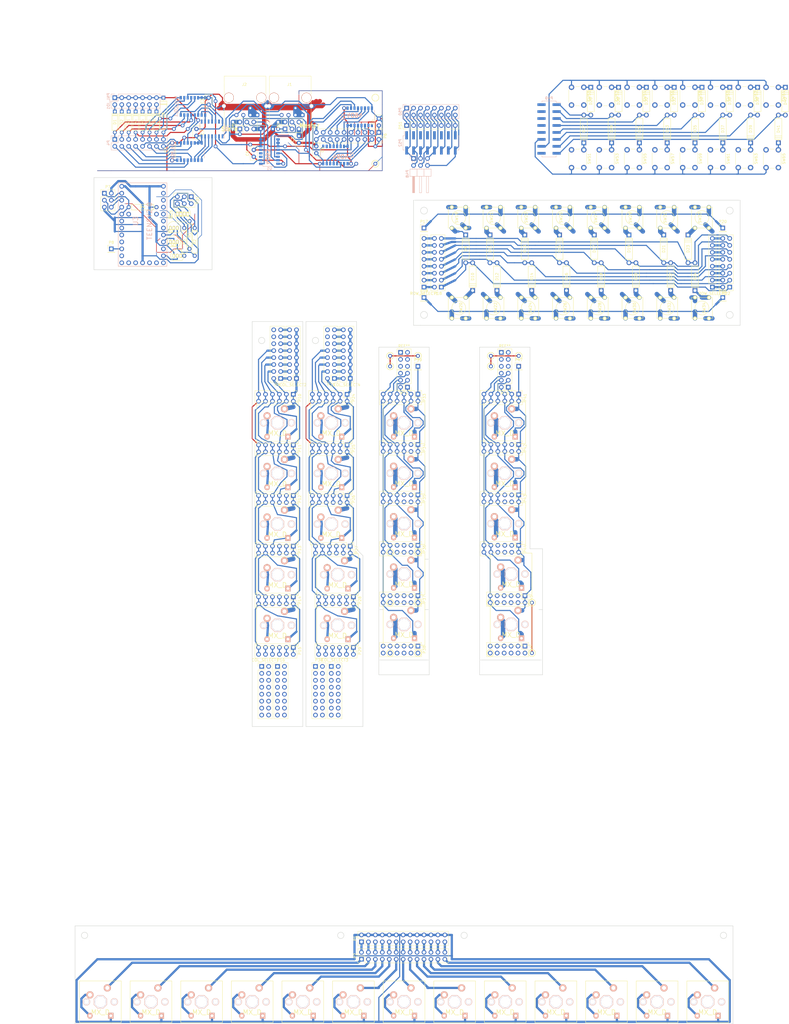
<source format=kicad_pcb>
(kicad_pcb (version 4) (host pcbnew 4.0.4-stable)
  (title_block (date 2016-01-10))
  (layers (0 F.Cu signal) (31 B.Cu signal) (34 B.Paste user) (35 F.Paste user) (36 B.SilkS user) (37 F.SilkS user) (38 B.Mask user) (39 F.Mask user) (44 Edge.Cuts user))
  (net 0 "")
  (net 1 "Net-(D1-Pad2)")
  (net 2 "Net-(D1-Pad1)")
  (net 3 "Net-(D2-Pad2)")
  (net 4 "Net-(D3-Pad2)")
  (net 5 "Net-(D4-Pad2)")
  (net 6 "Net-(D5-Pad2)")
  (net 7 "Net-(D6-Pad2)")
  (net 8 "Net-(D7-Pad2)")
  (net 9 "Net-(D8-Pad2)")
  (net 10 "Net-(MUX_COL1-Pad3)")
  (net 11 GND)
  (net 12 "Net-(MUX_COL1-Pad9)")
  (net 13 "Net-(MUX_COL1-Pad10)")
  (net 14 "Net-(MUX_COL1-Pad11)")
  (net 15 VDD)
  (net 16 "Net-(MUX_ROW1-Pad1)")
  (net 17 "Net-(MUX_ROW1-Pad2)")
  (net 18 "Net-(MUX_ROW1-Pad5)")
  (net 19 "Net-(MUX_ROW1-Pad9)")
  (net 20 "Net-(MUX_ROW1-Pad10)")
  (net 21 "Net-(MUX_ROW1-Pad11)")
  (net 22 "Net-(MUX_ROW1-Pad12)")
  (net 23 "Net-(MUX_ROW1-Pad13)")
  (net 24 "Net-(MUX_ROW1-Pad14)")
  (net 25 "Net-(MUX_ROW1-Pad15)")
  (net 26 "Net-(P1-Pad1)")
  (net 27 "Net-(P1-Pad3)")
  (net 28 "Net-(P1-Pad5)")
  (net 29 "Net-(P1-Pad7)")
  (net 30 "Net-(P1-Pad9)")
  (net 31 "Net-(P1-Pad11)")
  (net 32 "Net-(P1-Pad13)")
  (net 33 "Net-(P1-Pad15)")
  (net 34 "Net-(P1-Pad17)")
  (net 35 "Net-(P1-Pad19)")
  (net 36 "Net-(P1-Pad21)")
  (net 37 "Net-(P1-Pad23)")
  (net 38 "Net-(P1-Pad25)")
  (net 39 "Net-(D2-Pad1)")
  (net 40 "Net-(D3-Pad1)")
  (net 41 "Net-(D4-Pad1)")
  (net 42 "Net-(D5-Pad1)")
  (net 43 "Net-(D6-Pad1)")
  (net 44 "Net-(D7-Pad1)")
  (net 45 "Net-(D8-Pad1)")
  (net 46 "Net-(IC1-Pad1)")
  (net 47 "Net-(IC1-Pad2)")
  (net 48 "Net-(IC1-Pad3)")
  (net 49 "Net-(IC1-Pad4)")
  (net 50 "Net-(IC1-Pad5)")
  (net 51 "Net-(IC1-Pad6)")
  (net 52 "Net-(IC1-Pad7)")
  (net 53 "Net-(IC1-Pad9)")
  (net 54 "Net-(IC1-Pad11)")
  (net 55 "Net-(IC1-Pad12)")
  (net 56 "Net-(IC1-Pad13)")
  (net 57 "Net-(IC1-Pad14)")
  (net 58 "Net-(IC2-Pad4)")
  (net 59 "Net-(IC2-Pad5)")
  (net 60 "Net-(IC2-Pad6)")
  (net 61 "Net-(IC2-Pad7)")
  (net 62 "Net-(IC2-Pad11)")
  (net 63 "Net-(IC2-Pad12)")
  (net 64 "Net-(IC2-Pad13)")
  (net 65 "Net-(IC2-Pad14)")
  (net 66 "Net-(P2-Pad1)")
  (net 67 "Net-(P2-Pad3)")
  (net 68 "Net-(P2-Pad5)")
  (net 69 "Net-(P2-Pad7)")
  (net 70 "Net-(P2-Pad9)")
  (net 71 "Net-(P2-Pad11)")
  (net 72 "Net-(P2-Pad13)")
  (net 73 "Net-(P2-Pad15)")
  (net 74 "Net-(P2-Pad17)")
  (net 75 "Net-(P2-Pad19)")
  (net 76 "Net-(P2-Pad21)")
  (net 77 "Net-(P2-Pad23)")
  (net 78 "Net-(P2-Pad25)")
  (net 79 "Net-(SW1-Pad2)")
  (net 80 "Net-(SW2-Pad2)")
  (net 81 "Net-(SW3-Pad2)")
  (net 82 "Net-(SW4-Pad2)")
  (net 83 "Net-(SW5-Pad2)")
  (net 84 "Net-(SW6-Pad2)")
  (net 85 "Net-(SW7-Pad2)")
  (net 86 "Net-(SW8-Pad2)")
  (net 87 "Net-(SW9-Pad2)")
  (net 88 "Net-(SW10-Pad2)")
  (net 89 "Net-(SW11-Pad2)")
  (net 90 "Net-(SW12-Pad2)")
  (net 91 "Net-(SW13-Pad2)")
  (net 92 "/Cherry-MX Switches Row 3x up to 8x /ROW")
  (net 93 "Net-(COL_SELECT1-Pad1)")
  (net 94 "Net-(COL_SELECT1-Pad2)")
  (net 95 "Net-(COL_SELECT1-Pad4)")
  (net 96 "Net-(COL_SELECT1-Pad6)")
  (net 97 "Net-(COL_SELECT1-Pad8)")
  (net 98 "Net-(COL_SELECT1-Pad10)")
  (net 99 "Net-(COL_SELECT1-Pad12)")
  (net 100 "Net-(COL_SELECT1-Pad14)")
  (net 101 "Net-(COL_SELECT1-Pad16)")
  (net 102 "Net-(COL_SELECT2-Pad2)")
  (net 103 "Net-(COL_SELECT2-Pad4)")
  (net 104 "Net-(COL_SELECT2-Pad6)")
  (net 105 "Net-(COL_SELECT2-Pad8)")
  (net 106 "Net-(COL_SELECT2-Pad10)")
  (net 107 "Net-(COL_SELECT2-Pad12)")
  (net 108 "Net-(COL_SELECT2-Pad14)")
  (net 109 "Net-(COL_SELECT2-Pad16)")
  (net 110 "Net-(P7-Pad1)")
  (net 111 "Net-(P7-Pad3)")
  (net 112 "Net-(P7-Pad4)")
  (net 113 "Net-(P7-Pad6)")
  (net 114 "Net-(P8-Pad1)")
  (net 115 "Net-(P10-Pad3)")
  (net 116 "Net-(P10-Pad5)")
  (net 117 "Net-(P10-Pad7)")
  (net 118 "Net-(P10-Pad11)")
  (net 119 "Net-(P10-Pad10)")
  (net 120 "Net-(Q1-Pad3)")
  (net 121 "Net-(SW14-Pad2)")
  (net 122 "Net-(SW15-Pad2)")
  (net 123 "Net-(SW16-Pad2)")
  (net 124 "Net-(SW17-Pad2)")
  (net 125 "Net-(SW18-Pad2)")
  (net 126 "Net-(D9-Pad1)")
  (net 127 "Net-(D10-Pad2)")
  (net 128 "Net-(D10-Pad1)")
  (net 129 "Net-(D11-Pad1)")
  (net 130 "Net-(D11-Pad2)")
  (net 131 "Net-(D12-Pad1)")
  (net 132 "Net-(D13-Pad2)")
  (net 133 "Net-(D13-Pad1)")
  (net 134 "Net-(D14-Pad1)")
  (net 135 "Net-(D15-Pad2)")
  (net 136 "Net-(D15-Pad1)")
  (net 137 "Net-(D16-Pad1)")
  (net 138 "Net-(D17-Pad1)")
  (net 139 "Net-(D17-Pad2)")
  (net 140 "Net-(D18-Pad1)")
  (net 141 "Net-(D19-Pad1)")
  (net 142 "Net-(D19-Pad2)")
  (net 143 "Net-(D20-Pad1)")
  (net 144 "Net-(D21-Pad1)")
  (net 145 "Net-(D21-Pad2)")
  (net 146 "Net-(D22-Pad1)")
  (net 147 "Net-(D23-Pad1)")
  (net 148 "Net-(D23-Pad2)")
  (net 149 "Net-(D24-Pad1)")
  (net 150 "Net-(P17-Pad1)")
  (net 151 "Net-(P18-Pad2)")
  (net 152 "Net-(P18-Pad4)")
  (net 153 "Net-(P18-Pad6)")
  (net 154 "Net-(P18-Pad8)")
  (net 155 "Net-(P18-Pad10)")
  (net 156 "Net-(P18-Pad12)")
  (net 157 "Net-(P18-Pad14)")
  (net 158 "Net-(P18-Pad16)")
  (net 159 "Net-(Q2-Pad3)")
  (net 160 "Net-(Q3-Pad3)")
  (net 161 "Net-(P19-Pad1)")
  (net 162 "Net-(P22-Pad2)")
  (net 163 "Net-(P22-Pad4)")
  (net 164 "Net-(P22-Pad6)")
  (net 165 "Net-(P22-Pad8)")
  (net 166 "Net-(P22-Pad10)")
  (net 167 "Net-(P22-Pad12)")
  (net 168 "Net-(P22-Pad14)")
  (net 169 "Net-(P22-Pad16)")
  (net 170 "Net-(COL_SELECT3-Pad1)")
  (net 171 "Net-(COL_SELECT3-Pad2)")
  (net 172 "Net-(COL_SELECT3-Pad4)")
  (net 173 "Net-(COL_SELECT3-Pad6)")
  (net 174 "Net-(COL_SELECT3-Pad8)")
  (net 175 "Net-(COL_SELECT3-Pad10)")
  (net 176 "Net-(COL_SELECT3-Pad12)")
  (net 177 "Net-(COL_SELECT3-Pad14)")
  (net 178 "Net-(COL_SELECT3-Pad16)")
  (net 179 "Net-(COL_SELECT4-Pad2)")
  (net 180 "Net-(COL_SELECT4-Pad4)")
  (net 181 "Net-(COL_SELECT4-Pad6)")
  (net 182 "Net-(COL_SELECT4-Pad8)")
  (net 183 "Net-(COL_SELECT4-Pad10)")
  (net 184 "Net-(COL_SELECT4-Pad12)")
  (net 185 "Net-(COL_SELECT4-Pad14)")
  (net 186 "Net-(COL_SELECT4-Pad16)")
  (net 187 "Net-(P23-Pad2)")
  (net 188 "Net-(P23-Pad4)")
  (net 189 "Net-(P23-Pad6)")
  (net 190 "Net-(P23-Pad8)")
  (net 191 "Net-(P23-Pad10)")
  (net 192 "Net-(SW35-Pad2)")
  (net 193 "Net-(SW36-Pad2)")
  (net 194 "Net-(SW37-Pad2)")
  (net 195 "Net-(SW38-Pad2)")
  (net 196 "Net-(SW39-Pad2)")
  (net 197 "Net-(D25-Pad1)")
  (net 198 "Net-(D25-Pad3)")
  (net 199 "Net-(D25-Pad4)")
  (net 200 "Net-(P32-Pad2)")
  (net 201 "Net-(P32-Pad3)")
  (net 202 "Net-(P32-Pad4)")
  (net 203 "Net-(P32-Pad5)")
  (net 204 "Net-(P33-Pad1)")
  (net 205 "Net-(P40-Pad2)")
  (net 206 "Net-(P40-Pad3)")
  (net 207 "Net-(P40-Pad4)")
  (net 208 "Net-(P40-Pad5)")
  (net 209 "Net-(P41-Pad1)")
  (net 210 "Net-(SW40-Pad2)")
  (net 211 "Net-(SW41-Pad2)")
  (net 212 "Net-(SW42-Pad2)")
  (net 213 "Net-(SW43-Pad2)")
  (net 214 "Net-(SW44-Pad2)")
  (net 215 "Net-(SW45-Pad2)")
  (net 216 "Net-(SW46-Pad2)")
  (net 217 "Net-(SW47-Pad2)")
  (net 218 "Net-(SW48-Pad2)")
  (net 219 "Net-(SW49-Pad2)")
  (net 220 "Net-(P32-Pad1)")
  (net 221 "Net-(P40-Pad1)")
  (net 222 "/Panel Generic SPI01/reset")
  (net 223 "/Panel Generic SPI01/clock")
  (net 224 "/Panel Generic SPI01/miso")
  (net 225 "/Panel Generic SPI01/PNL_BUS_OUT")
  (net 226 "Net-(Q1-Pad2)")
  (net 227 "Net-(Q2-Pad2)")
  (net 228 "Net-(Q3-Pad2)")
  (net 229 "Net-(J2-Pad2)")
  (net 230 "Net-(D26-Pad2)")
  (net 231 "Net-(D26-Pad1)")
  (net 232 "Net-(D27-Pad1)")
  (net 233 "Net-(D28-Pad2)")
  (net 234 "Net-(D28-Pad1)")
  (net 235 "Net-(D29-Pad1)")
  (net 236 "Net-(D30-Pad2)")
  (net 237 "Net-(D30-Pad1)")
  (net 238 "Net-(D31-Pad1)")
  (net 239 "Net-(D32-Pad2)")
  (net 240 "Net-(D32-Pad1)")
  (net 241 "Net-(D33-Pad1)")
  (net 242 "Net-(D34-Pad2)")
  (net 243 "Net-(D34-Pad1)")
  (net 244 "Net-(D35-Pad1)")
  (net 245 "Net-(D36-Pad2)")
  (net 246 "Net-(D36-Pad1)")
  (net 247 "Net-(D37-Pad1)")
  (net 248 "Net-(D38-Pad2)")
  (net 249 "Net-(D38-Pad1)")
  (net 250 "Net-(D39-Pad1)")
  (net 251 "Net-(D40-Pad2)")
  (net 252 "Net-(D40-Pad1)")
  (net 253 "Net-(D41-Pad1)")
  (net 254 "Net-(P49-Pad12)")
  (net 255 "Net-(P49-Pad14)")
  (net 256 "Net-(P48-Pad1)")
  (net 257 "Net-(P48-Pad2)")
  (net 258 "Net-(P48-Pad3)")
  (net 259 "Net-(P48-Pad4)")
  (net 260 "Net-(P48-Pad5)")
  (net 261 "Net-(P50-Pad1)")
  (net 262 "Net-(P50-Pad3)")
  (net 263 "Net-(P50-Pad5)")
  (net 264 "Net-(P50-Pad7)")
  (net 265 "Net-(P50-Pad9)")
  (net 266 "Net-(P50-Pad11)")
  (net 267 "Net-(P50-Pad12)")
  (net 268 "Net-(P50-Pad13)")
  (net 269 "Net-(P50-Pad14)")
  (net 270 "Net-(P50-Pad15)")
  (module Housings_SOIC:SOIC-14_3.9x8.7mm_Pitch1.27mm (layer B.Cu) (at 68.58 40.64 90)
    (fp_text reference U2 (at 0 5.375 90) (layer B.SilkS) (effects (justify mirror)))
    (fp_text value 4024)
    (pad 1 smd rect (at -2.7 3.81 90) (size 1.5 0.6) (layers B.Cu B.Paste B.Mask) (net 48 "Net-(IC1-Pad3)"))
    (pad 2 smd rect (at -2.7 2.54 90) (size 1.5 0.6) (layers B.Cu B.Paste B.Mask) (net 222 "/Panel Generic SPI01/reset"))
    (pad 3 smd rect (at -2.7 1.27 90) (size 1.5 0.6) (layers B.Cu B.Paste B.Mask) (net 46 "Net-(IC1-Pad1)"))
    (pad 4 smd rect (at -2.7 0 90) (size 1.5 0.6) (layers B.Cu B.Paste B.Mask) (net 19 "Net-(MUX_ROW1-Pad9)"))
    (pad 5 smd rect (at -2.7 -1.27 90) (size 1.5 0.6) (layers B.Cu B.Paste B.Mask) (net 20 "Net-(MUX_ROW1-Pad10)"))
    (pad 6 smd rect (at -2.7 -2.54 90) (size 1.5 0.6) (layers B.Cu B.Paste B.Mask) (net 21 "Net-(MUX_ROW1-Pad11)"))
    (pad 7 smd rect (at -2.7 -3.81 90) (size 1.5 0.6) (layers B.Cu B.Paste B.Mask) (net 11 GND))
    (pad 8 smd rect (at 2.7 -3.81 90) (size 1.5 0.6) (layers B.Cu B.Paste B.Mask))
    (pad 9 smd rect (at 2.7 -2.54 90) (size 1.5 0.6) (layers B.Cu B.Paste B.Mask) (net 12 "Net-(MUX_COL1-Pad9)"))
    (pad 10 smd rect (at 2.7 -1.27 90) (size 1.5 0.6) (layers B.Cu B.Paste B.Mask))
    (pad 11 smd rect (at 2.7 0 90) (size 1.5 0.6) (layers B.Cu B.Paste B.Mask) (net 13 "Net-(MUX_COL1-Pad10)"))
    (pad 12 smd rect (at 2.7 1.27 90) (size 1.5 0.6) (layers B.Cu B.Paste B.Mask) (net 14 "Net-(MUX_COL1-Pad11)"))
    (pad 13 smd rect (at 2.7 2.54 90) (size 1.5 0.6) (layers B.Cu B.Paste B.Mask))
    (pad 14 smd rect (at 2.7 3.81 90) (size 1.5 0.6) (layers B.Cu B.Paste B.Mask) (net 15 VDD))
  )
  (module Pin_Headers:Pin_Header_Straight_2x07_Pitch2.54mm (layer B.Cu) (at 33.02 29.21 270)
    (fp_text reference PNL_ID1 (at 1.27 2.33 270) (layer B.SilkS) (effects (justify mirror)))
    (fp_text value CONN_02X07)
    (pad 1 thru_hole rect (at 0 0 270) (size 1.7 1.7) (drill 1) (layers *.Cu *.Mask) (net 45 "Net-(D8-Pad1)"))
    (pad 2 thru_hole oval (at 2.54 0 270) (size 1.7 1.7) (drill 1) (layers *.Cu *.Mask) (net 2 "Net-(D1-Pad1)"))
    (pad 3 thru_hole oval (at 0 -2.54 270) (size 1.7 1.7) (drill 1) (layers *.Cu *.Mask) (net 45 "Net-(D8-Pad1)"))
    (pad 4 thru_hole oval (at 2.54 -2.54 270) (size 1.7 1.7) (drill 1) (layers *.Cu *.Mask) (net 39 "Net-(D2-Pad1)"))
    (pad 5 thru_hole oval (at 0 -5.08 270) (size 1.7 1.7) (drill 1) (layers *.Cu *.Mask) (net 45 "Net-(D8-Pad1)"))
    (pad 6 thru_hole oval (at 2.54 -5.08 270) (size 1.7 1.7) (drill 1) (layers *.Cu *.Mask) (net 40 "Net-(D3-Pad1)"))
    (pad 7 thru_hole oval (at 0 -7.62 270) (size 1.7 1.7) (drill 1) (layers *.Cu *.Mask) (net 45 "Net-(D8-Pad1)"))
    (pad 8 thru_hole oval (at 2.54 -7.62 270) (size 1.7 1.7) (drill 1) (layers *.Cu *.Mask) (net 41 "Net-(D4-Pad1)"))
    (pad 9 thru_hole oval (at 0 -10.16 270) (size 1.7 1.7) (drill 1) (layers *.Cu *.Mask) (net 45 "Net-(D8-Pad1)"))
    (pad 10 thru_hole oval (at 2.54 -10.16 270) (size 1.7 1.7) (drill 1) (layers *.Cu *.Mask) (net 42 "Net-(D5-Pad1)"))
    (pad 11 thru_hole oval (at 0 -12.7 270) (size 1.7 1.7) (drill 1) (layers *.Cu *.Mask) (net 45 "Net-(D8-Pad1)"))
    (pad 12 thru_hole oval (at 2.54 -12.7 270) (size 1.7 1.7) (drill 1) (layers *.Cu *.Mask) (net 43 "Net-(D6-Pad1)"))
    (pad 13 thru_hole oval (at 0 -15.24 270) (size 1.7 1.7) (drill 1) (layers *.Cu *.Mask) (net 45 "Net-(D8-Pad1)"))
    (pad 14 thru_hole oval (at 2.54 -15.24 270) (size 1.7 1.7) (drill 1) (layers *.Cu *.Mask) (net 44 "Net-(D7-Pad1)"))
  )
  (module Pin_Headers:Pin_Header_Straight_2x08_Pitch2.54mm (layer B.Cu) (at 33.02 44.45 270)
    (fp_text reference P4 (at 1.27 2.33 270) (layer B.SilkS) (effects (justify mirror)))
    (fp_text value CONN_02X08)
    (pad 1 thru_hole rect (at 0 0 270) (size 1.7 1.7) (drill 1) (layers *.Cu *.Mask) (net 1 "Net-(D1-Pad2)"))
    (pad 2 thru_hole oval (at 2.54 0 270) (size 1.7 1.7) (drill 1) (layers *.Cu *.Mask) (net 23 "Net-(MUX_ROW1-Pad13)"))
    (pad 3 thru_hole oval (at 0 -2.54 270) (size 1.7 1.7) (drill 1) (layers *.Cu *.Mask) (net 3 "Net-(D2-Pad2)"))
    (pad 4 thru_hole oval (at 2.54 -2.54 270) (size 1.7 1.7) (drill 1) (layers *.Cu *.Mask) (net 24 "Net-(MUX_ROW1-Pad14)"))
    (pad 5 thru_hole oval (at 0 -5.08 270) (size 1.7 1.7) (drill 1) (layers *.Cu *.Mask) (net 4 "Net-(D3-Pad2)"))
    (pad 6 thru_hole oval (at 2.54 -5.08 270) (size 1.7 1.7) (drill 1) (layers *.Cu *.Mask) (net 25 "Net-(MUX_ROW1-Pad15)"))
    (pad 7 thru_hole oval (at 0 -7.62 270) (size 1.7 1.7) (drill 1) (layers *.Cu *.Mask) (net 5 "Net-(D4-Pad2)"))
    (pad 8 thru_hole oval (at 2.54 -7.62 270) (size 1.7 1.7) (drill 1) (layers *.Cu *.Mask) (net 22 "Net-(MUX_ROW1-Pad12)"))
    (pad 9 thru_hole oval (at 0 -10.16 270) (size 1.7 1.7) (drill 1) (layers *.Cu *.Mask) (net 6 "Net-(D5-Pad2)"))
    (pad 10 thru_hole oval (at 2.54 -10.16 270) (size 1.7 1.7) (drill 1) (layers *.Cu *.Mask) (net 16 "Net-(MUX_ROW1-Pad1)"))
    (pad 11 thru_hole oval (at 0 -12.7 270) (size 1.7 1.7) (drill 1) (layers *.Cu *.Mask) (net 7 "Net-(D6-Pad2)"))
    (pad 12 thru_hole oval (at 2.54 -12.7 270) (size 1.7 1.7) (drill 1) (layers *.Cu *.Mask) (net 18 "Net-(MUX_ROW1-Pad5)"))
    (pad 13 thru_hole oval (at 0 -15.24 270) (size 1.7 1.7) (drill 1) (layers *.Cu *.Mask) (net 8 "Net-(D7-Pad2)"))
    (pad 14 thru_hole oval (at 2.54 -15.24 270) (size 1.7 1.7) (drill 1) (layers *.Cu *.Mask) (net 17 "Net-(MUX_ROW1-Pad2)"))
    (pad 15 thru_hole oval (at 0 -17.78 270) (size 1.7 1.7) (drill 1) (layers *.Cu *.Mask) (net 9 "Net-(D8-Pad2)"))
    (pad 16 thru_hole oval (at 2.54 -17.78 270) (size 1.7 1.7) (drill 1) (layers *.Cu *.Mask) (net 11 GND))
  )
  (module custom_footprints:RJ45_8G (layer F.Cu) (at 101.6 35.56 180)
    (fp_text reference J1 (at 4.7 11.18 180) (layer F.SilkS))
    (fp_text value RJ45)
    (pad Hole np_thru_hole circle (at 10.38 6.35 180) (size 3.65 3.65) (drill 3.25) (layers *.Cu *.SilkS *.Mask))
    (pad Hole np_thru_hole circle (at -1.49 6.35 180) (size 3.65 3.65) (drill 3.25) (layers *.Cu *.SilkS *.Mask))
    (pad 1 thru_hole rect (at 0 0 180) (size 1.5 1.5) (drill 0.9) (layers *.Cu *.Mask) (net 11 GND))
    (pad 2 thru_hole circle (at 1.27 -2.54 180) (size 1.5 1.5) (drill 0.9) (layers *.Cu *.Mask) (net 223 "/Panel Generic SPI01/clock"))
    (pad 3 thru_hole circle (at 2.54 0 180) (size 1.5 1.5) (drill 0.9) (layers *.Cu *.Mask) (net 11 GND))
    (pad 4 thru_hole circle (at 3.81 -2.54 180) (size 1.5 1.5) (drill 0.9) (layers *.Cu *.Mask) (net 224 "/Panel Generic SPI01/miso"))
    (pad 5 thru_hole circle (at 5.08 0 180) (size 1.5 1.5) (drill 0.9) (layers *.Cu *.Mask) (net 47 "Net-(IC1-Pad2)"))
    (pad 6 thru_hole circle (at 6.35 -2.54 180) (size 1.5 1.5) (drill 0.9) (layers *.Cu *.Mask) (net 15 VDD))
    (pad 7 thru_hole circle (at 7.62 0 180) (size 1.5 1.5) (drill 0.9) (layers *.Cu *.Mask) (net 222 "/Panel Generic SPI01/reset"))
    (pad 8 thru_hole circle (at 8.89 -2.54 180) (size 1.5 1.5) (drill 0.9) (layers *.Cu *.Mask) (net 15 VDD))
    (pad 9 thru_hole circle (at -3.3 3.3 180) (size 1.524 1.524) (drill 1.4) (layers *.Cu *.Mask) (net 11 GND))
    (pad 9 thru_hole circle (at 12.19 3.3 180) (size 1.524 1.524) (drill 1.4) (layers *.Cu *.Mask) (net 11 GND))
  )
  (module Housings_SSOP:SOP-16_4.4x10.4mm_Pitch1.27mm (layer B.Cu) (at 60.325 48.895 270)
    (fp_text reference MUX_ROW1 (at 0 6.2 270) (layer B.SilkS) (effects (justify mirror)))
    (fp_text value 4051)
    (pad 1 smd rect (at -3.15 4.45 270) (size 1.3 0.8) (layers B.Cu B.Paste B.Mask) (net 16 "Net-(MUX_ROW1-Pad1)"))
    (pad 2 smd rect (at -3.15 3.17 270) (size 1.3 0.8) (layers B.Cu B.Paste B.Mask) (net 17 "Net-(MUX_ROW1-Pad2)"))
    (pad 3 smd rect (at -3.15 1.91 270) (size 1.3 0.8) (layers B.Cu B.Paste B.Mask) (net 11 GND))
    (pad 4 smd rect (at -3.15 0.64 270) (size 1.3 0.8) (layers B.Cu B.Paste B.Mask) (net 45 "Net-(D8-Pad1)"))
    (pad 5 smd rect (at -3.15 -0.64 270) (size 1.3 0.8) (layers B.Cu B.Paste B.Mask) (net 18 "Net-(MUX_ROW1-Pad5)"))
    (pad 6 smd rect (at -3.15 -1.91 270) (size 1.3 0.8) (layers B.Cu B.Paste B.Mask) (net 11 GND))
    (pad 7 smd rect (at -3.15 -3.17 270) (size 1.3 0.8) (layers B.Cu B.Paste B.Mask) (net 11 GND))
    (pad 8 smd rect (at -3.15 -4.45 270) (size 1.3 0.8) (layers B.Cu B.Paste B.Mask) (net 11 GND))
    (pad 9 smd rect (at 3.15 -4.45 270) (size 1.3 0.8) (layers B.Cu B.Paste B.Mask) (net 19 "Net-(MUX_ROW1-Pad9)"))
    (pad 10 smd rect (at 3.15 -3.17 270) (size 1.3 0.8) (layers B.Cu B.Paste B.Mask) (net 20 "Net-(MUX_ROW1-Pad10)"))
    (pad 11 smd rect (at 3.15 -1.91 270) (size 1.3 0.8) (layers B.Cu B.Paste B.Mask) (net 21 "Net-(MUX_ROW1-Pad11)"))
    (pad 12 smd rect (at 3.15 -0.64 270) (size 1.3 0.8) (layers B.Cu B.Paste B.Mask) (net 22 "Net-(MUX_ROW1-Pad12)"))
    (pad 13 smd rect (at 3.15 0.64 270) (size 1.3 0.8) (layers B.Cu B.Paste B.Mask) (net 23 "Net-(MUX_ROW1-Pad13)"))
    (pad 14 smd rect (at 3.15 1.91 270) (size 1.3 0.8) (layers B.Cu B.Paste B.Mask) (net 24 "Net-(MUX_ROW1-Pad14)"))
    (pad 15 smd rect (at 3.15 3.17 270) (size 1.3 0.8) (layers B.Cu B.Paste B.Mask) (net 25 "Net-(MUX_ROW1-Pad15)"))
    (pad 16 smd rect (at 3.15 4.45 270) (size 1.3 0.8) (layers B.Cu B.Paste B.Mask) (net 15 VDD))
  )
  (module Discret:D3 (layer F.Cu) (at 43.18 38.1 90)
    (fp_text reference D5 (at 0 0 90) (layer F.SilkS))
    (fp_text value D)
    (pad 1 thru_hole rect (at 3.81 0 90) (size 1.397 1.397) (drill 0.8128) (layers *.Cu *.Mask) (net 42 "Net-(D5-Pad1)"))
    (pad 2 thru_hole circle (at -3.81 0 90) (size 1.397 1.397) (drill 0.8128) (layers *.Cu *.Mask) (net 6 "Net-(D5-Pad2)"))
  )
  (module Pin_Headers:Pin_Header_Straight_2x03_Pitch2.54mm (layer F.Cu) (at 95.25 40.64 90)
    (fp_text reference P3 (at 1.27 -2.33 90) (layer F.SilkS))
    (fp_text value CONN_02X03)
    (pad 1 thru_hole rect (at 0 0 90) (size 1.7 1.7) (drill 1) (layers *.Cu *.Mask) (net 222 "/Panel Generic SPI01/reset"))
    (pad 2 thru_hole oval (at 2.54 0 90) (size 1.7 1.7) (drill 1) (layers *.Cu *.Mask) (net 15 VDD))
    (pad 3 thru_hole oval (at 0 2.54 90) (size 1.7 1.7) (drill 1) (layers *.Cu *.Mask) (net 47 "Net-(IC1-Pad2)"))
    (pad 4 thru_hole oval (at 2.54 2.54 90) (size 1.7 1.7) (drill 1) (layers *.Cu *.Mask) (net 224 "/Panel Generic SPI01/miso"))
    (pad 5 thru_hole oval (at 0 5.08 90) (size 1.7 1.7) (drill 1) (layers *.Cu *.Mask) (net 11 GND))
    (pad 6 thru_hole oval (at 2.54 5.08 90) (size 1.7 1.7) (drill 1) (layers *.Cu *.Mask) (net 223 "/Panel Generic SPI01/clock"))
  )
  (module Pin_Headers:Pin_Header_Straight_2x03_Pitch2.54mm (layer F.Cu) (at 78.74 40.64 90)
    (fp_text reference P5 (at 1.27 -2.33 90) (layer F.SilkS))
    (fp_text value CONN_02X03)
    (pad 1 thru_hole rect (at 0 0 90) (size 1.7 1.7) (drill 1) (layers *.Cu *.Mask) (net 222 "/Panel Generic SPI01/reset"))
    (pad 2 thru_hole oval (at 2.54 0 90) (size 1.7 1.7) (drill 1) (layers *.Cu *.Mask) (net 15 VDD))
    (pad 3 thru_hole oval (at 0 2.54 90) (size 1.7 1.7) (drill 1) (layers *.Cu *.Mask) (net 47 "Net-(IC1-Pad2)"))
    (pad 4 thru_hole oval (at 2.54 2.54 90) (size 1.7 1.7) (drill 1) (layers *.Cu *.Mask) (net 225 "/Panel Generic SPI01/PNL_BUS_OUT"))
    (pad 5 thru_hole oval (at 0 5.08 90) (size 1.7 1.7) (drill 1) (layers *.Cu *.Mask) (net 11 GND))
    (pad 6 thru_hole oval (at 2.54 5.08 90) (size 1.7 1.7) (drill 1) (layers *.Cu *.Mask) (net 229 "Net-(J2-Pad2)"))
  )
  (module custom_footprints:RJ45_8G (layer F.Cu) (at 85.09 35.56 180)
    (fp_text reference J2 (at 4.7 11.18 180) (layer F.SilkS))
    (fp_text value RJ45)
    (pad Hole np_thru_hole circle (at 10.38 6.35 180) (size 3.65 3.65) (drill 3.25) (layers *.Cu *.SilkS *.Mask))
    (pad Hole np_thru_hole circle (at -1.49 6.35 180) (size 3.65 3.65) (drill 3.25) (layers *.Cu *.SilkS *.Mask))
    (pad 1 thru_hole rect (at 0 0 180) (size 1.5 1.5) (drill 0.9) (layers *.Cu *.Mask) (net 11 GND))
    (pad 2 thru_hole circle (at 1.27 -2.54 180) (size 1.5 1.5) (drill 0.9) (layers *.Cu *.Mask) (net 229 "Net-(J2-Pad2)"))
    (pad 3 thru_hole circle (at 2.54 0 180) (size 1.5 1.5) (drill 0.9) (layers *.Cu *.Mask) (net 11 GND))
    (pad 4 thru_hole circle (at 3.81 -2.54 180) (size 1.5 1.5) (drill 0.9) (layers *.Cu *.Mask) (net 225 "/Panel Generic SPI01/PNL_BUS_OUT"))
    (pad 5 thru_hole circle (at 5.08 0 180) (size 1.5 1.5) (drill 0.9) (layers *.Cu *.Mask) (net 47 "Net-(IC1-Pad2)"))
    (pad 6 thru_hole circle (at 6.35 -2.54 180) (size 1.5 1.5) (drill 0.9) (layers *.Cu *.Mask) (net 15 VDD))
    (pad 7 thru_hole circle (at 7.62 0 180) (size 1.5 1.5) (drill 0.9) (layers *.Cu *.Mask) (net 222 "/Panel Generic SPI01/reset"))
    (pad 8 thru_hole circle (at 8.89 -2.54 180) (size 1.5 1.5) (drill 0.9) (layers *.Cu *.Mask) (net 15 VDD))
    (pad 9 thru_hole circle (at -3.3 3.3 180) (size 1.524 1.524) (drill 1.4) (layers *.Cu *.Mask) (net 11 GND))
    (pad 9 thru_hole circle (at 12.19 3.3 180) (size 1.524 1.524) (drill 1.4) (layers *.Cu *.Mask) (net 11 GND))
  )
  (module cherry:TEENSY_2.0 (layer F.Cu) (at 43.18 74.295)
    (fp_text reference U3 (at -2.54 0 90) (layer B.SilkS) (effects (font (size 1.778 1.778) (thickness 0.2032))))
    (fp_text value TEENSY2.0 (at 2.54 0 90) (layer B.SilkS) (effects (font (size 1.778 1.778) (thickness 0.2032))))
    (pad 1 thru_hole circle (at 7.62 -12.7) (size 1.7 1.7) (drill 1) (layers *.Cu *.Mask) (net 15 VDD))
    (pad 2 thru_hole circle (at 7.62 -10.16) (size 1.7 1.7) (drill 1) (layers *.Cu *.Mask))
    (pad 3 thru_hole circle (at 7.62 -7.62) (size 1.7 1.7) (drill 1) (layers *.Cu *.Mask))
    (pad 4 thru_hole circle (at 7.62 -5.08) (size 1.7 1.7) (drill 1) (layers *.Cu *.Mask))
    (pad 5 thru_hole circle (at 7.62 -2.54) (size 1.7 1.7) (drill 1) (layers *.Cu *.Mask))
    (pad 6 thru_hole circle (at 7.62 0) (size 1.7 1.7) (drill 1) (layers *.Cu *.Mask))
    (pad 7 thru_hole circle (at 7.62 2.54) (size 1.7 1.7) (drill 1) (layers *.Cu *.Mask))
    (pad 8 thru_hole circle (at 7.62 5.08) (size 1.7 1.7) (drill 1) (layers *.Cu *.Mask) (net 226 "Net-(Q1-Pad2)"))
    (pad 9 thru_hole circle (at 7.62 7.62) (size 1.7 1.7) (drill 1) (layers *.Cu *.Mask) (net 227 "Net-(Q2-Pad2)"))
    (pad 10 thru_hole circle (at 7.62 10.16) (size 1.7 1.7) (drill 1) (layers *.Cu *.Mask))
    (pad 11 thru_hole circle (at 7.62 12.7) (size 1.7 1.7) (drill 1) (layers *.Cu *.Mask) (net 228 "Net-(Q3-Pad2)"))
    (pad 12 thru_hole circle (at 7.62 15.24) (size 1.7 1.7) (drill 1) (layers *.Cu *.Mask))
    (pad 13 thru_hole circle (at 5.08 15.24) (size 1.7 1.7) (drill 1) (layers *.Cu *.Mask))
    (pad 14 thru_hole circle (at 2.54 15.24) (size 1.7 1.7) (drill 1) (layers *.Cu *.Mask))
    (pad 15 thru_hole circle (at 0 15.24) (size 1.7 1.7) (drill 1) (layers *.Cu *.Mask) (net 11 GND))
    (pad 16 thru_hole circle (at -2.54 15.24) (size 1.7 1.7) (drill 1) (layers *.Cu *.Mask))
    (pad 17 thru_hole circle (at -5.08 15.24) (size 1.7 1.7) (drill 1) (layers *.Cu *.Mask))
    (pad 18 thru_hole circle (at -7.62 15.24) (size 1.7 1.7) (drill 1) (layers *.Cu *.Mask))
    (pad 19 thru_hole circle (at -7.62 12.7) (size 1.7 1.7) (drill 1) (layers *.Cu *.Mask))
    (pad 20 thru_hole circle (at -7.62 10.16) (size 1.7 1.7) (drill 1) (layers *.Cu *.Mask) (net 114 "Net-(P8-Pad1)"))
    (pad 21 thru_hole circle (at -7.62 7.62) (size 1.7 1.7) (drill 1) (layers *.Cu *.Mask))
    (pad 22 thru_hole circle (at -7.62 5.08) (size 1.7 1.7) (drill 1) (layers *.Cu *.Mask))
    (pad 23 thru_hole circle (at -7.62 2.54) (size 1.7 1.7) (drill 1) (layers *.Cu *.Mask))
    (pad 24 thru_hole circle (at -7.62 0) (size 1.7 1.7) (drill 1) (layers *.Cu *.Mask))
    (pad 25 thru_hole circle (at -7.62 -2.54) (size 1.7 1.7) (drill 1) (layers *.Cu *.Mask) (net 112 "Net-(P7-Pad4)"))
    (pad 26 thru_hole circle (at -7.62 -5.08) (size 1.7 1.7) (drill 1) (layers *.Cu *.Mask) (net 111 "Net-(P7-Pad3)"))
    (pad 27 thru_hole circle (at -7.62 -7.62) (size 1.7 1.7) (drill 1) (layers *.Cu *.Mask) (net 113 "Net-(P7-Pad6)"))
    (pad 28 thru_hole circle (at -7.62 -10.16) (size 1.7 1.7) (drill 1) (layers *.Cu *.Mask) (net 110 "Net-(P7-Pad1)"))
    (pad 29 thru_hole circle (at -7.62 -12.7) (size 1.7 1.7) (drill 1) (layers *.Cu *.Mask) (net 11 GND))
    (pad 30 thru_hole circle (at -5.08 -2.54) (size 1.7 1.7) (drill 1) (layers *.Cu *.Mask))
    (pad 31 thru_hole circle (at 5.08 -2.54) (size 1.7 1.7) (drill 1) (layers *.Cu *.Mask))
  )
  (module LEDs:LED-RGB-5MM_Common_Cathode (layer F.Cu) (at 55.88 71.755 90)
    (fp_text reference D25 (at 0 -2.25 90) (layer F.SilkS))
    (fp_text value LED_RCBG)
    (pad 1 thru_hole oval (at 0 0 90) (size 1.905 1) (drill 0.762) (layers *.Cu *.Mask F.SilkS) (net 197 "Net-(D25-Pad1)"))
    (pad 2 thru_hole rect (at 0 1.27 90) (size 1.905 1) (drill 0.762) (layers *.Cu *.Mask F.SilkS) (net 11 GND))
    (pad 3 thru_hole oval (at 0 2.54 90) (size 1.905 1) (drill 0.762) (layers *.Cu *.Mask F.SilkS) (net 198 "Net-(D25-Pad3)"))
    (pad 4 thru_hole oval (at 0 3.81 90) (size 1.905 1) (drill 0.762) (layers *.Cu *.Mask F.SilkS) (net 199 "Net-(D25-Pad4)"))
  )
  (module Pin_Headers:Pin_Header_Straight_2x03_Pitch2.54mm (layer F.Cu) (at 29.21 64.135)
    (fp_text reference P7 (at 1.27 -2.33) (layer F.SilkS))
    (fp_text value CONN_02X03)
    (pad 1 thru_hole rect (at 0 0) (size 1.7 1.7) (drill 1) (layers *.Cu *.Mask) (net 110 "Net-(P7-Pad1)"))
    (pad 2 thru_hole oval (at 2.54 0) (size 1.7 1.7) (drill 1) (layers *.Cu *.Mask) (net 15 VDD))
    (pad 3 thru_hole oval (at 0 2.54) (size 1.7 1.7) (drill 1) (layers *.Cu *.Mask) (net 111 "Net-(P7-Pad3)"))
    (pad 4 thru_hole oval (at 2.54 2.54) (size 1.7 1.7) (drill 1) (layers *.Cu *.Mask) (net 112 "Net-(P7-Pad4)"))
    (pad 5 thru_hole oval (at 0 5.08) (size 1.7 1.7) (drill 1) (layers *.Cu *.Mask) (net 11 GND))
    (pad 6 thru_hole oval (at 2.54 5.08) (size 1.7 1.7) (drill 1) (layers *.Cu *.Mask) (net 113 "Net-(P7-Pad6)"))
  )
  (module Pin_Headers:Pin_Header_Straight_2x03_Pitch2.54mm (layer F.Cu) (at 60.96 65.405 270)
    (fp_text reference P31 (at 1.27 -2.33 270) (layer F.SilkS))
    (fp_text value CONN_02X03)
    (pad 1 thru_hole rect (at 0 0 270) (size 1.7 1.7) (drill 1) (layers *.Cu *.Mask) (net 198 "Net-(D25-Pad3)"))
    (pad 2 thru_hole oval (at 2.54 0 270) (size 1.7 1.7) (drill 1) (layers *.Cu *.Mask) (net 197 "Net-(D25-Pad1)"))
    (pad 3 thru_hole oval (at 0 2.54 270) (size 1.7 1.7) (drill 1) (layers *.Cu *.Mask) (net 11 GND))
    (pad 4 thru_hole oval (at 2.54 2.54 270) (size 1.7 1.7) (drill 1) (layers *.Cu *.Mask) (net 11 GND))
    (pad 5 thru_hole oval (at 0 5.08 270) (size 1.7 1.7) (drill 1) (layers *.Cu *.Mask) (net 197 "Net-(D25-Pad1)"))
    (pad 6 thru_hole oval (at 2.54 5.08 270) (size 1.7 1.7) (drill 1) (layers *.Cu *.Mask) (net 199 "Net-(D25-Pad4)"))
  )
  (module TO_SOT_Packages_THT:TO-92_Inline_Narrow_Oval (layer F.Cu) (at 53.34 81.915)
    (fp_text reference Q2 (at 0 -4) (layer F.SilkS))
    (fp_text value Q_NPN_CBE)
    (pad 2 thru_hole oval (at 1.27 0 180) (size 0.89916 1.50114) (drill 0.6) (layers *.Cu *.Mask F.SilkS) (net 227 "Net-(Q2-Pad2)"))
    (pad 3 thru_hole oval (at 2.54 0 180) (size 0.89916 1.50114) (drill 0.6) (layers *.Cu *.Mask F.SilkS) (net 159 "Net-(Q2-Pad3)"))
    (pad 1 thru_hole oval (at 0 0 180) (size 0.89916 1.50114) (drill 0.6) (layers *.Cu *.Mask F.SilkS) (net 15 VDD))
  )
  (module Housings_SSOP:SOP-16_4.4x10.4mm_Pitch1.27mm (layer B.Cu) (at 89.535 48.895)
    (fp_text reference U1 (at 0 6.2) (layer B.SilkS) (effects (justify mirror)))
    (fp_text value 4053)
    (pad 1 smd rect (at -3.15 4.45) (size 1.3 0.8) (layers B.Cu B.Paste B.Mask) (net 225 "/Panel Generic SPI01/PNL_BUS_OUT"))
    (pad 2 smd rect (at -3.15 3.17) (size 1.3 0.8) (layers B.Cu B.Paste B.Mask) (net 10 "Net-(MUX_COL1-Pad3)"))
    (pad 3 smd rect (at -3.15 1.91) (size 1.3 0.8) (layers B.Cu B.Paste B.Mask))
    (pad 4 smd rect (at -3.15 0.64) (size 1.3 0.8) (layers B.Cu B.Paste B.Mask))
    (pad 5 smd rect (at -3.15 -0.64) (size 1.3 0.8) (layers B.Cu B.Paste B.Mask))
    (pad 6 smd rect (at -3.15 -1.91) (size 1.3 0.8) (layers B.Cu B.Paste B.Mask) (net 11 GND))
    (pad 7 smd rect (at -3.15 -3.17) (size 1.3 0.8) (layers B.Cu B.Paste B.Mask) (net 11 GND))
    (pad 8 smd rect (at -3.15 -4.45) (size 1.3 0.8) (layers B.Cu B.Paste B.Mask) (net 11 GND))
    (pad 9 smd rect (at 3.15 -4.45) (size 1.3 0.8) (layers B.Cu B.Paste B.Mask) (net 46 "Net-(IC1-Pad1)"))
    (pad 10 smd rect (at 3.15 -3.17) (size 1.3 0.8) (layers B.Cu B.Paste B.Mask) (net 46 "Net-(IC1-Pad1)"))
    (pad 11 smd rect (at 3.15 -1.91) (size 1.3 0.8) (layers B.Cu B.Paste B.Mask) (net 46 "Net-(IC1-Pad1)"))
    (pad 12 smd rect (at 3.15 -0.64) (size 1.3 0.8) (layers B.Cu B.Paste B.Mask) (net 48 "Net-(IC1-Pad3)"))
    (pad 13 smd rect (at 3.15 0.64) (size 1.3 0.8) (layers B.Cu B.Paste B.Mask) (net 229 "Net-(J2-Pad2)"))
    (pad 14 smd rect (at 3.15 1.91) (size 1.3 0.8) (layers B.Cu B.Paste B.Mask) (net 223 "/Panel Generic SPI01/clock"))
    (pad 15 smd rect (at 3.15 3.17) (size 1.3 0.8) (layers B.Cu B.Paste B.Mask) (net 224 "/Panel Generic SPI01/miso"))
    (pad 16 smd rect (at 3.15 4.45) (size 1.3 0.8) (layers B.Cu B.Paste B.Mask) (net 15 VDD))
  )
  (module Discret:D3 (layer F.Cu) (at 45.72 38.1 90)
    (fp_text reference D6 (at 0 0 90) (layer F.SilkS))
    (fp_text value D)
    (pad 1 thru_hole rect (at 3.81 0 90) (size 1.397 1.397) (drill 0.8128) (layers *.Cu *.Mask) (net 43 "Net-(D6-Pad1)"))
    (pad 2 thru_hole circle (at -3.81 0 90) (size 1.397 1.397) (drill 0.8128) (layers *.Cu *.Mask) (net 7 "Net-(D6-Pad2)"))
  )
  (module Pin_Headers:Pin_Header_Straight_2x03_Pitch2.54mm (layer F.Cu) (at 140.02 134.9925 180)
    (fp_text reference P32 (at 1.27 -2.33 180) (layer F.SilkS))
    (fp_text value CONN_02X03)
    (pad 1 thru_hole rect (at 0 0 180) (size 1.7 1.7) (drill 1) (layers *.Cu *.Mask) (net 220 "Net-(P32-Pad1)"))
    (pad 2 thru_hole oval (at 2.54 0 180) (size 1.7 1.7) (drill 1) (layers *.Cu *.Mask) (net 200 "Net-(P32-Pad2)"))
    (pad 3 thru_hole oval (at 0 2.54 180) (size 1.7 1.7) (drill 1) (layers *.Cu *.Mask) (net 201 "Net-(P32-Pad3)"))
    (pad 4 thru_hole oval (at 2.54 2.54 180) (size 1.7 1.7) (drill 1) (layers *.Cu *.Mask) (net 202 "Net-(P32-Pad4)"))
    (pad 5 thru_hole oval (at 0 5.08 180) (size 1.7 1.7) (drill 1) (layers *.Cu *.Mask) (net 203 "Net-(P32-Pad5)"))
    (pad 6 thru_hole oval (at 2.54 5.08 180) (size 1.7 1.7) (drill 1) (layers *.Cu *.Mask) (net 11 GND))
  )
  (module cherry:SW_PCB_4PIN (layer F.Cu) (at 175.58 148.01)
    (fp_text reference SW45 hide)
    (fp_text value MX_D (at 0 3.81) (layer F.SilkS) (effects (font (size 1.778 1.778) (thickness 0.2032))))
    (pad 1 thru_hole circle (at 2.54 -5.08) (size 2.667 2.667) (drill 1.4986) (layers *.Cu *.SilkS *.Mask) (net 209 "Net-(P41-Pad1)"))
    (pad 2 thru_hole circle (at -3.81 -2.54) (size 2.667 2.667) (drill 1.4986) (layers *.Cu *.SilkS *.Mask) (net 215 "Net-(SW45-Pad2)"))
    (pad 3 thru_hole oval (at -3.81 5.08) (size 1.905 2.159) (drill 0.9906) (layers *.Cu *.SilkS *.Mask) (net 215 "Net-(SW45-Pad2)"))
    (pad 4 thru_hole rect (at 3.81 5.08) (size 1.905 2.159) (drill 0.9906) (layers *.Cu *.SilkS *.Mask) (net 221 "Net-(P40-Pad1)"))
    (pad HOLE thru_hole circle (at 5.08 0) (size 1.7018 1.7018) (drill 1.7018) (layers *.Cu))
    (pad HOLE thru_hole circle (at -5.08 0) (size 1.7018 1.7018) (drill 1.7018) (layers *.Cu))
    (pad HOLE thru_hole circle (at 0 0) (size 3.9878 3.9878) (drill 3.9878) (layers *.Cu))
  )
  (module Pin_Headers:Pin_Header_Straight_2x06_Pitch2.54mm (layer F.Cu) (at 174.31 138.8025 270)
    (fp_text reference P41 (at 0 -8.68 270) (layer F.SilkS))
    (fp_text value CONN_02X06)
    (pad 1 thru_hole rect (at -1.27 -6.35 270) (size 1.7 1.7) (drill 1) (layers *.Cu *.Mask) (net 209 "Net-(P41-Pad1)"))
    (pad 2 thru_hole oval (at 1.27 -6.35 270) (size 1.7 1.7) (drill 1) (layers *.Cu *.Mask) (net 209 "Net-(P41-Pad1)"))
    (pad 3 thru_hole oval (at -1.27 -3.81 270) (size 1.7 1.7) (drill 1) (layers *.Cu *.Mask) (net 221 "Net-(P40-Pad1)"))
    (pad 4 thru_hole oval (at 1.27 -3.81 270) (size 1.7 1.7) (drill 1) (layers *.Cu *.Mask) (net 221 "Net-(P40-Pad1)"))
    (pad 5 thru_hole oval (at -1.27 -1.27 270) (size 1.7 1.7) (drill 1) (layers *.Cu *.Mask) (net 205 "Net-(P40-Pad2)"))
    (pad 6 thru_hole oval (at 1.27 -1.27 270) (size 1.7 1.7) (drill 1) (layers *.Cu *.Mask) (net 205 "Net-(P40-Pad2)"))
    (pad 7 thru_hole oval (at -1.27 1.27 270) (size 1.7 1.7) (drill 1) (layers *.Cu *.Mask) (net 206 "Net-(P40-Pad3)"))
    (pad 8 thru_hole oval (at 1.27 1.27 270) (size 1.7 1.7) (drill 1) (layers *.Cu *.Mask) (net 206 "Net-(P40-Pad3)"))
    (pad 9 thru_hole oval (at -1.27 3.81 270) (size 1.7 1.7) (drill 1) (layers *.Cu *.Mask) (net 207 "Net-(P40-Pad4)"))
    (pad 10 thru_hole oval (at 1.27 3.81 270) (size 1.7 1.7) (drill 1) (layers *.Cu *.Mask) (net 207 "Net-(P40-Pad4)"))
    (pad 11 thru_hole oval (at -1.27 6.35 270) (size 1.7 1.7) (drill 1) (layers *.Cu *.Mask) (net 208 "Net-(P40-Pad5)"))
    (pad 12 thru_hole oval (at 1.27 6.35 270) (size 1.7 1.7) (drill 1) (layers *.Cu *.Mask) (net 208 "Net-(P40-Pad5)"))
  )
  (module Pin_Headers:Pin_Header_Straight_2x06_Pitch2.54mm (layer F.Cu) (at 137.48 194.0475 270)
    (fp_text reference P36 (at 0 -8.68 270) (layer F.SilkS))
    (fp_text value CONN_02X06)
    (pad 1 thru_hole rect (at -1.27 -6.35 270) (size 1.7 1.7) (drill 1) (layers *.Cu *.Mask) (net 204 "Net-(P33-Pad1)"))
    (pad 2 thru_hole oval (at 1.27 -6.35 270) (size 1.7 1.7) (drill 1) (layers *.Cu *.Mask) (net 204 "Net-(P33-Pad1)"))
    (pad 3 thru_hole oval (at -1.27 -3.81 270) (size 1.7 1.7) (drill 1) (layers *.Cu *.Mask))
    (pad 4 thru_hole oval (at 1.27 -3.81 270) (size 1.7 1.7) (drill 1) (layers *.Cu *.Mask))
    (pad 5 thru_hole oval (at -1.27 -1.27 270) (size 1.7 1.7) (drill 1) (layers *.Cu *.Mask))
    (pad 6 thru_hole oval (at 1.27 -1.27 270) (size 1.7 1.7) (drill 1) (layers *.Cu *.Mask))
    (pad 7 thru_hole oval (at -1.27 1.27 270) (size 1.7 1.7) (drill 1) (layers *.Cu *.Mask))
    (pad 8 thru_hole oval (at 1.27 1.27 270) (size 1.7 1.7) (drill 1) (layers *.Cu *.Mask))
    (pad 9 thru_hole oval (at -1.27 3.81 270) (size 1.7 1.7) (drill 1) (layers *.Cu *.Mask) (net 202 "Net-(P32-Pad4)"))
    (pad 10 thru_hole oval (at 1.27 3.81 270) (size 1.7 1.7) (drill 1) (layers *.Cu *.Mask) (net 202 "Net-(P32-Pad4)"))
    (pad 11 thru_hole oval (at -1.27 6.35 270) (size 1.7 1.7) (drill 1) (layers *.Cu *.Mask) (net 203 "Net-(P32-Pad5)"))
    (pad 12 thru_hole oval (at 1.27 6.35 270) (size 1.7 1.7) (drill 1) (layers *.Cu *.Mask) (net 203 "Net-(P32-Pad5)"))
  )
  (module Pin_Headers:Pin_Header_Straight_2x06_Pitch2.54mm (layer F.Cu) (at 137.48 175.6325 270)
    (fp_text reference P35 (at 0 -8.68 270) (layer F.SilkS))
    (fp_text value CONN_02X06)
    (pad 1 thru_hole rect (at -1.27 -6.35 270) (size 1.7 1.7) (drill 1) (layers *.Cu *.Mask) (net 204 "Net-(P33-Pad1)"))
    (pad 2 thru_hole oval (at 1.27 -6.35 270) (size 1.7 1.7) (drill 1) (layers *.Cu *.Mask) (net 204 "Net-(P33-Pad1)"))
    (pad 3 thru_hole oval (at -1.27 -3.81 270) (size 1.7 1.7) (drill 1) (layers *.Cu *.Mask))
    (pad 4 thru_hole oval (at 1.27 -3.81 270) (size 1.7 1.7) (drill 1) (layers *.Cu *.Mask))
    (pad 5 thru_hole oval (at -1.27 -1.27 270) (size 1.7 1.7) (drill 1) (layers *.Cu *.Mask))
    (pad 6 thru_hole oval (at 1.27 -1.27 270) (size 1.7 1.7) (drill 1) (layers *.Cu *.Mask))
    (pad 7 thru_hole oval (at -1.27 1.27 270) (size 1.7 1.7) (drill 1) (layers *.Cu *.Mask) (net 201 "Net-(P32-Pad3)"))
    (pad 8 thru_hole oval (at 1.27 1.27 270) (size 1.7 1.7) (drill 1) (layers *.Cu *.Mask) (net 201 "Net-(P32-Pad3)"))
    (pad 9 thru_hole oval (at -1.27 3.81 270) (size 1.7 1.7) (drill 1) (layers *.Cu *.Mask) (net 202 "Net-(P32-Pad4)"))
    (pad 10 thru_hole oval (at 1.27 3.81 270) (size 1.7 1.7) (drill 1) (layers *.Cu *.Mask) (net 202 "Net-(P32-Pad4)"))
    (pad 11 thru_hole oval (at -1.27 6.35 270) (size 1.7 1.7) (drill 1) (layers *.Cu *.Mask) (net 203 "Net-(P32-Pad5)"))
    (pad 12 thru_hole oval (at 1.27 6.35 270) (size 1.7 1.7) (drill 1) (layers *.Cu *.Mask) (net 203 "Net-(P32-Pad5)"))
  )
  (module Pin_Headers:Pin_Header_Straight_2x06_Pitch2.54mm (layer F.Cu) (at 176.611875 230.8775 270)
    (fp_text reference P46 (at 0 -8.68 270) (layer F.SilkS))
    (fp_text value CONN_02X06)
    (pad 1 thru_hole rect (at -1.27 -6.35 270) (size 1.7 1.7) (drill 1) (layers *.Cu *.Mask))
    (pad 2 thru_hole oval (at 1.27 -6.35 270) (size 1.7 1.7) (drill 1) (layers *.Cu *.Mask))
    (pad 3 thru_hole oval (at -1.27 -3.81 270) (size 1.7 1.7) (drill 1) (layers *.Cu *.Mask))
    (pad 4 thru_hole oval (at 1.27 -3.81 270) (size 1.7 1.7) (drill 1) (layers *.Cu *.Mask))
    (pad 5 thru_hole oval (at -1.27 -1.27 270) (size 1.7 1.7) (drill 1) (layers *.Cu *.Mask))
    (pad 6 thru_hole oval (at 1.27 -1.27 270) (size 1.7 1.7) (drill 1) (layers *.Cu *.Mask))
    (pad 7 thru_hole oval (at -1.27 1.27 270) (size 1.7 1.7) (drill 1) (layers *.Cu *.Mask))
    (pad 8 thru_hole oval (at 1.27 1.27 270) (size 1.7 1.7) (drill 1) (layers *.Cu *.Mask))
    (pad 9 thru_hole oval (at -1.27 3.81 270) (size 1.7 1.7) (drill 1) (layers *.Cu *.Mask))
    (pad 10 thru_hole oval (at 1.27 3.81 270) (size 1.7 1.7) (drill 1) (layers *.Cu *.Mask))
    (pad 11 thru_hole oval (at -1.27 6.35 270) (size 1.7 1.7) (drill 1) (layers *.Cu *.Mask))
    (pad 12 thru_hole oval (at 1.27 6.35 270) (size 1.7 1.7) (drill 1) (layers *.Cu *.Mask))
  )
  (module Pin_Headers:Pin_Header_Straight_2x06_Pitch2.54mm (layer F.Cu) (at 176.611875 212.4625 270)
    (fp_text reference P45 (at 0 -8.68 270) (layer F.SilkS))
    (fp_text value CONN_02X06)
    (pad 1 thru_hole rect (at -1.27 -6.35 270) (size 1.7 1.7) (drill 1) (layers *.Cu *.Mask) (net 209 "Net-(P41-Pad1)"))
    (pad 2 thru_hole oval (at 1.27 -6.35 270) (size 1.7 1.7) (drill 1) (layers *.Cu *.Mask) (net 209 "Net-(P41-Pad1)"))
    (pad 3 thru_hole oval (at -1.27 -3.81 270) (size 1.7 1.7) (drill 1) (layers *.Cu *.Mask))
    (pad 4 thru_hole oval (at 1.27 -3.81 270) (size 1.7 1.7) (drill 1) (layers *.Cu *.Mask))
    (pad 5 thru_hole oval (at -1.27 -1.27 270) (size 1.7 1.7) (drill 1) (layers *.Cu *.Mask))
    (pad 6 thru_hole oval (at 1.27 -1.27 270) (size 1.7 1.7) (drill 1) (layers *.Cu *.Mask))
    (pad 7 thru_hole oval (at -1.27 1.27 270) (size 1.7 1.7) (drill 1) (layers *.Cu *.Mask))
    (pad 8 thru_hole oval (at 1.27 1.27 270) (size 1.7 1.7) (drill 1) (layers *.Cu *.Mask))
    (pad 9 thru_hole oval (at -1.27 3.81 270) (size 1.7 1.7) (drill 1) (layers *.Cu *.Mask))
    (pad 10 thru_hole oval (at 1.27 3.81 270) (size 1.7 1.7) (drill 1) (layers *.Cu *.Mask))
    (pad 11 thru_hole oval (at -1.27 6.35 270) (size 1.7 1.7) (drill 1) (layers *.Cu *.Mask) (net 208 "Net-(P40-Pad5)"))
    (pad 12 thru_hole oval (at 1.27 6.35 270) (size 1.7 1.7) (drill 1) (layers *.Cu *.Mask) (net 208 "Net-(P40-Pad5)"))
  )
  (module Pin_Headers:Pin_Header_Straight_2x06_Pitch2.54mm (layer F.Cu) (at 174.31 194.0475 270)
    (fp_text reference P44 (at 0 -8.68 270) (layer F.SilkS))
    (fp_text value CONN_02X06)
    (pad 1 thru_hole rect (at -1.27 -6.35 270) (size 1.7 1.7) (drill 1) (layers *.Cu *.Mask) (net 209 "Net-(P41-Pad1)"))
    (pad 2 thru_hole oval (at 1.27 -6.35 270) (size 1.7 1.7) (drill 1) (layers *.Cu *.Mask) (net 209 "Net-(P41-Pad1)"))
    (pad 3 thru_hole oval (at -1.27 -3.81 270) (size 1.7 1.7) (drill 1) (layers *.Cu *.Mask))
    (pad 4 thru_hole oval (at 1.27 -3.81 270) (size 1.7 1.7) (drill 1) (layers *.Cu *.Mask))
    (pad 5 thru_hole oval (at -1.27 -1.27 270) (size 1.7 1.7) (drill 1) (layers *.Cu *.Mask))
    (pad 6 thru_hole oval (at 1.27 -1.27 270) (size 1.7 1.7) (drill 1) (layers *.Cu *.Mask))
    (pad 7 thru_hole oval (at -1.27 1.27 270) (size 1.7 1.7) (drill 1) (layers *.Cu *.Mask))
    (pad 8 thru_hole oval (at 1.27 1.27 270) (size 1.7 1.7) (drill 1) (layers *.Cu *.Mask))
    (pad 9 thru_hole oval (at -1.27 3.81 270) (size 1.7 1.7) (drill 1) (layers *.Cu *.Mask) (net 207 "Net-(P40-Pad4)"))
    (pad 10 thru_hole oval (at 1.27 3.81 270) (size 1.7 1.7) (drill 1) (layers *.Cu *.Mask) (net 207 "Net-(P40-Pad4)"))
    (pad 11 thru_hole oval (at -1.27 6.35 270) (size 1.7 1.7) (drill 1) (layers *.Cu *.Mask) (net 208 "Net-(P40-Pad5)"))
    (pad 12 thru_hole oval (at 1.27 6.35 270) (size 1.7 1.7) (drill 1) (layers *.Cu *.Mask) (net 208 "Net-(P40-Pad5)"))
  )
  (module Pin_Headers:Pin_Header_Straight_2x06_Pitch2.54mm (layer F.Cu) (at 174.31 175.6325 270)
    (fp_text reference P43 (at 0 -8.68 270) (layer F.SilkS))
    (fp_text value CONN_02X06)
    (pad 1 thru_hole rect (at -1.27 -6.35 270) (size 1.7 1.7) (drill 1) (layers *.Cu *.Mask) (net 209 "Net-(P41-Pad1)"))
    (pad 2 thru_hole oval (at 1.27 -6.35 270) (size 1.7 1.7) (drill 1) (layers *.Cu *.Mask) (net 209 "Net-(P41-Pad1)"))
    (pad 3 thru_hole oval (at -1.27 -3.81 270) (size 1.7 1.7) (drill 1) (layers *.Cu *.Mask))
    (pad 4 thru_hole oval (at 1.27 -3.81 270) (size 1.7 1.7) (drill 1) (layers *.Cu *.Mask))
    (pad 5 thru_hole oval (at -1.27 -1.27 270) (size 1.7 1.7) (drill 1) (layers *.Cu *.Mask))
    (pad 6 thru_hole oval (at 1.27 -1.27 270) (size 1.7 1.7) (drill 1) (layers *.Cu *.Mask))
    (pad 7 thru_hole oval (at -1.27 1.27 270) (size 1.7 1.7) (drill 1) (layers *.Cu *.Mask) (net 206 "Net-(P40-Pad3)"))
    (pad 8 thru_hole oval (at 1.27 1.27 270) (size 1.7 1.7) (drill 1) (layers *.Cu *.Mask) (net 206 "Net-(P40-Pad3)"))
    (pad 9 thru_hole oval (at -1.27 3.81 270) (size 1.7 1.7) (drill 1) (layers *.Cu *.Mask) (net 207 "Net-(P40-Pad4)"))
    (pad 10 thru_hole oval (at 1.27 3.81 270) (size 1.7 1.7) (drill 1) (layers *.Cu *.Mask) (net 207 "Net-(P40-Pad4)"))
    (pad 11 thru_hole oval (at -1.27 6.35 270) (size 1.7 1.7) (drill 1) (layers *.Cu *.Mask) (net 208 "Net-(P40-Pad5)"))
    (pad 12 thru_hole oval (at 1.27 6.35 270) (size 1.7 1.7) (drill 1) (layers *.Cu *.Mask) (net 208 "Net-(P40-Pad5)"))
  )
  (module Pin_Headers:Pin_Header_Straight_2x06_Pitch2.54mm (layer F.Cu) (at 174.31 157.2175 270)
    (fp_text reference P42 (at 0 -8.68 270) (layer F.SilkS))
    (fp_text value CONN_02X06)
    (pad 1 thru_hole rect (at -1.27 -6.35 270) (size 1.7 1.7) (drill 1) (layers *.Cu *.Mask) (net 209 "Net-(P41-Pad1)"))
    (pad 2 thru_hole oval (at 1.27 -6.35 270) (size 1.7 1.7) (drill 1) (layers *.Cu *.Mask) (net 209 "Net-(P41-Pad1)"))
    (pad 3 thru_hole oval (at -1.27 -3.81 270) (size 1.7 1.7) (drill 1) (layers *.Cu *.Mask))
    (pad 4 thru_hole oval (at 1.27 -3.81 270) (size 1.7 1.7) (drill 1) (layers *.Cu *.Mask))
    (pad 5 thru_hole oval (at -1.27 -1.27 270) (size 1.7 1.7) (drill 1) (layers *.Cu *.Mask) (net 205 "Net-(P40-Pad2)"))
    (pad 6 thru_hole oval (at 1.27 -1.27 270) (size 1.7 1.7) (drill 1) (layers *.Cu *.Mask) (net 205 "Net-(P40-Pad2)"))
    (pad 7 thru_hole oval (at -1.27 1.27 270) (size 1.7 1.7) (drill 1) (layers *.Cu *.Mask) (net 206 "Net-(P40-Pad3)"))
    (pad 8 thru_hole oval (at 1.27 1.27 270) (size 1.7 1.7) (drill 1) (layers *.Cu *.Mask) (net 206 "Net-(P40-Pad3)"))
    (pad 9 thru_hole oval (at -1.27 3.81 270) (size 1.7 1.7) (drill 1) (layers *.Cu *.Mask) (net 207 "Net-(P40-Pad4)"))
    (pad 10 thru_hole oval (at 1.27 3.81 270) (size 1.7 1.7) (drill 1) (layers *.Cu *.Mask) (net 207 "Net-(P40-Pad4)"))
    (pad 11 thru_hole oval (at -1.27 6.35 270) (size 1.7 1.7) (drill 1) (layers *.Cu *.Mask) (net 208 "Net-(P40-Pad5)"))
    (pad 12 thru_hole oval (at 1.27 6.35 270) (size 1.7 1.7) (drill 1) (layers *.Cu *.Mask) (net 208 "Net-(P40-Pad5)"))
  )
  (module Pin_Headers:Pin_Header_Straight_2x06_Pitch2.54mm (layer F.Cu) (at 137.48 230.8775 270)
    (fp_text reference P38 (at 0 -8.68 270) (layer F.SilkS))
    (fp_text value CONN_02X06)
    (pad 1 thru_hole rect (at -1.27 -6.35 270) (size 1.7 1.7) (drill 1) (layers *.Cu *.Mask))
    (pad 2 thru_hole oval (at 1.27 -6.35 270) (size 1.7 1.7) (drill 1) (layers *.Cu *.Mask))
    (pad 3 thru_hole oval (at -1.27 -3.81 270) (size 1.7 1.7) (drill 1) (layers *.Cu *.Mask))
    (pad 4 thru_hole oval (at 1.27 -3.81 270) (size 1.7 1.7) (drill 1) (layers *.Cu *.Mask))
    (pad 5 thru_hole oval (at -1.27 -1.27 270) (size 1.7 1.7) (drill 1) (layers *.Cu *.Mask))
    (pad 6 thru_hole oval (at 1.27 -1.27 270) (size 1.7 1.7) (drill 1) (layers *.Cu *.Mask))
    (pad 7 thru_hole oval (at -1.27 1.27 270) (size 1.7 1.7) (drill 1) (layers *.Cu *.Mask))
    (pad 8 thru_hole oval (at 1.27 1.27 270) (size 1.7 1.7) (drill 1) (layers *.Cu *.Mask))
    (pad 9 thru_hole oval (at -1.27 3.81 270) (size 1.7 1.7) (drill 1) (layers *.Cu *.Mask))
    (pad 10 thru_hole oval (at 1.27 3.81 270) (size 1.7 1.7) (drill 1) (layers *.Cu *.Mask))
    (pad 11 thru_hole oval (at -1.27 6.35 270) (size 1.7 1.7) (drill 1) (layers *.Cu *.Mask))
    (pad 12 thru_hole oval (at 1.27 6.35 270) (size 1.7 1.7) (drill 1) (layers *.Cu *.Mask))
  )
  (module Pin_Headers:Pin_Header_Straight_2x06_Pitch2.54mm (layer F.Cu) (at 137.48 212.4625 270)
    (fp_text reference P37 (at 0 -8.68 270) (layer F.SilkS))
    (fp_text value CONN_02X06)
    (pad 1 thru_hole rect (at -1.27 -6.35 270) (size 1.7 1.7) (drill 1) (layers *.Cu *.Mask) (net 204 "Net-(P33-Pad1)"))
    (pad 2 thru_hole oval (at 1.27 -6.35 270) (size 1.7 1.7) (drill 1) (layers *.Cu *.Mask) (net 204 "Net-(P33-Pad1)"))
    (pad 3 thru_hole oval (at -1.27 -3.81 270) (size 1.7 1.7) (drill 1) (layers *.Cu *.Mask))
    (pad 4 thru_hole oval (at 1.27 -3.81 270) (size 1.7 1.7) (drill 1) (layers *.Cu *.Mask))
    (pad 5 thru_hole oval (at -1.27 -1.27 270) (size 1.7 1.7) (drill 1) (layers *.Cu *.Mask))
    (pad 6 thru_hole oval (at 1.27 -1.27 270) (size 1.7 1.7) (drill 1) (layers *.Cu *.Mask))
    (pad 7 thru_hole oval (at -1.27 1.27 270) (size 1.7 1.7) (drill 1) (layers *.Cu *.Mask))
    (pad 8 thru_hole oval (at 1.27 1.27 270) (size 1.7 1.7) (drill 1) (layers *.Cu *.Mask))
    (pad 9 thru_hole oval (at -1.27 3.81 270) (size 1.7 1.7) (drill 1) (layers *.Cu *.Mask))
    (pad 10 thru_hole oval (at 1.27 3.81 270) (size 1.7 1.7) (drill 1) (layers *.Cu *.Mask))
    (pad 11 thru_hole oval (at -1.27 6.35 270) (size 1.7 1.7) (drill 1) (layers *.Cu *.Mask) (net 203 "Net-(P32-Pad5)"))
    (pad 12 thru_hole oval (at 1.27 6.35 270) (size 1.7 1.7) (drill 1) (layers *.Cu *.Mask) (net 203 "Net-(P32-Pad5)"))
  )
  (module Pin_Headers:Pin_Header_Straight_2x06_Pitch2.54mm (layer F.Cu) (at 137.48 157.2175 270)
    (fp_text reference P34 (at 0 -8.68 270) (layer F.SilkS))
    (fp_text value CONN_02X06)
    (pad 1 thru_hole rect (at -1.27 -6.35 270) (size 1.7 1.7) (drill 1) (layers *.Cu *.Mask) (net 204 "Net-(P33-Pad1)"))
    (pad 2 thru_hole oval (at 1.27 -6.35 270) (size 1.7 1.7) (drill 1) (layers *.Cu *.Mask) (net 204 "Net-(P33-Pad1)"))
    (pad 3 thru_hole oval (at -1.27 -3.81 270) (size 1.7 1.7) (drill 1) (layers *.Cu *.Mask))
    (pad 4 thru_hole oval (at 1.27 -3.81 270) (size 1.7 1.7) (drill 1) (layers *.Cu *.Mask))
    (pad 5 thru_hole oval (at -1.27 -1.27 270) (size 1.7 1.7) (drill 1) (layers *.Cu *.Mask) (net 200 "Net-(P32-Pad2)"))
    (pad 6 thru_hole oval (at 1.27 -1.27 270) (size 1.7 1.7) (drill 1) (layers *.Cu *.Mask) (net 200 "Net-(P32-Pad2)"))
    (pad 7 thru_hole oval (at -1.27 1.27 270) (size 1.7 1.7) (drill 1) (layers *.Cu *.Mask) (net 201 "Net-(P32-Pad3)"))
    (pad 8 thru_hole oval (at 1.27 1.27 270) (size 1.7 1.7) (drill 1) (layers *.Cu *.Mask) (net 201 "Net-(P32-Pad3)"))
    (pad 9 thru_hole oval (at -1.27 3.81 270) (size 1.7 1.7) (drill 1) (layers *.Cu *.Mask) (net 202 "Net-(P32-Pad4)"))
    (pad 10 thru_hole oval (at 1.27 3.81 270) (size 1.7 1.7) (drill 1) (layers *.Cu *.Mask) (net 202 "Net-(P32-Pad4)"))
    (pad 11 thru_hole oval (at -1.27 6.35 270) (size 1.7 1.7) (drill 1) (layers *.Cu *.Mask) (net 203 "Net-(P32-Pad5)"))
    (pad 12 thru_hole oval (at 1.27 6.35 270) (size 1.7 1.7) (drill 1) (layers *.Cu *.Mask) (net 203 "Net-(P32-Pad5)"))
  )
  (module Pin_Headers:Pin_Header_Straight_2x06_Pitch2.54mm (layer F.Cu) (at 137.48 138.8025 270)
    (fp_text reference P33 (at 0 -8.68 270) (layer F.SilkS))
    (fp_text value CONN_02X06)
    (pad 1 thru_hole rect (at -1.27 -6.35 270) (size 1.7 1.7) (drill 1) (layers *.Cu *.Mask) (net 204 "Net-(P33-Pad1)"))
    (pad 2 thru_hole oval (at 1.27 -6.35 270) (size 1.7 1.7) (drill 1) (layers *.Cu *.Mask) (net 204 "Net-(P33-Pad1)"))
    (pad 3 thru_hole oval (at -1.27 -3.81 270) (size 1.7 1.7) (drill 1) (layers *.Cu *.Mask) (net 220 "Net-(P32-Pad1)"))
    (pad 4 thru_hole oval (at 1.27 -3.81 270) (size 1.7 1.7) (drill 1) (layers *.Cu *.Mask) (net 220 "Net-(P32-Pad1)"))
    (pad 5 thru_hole oval (at -1.27 -1.27 270) (size 1.7 1.7) (drill 1) (layers *.Cu *.Mask) (net 200 "Net-(P32-Pad2)"))
    (pad 6 thru_hole oval (at 1.27 -1.27 270) (size 1.7 1.7) (drill 1) (layers *.Cu *.Mask) (net 200 "Net-(P32-Pad2)"))
    (pad 7 thru_hole oval (at -1.27 1.27 270) (size 1.7 1.7) (drill 1) (layers *.Cu *.Mask) (net 201 "Net-(P32-Pad3)"))
    (pad 8 thru_hole oval (at 1.27 1.27 270) (size 1.7 1.7) (drill 1) (layers *.Cu *.Mask) (net 201 "Net-(P32-Pad3)"))
    (pad 9 thru_hole oval (at -1.27 3.81 270) (size 1.7 1.7) (drill 1) (layers *.Cu *.Mask) (net 202 "Net-(P32-Pad4)"))
    (pad 10 thru_hole oval (at 1.27 3.81 270) (size 1.7 1.7) (drill 1) (layers *.Cu *.Mask) (net 202 "Net-(P32-Pad4)"))
    (pad 11 thru_hole oval (at -1.27 6.35 270) (size 1.7 1.7) (drill 1) (layers *.Cu *.Mask) (net 203 "Net-(P32-Pad5)"))
    (pad 12 thru_hole oval (at 1.27 6.35 270) (size 1.7 1.7) (drill 1) (layers *.Cu *.Mask) (net 203 "Net-(P32-Pad5)"))
  )
  (module cherry:SW_PCB_4PIN (layer F.Cu) (at 92.5 222)
    (fp_text reference SW18 hide)
    (fp_text value MX_D (at 0 3.81) (layer F.SilkS) (effects (font (size 1.778 1.778) (thickness 0.2032))))
    (pad 1 thru_hole circle (at 2.54 -5.08) (size 2.667 2.667) (drill 1.4986) (layers *.Cu *.SilkS *.Mask) (net 93 "Net-(COL_SELECT1-Pad1)"))
    (pad 2 thru_hole circle (at -3.81 -2.54) (size 2.667 2.667) (drill 1.4986) (layers *.Cu *.SilkS *.Mask) (net 125 "Net-(SW18-Pad2)"))
    (pad 3 thru_hole oval (at -3.81 5.08) (size 1.905 2.159) (drill 0.9906) (layers *.Cu *.SilkS *.Mask) (net 125 "Net-(SW18-Pad2)"))
    (pad 4 thru_hole rect (at 3.81 5.08) (size 1.905 2.159) (drill 0.9906) (layers *.Cu *.SilkS *.Mask) (net 118 "Net-(P10-Pad11)"))
    (pad HOLE thru_hole circle (at 5.08 0) (size 1.7018 1.7018) (drill 1.7018) (layers *.Cu))
    (pad HOLE thru_hole circle (at -5.08 0) (size 1.7018 1.7018) (drill 1.7018) (layers *.Cu))
    (pad HOLE thru_hole circle (at 0 0) (size 3.9878 3.9878) (drill 3.9878) (layers *.Cu))
  )
  (module cherry:SW_PCB_4PIN (layer F.Cu) (at 249.75 359.59375)
    (fp_text reference SW13 hide)
    (fp_text value MX_D (at 0 3.81) (layer F.SilkS) (effects (font (size 1.778 1.778) (thickness 0.2032))))
    (pad 1 thru_hole circle (at 2.54 -5.08) (size 2.667 2.667) (drill 1.4986) (layers *.Cu *.SilkS *.Mask) (net 78 "Net-(P2-Pad25)"))
    (pad 2 thru_hole circle (at -3.81 -2.54) (size 2.667 2.667) (drill 1.4986) (layers *.Cu *.SilkS *.Mask) (net 91 "Net-(SW13-Pad2)"))
    (pad 3 thru_hole oval (at -3.81 5.08) (size 1.905 2.159) (drill 0.9906) (layers *.Cu *.SilkS *.Mask) (net 91 "Net-(SW13-Pad2)"))
    (pad 4 thru_hole rect (at 3.81 5.08) (size 1.905 2.159) (drill 0.9906) (layers *.Cu *.SilkS *.Mask) (net 92 "/Cherry-MX Switches Row 3x up to 8x /ROW"))
    (pad HOLE thru_hole circle (at 5.08 0) (size 1.7018 1.7018) (drill 1.7018) (layers *.Cu))
    (pad HOLE thru_hole circle (at -5.08 0) (size 1.7018 1.7018) (drill 1.7018) (layers *.Cu))
    (pad HOLE thru_hole circle (at 0 0) (size 3.9878 3.9878) (drill 3.9878) (layers *.Cu))
  )
  (module cherry:SW_PCB_4PIN (layer F.Cu) (at 120.25 359.59375)
    (fp_text reference SW1 hide)
    (fp_text value MX_D (at 0 3.81) (layer F.SilkS) (effects (font (size 1.778 1.778) (thickness 0.2032))))
    (pad 1 thru_hole circle (at 2.54 -5.08) (size 2.667 2.667) (drill 1.4986) (layers *.Cu *.SilkS *.Mask) (net 71 "Net-(P2-Pad11)"))
    (pad 2 thru_hole circle (at -3.81 -2.54) (size 2.667 2.667) (drill 1.4986) (layers *.Cu *.SilkS *.Mask) (net 79 "Net-(SW1-Pad2)"))
    (pad 3 thru_hole oval (at -3.81 5.08) (size 1.905 2.159) (drill 0.9906) (layers *.Cu *.SilkS *.Mask) (net 79 "Net-(SW1-Pad2)"))
    (pad 4 thru_hole rect (at 3.81 5.08) (size 1.905 2.159) (drill 0.9906) (layers *.Cu *.SilkS *.Mask) (net 92 "/Cherry-MX Switches Row 3x up to 8x /ROW"))
    (pad HOLE thru_hole circle (at 5.08 0) (size 1.7018 1.7018) (drill 1.7018) (layers *.Cu))
    (pad HOLE thru_hole circle (at -5.08 0) (size 1.7018 1.7018) (drill 1.7018) (layers *.Cu))
    (pad HOLE thru_hole circle (at 0 0) (size 3.9878 3.9878) (drill 3.9878) (layers *.Cu))
  )
  (module cherry:SW_PCB_4PIN (layer F.Cu) (at 138.75 359.59375)
    (fp_text reference SW2 hide)
    (fp_text value MX_D (at 0 3.81) (layer F.SilkS) (effects (font (size 1.778 1.778) (thickness 0.2032))))
    (pad 1 thru_hole circle (at 2.54 -5.08) (size 2.667 2.667) (drill 1.4986) (layers *.Cu *.SilkS *.Mask) (net 72 "Net-(P2-Pad13)"))
    (pad 2 thru_hole circle (at -3.81 -2.54) (size 2.667 2.667) (drill 1.4986) (layers *.Cu *.SilkS *.Mask) (net 80 "Net-(SW2-Pad2)"))
    (pad 3 thru_hole oval (at -3.81 5.08) (size 1.905 2.159) (drill 0.9906) (layers *.Cu *.SilkS *.Mask) (net 80 "Net-(SW2-Pad2)"))
    (pad 4 thru_hole rect (at 3.81 5.08) (size 1.905 2.159) (drill 0.9906) (layers *.Cu *.SilkS *.Mask) (net 92 "/Cherry-MX Switches Row 3x up to 8x /ROW"))
    (pad HOLE thru_hole circle (at 5.08 0) (size 1.7018 1.7018) (drill 1.7018) (layers *.Cu))
    (pad HOLE thru_hole circle (at -5.08 0) (size 1.7018 1.7018) (drill 1.7018) (layers *.Cu))
    (pad HOLE thru_hole circle (at 0 0) (size 3.9878 3.9878) (drill 3.9878) (layers *.Cu))
  )
  (module cherry:SW_PCB_4PIN (layer F.Cu) (at 157.25 359.59375)
    (fp_text reference SW3 hide)
    (fp_text value MX_D (at 0 3.81) (layer F.SilkS) (effects (font (size 1.778 1.778) (thickness 0.2032))))
    (pad 1 thru_hole circle (at 2.54 -5.08) (size 2.667 2.667) (drill 1.4986) (layers *.Cu *.SilkS *.Mask) (net 73 "Net-(P2-Pad15)"))
    (pad 2 thru_hole circle (at -3.81 -2.54) (size 2.667 2.667) (drill 1.4986) (layers *.Cu *.SilkS *.Mask) (net 81 "Net-(SW3-Pad2)"))
    (pad 3 thru_hole oval (at -3.81 5.08) (size 1.905 2.159) (drill 0.9906) (layers *.Cu *.SilkS *.Mask) (net 81 "Net-(SW3-Pad2)"))
    (pad 4 thru_hole rect (at 3.81 5.08) (size 1.905 2.159) (drill 0.9906) (layers *.Cu *.SilkS *.Mask) (net 92 "/Cherry-MX Switches Row 3x up to 8x /ROW"))
    (pad HOLE thru_hole circle (at 5.08 0) (size 1.7018 1.7018) (drill 1.7018) (layers *.Cu))
    (pad HOLE thru_hole circle (at -5.08 0) (size 1.7018 1.7018) (drill 1.7018) (layers *.Cu))
    (pad HOLE thru_hole circle (at 0 0) (size 3.9878 3.9878) (drill 3.9878) (layers *.Cu))
  )
  (module cherry:SW_PCB_4PIN (layer F.Cu) (at 27.75 359.59375)
    (fp_text reference SW4 hide)
    (fp_text value MX_D (at 0 3.81) (layer F.SilkS) (effects (font (size 1.778 1.778) (thickness 0.2032))))
    (pad 1 thru_hole circle (at 2.54 -5.08) (size 2.667 2.667) (drill 1.4986) (layers *.Cu *.SilkS *.Mask) (net 66 "Net-(P2-Pad1)"))
    (pad 2 thru_hole circle (at -3.81 -2.54) (size 2.667 2.667) (drill 1.4986) (layers *.Cu *.SilkS *.Mask) (net 82 "Net-(SW4-Pad2)"))
    (pad 3 thru_hole oval (at -3.81 5.08) (size 1.905 2.159) (drill 0.9906) (layers *.Cu *.SilkS *.Mask) (net 82 "Net-(SW4-Pad2)"))
    (pad 4 thru_hole rect (at 3.81 5.08) (size 1.905 2.159) (drill 0.9906) (layers *.Cu *.SilkS *.Mask) (net 92 "/Cherry-MX Switches Row 3x up to 8x /ROW"))
    (pad HOLE thru_hole circle (at 5.08 0) (size 1.7018 1.7018) (drill 1.7018) (layers *.Cu))
    (pad HOLE thru_hole circle (at -5.08 0) (size 1.7018 1.7018) (drill 1.7018) (layers *.Cu))
    (pad HOLE thru_hole circle (at 0 0) (size 3.9878 3.9878) (drill 3.9878) (layers *.Cu))
  )
  (module cherry:SW_PCB_4PIN (layer F.Cu) (at 46.25 359.59375)
    (fp_text reference SW5 hide)
    (fp_text value MX_D (at 0 3.81) (layer F.SilkS) (effects (font (size 1.778 1.778) (thickness 0.2032))))
    (pad 1 thru_hole circle (at 2.54 -5.08) (size 2.667 2.667) (drill 1.4986) (layers *.Cu *.SilkS *.Mask) (net 67 "Net-(P2-Pad3)"))
    (pad 2 thru_hole circle (at -3.81 -2.54) (size 2.667 2.667) (drill 1.4986) (layers *.Cu *.SilkS *.Mask) (net 83 "Net-(SW5-Pad2)"))
    (pad 3 thru_hole oval (at -3.81 5.08) (size 1.905 2.159) (drill 0.9906) (layers *.Cu *.SilkS *.Mask) (net 83 "Net-(SW5-Pad2)"))
    (pad 4 thru_hole rect (at 3.81 5.08) (size 1.905 2.159) (drill 0.9906) (layers *.Cu *.SilkS *.Mask) (net 92 "/Cherry-MX Switches Row 3x up to 8x /ROW"))
    (pad HOLE thru_hole circle (at 5.08 0) (size 1.7018 1.7018) (drill 1.7018) (layers *.Cu))
    (pad HOLE thru_hole circle (at -5.08 0) (size 1.7018 1.7018) (drill 1.7018) (layers *.Cu))
    (pad HOLE thru_hole circle (at 0 0) (size 3.9878 3.9878) (drill 3.9878) (layers *.Cu))
  )
  (module cherry:SW_PCB_4PIN (layer F.Cu) (at 64.75 359.59375)
    (fp_text reference SW6 hide)
    (fp_text value MX_D (at 0 3.81) (layer F.SilkS) (effects (font (size 1.778 1.778) (thickness 0.2032))))
    (pad 1 thru_hole circle (at 2.54 -5.08) (size 2.667 2.667) (drill 1.4986) (layers *.Cu *.SilkS *.Mask) (net 68 "Net-(P2-Pad5)"))
    (pad 2 thru_hole circle (at -3.81 -2.54) (size 2.667 2.667) (drill 1.4986) (layers *.Cu *.SilkS *.Mask) (net 84 "Net-(SW6-Pad2)"))
    (pad 3 thru_hole oval (at -3.81 5.08) (size 1.905 2.159) (drill 0.9906) (layers *.Cu *.SilkS *.Mask) (net 84 "Net-(SW6-Pad2)"))
    (pad 4 thru_hole rect (at 3.81 5.08) (size 1.905 2.159) (drill 0.9906) (layers *.Cu *.SilkS *.Mask) (net 92 "/Cherry-MX Switches Row 3x up to 8x /ROW"))
    (pad HOLE thru_hole circle (at 5.08 0) (size 1.7018 1.7018) (drill 1.7018) (layers *.Cu))
    (pad HOLE thru_hole circle (at -5.08 0) (size 1.7018 1.7018) (drill 1.7018) (layers *.Cu))
    (pad HOLE thru_hole circle (at 0 0) (size 3.9878 3.9878) (drill 3.9878) (layers *.Cu))
  )
  (module cherry:SW_PCB_4PIN (layer F.Cu) (at 83.25 359.59375)
    (fp_text reference SW7 hide)
    (fp_text value MX_D (at 0 3.81) (layer F.SilkS) (effects (font (size 1.778 1.778) (thickness 0.2032))))
    (pad 1 thru_hole circle (at 2.54 -5.08) (size 2.667 2.667) (drill 1.4986) (layers *.Cu *.SilkS *.Mask) (net 69 "Net-(P2-Pad7)"))
    (pad 2 thru_hole circle (at -3.81 -2.54) (size 2.667 2.667) (drill 1.4986) (layers *.Cu *.SilkS *.Mask) (net 85 "Net-(SW7-Pad2)"))
    (pad 3 thru_hole oval (at -3.81 5.08) (size 1.905 2.159) (drill 0.9906) (layers *.Cu *.SilkS *.Mask) (net 85 "Net-(SW7-Pad2)"))
    (pad 4 thru_hole rect (at 3.81 5.08) (size 1.905 2.159) (drill 0.9906) (layers *.Cu *.SilkS *.Mask) (net 92 "/Cherry-MX Switches Row 3x up to 8x /ROW"))
    (pad HOLE thru_hole circle (at 5.08 0) (size 1.7018 1.7018) (drill 1.7018) (layers *.Cu))
    (pad HOLE thru_hole circle (at -5.08 0) (size 1.7018 1.7018) (drill 1.7018) (layers *.Cu))
    (pad HOLE thru_hole circle (at 0 0) (size 3.9878 3.9878) (drill 3.9878) (layers *.Cu))
  )
  (module cherry:SW_PCB_4PIN (layer F.Cu) (at 101.75 359.59375)
    (fp_text reference SW8 hide)
    (fp_text value MX_D (at 0 3.81) (layer F.SilkS) (effects (font (size 1.778 1.778) (thickness 0.2032))))
    (pad 1 thru_hole circle (at 2.54 -5.08) (size 2.667 2.667) (drill 1.4986) (layers *.Cu *.SilkS *.Mask) (net 70 "Net-(P2-Pad9)"))
    (pad 2 thru_hole circle (at -3.81 -2.54) (size 2.667 2.667) (drill 1.4986) (layers *.Cu *.SilkS *.Mask) (net 86 "Net-(SW8-Pad2)"))
    (pad 3 thru_hole oval (at -3.81 5.08) (size 1.905 2.159) (drill 0.9906) (layers *.Cu *.SilkS *.Mask) (net 86 "Net-(SW8-Pad2)"))
    (pad 4 thru_hole rect (at 3.81 5.08) (size 1.905 2.159) (drill 0.9906) (layers *.Cu *.SilkS *.Mask) (net 92 "/Cherry-MX Switches Row 3x up to 8x /ROW"))
    (pad HOLE thru_hole circle (at 5.08 0) (size 1.7018 1.7018) (drill 1.7018) (layers *.Cu))
    (pad HOLE thru_hole circle (at -5.08 0) (size 1.7018 1.7018) (drill 1.7018) (layers *.Cu))
    (pad HOLE thru_hole circle (at 0 0) (size 3.9878 3.9878) (drill 3.9878) (layers *.Cu))
  )
  (module cherry:SW_PCB_4PIN (layer F.Cu) (at 175.75 359.59375)
    (fp_text reference SW9 hide)
    (fp_text value MX_D (at 0 3.81) (layer F.SilkS) (effects (font (size 1.778 1.778) (thickness 0.2032))))
    (pad 1 thru_hole circle (at 2.54 -5.08) (size 2.667 2.667) (drill 1.4986) (layers *.Cu *.SilkS *.Mask) (net 74 "Net-(P2-Pad17)"))
    (pad 2 thru_hole circle (at -3.81 -2.54) (size 2.667 2.667) (drill 1.4986) (layers *.Cu *.SilkS *.Mask) (net 87 "Net-(SW9-Pad2)"))
    (pad 3 thru_hole oval (at -3.81 5.08) (size 1.905 2.159) (drill 0.9906) (layers *.Cu *.SilkS *.Mask) (net 87 "Net-(SW9-Pad2)"))
    (pad 4 thru_hole rect (at 3.81 5.08) (size 1.905 2.159) (drill 0.9906) (layers *.Cu *.SilkS *.Mask) (net 92 "/Cherry-MX Switches Row 3x up to 8x /ROW"))
    (pad HOLE thru_hole circle (at 5.08 0) (size 1.7018 1.7018) (drill 1.7018) (layers *.Cu))
    (pad HOLE thru_hole circle (at -5.08 0) (size 1.7018 1.7018) (drill 1.7018) (layers *.Cu))
    (pad HOLE thru_hole circle (at 0 0) (size 3.9878 3.9878) (drill 3.9878) (layers *.Cu))
  )
  (module cherry:SW_PCB_4PIN (layer F.Cu) (at 194.25 359.59375)
    (fp_text reference SW10 hide)
    (fp_text value MX_D (at 0 3.81) (layer F.SilkS) (effects (font (size 1.778 1.778) (thickness 0.2032))))
    (pad 1 thru_hole circle (at 2.54 -5.08) (size 2.667 2.667) (drill 1.4986) (layers *.Cu *.SilkS *.Mask) (net 75 "Net-(P2-Pad19)"))
    (pad 2 thru_hole circle (at -3.81 -2.54) (size 2.667 2.667) (drill 1.4986) (layers *.Cu *.SilkS *.Mask) (net 88 "Net-(SW10-Pad2)"))
    (pad 3 thru_hole oval (at -3.81 5.08) (size 1.905 2.159) (drill 0.9906) (layers *.Cu *.SilkS *.Mask) (net 88 "Net-(SW10-Pad2)"))
    (pad 4 thru_hole rect (at 3.81 5.08) (size 1.905 2.159) (drill 0.9906) (layers *.Cu *.SilkS *.Mask) (net 92 "/Cherry-MX Switches Row 3x up to 8x /ROW"))
    (pad HOLE thru_hole circle (at 5.08 0) (size 1.7018 1.7018) (drill 1.7018) (layers *.Cu))
    (pad HOLE thru_hole circle (at -5.08 0) (size 1.7018 1.7018) (drill 1.7018) (layers *.Cu))
    (pad HOLE thru_hole circle (at 0 0) (size 3.9878 3.9878) (drill 3.9878) (layers *.Cu))
  )
  (module cherry:SW_PCB_4PIN (layer F.Cu) (at 212.75 359.59375)
    (fp_text reference SW11 hide)
    (fp_text value MX_D (at 0 3.81) (layer F.SilkS) (effects (font (size 1.778 1.778) (thickness 0.2032))))
    (pad 1 thru_hole circle (at 2.54 -5.08) (size 2.667 2.667) (drill 1.4986) (layers *.Cu *.SilkS *.Mask) (net 76 "Net-(P2-Pad21)"))
    (pad 2 thru_hole circle (at -3.81 -2.54) (size 2.667 2.667) (drill 1.4986) (layers *.Cu *.SilkS *.Mask) (net 89 "Net-(SW11-Pad2)"))
    (pad 3 thru_hole oval (at -3.81 5.08) (size 1.905 2.159) (drill 0.9906) (layers *.Cu *.SilkS *.Mask) (net 89 "Net-(SW11-Pad2)"))
    (pad 4 thru_hole rect (at 3.81 5.08) (size 1.905 2.159) (drill 0.9906) (layers *.Cu *.SilkS *.Mask) (net 92 "/Cherry-MX Switches Row 3x up to 8x /ROW"))
    (pad HOLE thru_hole circle (at 5.08 0) (size 1.7018 1.7018) (drill 1.7018) (layers *.Cu))
    (pad HOLE thru_hole circle (at -5.08 0) (size 1.7018 1.7018) (drill 1.7018) (layers *.Cu))
    (pad HOLE thru_hole circle (at 0 0) (size 3.9878 3.9878) (drill 3.9878) (layers *.Cu))
  )
  (module cherry:SW_PCB_4PIN (layer F.Cu) (at 231.25 359.59375)
    (fp_text reference SW12 hide)
    (fp_text value MX_D (at 0 3.81) (layer F.SilkS) (effects (font (size 1.778 1.778) (thickness 0.2032))))
    (pad 1 thru_hole circle (at 2.54 -5.08) (size 2.667 2.667) (drill 1.4986) (layers *.Cu *.SilkS *.Mask) (net 77 "Net-(P2-Pad23)"))
    (pad 2 thru_hole circle (at -3.81 -2.54) (size 2.667 2.667) (drill 1.4986) (layers *.Cu *.SilkS *.Mask) (net 90 "Net-(SW12-Pad2)"))
    (pad 3 thru_hole oval (at -3.81 5.08) (size 1.905 2.159) (drill 0.9906) (layers *.Cu *.SilkS *.Mask) (net 90 "Net-(SW12-Pad2)"))
    (pad 4 thru_hole rect (at 3.81 5.08) (size 1.905 2.159) (drill 0.9906) (layers *.Cu *.SilkS *.Mask) (net 92 "/Cherry-MX Switches Row 3x up to 8x /ROW"))
    (pad HOLE thru_hole circle (at 5.08 0) (size 1.7018 1.7018) (drill 1.7018) (layers *.Cu))
    (pad HOLE thru_hole circle (at -5.08 0) (size 1.7018 1.7018) (drill 1.7018) (layers *.Cu))
    (pad HOLE thru_hole circle (at 0 0) (size 3.9878 3.9878) (drill 3.9878) (layers *.Cu))
  )
  (module TO_SOT_Packages_THT:TO-92_Inline_Narrow_Oval (layer F.Cu) (at 53.34 76.835)
    (fp_text reference Q1 (at 0 -4) (layer F.SilkS))
    (fp_text value Q_NPN_CBE)
    (pad 2 thru_hole oval (at 1.27 0 180) (size 0.89916 1.50114) (drill 0.6) (layers *.Cu *.Mask F.SilkS) (net 226 "Net-(Q1-Pad2)"))
    (pad 3 thru_hole oval (at 2.54 0 180) (size 0.89916 1.50114) (drill 0.6) (layers *.Cu *.Mask F.SilkS) (net 120 "Net-(Q1-Pad3)"))
    (pad 1 thru_hole oval (at 0 0 180) (size 0.89916 1.50114) (drill 0.6) (layers *.Cu *.Mask F.SilkS) (net 15 VDD))
  )
  (module TO_SOT_Packages_THT:TO-92_Inline_Narrow_Oval (layer F.Cu) (at 54.61 86.995)
    (fp_text reference Q3 (at 0 -4) (layer F.SilkS))
    (fp_text value Q_NPN_CBE)
    (pad 2 thru_hole oval (at 1.27 0 180) (size 0.89916 1.50114) (drill 0.6) (layers *.Cu *.Mask F.SilkS) (net 228 "Net-(Q3-Pad2)"))
    (pad 3 thru_hole oval (at 2.54 0 180) (size 0.89916 1.50114) (drill 0.6) (layers *.Cu *.Mask F.SilkS) (net 160 "Net-(Q3-Pad3)"))
    (pad 1 thru_hole oval (at 0 0 180) (size 0.89916 1.50114) (drill 0.6) (layers *.Cu *.Mask F.SilkS) (net 15 VDD))
  )
  (module cherry:SW_PCB_4PIN (layer F.Cu) (at 92.5 148)
    (fp_text reference SW14 hide)
    (fp_text value MX_D (at 0 3.81) (layer F.SilkS) (effects (font (size 1.778 1.778) (thickness 0.2032))))
    (pad 1 thru_hole circle (at 2.54 -5.08) (size 2.667 2.667) (drill 1.4986) (layers *.Cu *.SilkS *.Mask) (net 93 "Net-(COL_SELECT1-Pad1)"))
    (pad 2 thru_hole circle (at -3.81 -2.54) (size 2.667 2.667) (drill 1.4986) (layers *.Cu *.SilkS *.Mask) (net 121 "Net-(SW14-Pad2)"))
    (pad 3 thru_hole oval (at -3.81 5.08) (size 1.905 2.159) (drill 0.9906) (layers *.Cu *.SilkS *.Mask) (net 121 "Net-(SW14-Pad2)"))
    (pad 4 thru_hole rect (at 3.81 5.08) (size 1.905 2.159) (drill 0.9906) (layers *.Cu *.SilkS *.Mask) (net 115 "Net-(P10-Pad3)"))
    (pad HOLE thru_hole circle (at 5.08 0) (size 1.7018 1.7018) (drill 1.7018) (layers *.Cu))
    (pad HOLE thru_hole circle (at -5.08 0) (size 1.7018 1.7018) (drill 1.7018) (layers *.Cu))
    (pad HOLE thru_hole circle (at 0 0) (size 3.9878 3.9878) (drill 3.9878) (layers *.Cu))
  )
  (module cherry:SW_PCB_4PIN (layer F.Cu) (at 92.5 166.5)
    (fp_text reference SW15 hide)
    (fp_text value MX_D (at 0 3.81) (layer F.SilkS) (effects (font (size 1.778 1.778) (thickness 0.2032))))
    (pad 1 thru_hole circle (at 2.54 -5.08) (size 2.667 2.667) (drill 1.4986) (layers *.Cu *.SilkS *.Mask) (net 93 "Net-(COL_SELECT1-Pad1)"))
    (pad 2 thru_hole circle (at -3.81 -2.54) (size 2.667 2.667) (drill 1.4986) (layers *.Cu *.SilkS *.Mask) (net 122 "Net-(SW15-Pad2)"))
    (pad 3 thru_hole oval (at -3.81 5.08) (size 1.905 2.159) (drill 0.9906) (layers *.Cu *.SilkS *.Mask) (net 122 "Net-(SW15-Pad2)"))
    (pad 4 thru_hole rect (at 3.81 5.08) (size 1.905 2.159) (drill 0.9906) (layers *.Cu *.SilkS *.Mask) (net 116 "Net-(P10-Pad5)"))
    (pad HOLE thru_hole circle (at 5.08 0) (size 1.7018 1.7018) (drill 1.7018) (layers *.Cu))
    (pad HOLE thru_hole circle (at -5.08 0) (size 1.7018 1.7018) (drill 1.7018) (layers *.Cu))
    (pad HOLE thru_hole circle (at 0 0) (size 3.9878 3.9878) (drill 3.9878) (layers *.Cu))
  )
  (module cherry:SW_PCB_4PIN (layer F.Cu) (at 92.5 185)
    (fp_text reference SW16 hide)
    (fp_text value MX_D (at 0 3.81) (layer F.SilkS) (effects (font (size 1.778 1.778) (thickness 0.2032))))
    (pad 1 thru_hole circle (at 2.54 -5.08) (size 2.667 2.667) (drill 1.4986) (layers *.Cu *.SilkS *.Mask) (net 93 "Net-(COL_SELECT1-Pad1)"))
    (pad 2 thru_hole circle (at -3.81 -2.54) (size 2.667 2.667) (drill 1.4986) (layers *.Cu *.SilkS *.Mask) (net 123 "Net-(SW16-Pad2)"))
    (pad 3 thru_hole oval (at -3.81 5.08) (size 1.905 2.159) (drill 0.9906) (layers *.Cu *.SilkS *.Mask) (net 123 "Net-(SW16-Pad2)"))
    (pad 4 thru_hole rect (at 3.81 5.08) (size 1.905 2.159) (drill 0.9906) (layers *.Cu *.SilkS *.Mask) (net 117 "Net-(P10-Pad7)"))
    (pad HOLE thru_hole circle (at 5.08 0) (size 1.7018 1.7018) (drill 1.7018) (layers *.Cu))
    (pad HOLE thru_hole circle (at -5.08 0) (size 1.7018 1.7018) (drill 1.7018) (layers *.Cu))
    (pad HOLE thru_hole circle (at 0 0) (size 3.9878 3.9878) (drill 3.9878) (layers *.Cu))
  )
  (module cherry:SW_PCB_4PIN (layer F.Cu) (at 92.5 203.5)
    (fp_text reference SW17 hide)
    (fp_text value MX_D (at 0 3.81) (layer F.SilkS) (effects (font (size 1.778 1.778) (thickness 0.2032))))
    (pad 1 thru_hole circle (at 2.54 -5.08) (size 2.667 2.667) (drill 1.4986) (layers *.Cu *.SilkS *.Mask) (net 93 "Net-(COL_SELECT1-Pad1)"))
    (pad 2 thru_hole circle (at -3.81 -2.54) (size 2.667 2.667) (drill 1.4986) (layers *.Cu *.SilkS *.Mask) (net 124 "Net-(SW17-Pad2)"))
    (pad 3 thru_hole oval (at -3.81 5.08) (size 1.905 2.159) (drill 0.9906) (layers *.Cu *.SilkS *.Mask) (net 124 "Net-(SW17-Pad2)"))
    (pad 4 thru_hole rect (at 3.81 5.08) (size 1.905 2.159) (drill 0.9906) (layers *.Cu *.SilkS *.Mask) (net 119 "Net-(P10-Pad10)"))
    (pad HOLE thru_hole circle (at 5.08 0) (size 1.7018 1.7018) (drill 1.7018) (layers *.Cu))
    (pad HOLE thru_hole circle (at -5.08 0) (size 1.7018 1.7018) (drill 1.7018) (layers *.Cu))
    (pad HOLE thru_hole circle (at 0 0) (size 3.9878 3.9878) (drill 3.9878) (layers *.Cu))
  )
  (module Buttons_Switches_ThroughHole:SW_PUSH_SMALL (layer F.Cu) (at 158.75 73.025 90)
    (fp_text reference SW19 (at 0 -0.762 90) (layer F.SilkS))
    (fp_text value SW_PUSH)
    (pad 1 thru_hole circle (at 3.81 -2.54 90) (size 1.397 1.397) (drill 0.8128) (layers *.Cu *.Mask F.SilkS) (net 126 "Net-(D9-Pad1)"))
    (pad 2 thru_hole circle (at 3.81 2.54 90) (size 1.397 1.397) (drill 0.8128) (layers *.Cu *.Mask F.SilkS) (net 150 "Net-(P17-Pad1)"))
    (pad 1 thru_hole circle (at -3.81 -2.54 90) (size 1.397 1.397) (drill 0.8128) (layers *.Cu *.Mask F.SilkS) (net 126 "Net-(D9-Pad1)"))
    (pad 2 thru_hole circle (at -3.81 2.54 90) (size 1.397 1.397) (drill 0.8128) (layers *.Cu *.Mask F.SilkS) (net 150 "Net-(P17-Pad1)"))
  )
  (module Buttons_Switches_ThroughHole:SW_PUSH_SMALL (layer F.Cu) (at 158.75 106.045 270)
    (fp_text reference SW20 (at 0 -0.762 270) (layer F.SilkS))
    (fp_text value SW_PUSH)
    (pad 1 thru_hole circle (at 3.81 -2.54 270) (size 1.397 1.397) (drill 0.8128) (layers *.Cu *.Mask F.SilkS) (net 128 "Net-(D10-Pad1)"))
    (pad 2 thru_hole circle (at 3.81 2.54 270) (size 1.397 1.397) (drill 0.8128) (layers *.Cu *.Mask F.SilkS) (net 161 "Net-(P19-Pad1)"))
    (pad 1 thru_hole circle (at -3.81 -2.54 270) (size 1.397 1.397) (drill 0.8128) (layers *.Cu *.Mask F.SilkS) (net 128 "Net-(D10-Pad1)"))
    (pad 2 thru_hole circle (at -3.81 2.54 270) (size 1.397 1.397) (drill 0.8128) (layers *.Cu *.Mask F.SilkS) (net 161 "Net-(P19-Pad1)"))
  )
  (module Buttons_Switches_ThroughHole:SW_PUSH_SMALL (layer F.Cu) (at 171.45 73.025 90)
    (fp_text reference SW21 (at 0 -0.762 90) (layer F.SilkS))
    (fp_text value SW_PUSH)
    (pad 1 thru_hole circle (at 3.81 -2.54 90) (size 1.397 1.397) (drill 0.8128) (layers *.Cu *.Mask F.SilkS) (net 129 "Net-(D11-Pad1)"))
    (pad 2 thru_hole circle (at 3.81 2.54 90) (size 1.397 1.397) (drill 0.8128) (layers *.Cu *.Mask F.SilkS) (net 150 "Net-(P17-Pad1)"))
    (pad 1 thru_hole circle (at -3.81 -2.54 90) (size 1.397 1.397) (drill 0.8128) (layers *.Cu *.Mask F.SilkS) (net 129 "Net-(D11-Pad1)"))
    (pad 2 thru_hole circle (at -3.81 2.54 90) (size 1.397 1.397) (drill 0.8128) (layers *.Cu *.Mask F.SilkS) (net 150 "Net-(P17-Pad1)"))
  )
  (module Buttons_Switches_ThroughHole:SW_PUSH_SMALL (layer F.Cu) (at 171.45 106.045 270)
    (fp_text reference SW22 (at 0 -0.762 270) (layer F.SilkS))
    (fp_text value SW_PUSH)
    (pad 1 thru_hole circle (at 3.81 -2.54 270) (size 1.397 1.397) (drill 0.8128) (layers *.Cu *.Mask F.SilkS) (net 131 "Net-(D12-Pad1)"))
    (pad 2 thru_hole circle (at 3.81 2.54 270) (size 1.397 1.397) (drill 0.8128) (layers *.Cu *.Mask F.SilkS) (net 161 "Net-(P19-Pad1)"))
    (pad 1 thru_hole circle (at -3.81 -2.54 270) (size 1.397 1.397) (drill 0.8128) (layers *.Cu *.Mask F.SilkS) (net 131 "Net-(D12-Pad1)"))
    (pad 2 thru_hole circle (at -3.81 2.54 270) (size 1.397 1.397) (drill 0.8128) (layers *.Cu *.Mask F.SilkS) (net 161 "Net-(P19-Pad1)"))
  )
  (module Buttons_Switches_ThroughHole:SW_PUSH_SMALL (layer F.Cu) (at 184.15 73.025 90)
    (fp_text reference SW23 (at 0 -0.762 90) (layer F.SilkS))
    (fp_text value SW_PUSH)
    (pad 1 thru_hole circle (at 3.81 -2.54 90) (size 1.397 1.397) (drill 0.8128) (layers *.Cu *.Mask F.SilkS) (net 133 "Net-(D13-Pad1)"))
    (pad 2 thru_hole circle (at 3.81 2.54 90) (size 1.397 1.397) (drill 0.8128) (layers *.Cu *.Mask F.SilkS) (net 150 "Net-(P17-Pad1)"))
    (pad 1 thru_hole circle (at -3.81 -2.54 90) (size 1.397 1.397) (drill 0.8128) (layers *.Cu *.Mask F.SilkS) (net 133 "Net-(D13-Pad1)"))
    (pad 2 thru_hole circle (at -3.81 2.54 90) (size 1.397 1.397) (drill 0.8128) (layers *.Cu *.Mask F.SilkS) (net 150 "Net-(P17-Pad1)"))
  )
  (module Buttons_Switches_ThroughHole:SW_PUSH_SMALL (layer F.Cu) (at 184.15 106.045 270)
    (fp_text reference SW24 (at 0 -0.762 270) (layer F.SilkS))
    (fp_text value SW_PUSH)
    (pad 1 thru_hole circle (at 3.81 -2.54 270) (size 1.397 1.397) (drill 0.8128) (layers *.Cu *.Mask F.SilkS) (net 134 "Net-(D14-Pad1)"))
    (pad 2 thru_hole circle (at 3.81 2.54 270) (size 1.397 1.397) (drill 0.8128) (layers *.Cu *.Mask F.SilkS) (net 161 "Net-(P19-Pad1)"))
    (pad 1 thru_hole circle (at -3.81 -2.54 270) (size 1.397 1.397) (drill 0.8128) (layers *.Cu *.Mask F.SilkS) (net 134 "Net-(D14-Pad1)"))
    (pad 2 thru_hole circle (at -3.81 2.54 270) (size 1.397 1.397) (drill 0.8128) (layers *.Cu *.Mask F.SilkS) (net 161 "Net-(P19-Pad1)"))
  )
  (module Buttons_Switches_ThroughHole:SW_PUSH_SMALL (layer F.Cu) (at 196.85 73.025 90)
    (fp_text reference SW25 (at 0 -0.762 90) (layer F.SilkS))
    (fp_text value SW_PUSH)
    (pad 1 thru_hole circle (at 3.81 -2.54 90) (size 1.397 1.397) (drill 0.8128) (layers *.Cu *.Mask F.SilkS) (net 136 "Net-(D15-Pad1)"))
    (pad 2 thru_hole circle (at 3.81 2.54 90) (size 1.397 1.397) (drill 0.8128) (layers *.Cu *.Mask F.SilkS) (net 150 "Net-(P17-Pad1)"))
    (pad 1 thru_hole circle (at -3.81 -2.54 90) (size 1.397 1.397) (drill 0.8128) (layers *.Cu *.Mask F.SilkS) (net 136 "Net-(D15-Pad1)"))
    (pad 2 thru_hole circle (at -3.81 2.54 90) (size 1.397 1.397) (drill 0.8128) (layers *.Cu *.Mask F.SilkS) (net 150 "Net-(P17-Pad1)"))
  )
  (module Buttons_Switches_ThroughHole:SW_PUSH_SMALL (layer F.Cu) (at 196.85 106.045 270)
    (fp_text reference SW26 (at 0 -0.762 270) (layer F.SilkS))
    (fp_text value SW_PUSH)
    (pad 1 thru_hole circle (at 3.81 -2.54 270) (size 1.397 1.397) (drill 0.8128) (layers *.Cu *.Mask F.SilkS) (net 137 "Net-(D16-Pad1)"))
    (pad 2 thru_hole circle (at 3.81 2.54 270) (size 1.397 1.397) (drill 0.8128) (layers *.Cu *.Mask F.SilkS) (net 161 "Net-(P19-Pad1)"))
    (pad 1 thru_hole circle (at -3.81 -2.54 270) (size 1.397 1.397) (drill 0.8128) (layers *.Cu *.Mask F.SilkS) (net 137 "Net-(D16-Pad1)"))
    (pad 2 thru_hole circle (at -3.81 2.54 270) (size 1.397 1.397) (drill 0.8128) (layers *.Cu *.Mask F.SilkS) (net 161 "Net-(P19-Pad1)"))
  )
  (module Buttons_Switches_ThroughHole:SW_PUSH_SMALL (layer F.Cu) (at 209.55 73.025 90)
    (fp_text reference SW27 (at 0 -0.762 90) (layer F.SilkS))
    (fp_text value SW_PUSH)
    (pad 1 thru_hole circle (at 3.81 -2.54 90) (size 1.397 1.397) (drill 0.8128) (layers *.Cu *.Mask F.SilkS) (net 138 "Net-(D17-Pad1)"))
    (pad 2 thru_hole circle (at 3.81 2.54 90) (size 1.397 1.397) (drill 0.8128) (layers *.Cu *.Mask F.SilkS) (net 150 "Net-(P17-Pad1)"))
    (pad 1 thru_hole circle (at -3.81 -2.54 90) (size 1.397 1.397) (drill 0.8128) (layers *.Cu *.Mask F.SilkS) (net 138 "Net-(D17-Pad1)"))
    (pad 2 thru_hole circle (at -3.81 2.54 90) (size 1.397 1.397) (drill 0.8128) (layers *.Cu *.Mask F.SilkS) (net 150 "Net-(P17-Pad1)"))
  )
  (module Buttons_Switches_ThroughHole:SW_PUSH_SMALL (layer F.Cu) (at 209.55 106.045 270)
    (fp_text reference SW28 (at 0 -0.762 270) (layer F.SilkS))
    (fp_text value SW_PUSH)
    (pad 1 thru_hole circle (at 3.81 -2.54 270) (size 1.397 1.397) (drill 0.8128) (layers *.Cu *.Mask F.SilkS) (net 140 "Net-(D18-Pad1)"))
    (pad 2 thru_hole circle (at 3.81 2.54 270) (size 1.397 1.397) (drill 0.8128) (layers *.Cu *.Mask F.SilkS) (net 161 "Net-(P19-Pad1)"))
    (pad 1 thru_hole circle (at -3.81 -2.54 270) (size 1.397 1.397) (drill 0.8128) (layers *.Cu *.Mask F.SilkS) (net 140 "Net-(D18-Pad1)"))
    (pad 2 thru_hole circle (at -3.81 2.54 270) (size 1.397 1.397) (drill 0.8128) (layers *.Cu *.Mask F.SilkS) (net 161 "Net-(P19-Pad1)"))
  )
  (module Buttons_Switches_ThroughHole:SW_PUSH_SMALL (layer F.Cu) (at 222.25 73.025 90)
    (fp_text reference SW29 (at 0 -0.762 90) (layer F.SilkS))
    (fp_text value SW_PUSH)
    (pad 1 thru_hole circle (at 3.81 -2.54 90) (size 1.397 1.397) (drill 0.8128) (layers *.Cu *.Mask F.SilkS) (net 141 "Net-(D19-Pad1)"))
    (pad 2 thru_hole circle (at 3.81 2.54 90) (size 1.397 1.397) (drill 0.8128) (layers *.Cu *.Mask F.SilkS) (net 150 "Net-(P17-Pad1)"))
    (pad 1 thru_hole circle (at -3.81 -2.54 90) (size 1.397 1.397) (drill 0.8128) (layers *.Cu *.Mask F.SilkS) (net 141 "Net-(D19-Pad1)"))
    (pad 2 thru_hole circle (at -3.81 2.54 90) (size 1.397 1.397) (drill 0.8128) (layers *.Cu *.Mask F.SilkS) (net 150 "Net-(P17-Pad1)"))
  )
  (module Buttons_Switches_ThroughHole:SW_PUSH_SMALL (layer F.Cu) (at 222.25 106.045 270)
    (fp_text reference SW30 (at 0 -0.762 270) (layer F.SilkS))
    (fp_text value SW_PUSH)
    (pad 1 thru_hole circle (at 3.81 -2.54 270) (size 1.397 1.397) (drill 0.8128) (layers *.Cu *.Mask F.SilkS) (net 143 "Net-(D20-Pad1)"))
    (pad 2 thru_hole circle (at 3.81 2.54 270) (size 1.397 1.397) (drill 0.8128) (layers *.Cu *.Mask F.SilkS) (net 161 "Net-(P19-Pad1)"))
    (pad 1 thru_hole circle (at -3.81 -2.54 270) (size 1.397 1.397) (drill 0.8128) (layers *.Cu *.Mask F.SilkS) (net 143 "Net-(D20-Pad1)"))
    (pad 2 thru_hole circle (at -3.81 2.54 270) (size 1.397 1.397) (drill 0.8128) (layers *.Cu *.Mask F.SilkS) (net 161 "Net-(P19-Pad1)"))
  )
  (module Buttons_Switches_ThroughHole:SW_PUSH_SMALL (layer F.Cu) (at 234.95 73.025 90)
    (fp_text reference SW31 (at 0 -0.762 90) (layer F.SilkS))
    (fp_text value SW_PUSH)
    (pad 1 thru_hole circle (at 3.81 -2.54 90) (size 1.397 1.397) (drill 0.8128) (layers *.Cu *.Mask F.SilkS) (net 144 "Net-(D21-Pad1)"))
    (pad 2 thru_hole circle (at 3.81 2.54 90) (size 1.397 1.397) (drill 0.8128) (layers *.Cu *.Mask F.SilkS) (net 150 "Net-(P17-Pad1)"))
    (pad 1 thru_hole circle (at -3.81 -2.54 90) (size 1.397 1.397) (drill 0.8128) (layers *.Cu *.Mask F.SilkS) (net 144 "Net-(D21-Pad1)"))
    (pad 2 thru_hole circle (at -3.81 2.54 90) (size 1.397 1.397) (drill 0.8128) (layers *.Cu *.Mask F.SilkS) (net 150 "Net-(P17-Pad1)"))
  )
  (module Buttons_Switches_ThroughHole:SW_PUSH_SMALL (layer F.Cu) (at 234.95 106.045 270)
    (fp_text reference SW32 (at 0 -0.762 270) (layer F.SilkS))
    (fp_text value SW_PUSH)
    (pad 1 thru_hole circle (at 3.81 -2.54 270) (size 1.397 1.397) (drill 0.8128) (layers *.Cu *.Mask F.SilkS) (net 146 "Net-(D22-Pad1)"))
    (pad 2 thru_hole circle (at 3.81 2.54 270) (size 1.397 1.397) (drill 0.8128) (layers *.Cu *.Mask F.SilkS) (net 161 "Net-(P19-Pad1)"))
    (pad 1 thru_hole circle (at -3.81 -2.54 270) (size 1.397 1.397) (drill 0.8128) (layers *.Cu *.Mask F.SilkS) (net 146 "Net-(D22-Pad1)"))
    (pad 2 thru_hole circle (at -3.81 2.54 270) (size 1.397 1.397) (drill 0.8128) (layers *.Cu *.Mask F.SilkS) (net 161 "Net-(P19-Pad1)"))
  )
  (module Buttons_Switches_ThroughHole:SW_PUSH_SMALL (layer F.Cu) (at 247.65 73.025 90)
    (fp_text reference SW33 (at 0 -0.762 90) (layer F.SilkS))
    (fp_text value SW_PUSH)
    (pad 1 thru_hole circle (at 3.81 -2.54 90) (size 1.397 1.397) (drill 0.8128) (layers *.Cu *.Mask F.SilkS) (net 147 "Net-(D23-Pad1)"))
    (pad 2 thru_hole circle (at 3.81 2.54 90) (size 1.397 1.397) (drill 0.8128) (layers *.Cu *.Mask F.SilkS) (net 150 "Net-(P17-Pad1)"))
    (pad 1 thru_hole circle (at -3.81 -2.54 90) (size 1.397 1.397) (drill 0.8128) (layers *.Cu *.Mask F.SilkS) (net 147 "Net-(D23-Pad1)"))
    (pad 2 thru_hole circle (at -3.81 2.54 90) (size 1.397 1.397) (drill 0.8128) (layers *.Cu *.Mask F.SilkS) (net 150 "Net-(P17-Pad1)"))
  )
  (module Buttons_Switches_ThroughHole:SW_PUSH_SMALL (layer F.Cu) (at 247.65 106.045 270)
    (fp_text reference SW34 (at 0 -0.762 270) (layer F.SilkS))
    (fp_text value SW_PUSH)
    (pad 1 thru_hole circle (at 3.81 -2.54 270) (size 1.397 1.397) (drill 0.8128) (layers *.Cu *.Mask F.SilkS) (net 149 "Net-(D24-Pad1)"))
    (pad 2 thru_hole circle (at 3.81 2.54 270) (size 1.397 1.397) (drill 0.8128) (layers *.Cu *.Mask F.SilkS) (net 161 "Net-(P19-Pad1)"))
    (pad 1 thru_hole circle (at -3.81 -2.54 270) (size 1.397 1.397) (drill 0.8128) (layers *.Cu *.Mask F.SilkS) (net 149 "Net-(D24-Pad1)"))
    (pad 2 thru_hole circle (at -3.81 2.54 270) (size 1.397 1.397) (drill 0.8128) (layers *.Cu *.Mask F.SilkS) (net 161 "Net-(P19-Pad1)"))
  )
  (module cherry:SW_PCB_4PIN (layer F.Cu) (at 112.15625 148)
    (fp_text reference SW35 hide)
    (fp_text value MX_D (at 0 3.81) (layer F.SilkS) (effects (font (size 1.778 1.778) (thickness 0.2032))))
    (pad 1 thru_hole circle (at 2.54 -5.08) (size 2.667 2.667) (drill 1.4986) (layers *.Cu *.SilkS *.Mask) (net 170 "Net-(COL_SELECT3-Pad1)"))
    (pad 2 thru_hole circle (at -3.81 -2.54) (size 2.667 2.667) (drill 1.4986) (layers *.Cu *.SilkS *.Mask) (net 192 "Net-(SW35-Pad2)"))
    (pad 3 thru_hole oval (at -3.81 5.08) (size 1.905 2.159) (drill 0.9906) (layers *.Cu *.SilkS *.Mask) (net 192 "Net-(SW35-Pad2)"))
    (pad 4 thru_hole rect (at 3.81 5.08) (size 1.905 2.159) (drill 0.9906) (layers *.Cu *.SilkS *.Mask) (net 187 "Net-(P23-Pad2)"))
    (pad HOLE thru_hole circle (at 5.08 0) (size 1.7018 1.7018) (drill 1.7018) (layers *.Cu))
    (pad HOLE thru_hole circle (at -5.08 0) (size 1.7018 1.7018) (drill 1.7018) (layers *.Cu))
    (pad HOLE thru_hole circle (at 0 0) (size 3.9878 3.9878) (drill 3.9878) (layers *.Cu))
  )
  (module cherry:SW_PCB_4PIN (layer F.Cu) (at 112.15625 166.5)
    (fp_text reference SW36 hide)
    (fp_text value MX_D (at 0 3.81) (layer F.SilkS) (effects (font (size 1.778 1.778) (thickness 0.2032))))
    (pad 1 thru_hole circle (at 2.54 -5.08) (size 2.667 2.667) (drill 1.4986) (layers *.Cu *.SilkS *.Mask) (net 170 "Net-(COL_SELECT3-Pad1)"))
    (pad 2 thru_hole circle (at -3.81 -2.54) (size 2.667 2.667) (drill 1.4986) (layers *.Cu *.SilkS *.Mask) (net 193 "Net-(SW36-Pad2)"))
    (pad 3 thru_hole oval (at -3.81 5.08) (size 1.905 2.159) (drill 0.9906) (layers *.Cu *.SilkS *.Mask) (net 193 "Net-(SW36-Pad2)"))
    (pad 4 thru_hole rect (at 3.81 5.08) (size 1.905 2.159) (drill 0.9906) (layers *.Cu *.SilkS *.Mask) (net 188 "Net-(P23-Pad4)"))
    (pad HOLE thru_hole circle (at 5.08 0) (size 1.7018 1.7018) (drill 1.7018) (layers *.Cu))
    (pad HOLE thru_hole circle (at -5.08 0) (size 1.7018 1.7018) (drill 1.7018) (layers *.Cu))
    (pad HOLE thru_hole circle (at 0 0) (size 3.9878 3.9878) (drill 3.9878) (layers *.Cu))
  )
  (module cherry:SW_PCB_4PIN (layer F.Cu) (at 112.15625 185)
    (fp_text reference SW37 hide)
    (fp_text value MX_D (at 0 3.81) (layer F.SilkS) (effects (font (size 1.778 1.778) (thickness 0.2032))))
    (pad 1 thru_hole circle (at 2.54 -5.08) (size 2.667 2.667) (drill 1.4986) (layers *.Cu *.SilkS *.Mask) (net 170 "Net-(COL_SELECT3-Pad1)"))
    (pad 2 thru_hole circle (at -3.81 -2.54) (size 2.667 2.667) (drill 1.4986) (layers *.Cu *.SilkS *.Mask) (net 194 "Net-(SW37-Pad2)"))
    (pad 3 thru_hole oval (at -3.81 5.08) (size 1.905 2.159) (drill 0.9906) (layers *.Cu *.SilkS *.Mask) (net 194 "Net-(SW37-Pad2)"))
    (pad 4 thru_hole rect (at 3.81 5.08) (size 1.905 2.159) (drill 0.9906) (layers *.Cu *.SilkS *.Mask) (net 189 "Net-(P23-Pad6)"))
    (pad HOLE thru_hole circle (at 5.08 0) (size 1.7018 1.7018) (drill 1.7018) (layers *.Cu))
    (pad HOLE thru_hole circle (at -5.08 0) (size 1.7018 1.7018) (drill 1.7018) (layers *.Cu))
    (pad HOLE thru_hole circle (at 0 0) (size 3.9878 3.9878) (drill 3.9878) (layers *.Cu))
  )
  (module cherry:SW_PCB_4PIN (layer F.Cu) (at 114.46875 203.5)
    (fp_text reference SW38 hide)
    (fp_text value MX_D (at 0 3.81) (layer F.SilkS) (effects (font (size 1.778 1.778) (thickness 0.2032))))
    (pad 1 thru_hole circle (at 2.54 -5.08) (size 2.667 2.667) (drill 1.4986) (layers *.Cu *.SilkS *.Mask) (net 170 "Net-(COL_SELECT3-Pad1)"))
    (pad 2 thru_hole circle (at -3.81 -2.54) (size 2.667 2.667) (drill 1.4986) (layers *.Cu *.SilkS *.Mask) (net 195 "Net-(SW38-Pad2)"))
    (pad 3 thru_hole oval (at -3.81 5.08) (size 1.905 2.159) (drill 0.9906) (layers *.Cu *.SilkS *.Mask) (net 195 "Net-(SW38-Pad2)"))
    (pad 4 thru_hole rect (at 3.81 5.08) (size 1.905 2.159) (drill 0.9906) (layers *.Cu *.SilkS *.Mask) (net 190 "Net-(P23-Pad8)"))
    (pad HOLE thru_hole circle (at 5.08 0) (size 1.7018 1.7018) (drill 1.7018) (layers *.Cu))
    (pad HOLE thru_hole circle (at -5.08 0) (size 1.7018 1.7018) (drill 1.7018) (layers *.Cu))
    (pad HOLE thru_hole circle (at 0 0) (size 3.9878 3.9878) (drill 3.9878) (layers *.Cu))
  )
  (module cherry:SW_PCB_4PIN (layer F.Cu) (at 114.46875 222)
    (fp_text reference SW39 hide)
    (fp_text value MX_D (at 0 3.81) (layer F.SilkS) (effects (font (size 1.778 1.778) (thickness 0.2032))))
    (pad 1 thru_hole circle (at 2.54 -5.08) (size 2.667 2.667) (drill 1.4986) (layers *.Cu *.SilkS *.Mask) (net 170 "Net-(COL_SELECT3-Pad1)"))
    (pad 2 thru_hole circle (at -3.81 -2.54) (size 2.667 2.667) (drill 1.4986) (layers *.Cu *.SilkS *.Mask) (net 196 "Net-(SW39-Pad2)"))
    (pad 3 thru_hole oval (at -3.81 5.08) (size 1.905 2.159) (drill 0.9906) (layers *.Cu *.SilkS *.Mask) (net 196 "Net-(SW39-Pad2)"))
    (pad 4 thru_hole rect (at 3.81 5.08) (size 1.905 2.159) (drill 0.9906) (layers *.Cu *.SilkS *.Mask) (net 191 "Net-(P23-Pad10)"))
    (pad HOLE thru_hole circle (at 5.08 0) (size 1.7018 1.7018) (drill 1.7018) (layers *.Cu))
    (pad HOLE thru_hole circle (at -5.08 0) (size 1.7018 1.7018) (drill 1.7018) (layers *.Cu))
    (pad HOLE thru_hole circle (at 0 0) (size 3.9878 3.9878) (drill 3.9878) (layers *.Cu))
  )
  (module Pin_Headers:Pin_Header_Straight_1x01_Pitch2.54mm (layer F.Cu) (at 143.83 127.3725)
    (fp_text reference P39 (at 0 -2.33) (layer F.SilkS))
    (fp_text value CONN_01X01)
    (pad 1 thru_hole rect (at 0 0) (size 1.7 1.7) (drill 1) (layers *.Cu *.Mask) (net 204 "Net-(P33-Pad1)"))
  )
  (module Pin_Headers:Pin_Header_Straight_2x03_Pitch2.54mm (layer F.Cu) (at 176.85 134.9925 180)
    (fp_text reference P40 (at 1.27 -2.33 180) (layer F.SilkS))
    (fp_text value CONN_02X03)
    (pad 1 thru_hole rect (at 0 0 180) (size 1.7 1.7) (drill 1) (layers *.Cu *.Mask) (net 221 "Net-(P40-Pad1)"))
    (pad 2 thru_hole oval (at 2.54 0 180) (size 1.7 1.7) (drill 1) (layers *.Cu *.Mask) (net 205 "Net-(P40-Pad2)"))
    (pad 3 thru_hole oval (at 0 2.54 180) (size 1.7 1.7) (drill 1) (layers *.Cu *.Mask) (net 206 "Net-(P40-Pad3)"))
    (pad 4 thru_hole oval (at 2.54 2.54 180) (size 1.7 1.7) (drill 1) (layers *.Cu *.Mask) (net 207 "Net-(P40-Pad4)"))
    (pad 5 thru_hole oval (at 0 5.08 180) (size 1.7 1.7) (drill 1) (layers *.Cu *.Mask) (net 208 "Net-(P40-Pad5)"))
    (pad 6 thru_hole oval (at 2.54 5.08 180) (size 1.7 1.7) (drill 1) (layers *.Cu *.Mask) (net 11 GND))
  )
  (module Pin_Headers:Pin_Header_Straight_1x01_Pitch2.54mm (layer F.Cu) (at 180.66 127.3725)
    (fp_text reference P47 (at 0 -2.33) (layer F.SilkS))
    (fp_text value CONN_01X01)
    (pad 1 thru_hole rect (at 0 0) (size 1.7 1.7) (drill 1) (layers *.Cu *.Mask) (net 209 "Net-(P41-Pad1)"))
  )
  (module cherry:SW_PCB_4PIN (layer F.Cu) (at 138.75 148.01)
    (fp_text reference SW40 hide)
    (fp_text value MX_D (at 0 3.81) (layer F.SilkS) (effects (font (size 1.778 1.778) (thickness 0.2032))))
    (pad 1 thru_hole circle (at 2.54 -5.08) (size 2.667 2.667) (drill 1.4986) (layers *.Cu *.SilkS *.Mask) (net 204 "Net-(P33-Pad1)"))
    (pad 2 thru_hole circle (at -3.81 -2.54) (size 2.667 2.667) (drill 1.4986) (layers *.Cu *.SilkS *.Mask) (net 210 "Net-(SW40-Pad2)"))
    (pad 3 thru_hole oval (at -3.81 5.08) (size 1.905 2.159) (drill 0.9906) (layers *.Cu *.SilkS *.Mask) (net 210 "Net-(SW40-Pad2)"))
    (pad 4 thru_hole rect (at 3.81 5.08) (size 1.905 2.159) (drill 0.9906) (layers *.Cu *.SilkS *.Mask) (net 220 "Net-(P32-Pad1)"))
    (pad HOLE thru_hole circle (at 5.08 0) (size 1.7018 1.7018) (drill 1.7018) (layers *.Cu))
    (pad HOLE thru_hole circle (at -5.08 0) (size 1.7018 1.7018) (drill 1.7018) (layers *.Cu))
    (pad HOLE thru_hole circle (at 0 0) (size 3.9878 3.9878) (drill 3.9878) (layers *.Cu))
  )
  (module cherry:SW_PCB_4PIN (layer F.Cu) (at 138.75 166.425)
    (fp_text reference SW41 hide)
    (fp_text value MX_D (at 0 3.81) (layer F.SilkS) (effects (font (size 1.778 1.778) (thickness 0.2032))))
    (pad 1 thru_hole circle (at 2.54 -5.08) (size 2.667 2.667) (drill 1.4986) (layers *.Cu *.SilkS *.Mask) (net 204 "Net-(P33-Pad1)"))
    (pad 2 thru_hole circle (at -3.81 -2.54) (size 2.667 2.667) (drill 1.4986) (layers *.Cu *.SilkS *.Mask) (net 211 "Net-(SW41-Pad2)"))
    (pad 3 thru_hole oval (at -3.81 5.08) (size 1.905 2.159) (drill 0.9906) (layers *.Cu *.SilkS *.Mask) (net 211 "Net-(SW41-Pad2)"))
    (pad 4 thru_hole rect (at 3.81 5.08) (size 1.905 2.159) (drill 0.9906) (layers *.Cu *.SilkS *.Mask) (net 200 "Net-(P32-Pad2)"))
    (pad HOLE thru_hole circle (at 5.08 0) (size 1.7018 1.7018) (drill 1.7018) (layers *.Cu))
    (pad HOLE thru_hole circle (at -5.08 0) (size 1.7018 1.7018) (drill 1.7018) (layers *.Cu))
    (pad HOLE thru_hole circle (at 0 0) (size 3.9878 3.9878) (drill 3.9878) (layers *.Cu))
  )
  (module cherry:SW_PCB_4PIN (layer F.Cu) (at 138.75 184.84)
    (fp_text reference SW42 hide)
    (fp_text value MX_D (at 0 3.81) (layer F.SilkS) (effects (font (size 1.778 1.778) (thickness 0.2032))))
    (pad 1 thru_hole circle (at 2.54 -5.08) (size 2.667 2.667) (drill 1.4986) (layers *.Cu *.SilkS *.Mask) (net 204 "Net-(P33-Pad1)"))
    (pad 2 thru_hole circle (at -3.81 -2.54) (size 2.667 2.667) (drill 1.4986) (layers *.Cu *.SilkS *.Mask) (net 212 "Net-(SW42-Pad2)"))
    (pad 3 thru_hole oval (at -3.81 5.08) (size 1.905 2.159) (drill 0.9906) (layers *.Cu *.SilkS *.Mask) (net 212 "Net-(SW42-Pad2)"))
    (pad 4 thru_hole rect (at 3.81 5.08) (size 1.905 2.159) (drill 0.9906) (layers *.Cu *.SilkS *.Mask) (net 201 "Net-(P32-Pad3)"))
    (pad HOLE thru_hole circle (at 5.08 0) (size 1.7018 1.7018) (drill 1.7018) (layers *.Cu))
    (pad HOLE thru_hole circle (at -5.08 0) (size 1.7018 1.7018) (drill 1.7018) (layers *.Cu))
    (pad HOLE thru_hole circle (at 0 0) (size 3.9878 3.9878) (drill 3.9878) (layers *.Cu))
  )
  (module cherry:SW_PCB_4PIN (layer F.Cu) (at 138.75 203.255)
    (fp_text reference SW43 hide)
    (fp_text value MX_D (at 0 3.81) (layer F.SilkS) (effects (font (size 1.778 1.778) (thickness 0.2032))))
    (pad 1 thru_hole circle (at 2.54 -5.08) (size 2.667 2.667) (drill 1.4986) (layers *.Cu *.SilkS *.Mask) (net 204 "Net-(P33-Pad1)"))
    (pad 2 thru_hole circle (at -3.81 -2.54) (size 2.667 2.667) (drill 1.4986) (layers *.Cu *.SilkS *.Mask) (net 213 "Net-(SW43-Pad2)"))
    (pad 3 thru_hole oval (at -3.81 5.08) (size 1.905 2.159) (drill 0.9906) (layers *.Cu *.SilkS *.Mask) (net 213 "Net-(SW43-Pad2)"))
    (pad 4 thru_hole rect (at 3.81 5.08) (size 1.905 2.159) (drill 0.9906) (layers *.Cu *.SilkS *.Mask) (net 202 "Net-(P32-Pad4)"))
    (pad HOLE thru_hole circle (at 5.08 0) (size 1.7018 1.7018) (drill 1.7018) (layers *.Cu))
    (pad HOLE thru_hole circle (at -5.08 0) (size 1.7018 1.7018) (drill 1.7018) (layers *.Cu))
    (pad HOLE thru_hole circle (at 0 0) (size 3.9878 3.9878) (drill 3.9878) (layers *.Cu))
  )
  (module cherry:SW_PCB_4PIN (layer F.Cu) (at 138.75 221.67)
    (fp_text reference SW44 hide)
    (fp_text value MX_D (at 0 3.81) (layer F.SilkS) (effects (font (size 1.778 1.778) (thickness 0.2032))))
    (pad 1 thru_hole circle (at 2.54 -5.08) (size 2.667 2.667) (drill 1.4986) (layers *.Cu *.SilkS *.Mask) (net 204 "Net-(P33-Pad1)"))
    (pad 2 thru_hole circle (at -3.81 -2.54) (size 2.667 2.667) (drill 1.4986) (layers *.Cu *.SilkS *.Mask) (net 214 "Net-(SW44-Pad2)"))
    (pad 3 thru_hole oval (at -3.81 5.08) (size 1.905 2.159) (drill 0.9906) (layers *.Cu *.SilkS *.Mask) (net 214 "Net-(SW44-Pad2)"))
    (pad 4 thru_hole rect (at 3.81 5.08) (size 1.905 2.159) (drill 0.9906) (layers *.Cu *.SilkS *.Mask) (net 203 "Net-(P32-Pad5)"))
    (pad HOLE thru_hole circle (at 5.08 0) (size 1.7018 1.7018) (drill 1.7018) (layers *.Cu))
    (pad HOLE thru_hole circle (at -5.08 0) (size 1.7018 1.7018) (drill 1.7018) (layers *.Cu))
    (pad HOLE thru_hole circle (at 0 0) (size 3.9878 3.9878) (drill 3.9878) (layers *.Cu))
  )
  (module cherry:SW_PCB_4PIN (layer F.Cu) (at 175.58 166.425)
    (fp_text reference SW46 hide)
    (fp_text value MX_D (at 0 3.81) (layer F.SilkS) (effects (font (size 1.778 1.778) (thickness 0.2032))))
    (pad 1 thru_hole circle (at 2.54 -5.08) (size 2.667 2.667) (drill 1.4986) (layers *.Cu *.SilkS *.Mask) (net 209 "Net-(P41-Pad1)"))
    (pad 2 thru_hole circle (at -3.81 -2.54) (size 2.667 2.667) (drill 1.4986) (layers *.Cu *.SilkS *.Mask) (net 216 "Net-(SW46-Pad2)"))
    (pad 3 thru_hole oval (at -3.81 5.08) (size 1.905 2.159) (drill 0.9906) (layers *.Cu *.SilkS *.Mask) (net 216 "Net-(SW46-Pad2)"))
    (pad 4 thru_hole rect (at 3.81 5.08) (size 1.905 2.159) (drill 0.9906) (layers *.Cu *.SilkS *.Mask) (net 205 "Net-(P40-Pad2)"))
    (pad HOLE thru_hole circle (at 5.08 0) (size 1.7018 1.7018) (drill 1.7018) (layers *.Cu))
    (pad HOLE thru_hole circle (at -5.08 0) (size 1.7018 1.7018) (drill 1.7018) (layers *.Cu))
    (pad HOLE thru_hole circle (at 0 0) (size 3.9878 3.9878) (drill 3.9878) (layers *.Cu))
  )
  (module cherry:SW_PCB_4PIN (layer F.Cu) (at 175.58 184.84)
    (fp_text reference SW47 hide)
    (fp_text value MX_D (at 0 3.81) (layer F.SilkS) (effects (font (size 1.778 1.778) (thickness 0.2032))))
    (pad 1 thru_hole circle (at 2.54 -5.08) (size 2.667 2.667) (drill 1.4986) (layers *.Cu *.SilkS *.Mask) (net 209 "Net-(P41-Pad1)"))
    (pad 2 thru_hole circle (at -3.81 -2.54) (size 2.667 2.667) (drill 1.4986) (layers *.Cu *.SilkS *.Mask) (net 217 "Net-(SW47-Pad2)"))
    (pad 3 thru_hole oval (at -3.81 5.08) (size 1.905 2.159) (drill 0.9906) (layers *.Cu *.SilkS *.Mask) (net 217 "Net-(SW47-Pad2)"))
    (pad 4 thru_hole rect (at 3.81 5.08) (size 1.905 2.159) (drill 0.9906) (layers *.Cu *.SilkS *.Mask) (net 206 "Net-(P40-Pad3)"))
    (pad HOLE thru_hole circle (at 5.08 0) (size 1.7018 1.7018) (drill 1.7018) (layers *.Cu))
    (pad HOLE thru_hole circle (at -5.08 0) (size 1.7018 1.7018) (drill 1.7018) (layers *.Cu))
    (pad HOLE thru_hole circle (at 0 0) (size 3.9878 3.9878) (drill 3.9878) (layers *.Cu))
  )
  (module cherry:SW_PCB_4PIN (layer F.Cu) (at 177.881875 203.255)
    (fp_text reference SW48 hide)
    (fp_text value MX_D (at 0 3.81) (layer F.SilkS) (effects (font (size 1.778 1.778) (thickness 0.2032))))
    (pad 1 thru_hole circle (at 2.54 -5.08) (size 2.667 2.667) (drill 1.4986) (layers *.Cu *.SilkS *.Mask) (net 209 "Net-(P41-Pad1)"))
    (pad 2 thru_hole circle (at -3.81 -2.54) (size 2.667 2.667) (drill 1.4986) (layers *.Cu *.SilkS *.Mask) (net 218 "Net-(SW48-Pad2)"))
    (pad 3 thru_hole oval (at -3.81 5.08) (size 1.905 2.159) (drill 0.9906) (layers *.Cu *.SilkS *.Mask) (net 218 "Net-(SW48-Pad2)"))
    (pad 4 thru_hole rect (at 3.81 5.08) (size 1.905 2.159) (drill 0.9906) (layers *.Cu *.SilkS *.Mask) (net 207 "Net-(P40-Pad4)"))
    (pad HOLE thru_hole circle (at 5.08 0) (size 1.7018 1.7018) (drill 1.7018) (layers *.Cu))
    (pad HOLE thru_hole circle (at -5.08 0) (size 1.7018 1.7018) (drill 1.7018) (layers *.Cu))
    (pad HOLE thru_hole circle (at 0 0) (size 3.9878 3.9878) (drill 3.9878) (layers *.Cu))
  )
  (module cherry:SW_PCB_4PIN (layer F.Cu) (at 177.881875 221.67)
    (fp_text reference SW49 hide)
    (fp_text value MX_D (at 0 3.81) (layer F.SilkS) (effects (font (size 1.778 1.778) (thickness 0.2032))))
    (pad 1 thru_hole circle (at 2.54 -5.08) (size 2.667 2.667) (drill 1.4986) (layers *.Cu *.SilkS *.Mask) (net 209 "Net-(P41-Pad1)"))
    (pad 2 thru_hole circle (at -3.81 -2.54) (size 2.667 2.667) (drill 1.4986) (layers *.Cu *.SilkS *.Mask) (net 219 "Net-(SW49-Pad2)"))
    (pad 3 thru_hole oval (at -3.81 5.08) (size 1.905 2.159) (drill 0.9906) (layers *.Cu *.SilkS *.Mask) (net 219 "Net-(SW49-Pad2)"))
    (pad 4 thru_hole rect (at 3.81 5.08) (size 1.905 2.159) (drill 0.9906) (layers *.Cu *.SilkS *.Mask) (net 208 "Net-(P40-Pad5)"))
    (pad HOLE thru_hole circle (at 5.08 0) (size 1.7018 1.7018) (drill 1.7018) (layers *.Cu))
    (pad HOLE thru_hole circle (at -5.08 0) (size 1.7018 1.7018) (drill 1.7018) (layers *.Cu))
    (pad HOLE thru_hole circle (at 0 0) (size 3.9878 3.9878) (drill 3.9878) (layers *.Cu))
  )
  (module Pin_Headers:Pin_Header_Straight_2x08_Pitch2.54mm (layer F.Cu) (at 86.71875 237.03125)
    (fp_text reference COL_SELECT1 (at 1.27 -2.33) (layer F.SilkS))
    (fp_text value CONN_02X08)
    (pad 1 thru_hole rect (at 0 0) (size 1.7 1.7) (drill 1) (layers *.Cu *.Mask) (net 93 "Net-(COL_SELECT1-Pad1)"))
    (pad 2 thru_hole oval (at 2.54 0) (size 1.7 1.7) (drill 1) (layers *.Cu *.Mask) (net 94 "Net-(COL_SELECT1-Pad2)"))
    (pad 3 thru_hole oval (at 0 2.54) (size 1.7 1.7) (drill 1) (layers *.Cu *.Mask) (net 93 "Net-(COL_SELECT1-Pad1)"))
    (pad 4 thru_hole oval (at 2.54 2.54) (size 1.7 1.7) (drill 1) (layers *.Cu *.Mask) (net 95 "Net-(COL_SELECT1-Pad4)"))
    (pad 5 thru_hole oval (at 0 5.08) (size 1.7 1.7) (drill 1) (layers *.Cu *.Mask) (net 93 "Net-(COL_SELECT1-Pad1)"))
    (pad 6 thru_hole oval (at 2.54 5.08) (size 1.7 1.7) (drill 1) (layers *.Cu *.Mask) (net 96 "Net-(COL_SELECT1-Pad6)"))
    (pad 7 thru_hole oval (at 0 7.62) (size 1.7 1.7) (drill 1) (layers *.Cu *.Mask) (net 93 "Net-(COL_SELECT1-Pad1)"))
    (pad 8 thru_hole oval (at 2.54 7.62) (size 1.7 1.7) (drill 1) (layers *.Cu *.Mask) (net 97 "Net-(COL_SELECT1-Pad8)"))
    (pad 9 thru_hole oval (at 0 10.16) (size 1.7 1.7) (drill 1) (layers *.Cu *.Mask) (net 93 "Net-(COL_SELECT1-Pad1)"))
    (pad 10 thru_hole oval (at 2.54 10.16) (size 1.7 1.7) (drill 1) (layers *.Cu *.Mask) (net 98 "Net-(COL_SELECT1-Pad10)"))
    (pad 11 thru_hole oval (at 0 12.7) (size 1.7 1.7) (drill 1) (layers *.Cu *.Mask) (net 93 "Net-(COL_SELECT1-Pad1)"))
    (pad 12 thru_hole oval (at 2.54 12.7) (size 1.7 1.7) (drill 1) (layers *.Cu *.Mask) (net 99 "Net-(COL_SELECT1-Pad12)"))
    (pad 13 thru_hole oval (at 0 15.24) (size 1.7 1.7) (drill 1) (layers *.Cu *.Mask) (net 93 "Net-(COL_SELECT1-Pad1)"))
    (pad 14 thru_hole oval (at 2.54 15.24) (size 1.7 1.7) (drill 1) (layers *.Cu *.Mask) (net 100 "Net-(COL_SELECT1-Pad14)"))
    (pad 15 thru_hole oval (at 0 17.78) (size 1.7 1.7) (drill 1) (layers *.Cu *.Mask) (net 93 "Net-(COL_SELECT1-Pad1)"))
    (pad 16 thru_hole oval (at 2.54 17.78) (size 1.7 1.7) (drill 1) (layers *.Cu *.Mask) (net 101 "Net-(COL_SELECT1-Pad16)"))
  )
  (module Pin_Headers:Pin_Header_Straight_2x08_Pitch2.54mm (layer F.Cu) (at 99.4375 131.8125 180)
    (fp_text reference COL_SELECT2 (at 1.27 -2.33 180) (layer F.SilkS))
    (fp_text value CONN_02X08)
    (pad 1 thru_hole rect (at 0 0 180) (size 1.7 1.7) (drill 1) (layers *.Cu *.Mask) (net 93 "Net-(COL_SELECT1-Pad1)"))
    (pad 2 thru_hole oval (at 2.54 0 180) (size 1.7 1.7) (drill 1) (layers *.Cu *.Mask) (net 102 "Net-(COL_SELECT2-Pad2)"))
    (pad 3 thru_hole oval (at 0 2.54 180) (size 1.7 1.7) (drill 1) (layers *.Cu *.Mask) (net 93 "Net-(COL_SELECT1-Pad1)"))
    (pad 4 thru_hole oval (at 2.54 2.54 180) (size 1.7 1.7) (drill 1) (layers *.Cu *.Mask) (net 103 "Net-(COL_SELECT2-Pad4)"))
    (pad 5 thru_hole oval (at 0 5.08 180) (size 1.7 1.7) (drill 1) (layers *.Cu *.Mask) (net 93 "Net-(COL_SELECT1-Pad1)"))
    (pad 6 thru_hole oval (at 2.54 5.08 180) (size 1.7 1.7) (drill 1) (layers *.Cu *.Mask) (net 104 "Net-(COL_SELECT2-Pad6)"))
    (pad 7 thru_hole oval (at 0 7.62 180) (size 1.7 1.7) (drill 1) (layers *.Cu *.Mask) (net 93 "Net-(COL_SELECT1-Pad1)"))
    (pad 8 thru_hole oval (at 2.54 7.62 180) (size 1.7 1.7) (drill 1) (layers *.Cu *.Mask) (net 105 "Net-(COL_SELECT2-Pad8)"))
    (pad 9 thru_hole oval (at 0 10.16 180) (size 1.7 1.7) (drill 1) (layers *.Cu *.Mask) (net 93 "Net-(COL_SELECT1-Pad1)"))
    (pad 10 thru_hole oval (at 2.54 10.16 180) (size 1.7 1.7) (drill 1) (layers *.Cu *.Mask) (net 106 "Net-(COL_SELECT2-Pad10)"))
    (pad 11 thru_hole oval (at 0 12.7 180) (size 1.7 1.7) (drill 1) (layers *.Cu *.Mask) (net 93 "Net-(COL_SELECT1-Pad1)"))
    (pad 12 thru_hole oval (at 2.54 12.7 180) (size 1.7 1.7) (drill 1) (layers *.Cu *.Mask) (net 107 "Net-(COL_SELECT2-Pad12)"))
    (pad 13 thru_hole oval (at 0 15.24 180) (size 1.7 1.7) (drill 1) (layers *.Cu *.Mask) (net 93 "Net-(COL_SELECT1-Pad1)"))
    (pad 14 thru_hole oval (at 2.54 15.24 180) (size 1.7 1.7) (drill 1) (layers *.Cu *.Mask) (net 108 "Net-(COL_SELECT2-Pad14)"))
    (pad 15 thru_hole oval (at 0 17.78 180) (size 1.7 1.7) (drill 1) (layers *.Cu *.Mask) (net 93 "Net-(COL_SELECT1-Pad1)"))
    (pad 16 thru_hole oval (at 2.54 17.78 180) (size 1.7 1.7) (drill 1) (layers *.Cu *.Mask) (net 109 "Net-(COL_SELECT2-Pad16)"))
  )
  (module Pin_Headers:Pin_Header_Straight_2x08_Pitch2.54mm (layer F.Cu) (at 112.15625 237.03125)
    (fp_text reference COL_SELECT3 (at 1.27 -2.33) (layer F.SilkS))
    (fp_text value CONN_02X08)
    (pad 1 thru_hole rect (at 0 0) (size 1.7 1.7) (drill 1) (layers *.Cu *.Mask) (net 170 "Net-(COL_SELECT3-Pad1)"))
    (pad 2 thru_hole oval (at 2.54 0) (size 1.7 1.7) (drill 1) (layers *.Cu *.Mask) (net 171 "Net-(COL_SELECT3-Pad2)"))
    (pad 3 thru_hole oval (at 0 2.54) (size 1.7 1.7) (drill 1) (layers *.Cu *.Mask) (net 170 "Net-(COL_SELECT3-Pad1)"))
    (pad 4 thru_hole oval (at 2.54 2.54) (size 1.7 1.7) (drill 1) (layers *.Cu *.Mask) (net 172 "Net-(COL_SELECT3-Pad4)"))
    (pad 5 thru_hole oval (at 0 5.08) (size 1.7 1.7) (drill 1) (layers *.Cu *.Mask) (net 170 "Net-(COL_SELECT3-Pad1)"))
    (pad 6 thru_hole oval (at 2.54 5.08) (size 1.7 1.7) (drill 1) (layers *.Cu *.Mask) (net 173 "Net-(COL_SELECT3-Pad6)"))
    (pad 7 thru_hole oval (at 0 7.62) (size 1.7 1.7) (drill 1) (layers *.Cu *.Mask) (net 170 "Net-(COL_SELECT3-Pad1)"))
    (pad 8 thru_hole oval (at 2.54 7.62) (size 1.7 1.7) (drill 1) (layers *.Cu *.Mask) (net 174 "Net-(COL_SELECT3-Pad8)"))
    (pad 9 thru_hole oval (at 0 10.16) (size 1.7 1.7) (drill 1) (layers *.Cu *.Mask) (net 170 "Net-(COL_SELECT3-Pad1)"))
    (pad 10 thru_hole oval (at 2.54 10.16) (size 1.7 1.7) (drill 1) (layers *.Cu *.Mask) (net 175 "Net-(COL_SELECT3-Pad10)"))
    (pad 11 thru_hole oval (at 0 12.7) (size 1.7 1.7) (drill 1) (layers *.Cu *.Mask) (net 170 "Net-(COL_SELECT3-Pad1)"))
    (pad 12 thru_hole oval (at 2.54 12.7) (size 1.7 1.7) (drill 1) (layers *.Cu *.Mask) (net 176 "Net-(COL_SELECT3-Pad12)"))
    (pad 13 thru_hole oval (at 0 15.24) (size 1.7 1.7) (drill 1) (layers *.Cu *.Mask) (net 170 "Net-(COL_SELECT3-Pad1)"))
    (pad 14 thru_hole oval (at 2.54 15.24) (size 1.7 1.7) (drill 1) (layers *.Cu *.Mask) (net 177 "Net-(COL_SELECT3-Pad14)"))
    (pad 15 thru_hole oval (at 0 17.78) (size 1.7 1.7) (drill 1) (layers *.Cu *.Mask) (net 170 "Net-(COL_SELECT3-Pad1)"))
    (pad 16 thru_hole oval (at 2.54 17.78) (size 1.7 1.7) (drill 1) (layers *.Cu *.Mask) (net 178 "Net-(COL_SELECT3-Pad16)"))
  )
  (module Pin_Headers:Pin_Header_Straight_2x08_Pitch2.54mm (layer F.Cu) (at 119.09375 131.8125 180)
    (fp_text reference COL_SELECT4 (at 1.27 -2.33 180) (layer F.SilkS))
    (fp_text value CONN_02X08)
    (pad 1 thru_hole rect (at 0 0 180) (size 1.7 1.7) (drill 1) (layers *.Cu *.Mask) (net 170 "Net-(COL_SELECT3-Pad1)"))
    (pad 2 thru_hole oval (at 2.54 0 180) (size 1.7 1.7) (drill 1) (layers *.Cu *.Mask) (net 179 "Net-(COL_SELECT4-Pad2)"))
    (pad 3 thru_hole oval (at 0 2.54 180) (size 1.7 1.7) (drill 1) (layers *.Cu *.Mask) (net 170 "Net-(COL_SELECT3-Pad1)"))
    (pad 4 thru_hole oval (at 2.54 2.54 180) (size 1.7 1.7) (drill 1) (layers *.Cu *.Mask) (net 180 "Net-(COL_SELECT4-Pad4)"))
    (pad 5 thru_hole oval (at 0 5.08 180) (size 1.7 1.7) (drill 1) (layers *.Cu *.Mask) (net 170 "Net-(COL_SELECT3-Pad1)"))
    (pad 6 thru_hole oval (at 2.54 5.08 180) (size 1.7 1.7) (drill 1) (layers *.Cu *.Mask) (net 181 "Net-(COL_SELECT4-Pad6)"))
    (pad 7 thru_hole oval (at 0 7.62 180) (size 1.7 1.7) (drill 1) (layers *.Cu *.Mask) (net 170 "Net-(COL_SELECT3-Pad1)"))
    (pad 8 thru_hole oval (at 2.54 7.62 180) (size 1.7 1.7) (drill 1) (layers *.Cu *.Mask) (net 182 "Net-(COL_SELECT4-Pad8)"))
    (pad 9 thru_hole oval (at 0 10.16 180) (size 1.7 1.7) (drill 1) (layers *.Cu *.Mask) (net 170 "Net-(COL_SELECT3-Pad1)"))
    (pad 10 thru_hole oval (at 2.54 10.16 180) (size 1.7 1.7) (drill 1) (layers *.Cu *.Mask) (net 183 "Net-(COL_SELECT4-Pad10)"))
    (pad 11 thru_hole oval (at 0 12.7 180) (size 1.7 1.7) (drill 1) (layers *.Cu *.Mask) (net 170 "Net-(COL_SELECT3-Pad1)"))
    (pad 12 thru_hole oval (at 2.54 12.7 180) (size 1.7 1.7) (drill 1) (layers *.Cu *.Mask) (net 184 "Net-(COL_SELECT4-Pad12)"))
    (pad 13 thru_hole oval (at 0 15.24 180) (size 1.7 1.7) (drill 1) (layers *.Cu *.Mask) (net 170 "Net-(COL_SELECT3-Pad1)"))
    (pad 14 thru_hole oval (at 2.54 15.24 180) (size 1.7 1.7) (drill 1) (layers *.Cu *.Mask) (net 185 "Net-(COL_SELECT4-Pad14)"))
    (pad 15 thru_hole oval (at 0 17.78 180) (size 1.7 1.7) (drill 1) (layers *.Cu *.Mask) (net 170 "Net-(COL_SELECT3-Pad1)"))
    (pad 16 thru_hole oval (at 2.54 17.78 180) (size 1.7 1.7) (drill 1) (layers *.Cu *.Mask) (net 186 "Net-(COL_SELECT4-Pad16)"))
  )
  (module Pin_Headers:Pin_Header_Straight_2x13_Pitch2.54mm (layer F.Cu) (at 123.19 337.68375 90)
    (fp_text reference P1 (at 1.27 -2.33 90) (layer F.SilkS))
    (fp_text value ROW_JMP)
    (pad 1 thru_hole rect (at 0 0 90) (size 1.7 1.7) (drill 1) (layers *.Cu *.Mask) (net 26 "Net-(P1-Pad1)"))
    (pad 2 thru_hole oval (at 2.54 0 90) (size 1.7 1.7) (drill 1) (layers *.Cu *.Mask) (net 92 "/Cherry-MX Switches Row 3x up to 8x /ROW"))
    (pad 3 thru_hole oval (at 0 2.54 90) (size 1.7 1.7) (drill 1) (layers *.Cu *.Mask) (net 27 "Net-(P1-Pad3)"))
    (pad 4 thru_hole oval (at 2.54 2.54 90) (size 1.7 1.7) (drill 1) (layers *.Cu *.Mask) (net 92 "/Cherry-MX Switches Row 3x up to 8x /ROW"))
    (pad 5 thru_hole oval (at 0 5.08 90) (size 1.7 1.7) (drill 1) (layers *.Cu *.Mask) (net 28 "Net-(P1-Pad5)"))
    (pad 6 thru_hole oval (at 2.54 5.08 90) (size 1.7 1.7) (drill 1) (layers *.Cu *.Mask) (net 92 "/Cherry-MX Switches Row 3x up to 8x /ROW"))
    (pad 7 thru_hole oval (at 0 7.62 90) (size 1.7 1.7) (drill 1) (layers *.Cu *.Mask) (net 29 "Net-(P1-Pad7)"))
    (pad 8 thru_hole oval (at 2.54 7.62 90) (size 1.7 1.7) (drill 1) (layers *.Cu *.Mask) (net 92 "/Cherry-MX Switches Row 3x up to 8x /ROW"))
    (pad 9 thru_hole oval (at 0 10.16 90) (size 1.7 1.7) (drill 1) (layers *.Cu *.Mask) (net 30 "Net-(P1-Pad9)"))
    (pad 10 thru_hole oval (at 2.54 10.16 90) (size 1.7 1.7) (drill 1) (layers *.Cu *.Mask) (net 92 "/Cherry-MX Switches Row 3x up to 8x /ROW"))
    (pad 11 thru_hole oval (at 0 12.7 90) (size 1.7 1.7) (drill 1) (layers *.Cu *.Mask) (net 31 "Net-(P1-Pad11)"))
    (pad 12 thru_hole oval (at 2.54 12.7 90) (size 1.7 1.7) (drill 1) (layers *.Cu *.Mask) (net 92 "/Cherry-MX Switches Row 3x up to 8x /ROW"))
    (pad 13 thru_hole oval (at 0 15.24 90) (size 1.7 1.7) (drill 1) (layers *.Cu *.Mask) (net 32 "Net-(P1-Pad13)"))
    (pad 14 thru_hole oval (at 2.54 15.24 90) (size 1.7 1.7) (drill 1) (layers *.Cu *.Mask) (net 92 "/Cherry-MX Switches Row 3x up to 8x /ROW"))
    (pad 15 thru_hole oval (at 0 17.78 90) (size 1.7 1.7) (drill 1) (layers *.Cu *.Mask) (net 33 "Net-(P1-Pad15)"))
    (pad 16 thru_hole oval (at 2.54 17.78 90) (size 1.7 1.7) (drill 1) (layers *.Cu *.Mask) (net 92 "/Cherry-MX Switches Row 3x up to 8x /ROW"))
    (pad 17 thru_hole oval (at 0 20.32 90) (size 1.7 1.7) (drill 1) (layers *.Cu *.Mask) (net 34 "Net-(P1-Pad17)"))
    (pad 18 thru_hole oval (at 2.54 20.32 90) (size 1.7 1.7) (drill 1) (layers *.Cu *.Mask) (net 92 "/Cherry-MX Switches Row 3x up to 8x /ROW"))
    (pad 19 thru_hole oval (at 0 22.86 90) (size 1.7 1.7) (drill 1) (layers *.Cu *.Mask) (net 35 "Net-(P1-Pad19)"))
    (pad 20 thru_hole oval (at 2.54 22.86 90) (size 1.7 1.7) (drill 1) (layers *.Cu *.Mask) (net 92 "/Cherry-MX Switches Row 3x up to 8x /ROW"))
    (pad 21 thru_hole oval (at 0 25.4 90) (size 1.7 1.7) (drill 1) (layers *.Cu *.Mask) (net 36 "Net-(P1-Pad21)"))
    (pad 22 thru_hole oval (at 2.54 25.4 90) (size 1.7 1.7) (drill 1) (layers *.Cu *.Mask) (net 92 "/Cherry-MX Switches Row 3x up to 8x /ROW"))
    (pad 23 thru_hole oval (at 0 27.94 90) (size 1.7 1.7) (drill 1) (layers *.Cu *.Mask) (net 37 "Net-(P1-Pad23)"))
    (pad 24 thru_hole oval (at 2.54 27.94 90) (size 1.7 1.7) (drill 1) (layers *.Cu *.Mask) (net 92 "/Cherry-MX Switches Row 3x up to 8x /ROW"))
    (pad 25 thru_hole oval (at 0 30.48 90) (size 1.7 1.7) (drill 1) (layers *.Cu *.Mask) (net 38 "Net-(P1-Pad25)"))
    (pad 26 thru_hole oval (at 2.54 30.48 90) (size 1.7 1.7) (drill 1) (layers *.Cu *.Mask) (net 92 "/Cherry-MX Switches Row 3x up to 8x /ROW"))
  )
  (module Pin_Headers:Pin_Header_Straight_2x13_Pitch2.54mm (layer F.Cu) (at 123.19 344.03375 90)
    (fp_text reference P2 (at 1.27 -2.33 90) (layer F.SilkS))
    (fp_text value CONN_02X13)
    (pad 1 thru_hole rect (at 0 0 90) (size 1.7 1.7) (drill 1) (layers *.Cu *.Mask) (net 66 "Net-(P2-Pad1)"))
    (pad 2 thru_hole oval (at 2.54 0 90) (size 1.7 1.7) (drill 1) (layers *.Cu *.Mask) (net 26 "Net-(P1-Pad1)"))
    (pad 3 thru_hole oval (at 0 2.54 90) (size 1.7 1.7) (drill 1) (layers *.Cu *.Mask) (net 67 "Net-(P2-Pad3)"))
    (pad 4 thru_hole oval (at 2.54 2.54 90) (size 1.7 1.7) (drill 1) (layers *.Cu *.Mask) (net 27 "Net-(P1-Pad3)"))
    (pad 5 thru_hole oval (at 0 5.08 90) (size 1.7 1.7) (drill 1) (layers *.Cu *.Mask) (net 68 "Net-(P2-Pad5)"))
    (pad 6 thru_hole oval (at 2.54 5.08 90) (size 1.7 1.7) (drill 1) (layers *.Cu *.Mask) (net 28 "Net-(P1-Pad5)"))
    (pad 7 thru_hole oval (at 0 7.62 90) (size 1.7 1.7) (drill 1) (layers *.Cu *.Mask) (net 69 "Net-(P2-Pad7)"))
    (pad 8 thru_hole oval (at 2.54 7.62 90) (size 1.7 1.7) (drill 1) (layers *.Cu *.Mask) (net 29 "Net-(P1-Pad7)"))
    (pad 9 thru_hole oval (at 0 10.16 90) (size 1.7 1.7) (drill 1) (layers *.Cu *.Mask) (net 70 "Net-(P2-Pad9)"))
    (pad 10 thru_hole oval (at 2.54 10.16 90) (size 1.7 1.7) (drill 1) (layers *.Cu *.Mask) (net 30 "Net-(P1-Pad9)"))
    (pad 11 thru_hole oval (at 0 12.7 90) (size 1.7 1.7) (drill 1) (layers *.Cu *.Mask) (net 71 "Net-(P2-Pad11)"))
    (pad 12 thru_hole oval (at 2.54 12.7 90) (size 1.7 1.7) (drill 1) (layers *.Cu *.Mask) (net 31 "Net-(P1-Pad11)"))
    (pad 13 thru_hole oval (at 0 15.24 90) (size 1.7 1.7) (drill 1) (layers *.Cu *.Mask) (net 72 "Net-(P2-Pad13)"))
    (pad 14 thru_hole oval (at 2.54 15.24 90) (size 1.7 1.7) (drill 1) (layers *.Cu *.Mask) (net 32 "Net-(P1-Pad13)"))
    (pad 15 thru_hole oval (at 0 17.78 90) (size 1.7 1.7) (drill 1) (layers *.Cu *.Mask) (net 73 "Net-(P2-Pad15)"))
    (pad 16 thru_hole oval (at 2.54 17.78 90) (size 1.7 1.7) (drill 1) (layers *.Cu *.Mask) (net 33 "Net-(P1-Pad15)"))
    (pad 17 thru_hole oval (at 0 20.32 90) (size 1.7 1.7) (drill 1) (layers *.Cu *.Mask) (net 74 "Net-(P2-Pad17)"))
    (pad 18 thru_hole oval (at 2.54 20.32 90) (size 1.7 1.7) (drill 1) (layers *.Cu *.Mask) (net 34 "Net-(P1-Pad17)"))
    (pad 19 thru_hole oval (at 0 22.86 90) (size 1.7 1.7) (drill 1) (layers *.Cu *.Mask) (net 75 "Net-(P2-Pad19)"))
    (pad 20 thru_hole oval (at 2.54 22.86 90) (size 1.7 1.7) (drill 1) (layers *.Cu *.Mask) (net 35 "Net-(P1-Pad19)"))
    (pad 21 thru_hole oval (at 0 25.4 90) (size 1.7 1.7) (drill 1) (layers *.Cu *.Mask) (net 76 "Net-(P2-Pad21)"))
    (pad 22 thru_hole oval (at 2.54 25.4 90) (size 1.7 1.7) (drill 1) (layers *.Cu *.Mask) (net 36 "Net-(P1-Pad21)"))
    (pad 23 thru_hole oval (at 0 27.94 90) (size 1.7 1.7) (drill 1) (layers *.Cu *.Mask) (net 77 "Net-(P2-Pad23)"))
    (pad 24 thru_hole oval (at 2.54 27.94 90) (size 1.7 1.7) (drill 1) (layers *.Cu *.Mask) (net 37 "Net-(P1-Pad23)"))
    (pad 25 thru_hole oval (at 0 30.48 90) (size 1.7 1.7) (drill 1) (layers *.Cu *.Mask) (net 78 "Net-(P2-Pad25)"))
    (pad 26 thru_hole oval (at 2.54 30.48 90) (size 1.7 1.7) (drill 1) (layers *.Cu *.Mask) (net 38 "Net-(P1-Pad25)"))
  )
  (module Pin_Headers:Pin_Header_Straight_2x10_Pitch2.54mm (layer F.Cu) (at 129.54 41.91 270)
    (fp_text reference P6 (at 1.27 -2.33 270) (layer F.SilkS))
    (fp_text value CONN_02X10)
    (pad 1 thru_hole rect (at 0 0 270) (size 1.7 1.7) (drill 1) (layers *.Cu *.Mask) (net 15 VDD))
    (pad 2 thru_hole oval (at 2.54 0 270) (size 1.7 1.7) (drill 1) (layers *.Cu *.Mask) (net 11 GND))
    (pad 3 thru_hole oval (at 0 2.54 270) (size 1.7 1.7) (drill 1) (layers *.Cu *.Mask) (net 62 "Net-(IC2-Pad11)"))
    (pad 4 thru_hole oval (at 2.54 2.54 270) (size 1.7 1.7) (drill 1) (layers *.Cu *.Mask) (net 49 "Net-(IC1-Pad4)"))
    (pad 5 thru_hole oval (at 0 5.08 270) (size 1.7 1.7) (drill 1) (layers *.Cu *.Mask) (net 63 "Net-(IC2-Pad12)"))
    (pad 6 thru_hole oval (at 2.54 5.08 270) (size 1.7 1.7) (drill 1) (layers *.Cu *.Mask) (net 50 "Net-(IC1-Pad5)"))
    (pad 7 thru_hole oval (at 0 7.62 270) (size 1.7 1.7) (drill 1) (layers *.Cu *.Mask) (net 64 "Net-(IC2-Pad13)"))
    (pad 8 thru_hole oval (at 2.54 7.62 270) (size 1.7 1.7) (drill 1) (layers *.Cu *.Mask) (net 51 "Net-(IC1-Pad6)"))
    (pad 9 thru_hole oval (at 0 10.16 270) (size 1.7 1.7) (drill 1) (layers *.Cu *.Mask) (net 65 "Net-(IC2-Pad14)"))
    (pad 10 thru_hole oval (at 2.54 10.16 270) (size 1.7 1.7) (drill 1) (layers *.Cu *.Mask) (net 52 "Net-(IC1-Pad7)"))
    (pad 11 thru_hole oval (at 0 12.7 270) (size 1.7 1.7) (drill 1) (layers *.Cu *.Mask) (net 61 "Net-(IC2-Pad7)"))
    (pad 12 thru_hole oval (at 2.54 12.7 270) (size 1.7 1.7) (drill 1) (layers *.Cu *.Mask) (net 57 "Net-(IC1-Pad14)"))
    (pad 13 thru_hole oval (at 0 15.24 270) (size 1.7 1.7) (drill 1) (layers *.Cu *.Mask) (net 60 "Net-(IC2-Pad6)"))
    (pad 14 thru_hole oval (at 2.54 15.24 270) (size 1.7 1.7) (drill 1) (layers *.Cu *.Mask) (net 56 "Net-(IC1-Pad13)"))
    (pad 15 thru_hole oval (at 0 17.78 270) (size 1.7 1.7) (drill 1) (layers *.Cu *.Mask) (net 59 "Net-(IC2-Pad5)"))
    (pad 16 thru_hole oval (at 2.54 17.78 270) (size 1.7 1.7) (drill 1) (layers *.Cu *.Mask) (net 55 "Net-(IC1-Pad12)"))
    (pad 17 thru_hole oval (at 0 20.32 270) (size 1.7 1.7) (drill 1) (layers *.Cu *.Mask) (net 58 "Net-(IC2-Pad4)"))
    (pad 18 thru_hole oval (at 2.54 20.32 270) (size 1.7 1.7) (drill 1) (layers *.Cu *.Mask) (net 54 "Net-(IC1-Pad11)"))
    (pad 19 thru_hole oval (at 0 22.86 270) (size 1.7 1.7) (drill 1) (layers *.Cu *.Mask) (net 11 GND))
    (pad 20 thru_hole oval (at 2.54 22.86 270) (size 1.7 1.7) (drill 1) (layers *.Cu *.Mask) (net 15 VDD))
  )
  (module Pin_Headers:Pin_Header_Straight_1x01_Pitch2.54mm (layer F.Cu) (at 31.75 84.455)
    (fp_text reference P8 (at 0 -2.33) (layer F.SilkS))
    (fp_text value CONN_01X01)
    (pad 1 thru_hole rect (at 0 0) (size 1.7 1.7) (drill 1) (layers *.Cu *.Mask) (net 114 "Net-(P8-Pad1)"))
  )
  (module Pin_Headers:Pin_Header_Straight_2x08_Pitch2.54mm (layer F.Cu) (at 93.65625 131.8125 180)
    (fp_text reference P9 (at 1.27 -2.33 180) (layer F.SilkS))
    (fp_text value CONN_02X08)
    (pad 1 thru_hole rect (at 0 0 180) (size 1.7 1.7) (drill 1) (layers *.Cu *.Mask) (net 102 "Net-(COL_SELECT2-Pad2)"))
    (pad 2 thru_hole oval (at 2.54 0 180) (size 1.7 1.7) (drill 1) (layers *.Cu *.Mask) (net 115 "Net-(P10-Pad3)"))
    (pad 3 thru_hole oval (at 0 2.54 180) (size 1.7 1.7) (drill 1) (layers *.Cu *.Mask) (net 103 "Net-(COL_SELECT2-Pad4)"))
    (pad 4 thru_hole oval (at 2.54 2.54 180) (size 1.7 1.7) (drill 1) (layers *.Cu *.Mask) (net 116 "Net-(P10-Pad5)"))
    (pad 5 thru_hole oval (at 0 5.08 180) (size 1.7 1.7) (drill 1) (layers *.Cu *.Mask) (net 104 "Net-(COL_SELECT2-Pad6)"))
    (pad 6 thru_hole oval (at 2.54 5.08 180) (size 1.7 1.7) (drill 1) (layers *.Cu *.Mask) (net 117 "Net-(P10-Pad7)"))
    (pad 7 thru_hole oval (at 0 7.62 180) (size 1.7 1.7) (drill 1) (layers *.Cu *.Mask) (net 105 "Net-(COL_SELECT2-Pad8)"))
    (pad 8 thru_hole oval (at 2.54 7.62 180) (size 1.7 1.7) (drill 1) (layers *.Cu *.Mask) (net 119 "Net-(P10-Pad10)"))
    (pad 9 thru_hole oval (at 0 10.16 180) (size 1.7 1.7) (drill 1) (layers *.Cu *.Mask) (net 106 "Net-(COL_SELECT2-Pad10)"))
    (pad 10 thru_hole oval (at 2.54 10.16 180) (size 1.7 1.7) (drill 1) (layers *.Cu *.Mask) (net 118 "Net-(P10-Pad11)"))
    (pad 11 thru_hole oval (at 0 12.7 180) (size 1.7 1.7) (drill 1) (layers *.Cu *.Mask) (net 107 "Net-(COL_SELECT2-Pad12)"))
    (pad 12 thru_hole oval (at 2.54 12.7 180) (size 1.7 1.7) (drill 1) (layers *.Cu *.Mask))
    (pad 13 thru_hole oval (at 0 15.24 180) (size 1.7 1.7) (drill 1) (layers *.Cu *.Mask) (net 108 "Net-(COL_SELECT2-Pad14)"))
    (pad 14 thru_hole oval (at 2.54 15.24 180) (size 1.7 1.7) (drill 1) (layers *.Cu *.Mask))
    (pad 15 thru_hole oval (at 0 17.78 180) (size 1.7 1.7) (drill 1) (layers *.Cu *.Mask) (net 109 "Net-(COL_SELECT2-Pad16)"))
    (pad 16 thru_hole oval (at 2.54 17.78 180) (size 1.7 1.7) (drill 1) (layers *.Cu *.Mask))
  )
  (module Pin_Headers:Pin_Header_Straight_2x06_Pitch2.54mm (layer F.Cu) (at 98.28125 137.59375 270)
    (fp_text reference P10 (at 1.27 -2.33 270) (layer F.SilkS))
    (fp_text value CONN_02X06)
    (pad 1 thru_hole rect (at 0 0 270) (size 1.7 1.7) (drill 1) (layers *.Cu *.Mask) (net 93 "Net-(COL_SELECT1-Pad1)"))
    (pad 2 thru_hole oval (at 2.54 0 270) (size 1.7 1.7) (drill 1) (layers *.Cu *.Mask) (net 93 "Net-(COL_SELECT1-Pad1)"))
    (pad 3 thru_hole oval (at 0 2.54 270) (size 1.7 1.7) (drill 1) (layers *.Cu *.Mask) (net 115 "Net-(P10-Pad3)"))
    (pad 4 thru_hole oval (at 2.54 2.54 270) (size 1.7 1.7) (drill 1) (layers *.Cu *.Mask) (net 115 "Net-(P10-Pad3)"))
    (pad 5 thru_hole oval (at 0 5.08 270) (size 1.7 1.7) (drill 1) (layers *.Cu *.Mask) (net 116 "Net-(P10-Pad5)"))
    (pad 6 thru_hole oval (at 2.54 5.08 270) (size 1.7 1.7) (drill 1) (layers *.Cu *.Mask) (net 116 "Net-(P10-Pad5)"))
    (pad 7 thru_hole oval (at 0 7.62 270) (size 1.7 1.7) (drill 1) (layers *.Cu *.Mask) (net 117 "Net-(P10-Pad7)"))
    (pad 8 thru_hole oval (at 2.54 7.62 270) (size 1.7 1.7) (drill 1) (layers *.Cu *.Mask) (net 117 "Net-(P10-Pad7)"))
    (pad 9 thru_hole oval (at 0 10.16 270) (size 1.7 1.7) (drill 1) (layers *.Cu *.Mask) (net 119 "Net-(P10-Pad10)"))
    (pad 10 thru_hole oval (at 2.54 10.16 270) (size 1.7 1.7) (drill 1) (layers *.Cu *.Mask) (net 119 "Net-(P10-Pad10)"))
    (pad 11 thru_hole oval (at 0 12.7 270) (size 1.7 1.7) (drill 1) (layers *.Cu *.Mask) (net 118 "Net-(P10-Pad11)"))
    (pad 12 thru_hole oval (at 2.54 12.7 270) (size 1.7 1.7) (drill 1) (layers *.Cu *.Mask) (net 118 "Net-(P10-Pad11)"))
  )
  (module Pin_Headers:Pin_Header_Straight_2x06_Pitch2.54mm (layer F.Cu) (at 98.28125 156.09375 270)
    (fp_text reference P11 (at 1.27 -2.33 270) (layer F.SilkS))
    (fp_text value CONN_02X06)
    (pad 1 thru_hole rect (at 0 0 270) (size 1.7 1.7) (drill 1) (layers *.Cu *.Mask) (net 93 "Net-(COL_SELECT1-Pad1)"))
    (pad 2 thru_hole oval (at 2.54 0 270) (size 1.7 1.7) (drill 1) (layers *.Cu *.Mask) (net 93 "Net-(COL_SELECT1-Pad1)"))
    (pad 3 thru_hole oval (at 0 2.54 270) (size 1.7 1.7) (drill 1) (layers *.Cu *.Mask) (net 115 "Net-(P10-Pad3)"))
    (pad 4 thru_hole oval (at 2.54 2.54 270) (size 1.7 1.7) (drill 1) (layers *.Cu *.Mask) (net 115 "Net-(P10-Pad3)"))
    (pad 5 thru_hole oval (at 0 5.08 270) (size 1.7 1.7) (drill 1) (layers *.Cu *.Mask) (net 116 "Net-(P10-Pad5)"))
    (pad 6 thru_hole oval (at 2.54 5.08 270) (size 1.7 1.7) (drill 1) (layers *.Cu *.Mask) (net 116 "Net-(P10-Pad5)"))
    (pad 7 thru_hole oval (at 0 7.62 270) (size 1.7 1.7) (drill 1) (layers *.Cu *.Mask) (net 117 "Net-(P10-Pad7)"))
    (pad 8 thru_hole oval (at 2.54 7.62 270) (size 1.7 1.7) (drill 1) (layers *.Cu *.Mask) (net 117 "Net-(P10-Pad7)"))
    (pad 9 thru_hole oval (at 0 10.16 270) (size 1.7 1.7) (drill 1) (layers *.Cu *.Mask) (net 119 "Net-(P10-Pad10)"))
    (pad 10 thru_hole oval (at 2.54 10.16 270) (size 1.7 1.7) (drill 1) (layers *.Cu *.Mask) (net 119 "Net-(P10-Pad10)"))
    (pad 11 thru_hole oval (at 0 12.7 270) (size 1.7 1.7) (drill 1) (layers *.Cu *.Mask) (net 118 "Net-(P10-Pad11)"))
    (pad 12 thru_hole oval (at 2.54 12.7 270) (size 1.7 1.7) (drill 1) (layers *.Cu *.Mask) (net 118 "Net-(P10-Pad11)"))
  )
  (module Pin_Headers:Pin_Header_Straight_2x06_Pitch2.54mm (layer F.Cu) (at 98.28125 174.59375 270)
    (fp_text reference P12 (at 1.27 -2.33 270) (layer F.SilkS))
    (fp_text value CONN_02X06)
    (pad 1 thru_hole rect (at 0 0 270) (size 1.7 1.7) (drill 1) (layers *.Cu *.Mask) (net 93 "Net-(COL_SELECT1-Pad1)"))
    (pad 2 thru_hole oval (at 2.54 0 270) (size 1.7 1.7) (drill 1) (layers *.Cu *.Mask) (net 93 "Net-(COL_SELECT1-Pad1)"))
    (pad 3 thru_hole oval (at 0 2.54 270) (size 1.7 1.7) (drill 1) (layers *.Cu *.Mask) (net 115 "Net-(P10-Pad3)"))
    (pad 4 thru_hole oval (at 2.54 2.54 270) (size 1.7 1.7) (drill 1) (layers *.Cu *.Mask) (net 115 "Net-(P10-Pad3)"))
    (pad 5 thru_hole oval (at 0 5.08 270) (size 1.7 1.7) (drill 1) (layers *.Cu *.Mask) (net 116 "Net-(P10-Pad5)"))
    (pad 6 thru_hole oval (at 2.54 5.08 270) (size 1.7 1.7) (drill 1) (layers *.Cu *.Mask) (net 116 "Net-(P10-Pad5)"))
    (pad 7 thru_hole oval (at 0 7.62 270) (size 1.7 1.7) (drill 1) (layers *.Cu *.Mask) (net 117 "Net-(P10-Pad7)"))
    (pad 8 thru_hole oval (at 2.54 7.62 270) (size 1.7 1.7) (drill 1) (layers *.Cu *.Mask) (net 117 "Net-(P10-Pad7)"))
    (pad 9 thru_hole oval (at 0 10.16 270) (size 1.7 1.7) (drill 1) (layers *.Cu *.Mask) (net 119 "Net-(P10-Pad10)"))
    (pad 10 thru_hole oval (at 2.54 10.16 270) (size 1.7 1.7) (drill 1) (layers *.Cu *.Mask) (net 119 "Net-(P10-Pad10)"))
    (pad 11 thru_hole oval (at 0 12.7 270) (size 1.7 1.7) (drill 1) (layers *.Cu *.Mask) (net 118 "Net-(P10-Pad11)"))
    (pad 12 thru_hole oval (at 2.54 12.7 270) (size 1.7 1.7) (drill 1) (layers *.Cu *.Mask) (net 118 "Net-(P10-Pad11)"))
  )
  (module Pin_Headers:Pin_Header_Straight_2x06_Pitch2.54mm (layer F.Cu) (at 98.28125 193.09375 270)
    (fp_text reference P13 (at 1.27 -2.33 270) (layer F.SilkS))
    (fp_text value CONN_02X06)
    (pad 1 thru_hole rect (at 0 0 270) (size 1.7 1.7) (drill 1) (layers *.Cu *.Mask) (net 93 "Net-(COL_SELECT1-Pad1)"))
    (pad 2 thru_hole oval (at 2.54 0 270) (size 1.7 1.7) (drill 1) (layers *.Cu *.Mask) (net 93 "Net-(COL_SELECT1-Pad1)"))
    (pad 3 thru_hole oval (at 0 2.54 270) (size 1.7 1.7) (drill 1) (layers *.Cu *.Mask) (net 115 "Net-(P10-Pad3)"))
    (pad 4 thru_hole oval (at 2.54 2.54 270) (size 1.7 1.7) (drill 1) (layers *.Cu *.Mask) (net 115 "Net-(P10-Pad3)"))
    (pad 5 thru_hole oval (at 0 5.08 270) (size 1.7 1.7) (drill 1) (layers *.Cu *.Mask) (net 116 "Net-(P10-Pad5)"))
    (pad 6 thru_hole oval (at 2.54 5.08 270) (size 1.7 1.7) (drill 1) (layers *.Cu *.Mask) (net 116 "Net-(P10-Pad5)"))
    (pad 7 thru_hole oval (at 0 7.62 270) (size 1.7 1.7) (drill 1) (layers *.Cu *.Mask) (net 117 "Net-(P10-Pad7)"))
    (pad 8 thru_hole oval (at 2.54 7.62 270) (size 1.7 1.7) (drill 1) (layers *.Cu *.Mask) (net 117 "Net-(P10-Pad7)"))
    (pad 9 thru_hole oval (at 0 10.16 270) (size 1.7 1.7) (drill 1) (layers *.Cu *.Mask) (net 119 "Net-(P10-Pad10)"))
    (pad 10 thru_hole oval (at 2.54 10.16 270) (size 1.7 1.7) (drill 1) (layers *.Cu *.Mask) (net 119 "Net-(P10-Pad10)"))
    (pad 11 thru_hole oval (at 0 12.7 270) (size 1.7 1.7) (drill 1) (layers *.Cu *.Mask) (net 118 "Net-(P10-Pad11)"))
    (pad 12 thru_hole oval (at 2.54 12.7 270) (size 1.7 1.7) (drill 1) (layers *.Cu *.Mask) (net 118 "Net-(P10-Pad11)"))
  )
  (module Pin_Headers:Pin_Header_Straight_2x06_Pitch2.54mm (layer F.Cu) (at 98.28125 211.59375 270)
    (fp_text reference P14 (at 1.27 -2.33 270) (layer F.SilkS))
    (fp_text value CONN_02X06)
    (pad 1 thru_hole rect (at 0 0 270) (size 1.7 1.7) (drill 1) (layers *.Cu *.Mask) (net 93 "Net-(COL_SELECT1-Pad1)"))
    (pad 2 thru_hole oval (at 2.54 0 270) (size 1.7 1.7) (drill 1) (layers *.Cu *.Mask) (net 93 "Net-(COL_SELECT1-Pad1)"))
    (pad 3 thru_hole oval (at 0 2.54 270) (size 1.7 1.7) (drill 1) (layers *.Cu *.Mask) (net 115 "Net-(P10-Pad3)"))
    (pad 4 thru_hole oval (at 2.54 2.54 270) (size 1.7 1.7) (drill 1) (layers *.Cu *.Mask) (net 115 "Net-(P10-Pad3)"))
    (pad 5 thru_hole oval (at 0 5.08 270) (size 1.7 1.7) (drill 1) (layers *.Cu *.Mask) (net 116 "Net-(P10-Pad5)"))
    (pad 6 thru_hole oval (at 2.54 5.08 270) (size 1.7 1.7) (drill 1) (layers *.Cu *.Mask) (net 116 "Net-(P10-Pad5)"))
    (pad 7 thru_hole oval (at 0 7.62 270) (size 1.7 1.7) (drill 1) (layers *.Cu *.Mask) (net 117 "Net-(P10-Pad7)"))
    (pad 8 thru_hole oval (at 2.54 7.62 270) (size 1.7 1.7) (drill 1) (layers *.Cu *.Mask) (net 117 "Net-(P10-Pad7)"))
    (pad 9 thru_hole oval (at 0 10.16 270) (size 1.7 1.7) (drill 1) (layers *.Cu *.Mask) (net 119 "Net-(P10-Pad10)"))
    (pad 10 thru_hole oval (at 2.54 10.16 270) (size 1.7 1.7) (drill 1) (layers *.Cu *.Mask) (net 119 "Net-(P10-Pad10)"))
    (pad 11 thru_hole oval (at 0 12.7 270) (size 1.7 1.7) (drill 1) (layers *.Cu *.Mask) (net 118 "Net-(P10-Pad11)"))
    (pad 12 thru_hole oval (at 2.54 12.7 270) (size 1.7 1.7) (drill 1) (layers *.Cu *.Mask) (net 118 "Net-(P10-Pad11)"))
  )
  (module Pin_Headers:Pin_Header_Straight_2x06_Pitch2.54mm (layer F.Cu) (at 98.28125 230.09375 270)
    (fp_text reference P15 (at 1.27 -2.33 270) (layer F.SilkS))
    (fp_text value CONN_02X06)
    (pad 1 thru_hole rect (at 0 0 270) (size 1.7 1.7) (drill 1) (layers *.Cu *.Mask) (net 93 "Net-(COL_SELECT1-Pad1)"))
    (pad 2 thru_hole oval (at 2.54 0 270) (size 1.7 1.7) (drill 1) (layers *.Cu *.Mask) (net 93 "Net-(COL_SELECT1-Pad1)"))
    (pad 3 thru_hole oval (at 0 2.54 270) (size 1.7 1.7) (drill 1) (layers *.Cu *.Mask) (net 115 "Net-(P10-Pad3)"))
    (pad 4 thru_hole oval (at 2.54 2.54 270) (size 1.7 1.7) (drill 1) (layers *.Cu *.Mask) (net 115 "Net-(P10-Pad3)"))
    (pad 5 thru_hole oval (at 0 5.08 270) (size 1.7 1.7) (drill 1) (layers *.Cu *.Mask) (net 116 "Net-(P10-Pad5)"))
    (pad 6 thru_hole oval (at 2.54 5.08 270) (size 1.7 1.7) (drill 1) (layers *.Cu *.Mask) (net 116 "Net-(P10-Pad5)"))
    (pad 7 thru_hole oval (at 0 7.62 270) (size 1.7 1.7) (drill 1) (layers *.Cu *.Mask) (net 117 "Net-(P10-Pad7)"))
    (pad 8 thru_hole oval (at 2.54 7.62 270) (size 1.7 1.7) (drill 1) (layers *.Cu *.Mask) (net 117 "Net-(P10-Pad7)"))
    (pad 9 thru_hole oval (at 0 10.16 270) (size 1.7 1.7) (drill 1) (layers *.Cu *.Mask) (net 119 "Net-(P10-Pad10)"))
    (pad 10 thru_hole oval (at 2.54 10.16 270) (size 1.7 1.7) (drill 1) (layers *.Cu *.Mask) (net 119 "Net-(P10-Pad10)"))
    (pad 11 thru_hole oval (at 0 12.7 270) (size 1.7 1.7) (drill 1) (layers *.Cu *.Mask) (net 118 "Net-(P10-Pad11)"))
    (pad 12 thru_hole oval (at 2.54 12.7 270) (size 1.7 1.7) (drill 1) (layers *.Cu *.Mask) (net 118 "Net-(P10-Pad11)"))
  )
  (module Pin_Headers:Pin_Header_Straight_2x08_Pitch2.54mm (layer F.Cu) (at 92.5 237.03125)
    (fp_text reference P16 (at 1.27 -2.33) (layer F.SilkS))
    (fp_text value CONN_02X08)
    (pad 1 thru_hole rect (at 0 0) (size 1.7 1.7) (drill 1) (layers *.Cu *.Mask) (net 94 "Net-(COL_SELECT1-Pad2)"))
    (pad 2 thru_hole oval (at 2.54 0) (size 1.7 1.7) (drill 1) (layers *.Cu *.Mask) (net 115 "Net-(P10-Pad3)"))
    (pad 3 thru_hole oval (at 0 2.54) (size 1.7 1.7) (drill 1) (layers *.Cu *.Mask) (net 95 "Net-(COL_SELECT1-Pad4)"))
    (pad 4 thru_hole oval (at 2.54 2.54) (size 1.7 1.7) (drill 1) (layers *.Cu *.Mask) (net 116 "Net-(P10-Pad5)"))
    (pad 5 thru_hole oval (at 0 5.08) (size 1.7 1.7) (drill 1) (layers *.Cu *.Mask) (net 96 "Net-(COL_SELECT1-Pad6)"))
    (pad 6 thru_hole oval (at 2.54 5.08) (size 1.7 1.7) (drill 1) (layers *.Cu *.Mask) (net 117 "Net-(P10-Pad7)"))
    (pad 7 thru_hole oval (at 0 7.62) (size 1.7 1.7) (drill 1) (layers *.Cu *.Mask) (net 97 "Net-(COL_SELECT1-Pad8)"))
    (pad 8 thru_hole oval (at 2.54 7.62) (size 1.7 1.7) (drill 1) (layers *.Cu *.Mask) (net 119 "Net-(P10-Pad10)"))
    (pad 9 thru_hole oval (at 0 10.16) (size 1.7 1.7) (drill 1) (layers *.Cu *.Mask) (net 98 "Net-(COL_SELECT1-Pad10)"))
    (pad 10 thru_hole oval (at 2.54 10.16) (size 1.7 1.7) (drill 1) (layers *.Cu *.Mask) (net 118 "Net-(P10-Pad11)"))
    (pad 11 thru_hole oval (at 0 12.7) (size 1.7 1.7) (drill 1) (layers *.Cu *.Mask) (net 99 "Net-(COL_SELECT1-Pad12)"))
    (pad 12 thru_hole oval (at 2.54 12.7) (size 1.7 1.7) (drill 1) (layers *.Cu *.Mask))
    (pad 13 thru_hole oval (at 0 15.24) (size 1.7 1.7) (drill 1) (layers *.Cu *.Mask) (net 100 "Net-(COL_SELECT1-Pad14)"))
    (pad 14 thru_hole oval (at 2.54 15.24) (size 1.7 1.7) (drill 1) (layers *.Cu *.Mask))
    (pad 15 thru_hole oval (at 0 17.78) (size 1.7 1.7) (drill 1) (layers *.Cu *.Mask) (net 101 "Net-(COL_SELECT1-Pad16)"))
    (pad 16 thru_hole oval (at 2.54 17.78) (size 1.7 1.7) (drill 1) (layers *.Cu *.Mask))
  )
  (module Pin_Headers:Pin_Header_Straight_1x01_Pitch2.54mm (layer F.Cu) (at 146.05 76.835)
    (fp_text reference P17 (at 0 -2.33) (layer F.SilkS))
    (fp_text value CONN_01X01)
    (pad 1 thru_hole rect (at 0 0) (size 1.7 1.7) (drill 1) (layers *.Cu *.Mask) (net 150 "Net-(P17-Pad1)"))
  )
  (module Pin_Headers:Pin_Header_Straight_2x08_Pitch2.54mm (layer F.Cu) (at 152.4 98.425 180)
    (fp_text reference P18 (at 1.27 -2.33 180) (layer F.SilkS))
    (fp_text value CONN_02X08)
    (pad 1 thru_hole rect (at 0 0 180) (size 1.7 1.7) (drill 1) (layers *.Cu *.Mask) (net 127 "Net-(D10-Pad2)"))
    (pad 2 thru_hole oval (at 2.54 0 180) (size 1.7 1.7) (drill 1) (layers *.Cu *.Mask) (net 151 "Net-(P18-Pad2)"))
    (pad 3 thru_hole oval (at 0 2.54 180) (size 1.7 1.7) (drill 1) (layers *.Cu *.Mask) (net 130 "Net-(D11-Pad2)"))
    (pad 4 thru_hole oval (at 2.54 2.54 180) (size 1.7 1.7) (drill 1) (layers *.Cu *.Mask) (net 152 "Net-(P18-Pad4)"))
    (pad 5 thru_hole oval (at 0 5.08 180) (size 1.7 1.7) (drill 1) (layers *.Cu *.Mask) (net 132 "Net-(D13-Pad2)"))
    (pad 6 thru_hole oval (at 2.54 5.08 180) (size 1.7 1.7) (drill 1) (layers *.Cu *.Mask) (net 153 "Net-(P18-Pad6)"))
    (pad 7 thru_hole oval (at 0 7.62 180) (size 1.7 1.7) (drill 1) (layers *.Cu *.Mask) (net 135 "Net-(D15-Pad2)"))
    (pad 8 thru_hole oval (at 2.54 7.62 180) (size 1.7 1.7) (drill 1) (layers *.Cu *.Mask) (net 154 "Net-(P18-Pad8)"))
    (pad 9 thru_hole oval (at 0 10.16 180) (size 1.7 1.7) (drill 1) (layers *.Cu *.Mask) (net 139 "Net-(D17-Pad2)"))
    (pad 10 thru_hole oval (at 2.54 10.16 180) (size 1.7 1.7) (drill 1) (layers *.Cu *.Mask) (net 155 "Net-(P18-Pad10)"))
    (pad 11 thru_hole oval (at 0 12.7 180) (size 1.7 1.7) (drill 1) (layers *.Cu *.Mask) (net 142 "Net-(D19-Pad2)"))
    (pad 12 thru_hole oval (at 2.54 12.7 180) (size 1.7 1.7) (drill 1) (layers *.Cu *.Mask) (net 156 "Net-(P18-Pad12)"))
    (pad 13 thru_hole oval (at 0 15.24 180) (size 1.7 1.7) (drill 1) (layers *.Cu *.Mask) (net 145 "Net-(D21-Pad2)"))
    (pad 14 thru_hole oval (at 2.54 15.24 180) (size 1.7 1.7) (drill 1) (layers *.Cu *.Mask) (net 157 "Net-(P18-Pad14)"))
    (pad 15 thru_hole oval (at 0 17.78 180) (size 1.7 1.7) (drill 1) (layers *.Cu *.Mask) (net 148 "Net-(D23-Pad2)"))
    (pad 16 thru_hole oval (at 2.54 17.78 180) (size 1.7 1.7) (drill 1) (layers *.Cu *.Mask) (net 158 "Net-(P18-Pad16)"))
  )
  (module Pin_Headers:Pin_Header_Straight_1x01_Pitch2.54mm (layer F.Cu) (at 146.05 102.235)
    (fp_text reference P19 (at 0 -2.33) (layer F.SilkS))
    (fp_text value CONN_01X01)
    (pad 1 thru_hole rect (at 0 0) (size 1.7 1.7) (drill 1) (layers *.Cu *.Mask) (net 161 "Net-(P19-Pad1)"))
  )
  (module Pin_Headers:Pin_Header_Straight_1x01_Pitch2.54mm (layer F.Cu) (at 255.27 76.835)
    (fp_text reference P20 (at 0 -2.33) (layer F.SilkS))
    (fp_text value CONN_01X01)
    (pad 1 thru_hole rect (at 0 0) (size 1.7 1.7) (drill 1) (layers *.Cu *.Mask) (net 150 "Net-(P17-Pad1)"))
  )
  (module Pin_Headers:Pin_Header_Straight_1x01_Pitch2.54mm (layer F.Cu) (at 255.27 102.235)
    (fp_text reference P21 (at 0 -2.33) (layer F.SilkS))
    (fp_text value CONN_01X01)
    (pad 1 thru_hole rect (at 0 0) (size 1.7 1.7) (drill 1) (layers *.Cu *.Mask) (net 161 "Net-(P19-Pad1)"))
  )
  (module Pin_Headers:Pin_Header_Straight_2x08_Pitch2.54mm (layer F.Cu) (at 257.81 98.425 180)
    (fp_text reference P22 (at 1.27 -2.33 180) (layer F.SilkS))
    (fp_text value CONN_02X08)
    (pad 1 thru_hole rect (at 0 0 180) (size 1.7 1.7) (drill 1) (layers *.Cu *.Mask) (net 127 "Net-(D10-Pad2)"))
    (pad 2 thru_hole oval (at 2.54 0 180) (size 1.7 1.7) (drill 1) (layers *.Cu *.Mask) (net 162 "Net-(P22-Pad2)"))
    (pad 3 thru_hole oval (at 0 2.54 180) (size 1.7 1.7) (drill 1) (layers *.Cu *.Mask) (net 130 "Net-(D11-Pad2)"))
    (pad 4 thru_hole oval (at 2.54 2.54 180) (size 1.7 1.7) (drill 1) (layers *.Cu *.Mask) (net 163 "Net-(P22-Pad4)"))
    (pad 5 thru_hole oval (at 0 5.08 180) (size 1.7 1.7) (drill 1) (layers *.Cu *.Mask) (net 132 "Net-(D13-Pad2)"))
    (pad 6 thru_hole oval (at 2.54 5.08 180) (size 1.7 1.7) (drill 1) (layers *.Cu *.Mask) (net 164 "Net-(P22-Pad6)"))
    (pad 7 thru_hole oval (at 0 7.62 180) (size 1.7 1.7) (drill 1) (layers *.Cu *.Mask) (net 135 "Net-(D15-Pad2)"))
    (pad 8 thru_hole oval (at 2.54 7.62 180) (size 1.7 1.7) (drill 1) (layers *.Cu *.Mask) (net 165 "Net-(P22-Pad8)"))
    (pad 9 thru_hole oval (at 0 10.16 180) (size 1.7 1.7) (drill 1) (layers *.Cu *.Mask) (net 139 "Net-(D17-Pad2)"))
    (pad 10 thru_hole oval (at 2.54 10.16 180) (size 1.7 1.7) (drill 1) (layers *.Cu *.Mask) (net 166 "Net-(P22-Pad10)"))
    (pad 11 thru_hole oval (at 0 12.7 180) (size 1.7 1.7) (drill 1) (layers *.Cu *.Mask) (net 142 "Net-(D19-Pad2)"))
    (pad 12 thru_hole oval (at 2.54 12.7 180) (size 1.7 1.7) (drill 1) (layers *.Cu *.Mask) (net 167 "Net-(P22-Pad12)"))
    (pad 13 thru_hole oval (at 0 15.24 180) (size 1.7 1.7) (drill 1) (layers *.Cu *.Mask) (net 145 "Net-(D21-Pad2)"))
    (pad 14 thru_hole oval (at 2.54 15.24 180) (size 1.7 1.7) (drill 1) (layers *.Cu *.Mask) (net 168 "Net-(P22-Pad14)"))
    (pad 15 thru_hole oval (at 0 17.78 180) (size 1.7 1.7) (drill 1) (layers *.Cu *.Mask) (net 148 "Net-(D23-Pad2)"))
    (pad 16 thru_hole oval (at 2.54 17.78 180) (size 1.7 1.7) (drill 1) (layers *.Cu *.Mask) (net 169 "Net-(P22-Pad16)"))
  )
  (module Pin_Headers:Pin_Header_Straight_2x08_Pitch2.54mm (layer F.Cu) (at 113.3125 131.8125 180)
    (fp_text reference P23 (at 1.27 -2.33 180) (layer F.SilkS))
    (fp_text value CONN_02X08)
    (pad 1 thru_hole rect (at 0 0 180) (size 1.7 1.7) (drill 1) (layers *.Cu *.Mask) (net 179 "Net-(COL_SELECT4-Pad2)"))
    (pad 2 thru_hole oval (at 2.54 0 180) (size 1.7 1.7) (drill 1) (layers *.Cu *.Mask) (net 187 "Net-(P23-Pad2)"))
    (pad 3 thru_hole oval (at 0 2.54 180) (size 1.7 1.7) (drill 1) (layers *.Cu *.Mask) (net 180 "Net-(COL_SELECT4-Pad4)"))
    (pad 4 thru_hole oval (at 2.54 2.54 180) (size 1.7 1.7) (drill 1) (layers *.Cu *.Mask) (net 188 "Net-(P23-Pad4)"))
    (pad 5 thru_hole oval (at 0 5.08 180) (size 1.7 1.7) (drill 1) (layers *.Cu *.Mask) (net 181 "Net-(COL_SELECT4-Pad6)"))
    (pad 6 thru_hole oval (at 2.54 5.08 180) (size 1.7 1.7) (drill 1) (layers *.Cu *.Mask) (net 189 "Net-(P23-Pad6)"))
    (pad 7 thru_hole oval (at 0 7.62 180) (size 1.7 1.7) (drill 1) (layers *.Cu *.Mask) (net 182 "Net-(COL_SELECT4-Pad8)"))
    (pad 8 thru_hole oval (at 2.54 7.62 180) (size 1.7 1.7) (drill 1) (layers *.Cu *.Mask) (net 190 "Net-(P23-Pad8)"))
    (pad 9 thru_hole oval (at 0 10.16 180) (size 1.7 1.7) (drill 1) (layers *.Cu *.Mask) (net 183 "Net-(COL_SELECT4-Pad10)"))
    (pad 10 thru_hole oval (at 2.54 10.16 180) (size 1.7 1.7) (drill 1) (layers *.Cu *.Mask) (net 191 "Net-(P23-Pad10)"))
    (pad 11 thru_hole oval (at 0 12.7 180) (size 1.7 1.7) (drill 1) (layers *.Cu *.Mask) (net 184 "Net-(COL_SELECT4-Pad12)"))
    (pad 12 thru_hole oval (at 2.54 12.7 180) (size 1.7 1.7) (drill 1) (layers *.Cu *.Mask))
    (pad 13 thru_hole oval (at 0 15.24 180) (size 1.7 1.7) (drill 1) (layers *.Cu *.Mask) (net 185 "Net-(COL_SELECT4-Pad14)"))
    (pad 14 thru_hole oval (at 2.54 15.24 180) (size 1.7 1.7) (drill 1) (layers *.Cu *.Mask))
    (pad 15 thru_hole oval (at 0 17.78 180) (size 1.7 1.7) (drill 1) (layers *.Cu *.Mask) (net 186 "Net-(COL_SELECT4-Pad16)"))
    (pad 16 thru_hole oval (at 2.54 17.78 180) (size 1.7 1.7) (drill 1) (layers *.Cu *.Mask))
  )
  (module Pin_Headers:Pin_Header_Straight_2x06_Pitch2.54mm (layer F.Cu) (at 117.9375 137.59375 270)
    (fp_text reference P24 (at 1.27 -2.33 270) (layer F.SilkS))
    (fp_text value CONN_02X06)
    (pad 1 thru_hole rect (at 0 0 270) (size 1.7 1.7) (drill 1) (layers *.Cu *.Mask) (net 170 "Net-(COL_SELECT3-Pad1)"))
    (pad 2 thru_hole oval (at 2.54 0 270) (size 1.7 1.7) (drill 1) (layers *.Cu *.Mask) (net 170 "Net-(COL_SELECT3-Pad1)"))
    (pad 3 thru_hole oval (at 0 2.54 270) (size 1.7 1.7) (drill 1) (layers *.Cu *.Mask) (net 187 "Net-(P23-Pad2)"))
    (pad 4 thru_hole oval (at 2.54 2.54 270) (size 1.7 1.7) (drill 1) (layers *.Cu *.Mask) (net 187 "Net-(P23-Pad2)"))
    (pad 5 thru_hole oval (at 0 5.08 270) (size 1.7 1.7) (drill 1) (layers *.Cu *.Mask) (net 188 "Net-(P23-Pad4)"))
    (pad 6 thru_hole oval (at 2.54 5.08 270) (size 1.7 1.7) (drill 1) (layers *.Cu *.Mask) (net 188 "Net-(P23-Pad4)"))
    (pad 7 thru_hole oval (at 0 7.62 270) (size 1.7 1.7) (drill 1) (layers *.Cu *.Mask) (net 189 "Net-(P23-Pad6)"))
    (pad 8 thru_hole oval (at 2.54 7.62 270) (size 1.7 1.7) (drill 1) (layers *.Cu *.Mask) (net 189 "Net-(P23-Pad6)"))
    (pad 9 thru_hole oval (at 0 10.16 270) (size 1.7 1.7) (drill 1) (layers *.Cu *.Mask) (net 190 "Net-(P23-Pad8)"))
    (pad 10 thru_hole oval (at 2.54 10.16 270) (size 1.7 1.7) (drill 1) (layers *.Cu *.Mask) (net 190 "Net-(P23-Pad8)"))
    (pad 11 thru_hole oval (at 0 12.7 270) (size 1.7 1.7) (drill 1) (layers *.Cu *.Mask) (net 191 "Net-(P23-Pad10)"))
    (pad 12 thru_hole oval (at 2.54 12.7 270) (size 1.7 1.7) (drill 1) (layers *.Cu *.Mask) (net 191 "Net-(P23-Pad10)"))
  )
  (module Pin_Headers:Pin_Header_Straight_2x06_Pitch2.54mm (layer F.Cu) (at 117.9375 156.09375 270)
    (fp_text reference P25 (at 1.27 -2.33 270) (layer F.SilkS))
    (fp_text value CONN_02X06)
    (pad 1 thru_hole rect (at 0 0 270) (size 1.7 1.7) (drill 1) (layers *.Cu *.Mask) (net 170 "Net-(COL_SELECT3-Pad1)"))
    (pad 2 thru_hole oval (at 2.54 0 270) (size 1.7 1.7) (drill 1) (layers *.Cu *.Mask) (net 170 "Net-(COL_SELECT3-Pad1)"))
    (pad 3 thru_hole oval (at 0 2.54 270) (size 1.7 1.7) (drill 1) (layers *.Cu *.Mask) (net 187 "Net-(P23-Pad2)"))
    (pad 4 thru_hole oval (at 2.54 2.54 270) (size 1.7 1.7) (drill 1) (layers *.Cu *.Mask) (net 187 "Net-(P23-Pad2)"))
    (pad 5 thru_hole oval (at 0 5.08 270) (size 1.7 1.7) (drill 1) (layers *.Cu *.Mask) (net 188 "Net-(P23-Pad4)"))
    (pad 6 thru_hole oval (at 2.54 5.08 270) (size 1.7 1.7) (drill 1) (layers *.Cu *.Mask) (net 188 "Net-(P23-Pad4)"))
    (pad 7 thru_hole oval (at 0 7.62 270) (size 1.7 1.7) (drill 1) (layers *.Cu *.Mask) (net 189 "Net-(P23-Pad6)"))
    (pad 8 thru_hole oval (at 2.54 7.62 270) (size 1.7 1.7) (drill 1) (layers *.Cu *.Mask) (net 189 "Net-(P23-Pad6)"))
    (pad 9 thru_hole oval (at 0 10.16 270) (size 1.7 1.7) (drill 1) (layers *.Cu *.Mask) (net 190 "Net-(P23-Pad8)"))
    (pad 10 thru_hole oval (at 2.54 10.16 270) (size 1.7 1.7) (drill 1) (layers *.Cu *.Mask) (net 190 "Net-(P23-Pad8)"))
    (pad 11 thru_hole oval (at 0 12.7 270) (size 1.7 1.7) (drill 1) (layers *.Cu *.Mask) (net 191 "Net-(P23-Pad10)"))
    (pad 12 thru_hole oval (at 2.54 12.7 270) (size 1.7 1.7) (drill 1) (layers *.Cu *.Mask) (net 191 "Net-(P23-Pad10)"))
  )
  (module Pin_Headers:Pin_Header_Straight_2x06_Pitch2.54mm (layer F.Cu) (at 117.9375 174.59375 270)
    (fp_text reference P26 (at 1.27 -2.33 270) (layer F.SilkS))
    (fp_text value CONN_02X06)
    (pad 1 thru_hole rect (at 0 0 270) (size 1.7 1.7) (drill 1) (layers *.Cu *.Mask) (net 170 "Net-(COL_SELECT3-Pad1)"))
    (pad 2 thru_hole oval (at 2.54 0 270) (size 1.7 1.7) (drill 1) (layers *.Cu *.Mask) (net 170 "Net-(COL_SELECT3-Pad1)"))
    (pad 3 thru_hole oval (at 0 2.54 270) (size 1.7 1.7) (drill 1) (layers *.Cu *.Mask) (net 187 "Net-(P23-Pad2)"))
    (pad 4 thru_hole oval (at 2.54 2.54 270) (size 1.7 1.7) (drill 1) (layers *.Cu *.Mask) (net 187 "Net-(P23-Pad2)"))
    (pad 5 thru_hole oval (at 0 5.08 270) (size 1.7 1.7) (drill 1) (layers *.Cu *.Mask) (net 188 "Net-(P23-Pad4)"))
    (pad 6 thru_hole oval (at 2.54 5.08 270) (size 1.7 1.7) (drill 1) (layers *.Cu *.Mask) (net 188 "Net-(P23-Pad4)"))
    (pad 7 thru_hole oval (at 0 7.62 270) (size 1.7 1.7) (drill 1) (layers *.Cu *.Mask) (net 189 "Net-(P23-Pad6)"))
    (pad 8 thru_hole oval (at 2.54 7.62 270) (size 1.7 1.7) (drill 1) (layers *.Cu *.Mask) (net 189 "Net-(P23-Pad6)"))
    (pad 9 thru_hole oval (at 0 10.16 270) (size 1.7 1.7) (drill 1) (layers *.Cu *.Mask) (net 190 "Net-(P23-Pad8)"))
    (pad 10 thru_hole oval (at 2.54 10.16 270) (size 1.7 1.7) (drill 1) (layers *.Cu *.Mask) (net 190 "Net-(P23-Pad8)"))
    (pad 11 thru_hole oval (at 0 12.7 270) (size 1.7 1.7) (drill 1) (layers *.Cu *.Mask) (net 191 "Net-(P23-Pad10)"))
    (pad 12 thru_hole oval (at 2.54 12.7 270) (size 1.7 1.7) (drill 1) (layers *.Cu *.Mask) (net 191 "Net-(P23-Pad10)"))
  )
  (module Pin_Headers:Pin_Header_Straight_2x06_Pitch2.54mm (layer F.Cu) (at 119.09375 193.09375 270)
    (fp_text reference P27 (at 1.27 -2.33 270) (layer F.SilkS))
    (fp_text value CONN_02X06)
    (pad 1 thru_hole rect (at 0 0 270) (size 1.7 1.7) (drill 1) (layers *.Cu *.Mask) (net 170 "Net-(COL_SELECT3-Pad1)"))
    (pad 2 thru_hole oval (at 2.54 0 270) (size 1.7 1.7) (drill 1) (layers *.Cu *.Mask) (net 170 "Net-(COL_SELECT3-Pad1)"))
    (pad 3 thru_hole oval (at 0 2.54 270) (size 1.7 1.7) (drill 1) (layers *.Cu *.Mask) (net 187 "Net-(P23-Pad2)"))
    (pad 4 thru_hole oval (at 2.54 2.54 270) (size 1.7 1.7) (drill 1) (layers *.Cu *.Mask) (net 187 "Net-(P23-Pad2)"))
    (pad 5 thru_hole oval (at 0 5.08 270) (size 1.7 1.7) (drill 1) (layers *.Cu *.Mask) (net 188 "Net-(P23-Pad4)"))
    (pad 6 thru_hole oval (at 2.54 5.08 270) (size 1.7 1.7) (drill 1) (layers *.Cu *.Mask) (net 188 "Net-(P23-Pad4)"))
    (pad 7 thru_hole oval (at 0 7.62 270) (size 1.7 1.7) (drill 1) (layers *.Cu *.Mask) (net 189 "Net-(P23-Pad6)"))
    (pad 8 thru_hole oval (at 2.54 7.62 270) (size 1.7 1.7) (drill 1) (layers *.Cu *.Mask) (net 189 "Net-(P23-Pad6)"))
    (pad 9 thru_hole oval (at 0 10.16 270) (size 1.7 1.7) (drill 1) (layers *.Cu *.Mask) (net 190 "Net-(P23-Pad8)"))
    (pad 10 thru_hole oval (at 2.54 10.16 270) (size 1.7 1.7) (drill 1) (layers *.Cu *.Mask) (net 190 "Net-(P23-Pad8)"))
    (pad 11 thru_hole oval (at 0 12.7 270) (size 1.7 1.7) (drill 1) (layers *.Cu *.Mask) (net 191 "Net-(P23-Pad10)"))
    (pad 12 thru_hole oval (at 2.54 12.7 270) (size 1.7 1.7) (drill 1) (layers *.Cu *.Mask) (net 191 "Net-(P23-Pad10)"))
  )
  (module Pin_Headers:Pin_Header_Straight_2x06_Pitch2.54mm (layer F.Cu) (at 120.25 211.59375 270)
    (fp_text reference P28 (at 1.27 -2.33 270) (layer F.SilkS))
    (fp_text value CONN_02X06)
    (pad 1 thru_hole rect (at 0 0 270) (size 1.7 1.7) (drill 1) (layers *.Cu *.Mask) (net 170 "Net-(COL_SELECT3-Pad1)"))
    (pad 2 thru_hole oval (at 2.54 0 270) (size 1.7 1.7) (drill 1) (layers *.Cu *.Mask) (net 170 "Net-(COL_SELECT3-Pad1)"))
    (pad 3 thru_hole oval (at 0 2.54 270) (size 1.7 1.7) (drill 1) (layers *.Cu *.Mask) (net 187 "Net-(P23-Pad2)"))
    (pad 4 thru_hole oval (at 2.54 2.54 270) (size 1.7 1.7) (drill 1) (layers *.Cu *.Mask) (net 187 "Net-(P23-Pad2)"))
    (pad 5 thru_hole oval (at 0 5.08 270) (size 1.7 1.7) (drill 1) (layers *.Cu *.Mask) (net 188 "Net-(P23-Pad4)"))
    (pad 6 thru_hole oval (at 2.54 5.08 270) (size 1.7 1.7) (drill 1) (layers *.Cu *.Mask) (net 188 "Net-(P23-Pad4)"))
    (pad 7 thru_hole oval (at 0 7.62 270) (size 1.7 1.7) (drill 1) (layers *.Cu *.Mask) (net 189 "Net-(P23-Pad6)"))
    (pad 8 thru_hole oval (at 2.54 7.62 270) (size 1.7 1.7) (drill 1) (layers *.Cu *.Mask) (net 189 "Net-(P23-Pad6)"))
    (pad 9 thru_hole oval (at 0 10.16 270) (size 1.7 1.7) (drill 1) (layers *.Cu *.Mask) (net 190 "Net-(P23-Pad8)"))
    (pad 10 thru_hole oval (at 2.54 10.16 270) (size 1.7 1.7) (drill 1) (layers *.Cu *.Mask) (net 190 "Net-(P23-Pad8)"))
    (pad 11 thru_hole oval (at 0 12.7 270) (size 1.7 1.7) (drill 1) (layers *.Cu *.Mask) (net 191 "Net-(P23-Pad10)"))
    (pad 12 thru_hole oval (at 2.54 12.7 270) (size 1.7 1.7) (drill 1) (layers *.Cu *.Mask) (net 191 "Net-(P23-Pad10)"))
  )
  (module Pin_Headers:Pin_Header_Straight_2x06_Pitch2.54mm (layer F.Cu) (at 120.25 230.09375 270)
    (fp_text reference P29 (at 1.27 -2.33 270) (layer F.SilkS))
    (fp_text value CONN_02X06)
    (pad 1 thru_hole rect (at 0 0 270) (size 1.7 1.7) (drill 1) (layers *.Cu *.Mask) (net 170 "Net-(COL_SELECT3-Pad1)"))
    (pad 2 thru_hole oval (at 2.54 0 270) (size 1.7 1.7) (drill 1) (layers *.Cu *.Mask) (net 170 "Net-(COL_SELECT3-Pad1)"))
    (pad 3 thru_hole oval (at 0 2.54 270) (size 1.7 1.7) (drill 1) (layers *.Cu *.Mask) (net 187 "Net-(P23-Pad2)"))
    (pad 4 thru_hole oval (at 2.54 2.54 270) (size 1.7 1.7) (drill 1) (layers *.Cu *.Mask) (net 187 "Net-(P23-Pad2)"))
    (pad 5 thru_hole oval (at 0 5.08 270) (size 1.7 1.7) (drill 1) (layers *.Cu *.Mask) (net 188 "Net-(P23-Pad4)"))
    (pad 6 thru_hole oval (at 2.54 5.08 270) (size 1.7 1.7) (drill 1) (layers *.Cu *.Mask) (net 188 "Net-(P23-Pad4)"))
    (pad 7 thru_hole oval (at 0 7.62 270) (size 1.7 1.7) (drill 1) (layers *.Cu *.Mask) (net 189 "Net-(P23-Pad6)"))
    (pad 8 thru_hole oval (at 2.54 7.62 270) (size 1.7 1.7) (drill 1) (layers *.Cu *.Mask) (net 189 "Net-(P23-Pad6)"))
    (pad 9 thru_hole oval (at 0 10.16 270) (size 1.7 1.7) (drill 1) (layers *.Cu *.Mask) (net 190 "Net-(P23-Pad8)"))
    (pad 10 thru_hole oval (at 2.54 10.16 270) (size 1.7 1.7) (drill 1) (layers *.Cu *.Mask) (net 190 "Net-(P23-Pad8)"))
    (pad 11 thru_hole oval (at 0 12.7 270) (size 1.7 1.7) (drill 1) (layers *.Cu *.Mask) (net 191 "Net-(P23-Pad10)"))
    (pad 12 thru_hole oval (at 2.54 12.7 270) (size 1.7 1.7) (drill 1) (layers *.Cu *.Mask) (net 191 "Net-(P23-Pad10)"))
  )
  (module Pin_Headers:Pin_Header_Straight_2x08_Pitch2.54mm (layer F.Cu) (at 106.375 237.03125)
    (fp_text reference P30 (at 1.27 -2.33) (layer F.SilkS))
    (fp_text value CONN_02X08)
    (pad 1 thru_hole rect (at 0 0) (size 1.7 1.7) (drill 1) (layers *.Cu *.Mask) (net 171 "Net-(COL_SELECT3-Pad2)"))
    (pad 2 thru_hole oval (at 2.54 0) (size 1.7 1.7) (drill 1) (layers *.Cu *.Mask) (net 187 "Net-(P23-Pad2)"))
    (pad 3 thru_hole oval (at 0 2.54) (size 1.7 1.7) (drill 1) (layers *.Cu *.Mask) (net 172 "Net-(COL_SELECT3-Pad4)"))
    (pad 4 thru_hole oval (at 2.54 2.54) (size 1.7 1.7) (drill 1) (layers *.Cu *.Mask) (net 188 "Net-(P23-Pad4)"))
    (pad 5 thru_hole oval (at 0 5.08) (size 1.7 1.7) (drill 1) (layers *.Cu *.Mask) (net 173 "Net-(COL_SELECT3-Pad6)"))
    (pad 6 thru_hole oval (at 2.54 5.08) (size 1.7 1.7) (drill 1) (layers *.Cu *.Mask) (net 189 "Net-(P23-Pad6)"))
    (pad 7 thru_hole oval (at 0 7.62) (size 1.7 1.7) (drill 1) (layers *.Cu *.Mask) (net 174 "Net-(COL_SELECT3-Pad8)"))
    (pad 8 thru_hole oval (at 2.54 7.62) (size 1.7 1.7) (drill 1) (layers *.Cu *.Mask) (net 190 "Net-(P23-Pad8)"))
    (pad 9 thru_hole oval (at 0 10.16) (size 1.7 1.7) (drill 1) (layers *.Cu *.Mask) (net 175 "Net-(COL_SELECT3-Pad10)"))
    (pad 10 thru_hole oval (at 2.54 10.16) (size 1.7 1.7) (drill 1) (layers *.Cu *.Mask) (net 191 "Net-(P23-Pad10)"))
    (pad 11 thru_hole oval (at 0 12.7) (size 1.7 1.7) (drill 1) (layers *.Cu *.Mask) (net 176 "Net-(COL_SELECT3-Pad12)"))
    (pad 12 thru_hole oval (at 2.54 12.7) (size 1.7 1.7) (drill 1) (layers *.Cu *.Mask))
    (pad 13 thru_hole oval (at 0 15.24) (size 1.7 1.7) (drill 1) (layers *.Cu *.Mask) (net 177 "Net-(COL_SELECT3-Pad14)"))
    (pad 14 thru_hole oval (at 2.54 15.24) (size 1.7 1.7) (drill 1) (layers *.Cu *.Mask))
    (pad 15 thru_hole oval (at 0 17.78) (size 1.7 1.7) (drill 1) (layers *.Cu *.Mask) (net 178 "Net-(COL_SELECT3-Pad16)"))
    (pad 16 thru_hole oval (at 2.54 17.78) (size 1.7 1.7) (drill 1) (layers *.Cu *.Mask))
  )
  (module Pin_Headers:Pin_Header_Straight_1x08_Pitch2.54mm (layer F.Cu) (at 146.05 98.425 180)
    (fp_text reference ROW_SELECT1 (at 0 -2.33 180) (layer F.SilkS))
    (fp_text value CONN_01X08)
    (pad 1 thru_hole rect (at 0 0 180) (size 1.7 1.7) (drill 1) (layers *.Cu *.Mask) (net 151 "Net-(P18-Pad2)"))
    (pad 2 thru_hole oval (at 0 2.54 180) (size 1.7 1.7) (drill 1) (layers *.Cu *.Mask) (net 152 "Net-(P18-Pad4)"))
    (pad 3 thru_hole oval (at 0 5.08 180) (size 1.7 1.7) (drill 1) (layers *.Cu *.Mask) (net 153 "Net-(P18-Pad6)"))
    (pad 4 thru_hole oval (at 0 7.62 180) (size 1.7 1.7) (drill 1) (layers *.Cu *.Mask) (net 154 "Net-(P18-Pad8)"))
    (pad 5 thru_hole oval (at 0 10.16 180) (size 1.7 1.7) (drill 1) (layers *.Cu *.Mask) (net 155 "Net-(P18-Pad10)"))
    (pad 6 thru_hole oval (at 0 12.7 180) (size 1.7 1.7) (drill 1) (layers *.Cu *.Mask) (net 156 "Net-(P18-Pad12)"))
    (pad 7 thru_hole oval (at 0 15.24 180) (size 1.7 1.7) (drill 1) (layers *.Cu *.Mask) (net 157 "Net-(P18-Pad14)"))
    (pad 8 thru_hole oval (at 0 17.78 180) (size 1.7 1.7) (drill 1) (layers *.Cu *.Mask) (net 158 "Net-(P18-Pad16)"))
  )
  (module Pin_Headers:Pin_Header_Straight_1x08_Pitch2.54mm (layer F.Cu) (at 251.46 98.425 180)
    (fp_text reference ROW_SELECT2 (at 0 -2.33 180) (layer F.SilkS))
    (fp_text value CONN_01X08)
    (pad 1 thru_hole rect (at 0 0 180) (size 1.7 1.7) (drill 1) (layers *.Cu *.Mask) (net 162 "Net-(P22-Pad2)"))
    (pad 2 thru_hole oval (at 0 2.54 180) (size 1.7 1.7) (drill 1) (layers *.Cu *.Mask) (net 163 "Net-(P22-Pad4)"))
    (pad 3 thru_hole oval (at 0 5.08 180) (size 1.7 1.7) (drill 1) (layers *.Cu *.Mask) (net 164 "Net-(P22-Pad6)"))
    (pad 4 thru_hole oval (at 0 7.62 180) (size 1.7 1.7) (drill 1) (layers *.Cu *.Mask) (net 165 "Net-(P22-Pad8)"))
    (pad 5 thru_hole oval (at 0 10.16 180) (size 1.7 1.7) (drill 1) (layers *.Cu *.Mask) (net 166 "Net-(P22-Pad10)"))
    (pad 6 thru_hole oval (at 0 12.7 180) (size 1.7 1.7) (drill 1) (layers *.Cu *.Mask) (net 167 "Net-(P22-Pad12)"))
    (pad 7 thru_hole oval (at 0 15.24 180) (size 1.7 1.7) (drill 1) (layers *.Cu *.Mask) (net 168 "Net-(P22-Pad14)"))
    (pad 8 thru_hole oval (at 0 17.78 180) (size 1.7 1.7) (drill 1) (layers *.Cu *.Mask) (net 169 "Net-(P22-Pad16)"))
  )
  (module Housings_SSOP:SOP-16_4.4x10.4mm_Pitch1.27mm (layer B.Cu) (at 113.665 50.165 90)
    (fp_text reference IC1 (at 0 6.2 90) (layer B.SilkS) (effects (justify mirror)))
    (fp_text value 4094N)
    (pad 1 smd rect (at -3.15 4.45 90) (size 1.3 0.8) (layers B.Cu B.Paste B.Mask) (net 46 "Net-(IC1-Pad1)"))
    (pad 2 smd rect (at -3.15 3.17 90) (size 1.3 0.8) (layers B.Cu B.Paste B.Mask) (net 47 "Net-(IC1-Pad2)"))
    (pad 3 smd rect (at -3.15 1.91 90) (size 1.3 0.8) (layers B.Cu B.Paste B.Mask) (net 48 "Net-(IC1-Pad3)"))
    (pad 4 smd rect (at -3.15 0.64 90) (size 1.3 0.8) (layers B.Cu B.Paste B.Mask) (net 49 "Net-(IC1-Pad4)"))
    (pad 5 smd rect (at -3.15 -0.64 90) (size 1.3 0.8) (layers B.Cu B.Paste B.Mask) (net 50 "Net-(IC1-Pad5)"))
    (pad 6 smd rect (at -3.15 -1.91 90) (size 1.3 0.8) (layers B.Cu B.Paste B.Mask) (net 51 "Net-(IC1-Pad6)"))
    (pad 7 smd rect (at -3.15 -3.17 90) (size 1.3 0.8) (layers B.Cu B.Paste B.Mask) (net 52 "Net-(IC1-Pad7)"))
    (pad 8 smd rect (at -3.15 -4.45 90) (size 1.3 0.8) (layers B.Cu B.Paste B.Mask) (net 11 GND))
    (pad 9 smd rect (at 3.15 -4.45 90) (size 1.3 0.8) (layers B.Cu B.Paste B.Mask) (net 53 "Net-(IC1-Pad9)"))
    (pad 10 smd rect (at 3.15 -3.17 90) (size 1.3 0.8) (layers B.Cu B.Paste B.Mask))
    (pad 11 smd rect (at 3.15 -1.91 90) (size 1.3 0.8) (layers B.Cu B.Paste B.Mask) (net 54 "Net-(IC1-Pad11)"))
    (pad 12 smd rect (at 3.15 -0.64 90) (size 1.3 0.8) (layers B.Cu B.Paste B.Mask) (net 55 "Net-(IC1-Pad12)"))
    (pad 13 smd rect (at 3.15 0.64 90) (size 1.3 0.8) (layers B.Cu B.Paste B.Mask) (net 56 "Net-(IC1-Pad13)"))
    (pad 14 smd rect (at 3.15 1.91 90) (size 1.3 0.8) (layers B.Cu B.Paste B.Mask) (net 57 "Net-(IC1-Pad14)"))
    (pad 15 smd rect (at 3.15 3.17 90) (size 1.3 0.8) (layers B.Cu B.Paste B.Mask) (net 15 VDD))
    (pad 16 smd rect (at 3.15 4.45 90) (size 1.3 0.8) (layers B.Cu B.Paste B.Mask) (net 15 VDD))
  )
  (module Housings_SSOP:SOP-16_4.4x10.4mm_Pitch1.27mm (layer B.Cu) (at 122.555 36.195 270)
    (fp_text reference IC2 (at 0 6.2 270) (layer B.SilkS) (effects (justify mirror)))
    (fp_text value 4094N)
    (pad 1 smd rect (at -3.15 4.45 270) (size 1.3 0.8) (layers B.Cu B.Paste B.Mask) (net 46 "Net-(IC1-Pad1)"))
    (pad 2 smd rect (at -3.15 3.17 270) (size 1.3 0.8) (layers B.Cu B.Paste B.Mask) (net 53 "Net-(IC1-Pad9)"))
    (pad 3 smd rect (at -3.15 1.91 270) (size 1.3 0.8) (layers B.Cu B.Paste B.Mask) (net 48 "Net-(IC1-Pad3)"))
    (pad 4 smd rect (at -3.15 0.64 270) (size 1.3 0.8) (layers B.Cu B.Paste B.Mask) (net 58 "Net-(IC2-Pad4)"))
    (pad 5 smd rect (at -3.15 -0.64 270) (size 1.3 0.8) (layers B.Cu B.Paste B.Mask) (net 59 "Net-(IC2-Pad5)"))
    (pad 6 smd rect (at -3.15 -1.91 270) (size 1.3 0.8) (layers B.Cu B.Paste B.Mask) (net 60 "Net-(IC2-Pad6)"))
    (pad 7 smd rect (at -3.15 -3.17 270) (size 1.3 0.8) (layers B.Cu B.Paste B.Mask) (net 61 "Net-(IC2-Pad7)"))
    (pad 8 smd rect (at -3.15 -4.45 270) (size 1.3 0.8) (layers B.Cu B.Paste B.Mask) (net 11 GND))
    (pad 9 smd rect (at 3.15 -4.45 270) (size 1.3 0.8) (layers B.Cu B.Paste B.Mask))
    (pad 10 smd rect (at 3.15 -3.17 270) (size 1.3 0.8) (layers B.Cu B.Paste B.Mask))
    (pad 11 smd rect (at 3.15 -1.91 270) (size 1.3 0.8) (layers B.Cu B.Paste B.Mask) (net 62 "Net-(IC2-Pad11)"))
    (pad 12 smd rect (at 3.15 -0.64 270) (size 1.3 0.8) (layers B.Cu B.Paste B.Mask) (net 63 "Net-(IC2-Pad12)"))
    (pad 13 smd rect (at 3.15 0.64 270) (size 1.3 0.8) (layers B.Cu B.Paste B.Mask) (net 64 "Net-(IC2-Pad13)"))
    (pad 14 smd rect (at 3.15 1.91 270) (size 1.3 0.8) (layers B.Cu B.Paste B.Mask) (net 65 "Net-(IC2-Pad14)"))
    (pad 15 smd rect (at 3.15 3.17 270) (size 1.3 0.8) (layers B.Cu B.Paste B.Mask) (net 15 VDD))
    (pad 16 smd rect (at 3.15 4.45 270) (size 1.3 0.8) (layers B.Cu B.Paste B.Mask) (net 15 VDD))
  )
  (module Housings_SSOP:SOP-16_4.4x10.4mm_Pitch1.27mm (layer B.Cu) (at 61.595 32.385 270)
    (fp_text reference MUX_COL1 (at 0 6.2 270) (layer B.SilkS) (effects (justify mirror)))
    (fp_text value 4051)
    (pad 1 smd rect (at -3.15 4.45 270) (size 1.3 0.8) (layers B.Cu B.Paste B.Mask) (net 6 "Net-(D5-Pad2)"))
    (pad 2 smd rect (at -3.15 3.17 270) (size 1.3 0.8) (layers B.Cu B.Paste B.Mask) (net 8 "Net-(D7-Pad2)"))
    (pad 3 smd rect (at -3.15 1.91 270) (size 1.3 0.8) (layers B.Cu B.Paste B.Mask) (net 10 "Net-(MUX_COL1-Pad3)"))
    (pad 4 smd rect (at -3.15 0.64 270) (size 1.3 0.8) (layers B.Cu B.Paste B.Mask) (net 9 "Net-(D8-Pad2)"))
    (pad 5 smd rect (at -3.15 -0.64 270) (size 1.3 0.8) (layers B.Cu B.Paste B.Mask) (net 7 "Net-(D6-Pad2)"))
    (pad 6 smd rect (at -3.15 -1.91 270) (size 1.3 0.8) (layers B.Cu B.Paste B.Mask) (net 11 GND))
    (pad 7 smd rect (at -3.15 -3.17 270) (size 1.3 0.8) (layers B.Cu B.Paste B.Mask) (net 11 GND))
    (pad 8 smd rect (at -3.15 -4.45 270) (size 1.3 0.8) (layers B.Cu B.Paste B.Mask) (net 11 GND))
    (pad 9 smd rect (at 3.15 -4.45 270) (size 1.3 0.8) (layers B.Cu B.Paste B.Mask) (net 12 "Net-(MUX_COL1-Pad9)"))
    (pad 10 smd rect (at 3.15 -3.17 270) (size 1.3 0.8) (layers B.Cu B.Paste B.Mask) (net 13 "Net-(MUX_COL1-Pad10)"))
    (pad 11 smd rect (at 3.15 -1.91 270) (size 1.3 0.8) (layers B.Cu B.Paste B.Mask) (net 14 "Net-(MUX_COL1-Pad11)"))
    (pad 12 smd rect (at 3.15 -0.64 270) (size 1.3 0.8) (layers B.Cu B.Paste B.Mask) (net 5 "Net-(D4-Pad2)"))
    (pad 13 smd rect (at 3.15 0.64 270) (size 1.3 0.8) (layers B.Cu B.Paste B.Mask) (net 1 "Net-(D1-Pad2)"))
    (pad 14 smd rect (at 3.15 1.91 270) (size 1.3 0.8) (layers B.Cu B.Paste B.Mask) (net 3 "Net-(D2-Pad2)"))
    (pad 15 smd rect (at 3.15 3.17 270) (size 1.3 0.8) (layers B.Cu B.Paste B.Mask) (net 4 "Net-(D3-Pad2)"))
    (pad 16 smd rect (at 3.15 4.45 270) (size 1.3 0.8) (layers B.Cu B.Paste B.Mask) (net 15 VDD))
  )
  (module Discret:D4 (layer F.Cu) (at 161.29 84.455 90)
    (fp_text reference D9 (at 0 0 90) (layer F.SilkS))
    (fp_text value D)
    (pad 2 thru_hole circle (at -5.08 0 90) (size 1.778 1.778) (drill 1.016) (layers *.Cu *.Mask) (net 127 "Net-(D10-Pad2)"))
    (pad 1 thru_hole rect (at 5.08 0 90) (size 1.778 1.778) (drill 1.016) (layers *.Cu *.Mask) (net 126 "Net-(D9-Pad1)"))
  )
  (module Discret:D4 (layer F.Cu) (at 163.83 94.615 270)
    (fp_text reference D10 (at 0 0 270) (layer F.SilkS))
    (fp_text value D)
    (pad 2 thru_hole circle (at -5.08 0 270) (size 1.778 1.778) (drill 1.016) (layers *.Cu *.Mask) (net 127 "Net-(D10-Pad2)"))
    (pad 1 thru_hole rect (at 5.08 0 270) (size 1.778 1.778) (drill 1.016) (layers *.Cu *.Mask) (net 128 "Net-(D10-Pad1)"))
  )
  (module Discret:D4 (layer F.Cu) (at 170.18 84.455 90)
    (fp_text reference D11 (at 0 0 90) (layer F.SilkS))
    (fp_text value D)
    (pad 2 thru_hole circle (at -5.08 0 90) (size 1.778 1.778) (drill 1.016) (layers *.Cu *.Mask) (net 130 "Net-(D11-Pad2)"))
    (pad 1 thru_hole rect (at 5.08 0 90) (size 1.778 1.778) (drill 1.016) (layers *.Cu *.Mask) (net 129 "Net-(D11-Pad1)"))
  )
  (module Discret:D4 (layer F.Cu) (at 172.72 94.615 270)
    (fp_text reference D12 (at 0 0 270) (layer F.SilkS))
    (fp_text value D)
    (pad 2 thru_hole circle (at -5.08 0 270) (size 1.778 1.778) (drill 1.016) (layers *.Cu *.Mask) (net 130 "Net-(D11-Pad2)"))
    (pad 1 thru_hole rect (at 5.08 0 270) (size 1.778 1.778) (drill 1.016) (layers *.Cu *.Mask) (net 131 "Net-(D12-Pad1)"))
  )
  (module Discret:D4 (layer F.Cu) (at 182.88 84.455 90)
    (fp_text reference D13 (at 0 0 90) (layer F.SilkS))
    (fp_text value D)
    (pad 2 thru_hole circle (at -5.08 0 90) (size 1.778 1.778) (drill 1.016) (layers *.Cu *.Mask) (net 132 "Net-(D13-Pad2)"))
    (pad 1 thru_hole rect (at 5.08 0 90) (size 1.778 1.778) (drill 1.016) (layers *.Cu *.Mask) (net 133 "Net-(D13-Pad1)"))
  )
  (module Discret:D4 (layer F.Cu) (at 185.42 94.615 270)
    (fp_text reference D14 (at 0 0 270) (layer F.SilkS))
    (fp_text value D)
    (pad 2 thru_hole circle (at -5.08 0 270) (size 1.778 1.778) (drill 1.016) (layers *.Cu *.Mask) (net 132 "Net-(D13-Pad2)"))
    (pad 1 thru_hole rect (at 5.08 0 270) (size 1.778 1.778) (drill 1.016) (layers *.Cu *.Mask) (net 134 "Net-(D14-Pad1)"))
  )
  (module Discret:D4 (layer F.Cu) (at 195.58 84.455 90)
    (fp_text reference D15 (at 0 0 90) (layer F.SilkS))
    (fp_text value D)
    (pad 2 thru_hole circle (at -5.08 0 90) (size 1.778 1.778) (drill 1.016) (layers *.Cu *.Mask) (net 135 "Net-(D15-Pad2)"))
    (pad 1 thru_hole rect (at 5.08 0 90) (size 1.778 1.778) (drill 1.016) (layers *.Cu *.Mask) (net 136 "Net-(D15-Pad1)"))
  )
  (module Discret:D4 (layer F.Cu) (at 198.12 94.615 270)
    (fp_text reference D16 (at 0 0 270) (layer F.SilkS))
    (fp_text value D)
    (pad 2 thru_hole circle (at -5.08 0 270) (size 1.778 1.778) (drill 1.016) (layers *.Cu *.Mask) (net 135 "Net-(D15-Pad2)"))
    (pad 1 thru_hole rect (at 5.08 0 270) (size 1.778 1.778) (drill 1.016) (layers *.Cu *.Mask) (net 137 "Net-(D16-Pad1)"))
  )
  (module Discret:D4 (layer F.Cu) (at 208.28 84.455 90)
    (fp_text reference D17 (at 0 0 90) (layer F.SilkS))
    (fp_text value D)
    (pad 2 thru_hole circle (at -5.08 0 90) (size 1.778 1.778) (drill 1.016) (layers *.Cu *.Mask) (net 139 "Net-(D17-Pad2)"))
    (pad 1 thru_hole rect (at 5.08 0 90) (size 1.778 1.778) (drill 1.016) (layers *.Cu *.Mask) (net 138 "Net-(D17-Pad1)"))
  )
  (module Discret:D4 (layer F.Cu) (at 210.82 94.615 270)
    (fp_text reference D18 (at 0 0 270) (layer F.SilkS))
    (fp_text value D)
    (pad 2 thru_hole circle (at -5.08 0 270) (size 1.778 1.778) (drill 1.016) (layers *.Cu *.Mask) (net 139 "Net-(D17-Pad2)"))
    (pad 1 thru_hole rect (at 5.08 0 270) (size 1.778 1.778) (drill 1.016) (layers *.Cu *.Mask) (net 140 "Net-(D18-Pad1)"))
  )
  (module Discret:D4 (layer F.Cu) (at 220.98 84.455 90)
    (fp_text reference D19 (at 0 0 90) (layer F.SilkS))
    (fp_text value D)
    (pad 2 thru_hole circle (at -5.08 0 90) (size 1.778 1.778) (drill 1.016) (layers *.Cu *.Mask) (net 142 "Net-(D19-Pad2)"))
    (pad 1 thru_hole rect (at 5.08 0 90) (size 1.778 1.778) (drill 1.016) (layers *.Cu *.Mask) (net 141 "Net-(D19-Pad1)"))
  )
  (module Discret:D4 (layer F.Cu) (at 223.52 94.615 270)
    (fp_text reference D20 (at 0 0 270) (layer F.SilkS))
    (fp_text value D)
    (pad 2 thru_hole circle (at -5.08 0 270) (size 1.778 1.778) (drill 1.016) (layers *.Cu *.Mask) (net 142 "Net-(D19-Pad2)"))
    (pad 1 thru_hole rect (at 5.08 0 270) (size 1.778 1.778) (drill 1.016) (layers *.Cu *.Mask) (net 143 "Net-(D20-Pad1)"))
  )
  (module Discret:D4 (layer F.Cu) (at 233.68 84.455 90)
    (fp_text reference D21 (at 0 0 90) (layer F.SilkS))
    (fp_text value D)
    (pad 2 thru_hole circle (at -5.08 0 90) (size 1.778 1.778) (drill 1.016) (layers *.Cu *.Mask) (net 145 "Net-(D21-Pad2)"))
    (pad 1 thru_hole rect (at 5.08 0 90) (size 1.778 1.778) (drill 1.016) (layers *.Cu *.Mask) (net 144 "Net-(D21-Pad1)"))
  )
  (module Discret:D4 (layer F.Cu) (at 236.22 94.615 270)
    (fp_text reference D22 (at 0 0 270) (layer F.SilkS))
    (fp_text value D)
    (pad 2 thru_hole circle (at -5.08 0 270) (size 1.778 1.778) (drill 1.016) (layers *.Cu *.Mask) (net 145 "Net-(D21-Pad2)"))
    (pad 1 thru_hole rect (at 5.08 0 270) (size 1.778 1.778) (drill 1.016) (layers *.Cu *.Mask) (net 146 "Net-(D22-Pad1)"))
  )
  (module Discret:D4 (layer F.Cu) (at 242.57 84.455 90)
    (fp_text reference D23 (at 0 0 90) (layer F.SilkS))
    (fp_text value D)
    (pad 2 thru_hole circle (at -5.08 0 90) (size 1.778 1.778) (drill 1.016) (layers *.Cu *.Mask) (net 148 "Net-(D23-Pad2)"))
    (pad 1 thru_hole rect (at 5.08 0 90) (size 1.778 1.778) (drill 1.016) (layers *.Cu *.Mask) (net 147 "Net-(D23-Pad1)"))
  )
  (module Discret:D4 (layer F.Cu) (at 245.11 94.615 270)
    (fp_text reference D24 (at 0 0 270) (layer F.SilkS))
    (fp_text value D)
    (pad 2 thru_hole circle (at -5.08 0 270) (size 1.778 1.778) (drill 1.016) (layers *.Cu *.Mask) (net 148 "Net-(D23-Pad2)"))
    (pad 1 thru_hole rect (at 5.08 0 270) (size 1.778 1.778) (drill 1.016) (layers *.Cu *.Mask) (net 149 "Net-(D24-Pad1)"))
  )
  (module Discret:D3 (layer F.Cu) (at 33.02 38.1 90)
    (fp_text reference D1 (at 0 0 90) (layer F.SilkS))
    (fp_text value D)
    (pad 1 thru_hole rect (at 3.81 0 90) (size 1.397 1.397) (drill 0.8128) (layers *.Cu *.Mask) (net 2 "Net-(D1-Pad1)"))
    (pad 2 thru_hole circle (at -3.81 0 90) (size 1.397 1.397) (drill 0.8128) (layers *.Cu *.Mask) (net 1 "Net-(D1-Pad2)"))
  )
  (module Discret:D3 (layer F.Cu) (at 35.56 38.1 90)
    (fp_text reference D2 (at 0 0 90) (layer F.SilkS))
    (fp_text value D)
    (pad 1 thru_hole rect (at 3.81 0 90) (size 1.397 1.397) (drill 0.8128) (layers *.Cu *.Mask) (net 39 "Net-(D2-Pad1)"))
    (pad 2 thru_hole circle (at -3.81 0 90) (size 1.397 1.397) (drill 0.8128) (layers *.Cu *.Mask) (net 3 "Net-(D2-Pad2)"))
  )
  (module Discret:D3 (layer F.Cu) (at 38.1 38.1 90)
    (fp_text reference D3 (at 0 0 90) (layer F.SilkS))
    (fp_text value D)
    (pad 1 thru_hole rect (at 3.81 0 90) (size 1.397 1.397) (drill 0.8128) (layers *.Cu *.Mask) (net 40 "Net-(D3-Pad1)"))
    (pad 2 thru_hole circle (at -3.81 0 90) (size 1.397 1.397) (drill 0.8128) (layers *.Cu *.Mask) (net 4 "Net-(D3-Pad2)"))
  )
  (module Discret:D3 (layer F.Cu) (at 40.64 38.1 90)
    (fp_text reference D4 (at 0 0 90) (layer F.SilkS))
    (fp_text value D)
    (pad 1 thru_hole rect (at 3.81 0 90) (size 1.397 1.397) (drill 0.8128) (layers *.Cu *.Mask) (net 41 "Net-(D4-Pad1)"))
    (pad 2 thru_hole circle (at -3.81 0 90) (size 1.397 1.397) (drill 0.8128) (layers *.Cu *.Mask) (net 5 "Net-(D4-Pad2)"))
  )
  (module Discret:D3 (layer F.Cu) (at 48.26 38.1 90)
    (fp_text reference D7 (at 0 0 90) (layer F.SilkS))
    (fp_text value D)
    (pad 1 thru_hole rect (at 3.81 0 90) (size 1.397 1.397) (drill 0.8128) (layers *.Cu *.Mask) (net 44 "Net-(D7-Pad1)"))
    (pad 2 thru_hole circle (at -3.81 0 90) (size 1.397 1.397) (drill 0.8128) (layers *.Cu *.Mask) (net 8 "Net-(D7-Pad2)"))
  )
  (module Pin_Headers:Pin_Header_Straight_2x03_Pitch2.54mm (layer F.Cu) (at 137.48 122.2925)
    (fp_text reference REF** (at 1.27 -2.33) (layer F.SilkS))
    (fp_text value Pin_Header_Straight_2x03_Pitch2.54mm)
    (pad 1 thru_hole rect (at 0 0) (size 1.7 1.7) (drill 1) (layers *.Cu *.Mask))
    (pad 2 thru_hole oval (at 2.54 0) (size 1.7 1.7) (drill 1) (layers *.Cu *.Mask))
    (pad 3 thru_hole oval (at 0 2.54) (size 1.7 1.7) (drill 1) (layers *.Cu *.Mask))
    (pad 4 thru_hole oval (at 2.54 2.54) (size 1.7 1.7) (drill 1) (layers *.Cu *.Mask))
    (pad 5 thru_hole oval (at 0 5.08) (size 1.7 1.7) (drill 1) (layers *.Cu *.Mask))
    (pad 6 thru_hole oval (at 2.54 5.08) (size 1.7 1.7) (drill 1) (layers *.Cu *.Mask))
  )
  (module Pin_Headers:Pin_Header_Straight_2x03_Pitch2.54mm (layer F.Cu) (at 174.31 122.2925)
    (fp_text reference REF** (at 1.27 -2.33) (layer F.SilkS))
    (fp_text value Pin_Header_Straight_2x03_Pitch2.54mm)
    (pad 1 thru_hole rect (at 0 0) (size 1.7 1.7) (drill 1) (layers *.Cu *.Mask))
    (pad 2 thru_hole oval (at 2.54 0) (size 1.7 1.7) (drill 1) (layers *.Cu *.Mask))
    (pad 3 thru_hole oval (at 0 2.54) (size 1.7 1.7) (drill 1) (layers *.Cu *.Mask))
    (pad 4 thru_hole oval (at 2.54 2.54) (size 1.7 1.7) (drill 1) (layers *.Cu *.Mask))
    (pad 5 thru_hole oval (at 0 5.08) (size 1.7 1.7) (drill 1) (layers *.Cu *.Mask))
    (pad 6 thru_hole oval (at 2.54 5.08) (size 1.7 1.7) (drill 1) (layers *.Cu *.Mask))
  )
  (module Discret:R4 (layer F.Cu) (at 43.18 69.215 180)
    (fp_text reference R4 (at 0 0 180) (layer F.SilkS))
    (fp_text value R)
    (pad 1 thru_hole circle (at -5.08 0 180) (size 1.524 1.524) (drill 0.8128) (layers *.Cu *.Mask) (net 15 VDD))
    (pad 2 thru_hole circle (at 5.08 0 180) (size 1.524 1.524) (drill 0.8128) (layers *.Cu *.Mask) (net 112 "Net-(P7-Pad4)"))
  )
  (module Discret:R4 (layer F.Cu) (at 60.325 79.375 270)
    (fp_text reference R1 (at 0 0 270) (layer F.SilkS))
    (fp_text value R)
    (pad 1 thru_hole circle (at -5.08 0 270) (size 1.524 1.524) (drill 0.8128) (layers *.Cu *.Mask) (net 198 "Net-(D25-Pad3)"))
    (pad 2 thru_hole circle (at 5.08 0 270) (size 1.524 1.524) (drill 0.8128) (layers *.Cu *.Mask) (net 120 "Net-(Q1-Pad3)"))
  )
  (module Discret:R4 (layer F.Cu) (at 62.23 81.915 270)
    (fp_text reference R2 (at 0 0 270) (layer F.SilkS))
    (fp_text value R)
    (pad 1 thru_hole circle (at -5.08 0 270) (size 1.524 1.524) (drill 0.8128) (layers *.Cu *.Mask) (net 199 "Net-(D25-Pad4)"))
    (pad 2 thru_hole circle (at 5.08 0 270) (size 1.524 1.524) (drill 0.8128) (layers *.Cu *.Mask) (net 159 "Net-(Q2-Pad3)"))
  )
  (module Discret:R4 (layer F.Cu) (at 58.42 81.915 270)
    (fp_text reference R3 (at 0 0 270) (layer F.SilkS))
    (fp_text value R)
    (pad 1 thru_hole circle (at -5.08 0 270) (size 1.524 1.524) (drill 0.8128) (layers *.Cu *.Mask) (net 197 "Net-(D25-Pad1)"))
    (pad 2 thru_hole circle (at 5.08 0 270) (size 1.524 1.524) (drill 0.8128) (layers *.Cu *.Mask) (net 160 "Net-(Q3-Pad3)"))
  )
  (module Discret:D4 (layer F.Cu) (at 207.01 30.48 90)
    (fp_text reference D26 (at 0 0 90) (layer F.SilkS))
    (fp_text value D)
    (pad 2 thru_hole circle (at -5.08 0 90) (size 1.778 1.778) (drill 1.016) (layers *.Cu *.Mask) (net 230 "Net-(D26-Pad2)"))
    (pad 1 thru_hole rect (at 5.08 0 90) (size 1.778 1.778) (drill 1.016) (layers *.Cu *.Mask) (net 231 "Net-(D26-Pad1)"))
  )
  (module Discret:D4 (layer F.Cu) (at 204.47 40.64 270)
    (fp_text reference D27 (at 0 0 270) (layer F.SilkS))
    (fp_text value D)
    (pad 2 thru_hole circle (at -5.08 0 270) (size 1.778 1.778) (drill 1.016) (layers *.Cu *.Mask) (net 230 "Net-(D26-Pad2)"))
    (pad 1 thru_hole rect (at 5.08 0 270) (size 1.778 1.778) (drill 1.016) (layers *.Cu *.Mask) (net 232 "Net-(D27-Pad1)"))
  )
  (module Discret:D4 (layer F.Cu) (at 217.17 30.48 90)
    (fp_text reference D28 (at 0 0 90) (layer F.SilkS))
    (fp_text value D)
    (pad 2 thru_hole circle (at -5.08 0 90) (size 1.778 1.778) (drill 1.016) (layers *.Cu *.Mask) (net 233 "Net-(D28-Pad2)"))
    (pad 1 thru_hole rect (at 5.08 0 90) (size 1.778 1.778) (drill 1.016) (layers *.Cu *.Mask) (net 234 "Net-(D28-Pad1)"))
  )
  (module Discret:D4 (layer F.Cu) (at 214.63 40.64 270)
    (fp_text reference D29 (at 0 0 270) (layer F.SilkS))
    (fp_text value D)
    (pad 2 thru_hole circle (at -5.08 0 270) (size 1.778 1.778) (drill 1.016) (layers *.Cu *.Mask) (net 233 "Net-(D28-Pad2)"))
    (pad 1 thru_hole rect (at 5.08 0 270) (size 1.778 1.778) (drill 1.016) (layers *.Cu *.Mask) (net 235 "Net-(D29-Pad1)"))
  )
  (module Discret:D4 (layer F.Cu) (at 227.33 30.48 90)
    (fp_text reference D30 (at 0 0 90) (layer F.SilkS))
    (fp_text value D)
    (pad 2 thru_hole circle (at -5.08 0 90) (size 1.778 1.778) (drill 1.016) (layers *.Cu *.Mask) (net 236 "Net-(D30-Pad2)"))
    (pad 1 thru_hole rect (at 5.08 0 90) (size 1.778 1.778) (drill 1.016) (layers *.Cu *.Mask) (net 237 "Net-(D30-Pad1)"))
  )
  (module Discret:D4 (layer F.Cu) (at 224.79 40.64 270)
    (fp_text reference D31 (at 0 0 270) (layer F.SilkS))
    (fp_text value D)
    (pad 2 thru_hole circle (at -5.08 0 270) (size 1.778 1.778) (drill 1.016) (layers *.Cu *.Mask) (net 236 "Net-(D30-Pad2)"))
    (pad 1 thru_hole rect (at 5.08 0 270) (size 1.778 1.778) (drill 1.016) (layers *.Cu *.Mask) (net 238 "Net-(D31-Pad1)"))
  )
  (module Discret:D4 (layer F.Cu) (at 237.49 30.48 90)
    (fp_text reference D32 (at 0 0 90) (layer F.SilkS))
    (fp_text value D)
    (pad 2 thru_hole circle (at -5.08 0 90) (size 1.778 1.778) (drill 1.016) (layers *.Cu *.Mask) (net 239 "Net-(D32-Pad2)"))
    (pad 1 thru_hole rect (at 5.08 0 90) (size 1.778 1.778) (drill 1.016) (layers *.Cu *.Mask) (net 240 "Net-(D32-Pad1)"))
  )
  (module Discret:D4 (layer F.Cu) (at 234.95 40.64 270)
    (fp_text reference D33 (at 0 0 270) (layer F.SilkS))
    (fp_text value D)
    (pad 2 thru_hole circle (at -5.08 0 270) (size 1.778 1.778) (drill 1.016) (layers *.Cu *.Mask) (net 239 "Net-(D32-Pad2)"))
    (pad 1 thru_hole rect (at 5.08 0 270) (size 1.778 1.778) (drill 1.016) (layers *.Cu *.Mask) (net 241 "Net-(D33-Pad1)"))
  )
  (module Discret:D4 (layer F.Cu) (at 247.65 30.48 90)
    (fp_text reference D34 (at 0 0 90) (layer F.SilkS))
    (fp_text value D)
    (pad 2 thru_hole circle (at -5.08 0 90) (size 1.778 1.778) (drill 1.016) (layers *.Cu *.Mask) (net 242 "Net-(D34-Pad2)"))
    (pad 1 thru_hole rect (at 5.08 0 90) (size 1.778 1.778) (drill 1.016) (layers *.Cu *.Mask) (net 243 "Net-(D34-Pad1)"))
  )
  (module Discret:D4 (layer F.Cu) (at 245.11 40.64 270)
    (fp_text reference D35 (at 0 0 270) (layer F.SilkS))
    (fp_text value D)
    (pad 2 thru_hole circle (at -5.08 0 270) (size 1.778 1.778) (drill 1.016) (layers *.Cu *.Mask) (net 242 "Net-(D34-Pad2)"))
    (pad 1 thru_hole rect (at 5.08 0 270) (size 1.778 1.778) (drill 1.016) (layers *.Cu *.Mask) (net 244 "Net-(D35-Pad1)"))
  )
  (module Discret:D4 (layer F.Cu) (at 257.81 30.48 90)
    (fp_text reference D36 (at 0 0 90) (layer F.SilkS))
    (fp_text value D)
    (pad 2 thru_hole circle (at -5.08 0 90) (size 1.778 1.778) (drill 1.016) (layers *.Cu *.Mask) (net 245 "Net-(D36-Pad2)"))
    (pad 1 thru_hole rect (at 5.08 0 90) (size 1.778 1.778) (drill 1.016) (layers *.Cu *.Mask) (net 246 "Net-(D36-Pad1)"))
  )
  (module Discret:D4 (layer F.Cu) (at 255.27 40.64 270)
    (fp_text reference D37 (at 0 0 270) (layer F.SilkS))
    (fp_text value D)
    (pad 2 thru_hole circle (at -5.08 0 270) (size 1.778 1.778) (drill 1.016) (layers *.Cu *.Mask) (net 245 "Net-(D36-Pad2)"))
    (pad 1 thru_hole rect (at 5.08 0 270) (size 1.778 1.778) (drill 1.016) (layers *.Cu *.Mask) (net 247 "Net-(D37-Pad1)"))
  )
  (module Discret:D4 (layer F.Cu) (at 267.97 30.48 90)
    (fp_text reference D38 (at 0 0 90) (layer F.SilkS))
    (fp_text value D)
    (pad 2 thru_hole circle (at -5.08 0 90) (size 1.778 1.778) (drill 1.016) (layers *.Cu *.Mask) (net 248 "Net-(D38-Pad2)"))
    (pad 1 thru_hole rect (at 5.08 0 90) (size 1.778 1.778) (drill 1.016) (layers *.Cu *.Mask) (net 249 "Net-(D38-Pad1)"))
  )
  (module Discret:D4 (layer F.Cu) (at 265.43 40.64 270)
    (fp_text reference D39 (at 0 0 270) (layer F.SilkS))
    (fp_text value D)
    (pad 2 thru_hole circle (at -5.08 0 270) (size 1.778 1.778) (drill 1.016) (layers *.Cu *.Mask) (net 248 "Net-(D38-Pad2)"))
    (pad 1 thru_hole rect (at 5.08 0 270) (size 1.778 1.778) (drill 1.016) (layers *.Cu *.Mask) (net 250 "Net-(D39-Pad1)"))
  )
  (module Discret:D4 (layer F.Cu) (at 278.13 30.48 90)
    (fp_text reference D40 (at 0 0 90) (layer F.SilkS))
    (fp_text value D)
    (pad 2 thru_hole circle (at -5.08 0 90) (size 1.778 1.778) (drill 1.016) (layers *.Cu *.Mask) (net 251 "Net-(D40-Pad2)"))
    (pad 1 thru_hole rect (at 5.08 0 90) (size 1.778 1.778) (drill 1.016) (layers *.Cu *.Mask) (net 252 "Net-(D40-Pad1)"))
  )
  (module Discret:D4 (layer F.Cu) (at 275.59 40.64 270)
    (fp_text reference D41 (at 0 0 270) (layer F.SilkS))
    (fp_text value D)
    (pad 2 thru_hole circle (at -5.08 0 270) (size 1.778 1.778) (drill 1.016) (layers *.Cu *.Mask) (net 251 "Net-(D40-Pad2)"))
    (pad 1 thru_hole rect (at 5.08 0 270) (size 1.778 1.778) (drill 1.016) (layers *.Cu *.Mask) (net 253 "Net-(D41-Pad1)"))
  )
  (module Buttons_Switches_ThroughHole:SW_PUSH_6mm (layer F.Cu) (at 204.47 25.4 270)
    (fp_text reference SW50 (at 3.25 -2 270) (layer F.SilkS))
    (fp_text value SW_PUSH)
    (pad 2 thru_hole circle (at 0 4.5) (size 2 2) (drill 1.1) (layers *.Cu *.Mask) (net 255 "Net-(P49-Pad14)"))
    (pad 1 thru_hole circle (at 0 0) (size 2 2) (drill 1.1) (layers *.Cu *.Mask) (net 231 "Net-(D26-Pad1)"))
    (pad 2 thru_hole circle (at 6.5 4.5) (size 2 2) (drill 1.1) (layers *.Cu *.Mask) (net 255 "Net-(P49-Pad14)"))
    (pad 1 thru_hole circle (at 6.5 0) (size 2 2) (drill 1.1) (layers *.Cu *.Mask) (net 231 "Net-(D26-Pad1)"))
  )
  (module Buttons_Switches_ThroughHole:SW_PUSH_6mm (layer F.Cu) (at 204.47 48.26 270)
    (fp_text reference SW51 (at 3.25 -2 270) (layer F.SilkS))
    (fp_text value SW_PUSH)
    (pad 2 thru_hole circle (at 0 4.5) (size 2 2) (drill 1.1) (layers *.Cu *.Mask) (net 254 "Net-(P49-Pad12)"))
    (pad 1 thru_hole circle (at 0 0) (size 2 2) (drill 1.1) (layers *.Cu *.Mask) (net 232 "Net-(D27-Pad1)"))
    (pad 2 thru_hole circle (at 6.5 4.5) (size 2 2) (drill 1.1) (layers *.Cu *.Mask) (net 254 "Net-(P49-Pad12)"))
    (pad 1 thru_hole circle (at 6.5 0) (size 2 2) (drill 1.1) (layers *.Cu *.Mask) (net 232 "Net-(D27-Pad1)"))
  )
  (module Buttons_Switches_ThroughHole:SW_PUSH_6mm (layer F.Cu) (at 214.63 25.4 270)
    (fp_text reference SW52 (at 3.25 -2 270) (layer F.SilkS))
    (fp_text value SW_PUSH)
    (pad 2 thru_hole circle (at 0 4.5) (size 2 2) (drill 1.1) (layers *.Cu *.Mask) (net 255 "Net-(P49-Pad14)"))
    (pad 1 thru_hole circle (at 0 0) (size 2 2) (drill 1.1) (layers *.Cu *.Mask) (net 234 "Net-(D28-Pad1)"))
    (pad 2 thru_hole circle (at 6.5 4.5) (size 2 2) (drill 1.1) (layers *.Cu *.Mask) (net 255 "Net-(P49-Pad14)"))
    (pad 1 thru_hole circle (at 6.5 0) (size 2 2) (drill 1.1) (layers *.Cu *.Mask) (net 234 "Net-(D28-Pad1)"))
  )
  (module Buttons_Switches_ThroughHole:SW_PUSH_6mm (layer F.Cu) (at 214.63 48.26 270)
    (fp_text reference SW53 (at 3.25 -2 270) (layer F.SilkS))
    (fp_text value SW_PUSH)
    (pad 2 thru_hole circle (at 0 4.5) (size 2 2) (drill 1.1) (layers *.Cu *.Mask) (net 254 "Net-(P49-Pad12)"))
    (pad 1 thru_hole circle (at 0 0) (size 2 2) (drill 1.1) (layers *.Cu *.Mask) (net 235 "Net-(D29-Pad1)"))
    (pad 2 thru_hole circle (at 6.5 4.5) (size 2 2) (drill 1.1) (layers *.Cu *.Mask) (net 254 "Net-(P49-Pad12)"))
    (pad 1 thru_hole circle (at 6.5 0) (size 2 2) (drill 1.1) (layers *.Cu *.Mask) (net 235 "Net-(D29-Pad1)"))
  )
  (module Buttons_Switches_ThroughHole:SW_PUSH_6mm (layer F.Cu) (at 224.79 25.4 270)
    (fp_text reference SW54 (at 3.25 -2 270) (layer F.SilkS))
    (fp_text value SW_PUSH)
    (pad 2 thru_hole circle (at 0 4.5) (size 2 2) (drill 1.1) (layers *.Cu *.Mask) (net 255 "Net-(P49-Pad14)"))
    (pad 1 thru_hole circle (at 0 0) (size 2 2) (drill 1.1) (layers *.Cu *.Mask) (net 237 "Net-(D30-Pad1)"))
    (pad 2 thru_hole circle (at 6.5 4.5) (size 2 2) (drill 1.1) (layers *.Cu *.Mask) (net 255 "Net-(P49-Pad14)"))
    (pad 1 thru_hole circle (at 6.5 0) (size 2 2) (drill 1.1) (layers *.Cu *.Mask) (net 237 "Net-(D30-Pad1)"))
  )
  (module Buttons_Switches_ThroughHole:SW_PUSH_6mm (layer F.Cu) (at 224.79 48.26 270)
    (fp_text reference SW55 (at 3.25 -2 270) (layer F.SilkS))
    (fp_text value SW_PUSH)
    (pad 2 thru_hole circle (at 0 4.5) (size 2 2) (drill 1.1) (layers *.Cu *.Mask) (net 254 "Net-(P49-Pad12)"))
    (pad 1 thru_hole circle (at 0 0) (size 2 2) (drill 1.1) (layers *.Cu *.Mask) (net 238 "Net-(D31-Pad1)"))
    (pad 2 thru_hole circle (at 6.5 4.5) (size 2 2) (drill 1.1) (layers *.Cu *.Mask) (net 254 "Net-(P49-Pad12)"))
    (pad 1 thru_hole circle (at 6.5 0) (size 2 2) (drill 1.1) (layers *.Cu *.Mask) (net 238 "Net-(D31-Pad1)"))
  )
  (module Buttons_Switches_ThroughHole:SW_PUSH_6mm (layer F.Cu) (at 234.95 25.4 270)
    (fp_text reference SW56 (at 3.25 -2 270) (layer F.SilkS))
    (fp_text value SW_PUSH)
    (pad 2 thru_hole circle (at 0 4.5) (size 2 2) (drill 1.1) (layers *.Cu *.Mask) (net 255 "Net-(P49-Pad14)"))
    (pad 1 thru_hole circle (at 0 0) (size 2 2) (drill 1.1) (layers *.Cu *.Mask) (net 240 "Net-(D32-Pad1)"))
    (pad 2 thru_hole circle (at 6.5 4.5) (size 2 2) (drill 1.1) (layers *.Cu *.Mask) (net 255 "Net-(P49-Pad14)"))
    (pad 1 thru_hole circle (at 6.5 0) (size 2 2) (drill 1.1) (layers *.Cu *.Mask) (net 240 "Net-(D32-Pad1)"))
  )
  (module Buttons_Switches_ThroughHole:SW_PUSH_6mm (layer F.Cu) (at 234.95 48.26 270)
    (fp_text reference SW57 (at 3.25 -2 270) (layer F.SilkS))
    (fp_text value SW_PUSH)
    (pad 2 thru_hole circle (at 0 4.5) (size 2 2) (drill 1.1) (layers *.Cu *.Mask) (net 254 "Net-(P49-Pad12)"))
    (pad 1 thru_hole circle (at 0 0) (size 2 2) (drill 1.1) (layers *.Cu *.Mask) (net 241 "Net-(D33-Pad1)"))
    (pad 2 thru_hole circle (at 6.5 4.5) (size 2 2) (drill 1.1) (layers *.Cu *.Mask) (net 254 "Net-(P49-Pad12)"))
    (pad 1 thru_hole circle (at 6.5 0) (size 2 2) (drill 1.1) (layers *.Cu *.Mask) (net 241 "Net-(D33-Pad1)"))
  )
  (module Buttons_Switches_ThroughHole:SW_PUSH_6mm (layer F.Cu) (at 245.11 25.4 270)
    (fp_text reference SW58 (at 3.25 -2 270) (layer F.SilkS))
    (fp_text value SW_PUSH)
    (pad 2 thru_hole circle (at 0 4.5) (size 2 2) (drill 1.1) (layers *.Cu *.Mask) (net 255 "Net-(P49-Pad14)"))
    (pad 1 thru_hole circle (at 0 0) (size 2 2) (drill 1.1) (layers *.Cu *.Mask) (net 243 "Net-(D34-Pad1)"))
    (pad 2 thru_hole circle (at 6.5 4.5) (size 2 2) (drill 1.1) (layers *.Cu *.Mask) (net 255 "Net-(P49-Pad14)"))
    (pad 1 thru_hole circle (at 6.5 0) (size 2 2) (drill 1.1) (layers *.Cu *.Mask) (net 243 "Net-(D34-Pad1)"))
  )
  (module Buttons_Switches_ThroughHole:SW_PUSH_6mm (layer F.Cu) (at 245.11 48.26 270)
    (fp_text reference SW59 (at 3.25 -2 270) (layer F.SilkS))
    (fp_text value SW_PUSH)
    (pad 2 thru_hole circle (at 0 4.5) (size 2 2) (drill 1.1) (layers *.Cu *.Mask) (net 254 "Net-(P49-Pad12)"))
    (pad 1 thru_hole circle (at 0 0) (size 2 2) (drill 1.1) (layers *.Cu *.Mask) (net 244 "Net-(D35-Pad1)"))
    (pad 2 thru_hole circle (at 6.5 4.5) (size 2 2) (drill 1.1) (layers *.Cu *.Mask) (net 254 "Net-(P49-Pad12)"))
    (pad 1 thru_hole circle (at 6.5 0) (size 2 2) (drill 1.1) (layers *.Cu *.Mask) (net 244 "Net-(D35-Pad1)"))
  )
  (module Buttons_Switches_ThroughHole:SW_PUSH_6mm (layer F.Cu) (at 255.27 25.4 270)
    (fp_text reference SW60 (at 3.25 -2 270) (layer F.SilkS))
    (fp_text value SW_PUSH)
    (pad 2 thru_hole circle (at 0 4.5) (size 2 2) (drill 1.1) (layers *.Cu *.Mask) (net 255 "Net-(P49-Pad14)"))
    (pad 1 thru_hole circle (at 0 0) (size 2 2) (drill 1.1) (layers *.Cu *.Mask) (net 246 "Net-(D36-Pad1)"))
    (pad 2 thru_hole circle (at 6.5 4.5) (size 2 2) (drill 1.1) (layers *.Cu *.Mask) (net 255 "Net-(P49-Pad14)"))
    (pad 1 thru_hole circle (at 6.5 0) (size 2 2) (drill 1.1) (layers *.Cu *.Mask) (net 246 "Net-(D36-Pad1)"))
  )
  (module Buttons_Switches_ThroughHole:SW_PUSH_6mm (layer F.Cu) (at 255.27 48.26 270)
    (fp_text reference SW61 (at 3.25 -2 270) (layer F.SilkS))
    (fp_text value SW_PUSH)
    (pad 2 thru_hole circle (at 0 4.5) (size 2 2) (drill 1.1) (layers *.Cu *.Mask) (net 254 "Net-(P49-Pad12)"))
    (pad 1 thru_hole circle (at 0 0) (size 2 2) (drill 1.1) (layers *.Cu *.Mask) (net 247 "Net-(D37-Pad1)"))
    (pad 2 thru_hole circle (at 6.5 4.5) (size 2 2) (drill 1.1) (layers *.Cu *.Mask) (net 254 "Net-(P49-Pad12)"))
    (pad 1 thru_hole circle (at 6.5 0) (size 2 2) (drill 1.1) (layers *.Cu *.Mask) (net 247 "Net-(D37-Pad1)"))
  )
  (module Buttons_Switches_ThroughHole:SW_PUSH_6mm (layer F.Cu) (at 265.43 25.4 270)
    (fp_text reference SW62 (at 3.25 -2 270) (layer F.SilkS))
    (fp_text value SW_PUSH)
    (pad 2 thru_hole circle (at 0 4.5) (size 2 2) (drill 1.1) (layers *.Cu *.Mask) (net 255 "Net-(P49-Pad14)"))
    (pad 1 thru_hole circle (at 0 0) (size 2 2) (drill 1.1) (layers *.Cu *.Mask) (net 249 "Net-(D38-Pad1)"))
    (pad 2 thru_hole circle (at 6.5 4.5) (size 2 2) (drill 1.1) (layers *.Cu *.Mask) (net 255 "Net-(P49-Pad14)"))
    (pad 1 thru_hole circle (at 6.5 0) (size 2 2) (drill 1.1) (layers *.Cu *.Mask) (net 249 "Net-(D38-Pad1)"))
  )
  (module Buttons_Switches_ThroughHole:SW_PUSH_6mm (layer F.Cu) (at 265.43 48.26 270)
    (fp_text reference SW63 (at 3.25 -2 270) (layer F.SilkS))
    (fp_text value SW_PUSH)
    (pad 2 thru_hole circle (at 0 4.5) (size 2 2) (drill 1.1) (layers *.Cu *.Mask) (net 254 "Net-(P49-Pad12)"))
    (pad 1 thru_hole circle (at 0 0) (size 2 2) (drill 1.1) (layers *.Cu *.Mask) (net 250 "Net-(D39-Pad1)"))
    (pad 2 thru_hole circle (at 6.5 4.5) (size 2 2) (drill 1.1) (layers *.Cu *.Mask) (net 254 "Net-(P49-Pad12)"))
    (pad 1 thru_hole circle (at 6.5 0) (size 2 2) (drill 1.1) (layers *.Cu *.Mask) (net 250 "Net-(D39-Pad1)"))
  )
  (module Buttons_Switches_ThroughHole:SW_PUSH_6mm (layer F.Cu) (at 275.59 25.4 270)
    (fp_text reference SW64 (at 3.25 -2 270) (layer F.SilkS))
    (fp_text value SW_PUSH)
    (pad 2 thru_hole circle (at 0 4.5) (size 2 2) (drill 1.1) (layers *.Cu *.Mask) (net 255 "Net-(P49-Pad14)"))
    (pad 1 thru_hole circle (at 0 0) (size 2 2) (drill 1.1) (layers *.Cu *.Mask) (net 252 "Net-(D40-Pad1)"))
    (pad 2 thru_hole circle (at 6.5 4.5) (size 2 2) (drill 1.1) (layers *.Cu *.Mask) (net 255 "Net-(P49-Pad14)"))
    (pad 1 thru_hole circle (at 6.5 0) (size 2 2) (drill 1.1) (layers *.Cu *.Mask) (net 252 "Net-(D40-Pad1)"))
  )
  (module Buttons_Switches_ThroughHole:SW_PUSH_6mm (layer F.Cu) (at 275.59 48.26 270)
    (fp_text reference SW65 (at 3.25 -2 270) (layer F.SilkS))
    (fp_text value SW_PUSH)
    (pad 2 thru_hole circle (at 0 4.5) (size 2 2) (drill 1.1) (layers *.Cu *.Mask) (net 254 "Net-(P49-Pad12)"))
    (pad 1 thru_hole circle (at 0 0) (size 2 2) (drill 1.1) (layers *.Cu *.Mask) (net 253 "Net-(D41-Pad1)"))
    (pad 2 thru_hole circle (at 6.5 4.5) (size 2 2) (drill 1.1) (layers *.Cu *.Mask) (net 254 "Net-(P49-Pad12)"))
    (pad 1 thru_hole circle (at 6.5 0) (size 2 2) (drill 1.1) (layers *.Cu *.Mask) (net 253 "Net-(D41-Pad1)"))
  )
  (module Pin_Headers:Pin_Header_Straight_2x08_Pitch2.54mm_SMD (layer B.Cu) (at 191.77 40.64 180)
    (fp_text reference P49 (at 0 11.22 180) (layer B.SilkS) (effects (justify mirror)))
    (fp_text value CONN_02X08)
    (pad 1 smd rect (at -2.77 8.89 180) (size 3 1) (layers B.Cu B.Paste B.Mask) (net 230 "Net-(D26-Pad2)"))
    (pad 2 smd rect (at 2.77 8.89 180) (size 3 1) (layers B.Cu B.Paste B.Mask))
    (pad 3 smd rect (at -2.77 6.35 180) (size 3 1) (layers B.Cu B.Paste B.Mask) (net 233 "Net-(D28-Pad2)"))
    (pad 4 smd rect (at 2.77 6.35 180) (size 3 1) (layers B.Cu B.Paste B.Mask))
    (pad 5 smd rect (at -2.77 3.81 180) (size 3 1) (layers B.Cu B.Paste B.Mask) (net 236 "Net-(D30-Pad2)"))
    (pad 6 smd rect (at 2.77 3.81 180) (size 3 1) (layers B.Cu B.Paste B.Mask))
    (pad 7 smd rect (at -2.77 1.27 180) (size 3 1) (layers B.Cu B.Paste B.Mask) (net 239 "Net-(D32-Pad2)"))
    (pad 8 smd rect (at 2.77 1.27 180) (size 3 1) (layers B.Cu B.Paste B.Mask))
    (pad 9 smd rect (at -2.77 -1.27 180) (size 3 1) (layers B.Cu B.Paste B.Mask) (net 242 "Net-(D34-Pad2)"))
    (pad 10 smd rect (at 2.77 -1.27 180) (size 3 1) (layers B.Cu B.Paste B.Mask))
    (pad 11 smd rect (at -2.77 -3.81 180) (size 3 1) (layers B.Cu B.Paste B.Mask) (net 245 "Net-(D36-Pad2)"))
    (pad 12 smd rect (at 2.77 -3.81 180) (size 3 1) (layers B.Cu B.Paste B.Mask) (net 254 "Net-(P49-Pad12)"))
    (pad 13 smd rect (at -2.77 -6.35 180) (size 3 1) (layers B.Cu B.Paste B.Mask) (net 248 "Net-(D38-Pad2)"))
    (pad 14 smd rect (at 2.77 -6.35 180) (size 3 1) (layers B.Cu B.Paste B.Mask) (net 255 "Net-(P49-Pad14)"))
    (pad 15 smd rect (at -2.77 -8.89 180) (size 3 1) (layers B.Cu B.Paste B.Mask) (net 251 "Net-(D40-Pad2)"))
    (pad 16 smd rect (at 2.77 -8.89 180) (size 3 1) (layers B.Cu B.Paste B.Mask) (net 11 GND))
  )
  (module Capacitors_ThroughHole:C_Disc_D5.0mm_W2.5mm_P2.50mm (layer F.Cu) (at 100.33 45.72 90)
    (fp_text reference C1 (at 1.25 -2.31 90) (layer F.SilkS))
    (fp_text value 1uF)
    (pad 1 thru_hole circle (at 0 0 90) (size 1.6 1.6) (drill 0.8) (layers *.Cu *.Mask) (net 15 VDD))
    (pad 2 thru_hole circle (at 2.5 0 90) (size 1.6 1.6) (drill 0.8) (layers *.Cu *.Mask) (net 11 GND))
  )
  (module Capacitors_ThroughHole:C_Disc_D5.0mm_W2.5mm_P5.00mm (layer F.Cu) (at 53.975 50.8 90)
    (fp_text reference C2 (at 2.5 -2.31 90) (layer F.SilkS))
    (fp_text value 100nF)
    (pad 1 thru_hole circle (at -1.27 0 90) (size 1.6 1.6) (drill 0.8) (layers *.Cu *.Mask) (net 15 VDD))
    (pad 2 thru_hole circle (at 5.08 0 90) (size 1.6 1.6) (drill 0.8) (layers *.Cu *.Mask) (net 11 GND))
  )
  (module Capacitors_ThroughHole:C_Disc_D5.0mm_W2.5mm_P2.50mm (layer F.Cu) (at 67.31 31.75 90)
    (fp_text reference C3 (at 1.25 -2.31 90) (layer F.SilkS))
    (fp_text value 100nF)
    (pad 1 thru_hole circle (at 0 0 90) (size 1.6 1.6) (drill 0.8) (layers *.Cu *.Mask) (net 15 VDD))
    (pad 2 thru_hole circle (at 2.5 0 90) (size 1.6 1.6) (drill 0.8) (layers *.Cu *.Mask) (net 11 GND))
  )
  (module Capacitors_ThroughHole:C_Disc_D5.0mm_W2.5mm_P2.50mm (layer F.Cu) (at 129.54 39.37 90)
    (fp_text reference C4 (at 1.25 -2.31 90) (layer F.SilkS))
    (fp_text value 100nF)
    (pad 1 thru_hole circle (at 0 0 90) (size 1.6 1.6) (drill 0.8) (layers *.Cu *.Mask) (net 15 VDD))
    (pad 2 thru_hole circle (at 2.5 0 90) (size 1.6 1.6) (drill 0.8) (layers *.Cu *.Mask) (net 11 GND))
  )
  (module Capacitors_ThroughHole:C_Disc_D5.0mm_W2.5mm_P2.50mm (layer F.Cu) (at 106.68 46.99 270)
    (fp_text reference C5 (at 1.25 -2.31 270) (layer F.SilkS))
    (fp_text value 100nF)
    (pad 1 thru_hole circle (at 0 0 270) (size 1.6 1.6) (drill 0.8) (layers *.Cu *.Mask) (net 15 VDD))
    (pad 2 thru_hole circle (at 2.5 0 270) (size 1.6 1.6) (drill 0.8) (layers *.Cu *.Mask) (net 11 GND))
  )
  (module Capacitors_ThroughHole:C_Disc_D5.0mm_W2.5mm_P2.50mm (layer F.Cu) (at 83.82 50.8 90)
    (fp_text reference C6 (at 1.25 -2.31 90) (layer F.SilkS))
    (fp_text value 100nF)
    (pad 1 thru_hole circle (at 0 0 90) (size 1.6 1.6) (drill 0.8) (layers *.Cu *.Mask) (net 15 VDD))
    (pad 2 thru_hole circle (at 2.5 0 90) (size 1.6 1.6) (drill 0.8) (layers *.Cu *.Mask) (net 11 GND))
  )
  (module Capacitors_ThroughHole:C_Disc_D5.0mm_W2.5mm_P2.50mm (layer F.Cu) (at 62.865 40.64 270)
    (fp_text reference C7 (at 1.25 -2.31 270) (layer F.SilkS))
    (fp_text value 100nF)
    (pad 1 thru_hole circle (at 0 0 270) (size 1.6 1.6) (drill 0.8) (layers *.Cu *.Mask) (net 15 VDD))
    (pad 2 thru_hole circle (at 2.5 0 270) (size 1.6 1.6) (drill 0.8) (layers *.Cu *.Mask) (net 11 GND))
  )
  (module Discret:D5 (layer F.Cu) (at 50.8 35.56 90)
    (fp_text reference D8 (at 0 0 90) (layer F.SilkS))
    (fp_text value D)
    (pad 2 thru_hole circle (at -6.35 0 90) (size 1.397 1.397) (drill 0.8) (layers *.Cu *.Mask) (net 9 "Net-(D8-Pad2)"))
    (pad 1 thru_hole rect (at 6.35 0 90) (size 1.397 1.397) (drill 0.8) (layers *.Cu *.Mask) (net 45 "Net-(D8-Pad1)"))
  )
  (module Pin_Headers:Pin_Header_Angled_2x03_Pitch2.54mm (layer B.Cu) (at 142.24 51.435 270)
    (fp_text reference P48 (at 5.585 2.27 270) (layer B.SilkS) (effects (justify mirror)))
    (fp_text value CONN_02X03)
    (pad 1 thru_hole rect (at 0 0 270) (size 1.7 1.7) (drill 1) (layers *.Cu *.Mask) (net 256 "Net-(P48-Pad1)"))
    (pad 2 thru_hole oval (at 2.54 0 270) (size 1.7 1.7) (drill 1) (layers *.Cu *.Mask) (net 257 "Net-(P48-Pad2)"))
    (pad 3 thru_hole oval (at 0 -2.54 270) (size 1.7 1.7) (drill 1) (layers *.Cu *.Mask) (net 258 "Net-(P48-Pad3)"))
    (pad 4 thru_hole oval (at 2.54 -2.54 270) (size 1.7 1.7) (drill 1) (layers *.Cu *.Mask) (net 259 "Net-(P48-Pad4)"))
    (pad 5 thru_hole oval (at 0 -5.08 270) (size 1.7 1.7) (drill 1) (layers *.Cu *.Mask) (net 260 "Net-(P48-Pad5)"))
    (pad 6 thru_hole oval (at 2.54 -5.08 270) (size 1.7 1.7) (drill 1) (layers *.Cu *.Mask) (net 11 GND))
  )
  (module Pin_Headers:Pin_Header_Straight_2x08_Pitch2.54mm (layer B.Cu) (at 139.7 33.02 270)
    (fp_text reference P50 (at 1.27 2.33 270) (layer B.SilkS) (effects (justify mirror)))
    (fp_text value CONN_02X08)
    (pad 1 thru_hole rect (at 0 0 270) (size 1.7 1.7) (drill 1) (layers *.Cu *.Mask) (net 261 "Net-(P50-Pad1)"))
    (pad 2 thru_hole oval (at 2.54 0 270) (size 1.7 1.7) (drill 1) (layers *.Cu *.Mask) (net 256 "Net-(P48-Pad1)"))
    (pad 3 thru_hole oval (at 0 -2.54 270) (size 1.7 1.7) (drill 1) (layers *.Cu *.Mask) (net 262 "Net-(P50-Pad3)"))
    (pad 4 thru_hole oval (at 2.54 -2.54 270) (size 1.7 1.7) (drill 1) (layers *.Cu *.Mask) (net 257 "Net-(P48-Pad2)"))
    (pad 5 thru_hole oval (at 0 -5.08 270) (size 1.7 1.7) (drill 1) (layers *.Cu *.Mask) (net 263 "Net-(P50-Pad5)"))
    (pad 6 thru_hole oval (at 2.54 -5.08 270) (size 1.7 1.7) (drill 1) (layers *.Cu *.Mask) (net 258 "Net-(P48-Pad3)"))
    (pad 7 thru_hole oval (at 0 -7.62 270) (size 1.7 1.7) (drill 1) (layers *.Cu *.Mask) (net 264 "Net-(P50-Pad7)"))
    (pad 8 thru_hole oval (at 2.54 -7.62 270) (size 1.7 1.7) (drill 1) (layers *.Cu *.Mask) (net 259 "Net-(P48-Pad4)"))
    (pad 9 thru_hole oval (at 0 -10.16 270) (size 1.7 1.7) (drill 1) (layers *.Cu *.Mask) (net 265 "Net-(P50-Pad9)"))
    (pad 10 thru_hole oval (at 2.54 -10.16 270) (size 1.7 1.7) (drill 1) (layers *.Cu *.Mask) (net 260 "Net-(P48-Pad5)"))
    (pad 11 thru_hole oval (at 0 -12.7 270) (size 1.7 1.7) (drill 1) (layers *.Cu *.Mask) (net 266 "Net-(P50-Pad11)"))
    (pad 12 thru_hole oval (at 2.54 -12.7 270) (size 1.7 1.7) (drill 1) (layers *.Cu *.Mask) (net 267 "Net-(P50-Pad12)"))
    (pad 13 thru_hole oval (at 0 -15.24 270) (size 1.7 1.7) (drill 1) (layers *.Cu *.Mask) (net 268 "Net-(P50-Pad13)"))
    (pad 14 thru_hole oval (at 2.54 -15.24 270) (size 1.7 1.7) (drill 1) (layers *.Cu *.Mask) (net 269 "Net-(P50-Pad14)"))
    (pad 15 thru_hole oval (at 0 -17.78 270) (size 1.7 1.7) (drill 1) (layers *.Cu *.Mask) (net 270 "Net-(P50-Pad15)"))
    (pad 16 thru_hole oval (at 2.54 -17.78 270) (size 1.7 1.7) (drill 1) (layers *.Cu *.Mask) (net 11 GND))
  )
  (module Pin_Headers:Pin_Header_Straight_1x08_Pitch2.54mm (layer F.Cu) (at 139.7 39.37 90)
    (fp_text reference P51 (at 0 -2.33 90) (layer F.SilkS))
    (fp_text value CONN_01X08)
    (pad 1 thru_hole rect (at 0 0 90) (size 1.7 1.7) (drill 1) (layers *.Cu *.Mask) (net 261 "Net-(P50-Pad1)"))
    (pad 2 thru_hole oval (at 0 2.54 90) (size 1.7 1.7) (drill 1) (layers *.Cu *.Mask) (net 262 "Net-(P50-Pad3)"))
    (pad 3 thru_hole oval (at 0 5.08 90) (size 1.7 1.7) (drill 1) (layers *.Cu *.Mask) (net 263 "Net-(P50-Pad5)"))
    (pad 4 thru_hole oval (at 0 7.62 90) (size 1.7 1.7) (drill 1) (layers *.Cu *.Mask) (net 264 "Net-(P50-Pad7)"))
    (pad 5 thru_hole oval (at 0 10.16 90) (size 1.7 1.7) (drill 1) (layers *.Cu *.Mask) (net 265 "Net-(P50-Pad9)"))
    (pad 6 thru_hole oval (at 0 12.7 90) (size 1.7 1.7) (drill 1) (layers *.Cu *.Mask) (net 266 "Net-(P50-Pad11)"))
    (pad 7 thru_hole oval (at 0 15.24 90) (size 1.7 1.7) (drill 1) (layers *.Cu *.Mask) (net 268 "Net-(P50-Pad13)"))
    (pad 8 thru_hole oval (at 0 17.78 90) (size 1.7 1.7) (drill 1) (layers *.Cu *.Mask) (net 270 "Net-(P50-Pad15)"))
  )
  (module Pin_Headers:Pin_Header_Straight_2x08_Pitch2.54mm_SMD (layer B.Cu) (at 148.59 45.72 270)
    (fp_text reference P52 (at 0 11.22 270) (layer B.SilkS) (effects (justify mirror)))
    (fp_text value CONN_02X08)
    (pad 1 smd rect (at -2.77 8.89 270) (size 3 1) (layers B.Cu B.Paste B.Mask) (net 261 "Net-(P50-Pad1)"))
    (pad 2 smd rect (at 2.77 8.89 270) (size 3 1) (layers B.Cu B.Paste B.Mask) (net 256 "Net-(P48-Pad1)"))
    (pad 3 smd rect (at -2.77 6.35 270) (size 3 1) (layers B.Cu B.Paste B.Mask) (net 262 "Net-(P50-Pad3)"))
    (pad 4 smd rect (at 2.77 6.35 270) (size 3 1) (layers B.Cu B.Paste B.Mask) (net 257 "Net-(P48-Pad2)"))
    (pad 5 smd rect (at -2.77 3.81 270) (size 3 1) (layers B.Cu B.Paste B.Mask) (net 263 "Net-(P50-Pad5)"))
    (pad 6 smd rect (at 2.77 3.81 270) (size 3 1) (layers B.Cu B.Paste B.Mask) (net 258 "Net-(P48-Pad3)"))
    (pad 7 smd rect (at -2.77 1.27 270) (size 3 1) (layers B.Cu B.Paste B.Mask) (net 264 "Net-(P50-Pad7)"))
    (pad 8 smd rect (at 2.77 1.27 270) (size 3 1) (layers B.Cu B.Paste B.Mask) (net 259 "Net-(P48-Pad4)"))
    (pad 9 smd rect (at -2.77 -1.27 270) (size 3 1) (layers B.Cu B.Paste B.Mask) (net 265 "Net-(P50-Pad9)"))
    (pad 10 smd rect (at 2.77 -1.27 270) (size 3 1) (layers B.Cu B.Paste B.Mask) (net 260 "Net-(P48-Pad5)"))
    (pad 11 smd rect (at -2.77 -3.81 270) (size 3 1) (layers B.Cu B.Paste B.Mask) (net 266 "Net-(P50-Pad11)"))
    (pad 12 smd rect (at 2.77 -3.81 270) (size 3 1) (layers B.Cu B.Paste B.Mask) (net 267 "Net-(P50-Pad12)"))
    (pad 13 smd rect (at -2.77 -6.35 270) (size 3 1) (layers B.Cu B.Paste B.Mask) (net 268 "Net-(P50-Pad13)"))
    (pad 14 smd rect (at 2.77 -6.35 270) (size 3 1) (layers B.Cu B.Paste B.Mask) (net 269 "Net-(P50-Pad14)"))
    (pad 15 smd rect (at -2.77 -8.89 270) (size 3 1) (layers B.Cu B.Paste B.Mask) (net 270 "Net-(P50-Pad15)"))
    (pad 16 smd rect (at 2.77 -8.89 270) (size 3 1) (layers B.Cu B.Paste B.Mask) (net 11 GND))
  )
  (gr_line (start 25.4 58.42) (end 25.4 59.055) (angle 90) (layer Edge.Cuts) (width 0.15))
  (gr_line (start 68.58 58.42) (end 25.4 58.42) (angle 90) (layer Edge.Cuts) (width 0.15))
  (gr_line (start 68.58 59.055) (end 68.58 58.42) (angle 90) (layer Edge.Cuts) (width 0.15))
  (gr_line (start 189.311875 216.2725) (end 188.041875 216.2725) (angle 90) (layer Edge.Cuts) (width 0.15))
  (gr_circle (center 170.261875 213.7325) (end 171.531875 213.7325) (layer F.SilkS) (width 0.2))
  (gr_circle (center 185.501875 213.7325) (end 184.231875 213.7325) (layer F.SilkS) (width 0.2))
  (gr_circle (center 170.261875 232.1475) (end 171.531875 232.1475) (layer F.SilkS) (width 0.2))
  (gr_circle (center 185.501875 232.1475) (end 184.231875 232.1475) (layer F.SilkS) (width 0.2))
  (gr_circle (center 180.66 123.5625) (end 179.39 123.5625) (layer F.SilkS) (width 0.2))
  (gr_circle (center 170.5 127.3725) (end 169.23 127.3725) (layer F.SilkS) (width 0.2))
  (gr_circle (center 170.5 123.5625) (end 169.23 123.5625) (layer F.SilkS) (width 0.2))
  (gr_line (start 147.64 197.8575) (end 146.37 197.8575) (angle 90) (layer Edge.Cuts) (width 0.15))
  (gr_circle (center 143.83 195.3175) (end 142.56 195.3175) (layer F.SilkS) (width 0.2))
  (gr_circle (center 133.67 195.3175) (end 132.4 195.3175) (layer F.SilkS) (width 0.2))
  (gr_circle (center 143.83 213.7325) (end 142.56 213.7325) (layer F.SilkS) (width 0.2))
  (gr_circle (center 133.67 213.7325) (end 132.4 213.7325) (layer F.SilkS) (width 0.2))
  (gr_circle (center 143.83 232.1475) (end 142.56 232.1475) (layer F.SilkS) (width 0.2))
  (gr_circle (center 133.67 232.1475) (end 132.4 232.1475) (layer F.SilkS) (width 0.2))
  (gr_circle (center 143.83 123.5625) (end 145.1 123.5625) (layer F.SilkS) (width 0.2))
  (gr_circle (center 133.67 127.3725) (end 132.4 127.3725) (layer F.SilkS) (width 0.2))
  (gr_circle (center 133.67 123.5625) (end 132.4 123.5625) (layer F.SilkS) (width 0.2))
  (gr_circle (center 128.27 53.34) (end 127 53.34) (layer F.SilkS) (width 0.2))
  (gr_circle (center 128.27 29.21) (end 127 29.21) (layer F.SilkS) (width 0.2))
  (gr_text 4094 (at 115.57 50.8) (layer B.SilkS) (effects (font (size 1.5 1.5) (thickness 0.3)) (justify mirror)))
  (gr_text 4094 (at 120.65 35.56 180) (layer B.SilkS) (effects (font (size 1.5 1.5) (thickness 0.3)) (justify mirror)))
  (gr_text 4053 (at 88.9 50.8 270) (layer B.SilkS) (effects (font (size 1.5 1.5) (thickness 0.3)) (justify mirror)))
  (gr_text Slave (at 74.93 40.64) (layer F.SilkS) (effects (font (size 1.5 1.5) (thickness 0.3))))
  (gr_text Master (at 104.14 39.37) (layer F.SilkS) (effects (font (size 1.5 1.5) (thickness 0.3))))
  (gr_line (start 129.86 216.2725) (end 131.13 216.2725) (angle 90) (layer Edge.Cuts) (width 0.15))
  (gr_line (start 147.64 216.2725) (end 146.37 216.2725) (angle 90) (layer Edge.Cuts) (width 0.15))
  (gr_line (start 166.69 234.6875) (end 188.915 234.6875) (angle 90) (layer Edge.Cuts) (width 0.15))
  (gr_line (start 129.86 234.6875) (end 147.64 234.6875) (angle 90) (layer Edge.Cuts) (width 0.15))
  (gr_line (start 184.7875 120.3875) (end 166.3725 120.3875) (angle 90) (layer Edge.Cuts) (width 0.15))
  (gr_line (start 184.7875 194.0475) (end 184.7875 120.3875) (angle 90) (layer Edge.Cuts) (width 0.15))
  (gr_line (start 189.39125 194.0475) (end 184.7875 194.0475) (angle 90) (layer Edge.Cuts) (width 0.15))
  (gr_line (start 189.39125 240.085) (end 189.39125 194.0475) (angle 90) (layer Edge.Cuts) (width 0.15))
  (gr_line (start 166.3725 240.085) (end 189.39125 240.085) (angle 90) (layer Edge.Cuts) (width 0.15))
  (gr_line (start 166.3725 120.3875) (end 166.3725 240.085) (angle 90) (layer Edge.Cuts) (width 0.15))
  (gr_line (start 129.5425 240.085) (end 129.5425 120.3875) (angle 90) (layer Edge.Cuts) (width 0.15))
  (gr_line (start 147.9575 240.085) (end 129.5425 240.085) (angle 90) (layer Edge.Cuts) (width 0.15))
  (gr_line (start 147.9575 120.3875) (end 147.9575 240.085) (angle 90) (layer Edge.Cuts) (width 0.15))
  (gr_line (start 129.5425 120.3875) (end 147.9575 120.3875) (angle 90) (layer Edge.Cuts) (width 0.15))
  (gr_line (start 142.24 112.395) (end 144.78 112.395) (angle 90) (layer Edge.Cuts) (width 0.15))
  (gr_line (start 143.51 66.675) (end 144.78 66.675) (angle 90) (layer Edge.Cuts) (width 0.15))
  (gr_circle (center 255.53125 335.3125) (end 255.53125 334.15625) (layer Edge.Cuts) (width 0.15))
  (gr_circle (center 21.96875 335.3125) (end 21.96875 334.15625) (layer Edge.Cuts) (width 0.15))
  (gr_circle (center 115.625 335.3125) (end 116.78125 335.3125) (layer Edge.Cuts) (width 0.15))
  (gr_circle (center 160.71875 335.3125) (end 159.5625 335.3125) (layer Edge.Cuts) (width 0.15))
  (gr_line (start 259 331.84375) (end 18.5 331.84375) (angle 90) (layer Edge.Cuts) (width 0.15))
  (gr_line (start 259 367.6875) (end 259 331.84375) (angle 90) (layer Edge.Cuts) (width 0.15))
  (gr_line (start 18.5 367.6875) (end 259 367.6875) (angle 90) (layer Edge.Cuts) (width 0.15))
  (gr_line (start 18.5 331.84375) (end 18.5 367.6875) (angle 90) (layer Edge.Cuts) (width 0.15))
  (gr_line (start 123.71875 196.5625) (end 123.71875 259) (angle 90) (layer Edge.Cuts) (width 0.15))
  (gr_line (start 121.40625 194.25) (end 123.71875 196.5625) (angle 90) (layer Edge.Cuts) (width 0.15))
  (gr_line (start 121.40625 111) (end 102.90625 111) (angle 90) (layer Edge.Cuts) (width 0.15))
  (gr_line (start 121.40625 194.25) (end 121.40625 111) (angle 90) (layer Edge.Cuts) (width 0.15))
  (gr_line (start 102.90625 259) (end 123.71875 259) (angle 90) (layer Edge.Cuts) (width 0.15))
  (gr_line (start 102.90625 111) (end 102.90625 259) (angle 90) (layer Edge.Cuts) (width 0.15))
  (gr_circle (center 106.375 117.9375) (end 107.53125 117.9375) (layer Edge.Cuts) (width 0.15))
  (gr_circle (center 146.05 108.585) (end 146.05 109.855) (layer Edge.Cuts) (width 0.15))
  (gr_circle (center 257.81 108.585) (end 259.08 108.585) (layer Edge.Cuts) (width 0.15))
  (gr_circle (center 146.05 70.485) (end 146.05 69.215) (layer Edge.Cuts) (width 0.15))
  (gr_circle (center 257.81 70.485) (end 257.81 69.215) (layer Edge.Cuts) (width 0.15))
  (gr_line (start 142.24 66.675) (end 143.51 66.675) (angle 90) (layer Edge.Cuts) (width 0.15))
  (gr_line (start 142.24 112.395) (end 142.24 66.675) (angle 90) (layer Edge.Cuts) (width 0.15))
  (gr_line (start 261.62 112.395) (end 144.78 112.395) (angle 90) (layer Edge.Cuts) (width 0.15))
  (gr_line (start 261.62 66.675) (end 261.62 112.395) (angle 90) (layer Edge.Cuts) (width 0.15))
  (gr_line (start 144.78 66.675) (end 261.62 66.675) (angle 90) (layer Edge.Cuts) (width 0.15))
  (gr_line (start 68.58 92.075) (end 68.58 59.055) (angle 90) (layer Edge.Cuts) (width 0.15))
  (gr_line (start 25.4 92.075) (end 68.58 92.075) (angle 90) (layer Edge.Cuts) (width 0.15))
  (gr_line (start 25.4 59.055) (end 25.4 92.075) (angle 90) (layer Edge.Cuts) (width 0.15))
  (gr_circle (center 86.71875 117.9375) (end 85.5625 117.9375) (layer Edge.Cuts) (width 0.15))
  (gr_line (start 83.25 259) (end 83.25 111) (angle 90) (layer Edge.Cuts) (width 0.15))
  (gr_line (start 101.75 259) (end 83.25 259) (angle 90) (layer Edge.Cuts) (width 0.15))
  (gr_line (start 101.75 111) (end 101.75 259) (angle 90) (layer Edge.Cuts) (width 0.15))
  (gr_line (start 83.25 111) (end 101.75 111) (angle 90) (layer Edge.Cuts) (width 0.15))
  (via (at 185.501875 232.1475) (size 1.397) (drill 0.7874) (layers F.Cu B.Cu) (net 0))
  (via (at 185.501875 213.7325) (size 1.397) (drill 0.7874) (layers F.Cu B.Cu) (net 0))
  (segment (start 185.501875 232.1475) (end 185.501875 213.7325) (width 0.4064) (layer F.Cu) (net 0))
  (segment (start 180.66 123.5625) (end 170.5 123.5625) (width 0.4064) (layer F.Cu) (net 0))
  (via (at 170.5 127.3725) (size 1.397) (drill 0.7874) (layers F.Cu B.Cu) (net 0))
  (via (at 170.5 123.5625) (size 1.397) (drill 0.7874) (layers F.Cu B.Cu) (net 0))
  (segment (start 170.5 123.5625) (end 170.5 127.3725) (width 0.4064) (layer F.Cu) (net 0))
  (via (at 180.66 123.5625) (size 1.397) (drill 0.7874) (layers F.Cu B.Cu) (net 0))
  (segment (start 143.83 123.5625) (end 133.67 123.5625) (width 0.4064) (layer F.Cu) (net 0))
  (segment (start 133.67 123.5625) (end 133.67 127.3725) (width 0.4064) (layer F.Cu) (net 0))
  (via (at 133.67 127.3725) (size 1.397) (drill 0.7874) (layers F.Cu B.Cu) (net 0))
  (via (at 133.67 123.5625) (size 1.397) (drill 0.7874) (layers F.Cu B.Cu) (net 0))
  (via (at 143.83 123.5625) (size 1.397) (drill 0.7874) (layers F.Cu B.Cu) (net 0))
  (segment (start 60.955 35.535) (end 60.955 37.46) (width 0.4064) (layer B.Cu) (net 1))
  (segment (start 36.83 38.1) (end 33.02 41.91) (width 0.4064) (layer F.Cu) (net 1))
  (segment (start 60.325 38.1) (end 36.83 38.1) (width 0.4064) (layer F.Cu) (net 1))
  (segment (start 60.96 37.465) (end 60.325 38.1) (width 0.4064) (layer F.Cu) (net 1))
  (via (at 60.96 37.465) (size 1.397) (drill 0.7874) (layers F.Cu B.Cu) (net 1))
  (segment (start 60.955 37.46) (end 60.96 37.465) (width 0.4064) (layer B.Cu) (net 1))
  (segment (start 33.02 44.45) (end 33.02 41.91) (width 0.4064) (layer B.Cu) (net 1))
  (segment (start 33.02 31.75) (end 33.02 34.29) (width 0.4064) (layer B.Cu) (net 2))
  (segment (start 59.685 35.535) (end 59.685 36.825) (width 0.4064) (layer B.Cu) (net 3))
  (via (at 57.785 39.37) (size 1.397) (drill 0.7874) (layers F.Cu B.Cu) (net 3))
  (segment (start 59.69 37.465) (end 57.785 39.37) (width 0.4064) (layer B.Cu) (net 3))
  (segment (start 59.69 36.83) (end 59.69 37.465) (width 0.4064) (layer B.Cu) (net 3))
  (segment (start 59.685 36.825) (end 59.69 36.83) (width 0.4064) (layer B.Cu) (net 3))
  (segment (start 35.56 41.91) (end 38.1 39.37) (width 0.4064) (layer F.Cu) (net 3))
  (segment (start 38.1 39.37) (end 57.785 39.37) (width 0.4064) (layer F.Cu) (net 3))
  (segment (start 35.56 44.45) (end 35.56 41.91) (width 0.4064) (layer B.Cu) (net 3))
  (segment (start 58.425 35.535) (end 58.425 36.825) (width 0.4064) (layer B.Cu) (net 4))
  (via (at 54.61 40.64) (size 1.397) (drill 0.7874) (layers F.Cu B.Cu) (net 4))
  (segment (start 58.425 36.825) (end 54.61 40.64) (width 0.4064) (layer B.Cu) (net 4))
  (segment (start 38.1 41.91) (end 39.37 40.64) (width 0.4064) (layer F.Cu) (net 4))
  (segment (start 39.37 40.64) (end 54.61 40.64) (width 0.4064) (layer F.Cu) (net 4))
  (segment (start 38.1 44.45) (end 38.1 41.91) (width 0.4064) (layer B.Cu) (net 4))
  (segment (start 58.42 41.91) (end 53.34 41.91) (width 0.4064) (layer F.Cu) (net 5))
  (segment (start 53.34 41.91) (end 52.07 43.18) (width 0.4064) (layer F.Cu) (net 5))
  (segment (start 62.23 38.1) (end 59.69 40.64) (width 0.4064) (layer B.Cu) (net 5))
  (segment (start 59.69 40.64) (end 58.42 41.91) (width 0.4064) (layer F.Cu) (net 5))
  (via (at 59.69 40.64) (size 1.397) (drill 0.7874) (layers F.Cu B.Cu) (net 5))
  (segment (start 41.91 43.18) (end 52.07 43.18) (width 0.4064) (layer F.Cu) (net 5))
  (segment (start 40.64 41.91) (end 41.91 43.18) (width 0.4064) (layer F.Cu) (net 5))
  (segment (start 62.23 38.1) (end 62.235 38.1) (width 0.4064) (layer B.Cu) (net 5))
  (segment (start 62.235 38.1) (end 62.235 35.535) (width 0.4064) (layer B.Cu) (net 5))
  (segment (start 40.64 44.45) (end 40.64 41.91) (width 0.4064) (layer B.Cu) (net 5))
  (segment (start 44.45 40.64) (end 44.45 39.37) (width 0.4064) (layer B.Cu) (net 6))
  (segment (start 49.555 35.56) (end 55.88 29.235) (width 0.4064) (layer B.Cu) (net 6))
  (segment (start 48.26 35.56) (end 49.555 35.56) (width 0.4064) (layer B.Cu) (net 6))
  (segment (start 44.45 39.37) (end 48.26 35.56) (width 0.4064) (layer B.Cu) (net 6))
  (segment (start 44.45 40.64) (end 43.18 41.91) (width 0.4064) (layer B.Cu) (net 6))
  (segment (start 57.145 29.235) (end 55.88 29.235) (width 0.4064) (layer B.Cu) (net 6))
  (segment (start 43.18 44.45) (end 43.18 41.91) (width 0.4064) (layer B.Cu) (net 6))
  (segment (start 54.61 35.56) (end 57.15 33.02) (width 0.4064) (layer B.Cu) (net 7))
  (segment (start 59.69 33.02) (end 57.15 33.02) (width 0.4064) (layer B.Cu) (net 7))
  (segment (start 53.34 36.83) (end 49.53 36.83) (width 0.4064) (layer F.Cu) (net 7))
  (segment (start 62.235 29.235) (end 62.235 30.475) (width 0.4064) (layer B.Cu) (net 7))
  (segment (start 62.235 30.475) (end 59.69 33.02) (width 0.4064) (layer B.Cu) (net 7))
  (via (at 53.34 36.83) (size 1.397) (drill 0.7874) (layers F.Cu B.Cu) (net 7))
  (segment (start 54.61 35.56) (end 53.34 36.83) (width 0.4064) (layer B.Cu) (net 7))
  (segment (start 45.72 40.64) (end 45.72 41.91) (width 0.4064) (layer B.Cu) (net 7))
  (segment (start 49.53 36.83) (end 45.72 40.64) (width 0.4064) (layer B.Cu) (net 7))
  (via (at 49.53 36.83) (size 1.397) (drill 0.7874) (layers F.Cu B.Cu) (net 7))
  (segment (start 45.72 44.45) (end 45.72 41.91) (width 0.4064) (layer B.Cu) (net 7))
  (segment (start 58.42 30.48) (end 55.88 30.48) (width 0.4064) (layer B.Cu) (net 8))
  (segment (start 55.88 30.48) (end 54.61 31.75) (width 0.4064) (layer B.Cu) (net 8))
  (segment (start 50.8 39.37) (end 48.26 41.91) (width 0.4064) (layer B.Cu) (net 8))
  (segment (start 50.8 35.56) (end 50.8 39.37) (width 0.4064) (layer B.Cu) (net 8))
  (segment (start 54.61 31.75) (end 50.8 35.56) (width 0.4064) (layer B.Cu) (net 8))
  (segment (start 58.425 30.475) (end 58.42 30.48) (width 0.4064) (layer B.Cu) (net 8))
  (segment (start 58.425 29.235) (end 58.425 30.475) (width 0.4064) (layer B.Cu) (net 8))
  (segment (start 48.26 44.45) (end 48.26 41.91) (width 0.4064) (layer B.Cu) (net 8))
  (segment (start 59.69 31.75) (end 55.88 31.75) (width 0.4064) (layer B.Cu) (net 9))
  (segment (start 55.88 31.75) (end 54.61 33.02) (width 0.4064) (layer B.Cu) (net 9))
  (segment (start 54.61 33.02) (end 52.07 35.56) (width 0.4064) (layer B.Cu) (net 9))
  (segment (start 52.07 35.56) (end 52.07 40.64) (width 0.4064) (layer B.Cu) (net 9))
  (segment (start 52.07 40.64) (end 50.8 41.91) (width 0.4064) (layer B.Cu) (net 9))
  (segment (start 60.955 29.235) (end 60.955 30.485) (width 0.4064) (layer B.Cu) (net 9))
  (segment (start 60.955 30.485) (end 59.69 31.75) (width 0.4064) (layer B.Cu) (net 9))
  (segment (start 50.8 44.45) (end 50.8 41.91) (width 0.4064) (layer B.Cu) (net 9))
  (segment (start 67.31 27.94) (end 68.58 27.94) (width 0.4064) (layer B.Cu) (net 10))
  (segment (start 69.85 29.21) (end 69.85 30.48) (width 0.4064) (layer B.Cu) (net 10))
  (segment (start 68.58 27.94) (end 69.85 29.21) (width 0.4064) (layer B.Cu) (net 10))
  (segment (start 59.685 29.235) (end 59.685 27.945) (width 0.4064) (layer B.Cu) (net 10))
  (segment (start 69.85 40.64) (end 69.85 46.99) (width 0.4064) (layer F.Cu) (net 10))
  (via (at 69.85 30.48) (size 1.397) (drill 0.7874) (layers F.Cu B.Cu) (net 10))
  (segment (start 69.85 30.48) (end 69.85 40.64) (width 0.4064) (layer F.Cu) (net 10))
  (segment (start 76.2 53.34) (end 80.01 53.34) (width 0.4064) (layer B.Cu) (net 10))
  (segment (start 69.85 46.99) (end 76.2 53.34) (width 0.4064) (layer B.Cu) (net 10))
  (via (at 69.85 46.99) (size 1.397) (drill 0.7874) (layers F.Cu B.Cu) (net 10))
  (segment (start 59.69 27.94) (end 67.31 27.94) (width 0.4064) (layer B.Cu) (net 10))
  (segment (start 59.685 27.945) (end 59.69 27.94) (width 0.4064) (layer B.Cu) (net 10))
  (segment (start 80.01 53.34) (end 80.015 53.335) (width 0.4064) (layer B.Cu) (net 10))
  (segment (start 83.825 53.335) (end 80.015 53.335) (width 0.4064) (layer B.Cu) (net 10))
  (segment (start 80.015 53.335) (end 80.01 53.34) (width 0.4064) (layer B.Cu) (net 10))
  (segment (start 86.385 52.065) (end 85.095 52.065) (width 0.4064) (layer B.Cu) (net 10))
  (segment (start 85.095 52.065) (end 83.825 53.335) (width 0.4064) (layer B.Cu) (net 10))
  (segment (start 83.825 53.335) (end 83.82 53.34) (width 0.4064) (layer B.Cu) (net 10))
  (segment (start 83.825 53.335) (end 83.82 53.34) (width 0.4064) (layer B.Cu) (net 10))
  (segment (start 83.845 53.335) (end 83.825 53.335) (width 0.4064) (layer B.Cu) (net 10))
  (segment (start 147.32 53.975) (end 154.305 53.975) (width 0.4064) (layer B.Cu) (net 11))
  (segment (start 157.48 50.8) (end 157.48 48.49) (width 0.4064) (layer B.Cu) (net 11))
  (segment (start 154.305 53.975) (end 157.48 50.8) (width 0.4064) (layer B.Cu) (net 11))
  (segment (start 157.48 48.49) (end 157.48 48.26) (width 0.4064) (layer B.Cu) (net 11))
  (segment (start 157.48 48.26) (end 158.75 46.99) (width 0.4064) (layer B.Cu) (net 11))
  (segment (start 158.75 38.1) (end 157.48 36.83) (width 0.4064) (layer B.Cu) (net 11))
  (segment (start 158.75 46.99) (end 158.75 38.1) (width 0.4064) (layer B.Cu) (net 11))
  (segment (start 157.48 36.83) (end 157.48 35.56) (width 0.4064) (layer B.Cu) (net 11))
  (segment (start 157.48 36.83) (end 157.48 35.56) (width 0.4064) (layer B.Cu) (net 11))
  (segment (start 62.865 43.14) (end 62.865 43.835) (width 0.4064) (layer B.Cu) (net 11))
  (segment (start 62.865 43.835) (end 64.775 45.745) (width 0.4064) (layer B.Cu) (net 11))
  (segment (start 58.42 43.815) (end 62.19 43.815) (width 0.4064) (layer F.Cu) (net 11))
  (segment (start 66.04 39.37) (end 66.04 30.48) (width 0.4064) (layer F.Cu) (net 11))
  (segment (start 66.04 30.48) (end 68.58 27.94) (width 0.4064) (layer F.Cu) (net 11))
  (segment (start 68.58 27.94) (end 71.12 27.94) (width 0.4064) (layer F.Cu) (net 11))
  (segment (start 72.39 29.21) (end 72.39 30.48) (width 0.4064) (layer F.Cu) (net 11))
  (segment (start 72.39 29.21) (end 71.12 27.94) (width 0.4064) (layer F.Cu) (net 11))
  (segment (start 66.04 39.965) (end 66.04 39.37) (width 0.4064) (layer F.Cu) (net 11))
  (segment (start 62.19 43.815) (end 66.04 39.965) (width 0.4064) (layer F.Cu) (net 11))
  (segment (start 58.415 45.745) (end 58.415 43.82) (width 0.4064) (layer B.Cu) (net 11))
  (segment (start 55.88 45.72) (end 53.975 45.72) (width 0.4064) (layer F.Cu) (net 11))
  (segment (start 56.515 45.72) (end 55.88 45.72) (width 0.4064) (layer F.Cu) (net 11))
  (segment (start 58.42 43.815) (end 56.515 45.72) (width 0.4064) (layer F.Cu) (net 11))
  (via (at 58.42 43.815) (size 1.397) (drill 0.7874) (layers F.Cu B.Cu) (net 11))
  (segment (start 58.415 43.82) (end 58.42 43.815) (width 0.4064) (layer B.Cu) (net 11))
  (segment (start 62.865 43.14) (end 64.57 43.14) (width 0.4064) (layer B.Cu) (net 11))
  (segment (start 64.57 43.14) (end 64.77 43.34) (width 0.4064) (layer B.Cu) (net 11))
  (segment (start 66.045 29.235) (end 68.555 29.235) (width 0.4064) (layer B.Cu) (net 11))
  (segment (start 68.58 29.26) (end 68.58 31.75) (width 0.4064) (layer B.Cu) (net 11))
  (segment (start 68.555 29.235) (end 68.58 29.26) (width 0.4064) (layer B.Cu) (net 11))
  (segment (start 53.34 45.72) (end 53.975 45.72) (width 0.4064) (layer B.Cu) (net 11))
  (via (at 53.975 45.72) (size 1.397) (drill 0.7874) (layers F.Cu B.Cu) (net 11))
  (segment (start 53.975 45.72) (end 53.34 45.72) (width 0.4064) (layer F.Cu) (net 11))
  (segment (start 53.34 45.72) (end 52.07 46.99) (width 0.4064) (layer F.Cu) (net 11))
  (segment (start 52.07 46.99) (end 52.07 55.88) (width 0.4064) (layer F.Cu) (net 11))
  (segment (start 62.235 43.185) (end 62.23 43.18) (width 0.4064) (layer B.Cu) (net 11))
  (segment (start 52.07 46.99) (end 50.8 46.99) (width 0.4064) (layer B.Cu) (net 11))
  (segment (start 52.07 46.99) (end 53.34 45.72) (width 0.4064) (layer B.Cu) (net 11))
  (segment (start 66.045 29.235) (end 66.065 29.235) (width 0.4064) (layer B.Cu) (net 11))
  (segment (start 68.58 31.75) (end 69.85 33.02) (width 0.4064) (layer B.Cu) (net 11))
  (segment (start 72.9 32.26) (end 71.735 32.26) (width 0.4064) (layer B.Cu) (net 11))
  (segment (start 69.85 33.02) (end 71.12 33.02) (width 0.4064) (layer B.Cu) (net 11))
  (segment (start 71.735 32.26) (end 71.84 32.26) (width 0.4064) (layer B.Cu) (net 11))
  (segment (start 71.12 32.98) (end 71.12 33.02) (width 0.4064) (layer B.Cu) (net 11))
  (segment (start 71.84 32.26) (end 71.12 32.98) (width 0.4064) (layer B.Cu) (net 11))
  (segment (start 64.765 29.235) (end 66.045 29.235) (width 0.4064) (layer B.Cu) (net 11))
  (segment (start 63.505 29.235) (end 64.765 29.235) (width 0.4064) (layer B.Cu) (net 11))
  (segment (start 64.775 45.745) (end 62.235 45.745) (width 0.4064) (layer B.Cu) (net 11))
  (segment (start 64.775 45.745) (end 64.775 43.345) (width 0.4064) (layer B.Cu) (net 11))
  (segment (start 64.775 43.345) (end 64.77 43.34) (width 0.4064) (layer B.Cu) (net 11))
  (segment (start 130.81 55.88) (end 26.67 55.88) (width 0.2032) (layer B.Cu) (net 11))
  (segment (start 49.53 55.88) (end 52.07 55.88) (width 0.2032) (layer F.Cu) (net 11))
  (segment (start 54.61 55.88) (end 52.07 55.88) (width 0.2032) (layer F.Cu) (net 11))
  (segment (start 31.75 55.88) (end 49.53 55.88) (width 0.2032) (layer F.Cu) (net 11))
  (segment (start 26.67 55.88) (end 31.75 55.88) (width 0.2032) (layer F.Cu) (net 11))
  (segment (start 130.81 55.88) (end 130.81 50.8) (width 0.2032) (layer B.Cu) (net 11))
  (segment (start 100.33 26.67) (end 130.81 26.67) (width 0.2032) (layer F.Cu) (net 11))
  (segment (start 130.81 55.88) (end 130.81 26.67) (width 0.2032) (layer F.Cu) (net 11))
  (segment (start 130.81 55.88) (end 125.73 55.88) (width 0.2032) (layer F.Cu) (net 11))
  (segment (start 130.81 50.8) (end 128.27 53.34) (width 0.2032) (layer B.Cu) (net 11))
  (segment (start 128.27 53.34) (end 125.73 55.88) (width 0.2032) (layer F.Cu) (net 11))
  (via (at 128.27 53.34) (size 1.397) (drill 0.7874) (layers F.Cu B.Cu) (net 11))
  (segment (start 130.81 31.75) (end 130.81 50.8) (width 0.2032) (layer B.Cu) (net 11))
  (segment (start 130.81 31.75) (end 130.81 26.67) (width 0.2032) (layer B.Cu) (net 11))
  (segment (start 130.81 26.67) (end 100.33 26.67) (width 0.2032) (layer B.Cu) (net 11))
  (segment (start 107.95 55.88) (end 125.73 55.88) (width 0.2032) (layer F.Cu) (net 11))
  (segment (start 100.33 53.34) (end 100.33 48.26) (width 0.2032) (layer F.Cu) (net 11))
  (via (at 96.52 45.72) (size 0.4) (drill 0.3) (layers F.Cu B.Cu) (net 11))
  (segment (start 97.79 46.99) (end 96.52 45.72) (width 0.2032) (layer B.Cu) (net 11))
  (segment (start 99.06 46.99) (end 97.79 46.99) (width 0.2032) (layer B.Cu) (net 11))
  (segment (start 100.33 48.26) (end 99.06 46.99) (width 0.2032) (layer B.Cu) (net 11))
  (via (at 100.33 48.26) (size 0.4) (drill 0.3) (layers F.Cu B.Cu) (net 11))
  (segment (start 107.95 53.34) (end 107.95 55.88) (width 0.2032) (layer F.Cu) (net 11))
  (segment (start 83.82 48.3) (end 94.02 48.3) (width 0.4064) (layer F.Cu) (net 11))
  (segment (start 94.02 48.3) (end 99.06 53.34) (width 0.4064) (layer F.Cu) (net 11))
  (segment (start 86.385 46.985) (end 85.095 46.985) (width 0.4064) (layer B.Cu) (net 11))
  (segment (start 83.82 48.26) (end 83.82 48.3) (width 0.4064) (layer B.Cu) (net 11))
  (segment (start 85.095 46.985) (end 83.82 48.26) (width 0.4064) (layer B.Cu) (net 11))
  (segment (start 86.36 43.18) (end 86.36 44.42) (width 0.4064) (layer B.Cu) (net 11))
  (segment (start 86.36 44.42) (end 86.385 44.445) (width 0.4064) (layer B.Cu) (net 11))
  (segment (start 95.25 30.48) (end 100.33 30.48) (width 0.4064) (layer B.Cu) (net 11))
  (segment (start 114.3 29.21) (end 111.76 31.75) (width 0.4064) (layer B.Cu) (net 11))
  (segment (start 111.76 31.75) (end 104.14 31.75) (width 0.4064) (layer B.Cu) (net 11))
  (segment (start 124.46 29.21) (end 114.3 29.21) (width 0.4064) (layer B.Cu) (net 11))
  (segment (start 127.005 31.75) (end 127 31.75) (width 0.4064) (layer B.Cu) (net 11))
  (segment (start 127.005 33.045) (end 127.005 31.75) (width 0.4064) (layer B.Cu) (net 11))
  (segment (start 127 31.75) (end 124.46 29.21) (width 0.4064) (layer B.Cu) (net 11))
  (segment (start 95.25 55.88) (end 54.61 55.88) (width 0.2032) (layer F.Cu) (net 11))
  (segment (start 95.25 55.88) (end 107.95 55.88) (width 0.2032) (layer F.Cu) (net 11))
  (segment (start 106.68 41.91) (end 106.68 39.37) (width 0.8128) (layer B.Cu) (net 11))
  (segment (start 105.41 38.1) (end 104.14 38.1) (width 0.8128) (layer F.Cu) (net 11))
  (segment (start 106.68 39.37) (end 105.41 38.1) (width 0.8128) (layer F.Cu) (net 11))
  (via (at 106.68 39.37) (size 1.397) (drill 0.7874) (layers F.Cu B.Cu) (net 11))
  (segment (start 104.14 40.64) (end 101.6 43.18) (width 1.6256) (layer F.Cu) (net 11))
  (segment (start 100.33 43.18) (end 101.6 43.18) (width 1.6256) (layer F.Cu) (net 11))
  (segment (start 104.14 40.64) (end 104.14 38.1) (width 1.6256) (layer F.Cu) (net 11))
  (segment (start 104.14 38.1) (end 104.14 32.26) (width 1.6256) (layer F.Cu) (net 11))
  (segment (start 105.41 33.02) (end 106.68 31.75) (width 0.4064) (layer B.Cu) (net 11))
  (segment (start 102.87 33.02) (end 105.41 33.02) (width 0.4064) (layer B.Cu) (net 11))
  (segment (start 104.9 32.26) (end 102.11 32.26) (width 0.4064) (layer B.Cu) (net 11))
  (segment (start 106.17 32.26) (end 104.14 34.29) (width 1.6256) (layer F.Cu) (net 11))
  (segment (start 104.14 34.29) (end 104.9 33.53) (width 1.6256) (layer F.Cu) (net 11))
  (segment (start 72.39 31.115) (end 71.755 31.75) (width 1.6256) (layer F.Cu) (net 11))
  (segment (start 86.995 31.75) (end 87.63 31.75) (width 0.8128) (layer B.Cu) (net 11))
  (segment (start 90.805 32.385) (end 90.17 33.02) (width 0.8128) (layer B.Cu) (net 11))
  (segment (start 90.17 33.02) (end 88.265 33.02) (width 0.8128) (layer B.Cu) (net 11))
  (segment (start 88.265 33.02) (end 86.995 31.75) (width 0.8128) (layer B.Cu) (net 11))
  (segment (start 90.805 32.26) (end 90.805 32.385) (width 0.8128) (layer B.Cu) (net 11))
  (segment (start 87.63 31.75) (end 88.9 30.48) (width 0.8128) (layer B.Cu) (net 11))
  (segment (start 87.63 37.465) (end 88.9 37.465) (width 0.2032) (layer F.Cu) (net 11))
  (via (at 89.535 38.1) (size 0.4) (drill 0.3) (layers F.Cu B.Cu) (net 11))
  (segment (start 88.9 37.465) (end 89.535 38.1) (width 0.2032) (layer F.Cu) (net 11))
  (segment (start 128.27 46.99) (end 129.54 45.72) (width 0.4064) (layer B.Cu) (net 11))
  (segment (start 130.81 36.83) (end 130.81 46.99) (width 0.4064) (layer F.Cu) (net 11))
  (segment (start 130.81 36.87) (end 130.81 36.83) (width 0.4064) (layer F.Cu) (net 11))
  (segment (start 129.54 36.87) (end 130.81 36.87) (width 0.4064) (layer F.Cu) (net 11))
  (segment (start 130.81 46.99) (end 128.27 46.99) (width 0.4064) (layer F.Cu) (net 11))
  (segment (start 86.36 40.64) (end 87.63 39.37) (width 1.6256) (layer F.Cu) (net 11))
  (segment (start 87.63 39.37) (end 87.63 37.465) (width 1.6256) (layer F.Cu) (net 11))
  (segment (start 87.63 37.465) (end 87.63 32.26) (width 1.6256) (layer F.Cu) (net 11))
  (segment (start 87.63 32.26) (end 88.39 32.26) (width 1.6256) (layer F.Cu) (net 11))
  (segment (start 99.06 53.34) (end 100.33 53.34) (width 0.4064) (layer F.Cu) (net 11))
  (segment (start 100.33 53.34) (end 107.95 53.34) (width 0.4064) (layer F.Cu) (net 11))
  (segment (start 104.14 31.75) (end 101.6 31.75) (width 0.4064) (layer B.Cu) (net 11))
  (segment (start 83.865 48.255) (end 83.82 48.3) (width 0.4064) (layer B.Cu) (net 11))
  (segment (start 100.33 26.67) (end 100.33 27.94) (width 0.2032) (layer B.Cu) (net 11))
  (via (at 100.33 27.94) (size 0.4) (drill 0.3) (layers F.Cu B.Cu) (net 11))
  (segment (start 107.975 53.315) (end 109.215 53.315) (width 0.4064) (layer B.Cu) (net 11))
  (segment (start 107.975 53.315) (end 107.95 53.34) (width 0.4064) (layer B.Cu) (net 11))
  (via (at 107.95 53.34) (size 1.397) (drill 0.7874) (layers F.Cu B.Cu) (net 11))
  (segment (start 100.33 33.02) (end 100.33 27.94) (width 0.2032) (layer F.Cu) (net 11))
  (segment (start 100.33 27.94) (end 100.33 26.67) (width 0.2032) (layer F.Cu) (net 11))
  (segment (start 82.55 33.02) (end 82.55 35.56) (width 1.6256) (layer B.Cu) (net 11))
  (segment (start 99.06 33.02) (end 101.6 35.56) (width 1.6256) (layer B.Cu) (net 11))
  (segment (start 86.36 40.64) (end 86.36 43.18) (width 0.4064) (layer B.Cu) (net 11))
  (segment (start 100.33 40.64) (end 100.33 43.18) (width 1.6256) (layer B.Cu) (net 11))
  (segment (start 104.14 32.26) (end 104.9 32.26) (width 1.6256) (layer F.Cu) (net 11))
  (segment (start 86.36 44.42) (end 86.385 44.445) (width 0.4064) (layer B.Cu) (net 11))
  (segment (start 104.14 32.26) (end 104.9 32.26) (width 1.6256) (layer F.Cu) (net 11))
  (segment (start 87.63 32.26) (end 88.39 32.26) (width 1.6256) (layer F.Cu) (net 11))
  (via (at 86.36 40.64) (size 1.397) (drill 0.7874) (layers F.Cu B.Cu) (net 11))
  (segment (start 83.82 40.64) (end 86.36 40.64) (width 1.6256) (layer B.Cu) (net 11))
  (segment (start 85.09 35.56) (end 82.55 33.02) (width 1.6256) (layer B.Cu) (net 11))
  (via (at 82.55 33.02) (size 1.397) (drill 0.7874) (layers F.Cu B.Cu) (net 11))
  (segment (start 82.55 33.02) (end 83.82 33.02) (width 1.6256) (layer F.Cu) (net 11))
  (segment (start 83.82 33.02) (end 83.82 32.26) (width 1.6256) (layer F.Cu) (net 11))
  (segment (start 82.55 35.56) (end 85.09 35.56) (width 1.6256) (layer B.Cu) (net 11))
  (segment (start 99.06 35.56) (end 99.06 33.02) (width 1.6256) (layer B.Cu) (net 11))
  (via (at 99.06 33.02) (size 1.397) (drill 0.7874) (layers F.Cu B.Cu) (net 11))
  (segment (start 99.06 33.02) (end 100.33 33.02) (width 1.6256) (layer F.Cu) (net 11))
  (segment (start 100.33 33.02) (end 100.33 33.02) (width 1.6256) (layer F.Cu) (net 11))
  (segment (start 101.6 35.56) (end 99.06 35.56) (width 1.6256) (layer B.Cu) (net 11))
  (segment (start 102.87 33.02) (end 71.16 33.02) (width 1.6256) (layer F.Cu) (net 11))
  (segment (start 102.87 33.02) (end 100.33 33.02) (width 0.8128) (layer F.Cu) (net 11))
  (segment (start 90.17 32.26) (end 104.14 32.26) (width 1.6256) (layer F.Cu) (net 11))
  (segment (start 91.44 33.02) (end 90.17 33.02) (width 0.8128) (layer F.Cu) (net 11))
  (segment (start 90.17 33.02) (end 88.9 33.02) (width 0.8128) (layer F.Cu) (net 11))
  (segment (start 100.33 33.02) (end 91.44 33.02) (width 0.8128) (layer F.Cu) (net 11))
  (segment (start 73.66 32.26) (end 83.82 32.26) (width 1.6256) (layer F.Cu) (net 11))
  (segment (start 83.82 32.26) (end 87.63 32.26) (width 1.6256) (layer F.Cu) (net 11))
  (segment (start 88.9 33.02) (end 87.63 33.02) (width 0.8128) (layer F.Cu) (net 11))
  (segment (start 86.36 33.02) (end 77.47 33.02) (width 0.4064) (layer F.Cu) (net 11))
  (segment (start 87.63 33.02) (end 86.36 33.02) (width 0.8128) (layer F.Cu) (net 11))
  (segment (start 73.66 33.02) (end 72.39 33.02) (width 0.4064) (layer F.Cu) (net 11))
  (segment (start 77.47 33.02) (end 74.93 33.02) (width 0.4064) (layer F.Cu) (net 11))
  (segment (start 74.93 33.02) (end 73.66 33.02) (width 0.4064) (layer F.Cu) (net 11))
  (segment (start 86.4 44.43) (end 86.385 44.445) (width 0.4064) (layer B.Cu) (net 11))
  (segment (start 48.26 81.915) (end 48.26 76.835) (width 0.2032) (layer F.Cu) (net 11))
  (via (at 36.83 67.945) (size 0.4) (drill 0.3) (layers F.Cu B.Cu) (net 11))
  (segment (start 39.37 67.945) (end 36.83 67.945) (width 0.2032) (layer F.Cu) (net 11))
  (segment (start 48.26 76.835) (end 39.37 67.945) (width 0.2032) (layer F.Cu) (net 11))
  (segment (start 53.34 73.025) (end 53.34 71.755) (width 0.2032) (layer B.Cu) (net 11))
  (segment (start 52.07 70.485) (end 49.53 70.485) (width 0.2032) (layer B.Cu) (net 11))
  (segment (start 53.34 71.755) (end 52.07 70.485) (width 0.2032) (layer B.Cu) (net 11))
  (segment (start 29.21 69.215) (end 29.21 70.485) (width 0.8128) (layer B.Cu) (net 11))
  (segment (start 29.21 69.215) (end 29.21 69.85) (width 0.8128) (layer B.Cu) (net 11))
  (segment (start 60.96 62.865) (end 55.245 62.865) (width 0.2032) (layer B.Cu) (net 11))
  (segment (start 64.77 66.675) (end 60.96 62.865) (width 0.2032) (layer B.Cu) (net 11))
  (segment (start 64.77 79.375) (end 64.77 66.675) (width 0.2032) (layer B.Cu) (net 11))
  (segment (start 63.5 80.645) (end 64.77 79.375) (width 0.2032) (layer B.Cu) (net 11))
  (segment (start 63.5 84.455) (end 63.5 80.645) (width 0.2032) (layer B.Cu) (net 11))
  (segment (start 52.705 65.405) (end 48.26 65.405) (width 0.2032) (layer B.Cu) (net 11))
  (segment (start 55.245 62.865) (end 52.705 65.405) (width 0.2032) (layer B.Cu) (net 11))
  (segment (start 57.785 81.915) (end 57.785 79.375) (width 0.2032) (layer F.Cu) (net 11))
  (via (at 62.23 71.755) (size 0.4) (drill 0.3) (layers F.Cu B.Cu) (net 11))
  (segment (start 62.23 74.93) (end 62.23 71.755) (width 0.2032) (layer F.Cu) (net 11))
  (segment (start 57.785 79.375) (end 62.23 74.93) (width 0.2032) (layer F.Cu) (net 11))
  (segment (start 55.88 80.01) (end 55.245 79.375) (width 0.2032) (layer F.Cu) (net 11))
  (via (at 54.61 79.375) (size 0.4) (drill 0.3) (layers F.Cu B.Cu) (net 11))
  (segment (start 55.245 79.375) (end 54.61 79.375) (width 0.2032) (layer F.Cu) (net 11))
  (segment (start 57.785 84.455) (end 57.785 81.915) (width 0.2032) (layer F.Cu) (net 11))
  (via (at 57.785 84.455) (size 0.4) (drill 0.3) (layers F.Cu B.Cu) (net 11))
  (segment (start 52.705 85.725) (end 53.34 85.725) (width 0.2032) (layer F.Cu) (net 11))
  (via (at 52.705 85.725) (size 0.4) (drill 0.3) (layers F.Cu B.Cu) (net 11))
  (segment (start 48.26 85.725) (end 52.07 85.725) (width 0.2032) (layer F.Cu) (net 11))
  (segment (start 52.705 85.725) (end 52.07 85.725) (width 0.2032) (layer F.Cu) (net 11))
  (via (at 54.61 84.455) (size 0.4) (drill 0.3) (layers F.Cu B.Cu) (net 11))
  (segment (start 53.34 85.725) (end 54.61 84.455) (width 0.2032) (layer F.Cu) (net 11))
  (segment (start 57.785 84.455) (end 54.61 84.455) (width 0.2032) (layer F.Cu) (net 11))
  (segment (start 57.785 81.915) (end 55.88 80.01) (width 0.2032) (layer F.Cu) (net 11))
  (segment (start 48.26 85.725) (end 48.26 81.915) (width 0.2032) (layer F.Cu) (net 11))
  (via (at 49.53 80.645) (size 0.4) (drill 0.3) (layers F.Cu B.Cu) (net 11))
  (segment (start 48.26 81.915) (end 49.53 80.645) (width 0.2032) (layer F.Cu) (net 11))
  (via (at 48.26 85.725) (size 0.4) (drill 0.3) (layers F.Cu B.Cu) (net 11))
  (segment (start 48.26 85.725) (end 48.26 86.995) (width 0.2032) (layer B.Cu) (net 11))
  (segment (start 59.69 80.645) (end 57.15 78.105) (width 0.2032) (layer B.Cu) (net 11))
  (segment (start 57.15 78.105) (end 57.15 76.2) (width 0.2032) (layer B.Cu) (net 11))
  (segment (start 57.15 76.2) (end 53.975 73.025) (width 0.2032) (layer B.Cu) (net 11))
  (segment (start 53.975 73.025) (end 53.34 73.025) (width 0.2032) (layer B.Cu) (net 11))
  (segment (start 53.34 73.025) (end 49.53 73.025) (width 0.2032) (layer B.Cu) (net 11))
  (segment (start 57.15 71.755) (end 57.15 73.025) (width 0.4064) (layer B.Cu) (net 11))
  (segment (start 59.69 75.565) (end 59.69 80.645) (width 0.4064) (layer B.Cu) (net 11))
  (segment (start 63.5 84.455) (end 63.5 88.265) (width 0.4064) (layer B.Cu) (net 11))
  (segment (start 59.69 80.645) (end 63.5 84.455) (width 0.4064) (layer B.Cu) (net 11))
  (segment (start 62.23 89.535) (end 60.96 89.535) (width 0.4064) (layer B.Cu) (net 11))
  (segment (start 63.5 88.265) (end 62.23 89.535) (width 0.4064) (layer B.Cu) (net 11))
  (segment (start 52.07 88.265) (end 49.53 88.265) (width 0.4064) (layer B.Cu) (net 11))
  (segment (start 49.53 88.265) (end 48.26 86.995) (width 0.4064) (layer B.Cu) (net 11))
  (segment (start 48.26 86.995) (end 43.18 86.995) (width 0.4064) (layer B.Cu) (net 11))
  (segment (start 60.96 89.535) (end 53.34 89.535) (width 0.4064) (layer B.Cu) (net 11))
  (segment (start 53.34 89.535) (end 52.07 88.265) (width 0.4064) (layer B.Cu) (net 11))
  (segment (start 58.42 74.295) (end 59.69 75.565) (width 0.4064) (layer B.Cu) (net 11))
  (segment (start 58.42 74.295) (end 57.15 73.025) (width 0.4064) (layer B.Cu) (net 11))
  (segment (start 57.15 66.675) (end 58.42 67.945) (width 0.4064) (layer B.Cu) (net 11))
  (segment (start 57.15 71.755) (end 57.15 70.485) (width 0.4064) (layer B.Cu) (net 11))
  (segment (start 57.15 66.675) (end 58.42 65.405) (width 0.4064) (layer B.Cu) (net 11))
  (segment (start 54.61 66.675) (end 57.15 66.675) (width 0.4064) (layer B.Cu) (net 11))
  (segment (start 54.61 69.215) (end 54.61 66.675) (width 0.4064) (layer B.Cu) (net 11))
  (segment (start 55.88 69.215) (end 54.61 69.215) (width 0.4064) (layer B.Cu) (net 11))
  (segment (start 57.15 70.485) (end 55.88 69.215) (width 0.4064) (layer B.Cu) (net 11))
  (segment (start 123.19 38.1) (end 120.65 38.1) (width 0.2032) (layer F.Cu) (net 11))
  (segment (start 120.65 38.1) (end 120.65 43.18) (width 0.2032) (layer F.Cu) (net 11))
  (segment (start 125.73 38.1) (end 123.19 38.1) (width 0.2032) (layer F.Cu) (net 11))
  (segment (start 123.19 38.1) (end 123.19 43.18) (width 0.2032) (layer F.Cu) (net 11))
  (segment (start 129.54 44.45) (end 129.54 45.72) (width 0.4064) (layer B.Cu) (net 11))
  (via (at 128.27 46.99) (size 1.397) (drill 0.7874) (layers F.Cu B.Cu) (net 11))
  (segment (start 129.54 44.45) (end 130.81 44.45) (width 0.4064) (layer B.Cu) (net 11))
  (segment (start 29.21 70.485) (end 33.02 74.295) (width 0.8128) (layer B.Cu) (net 11))
  (segment (start 43.18 75.565) (end 33.02 75.565) (width 0.4064) (layer B.Cu) (net 11))
  (segment (start 33.02 73.025) (end 43.18 73.025) (width 0.4064) (layer B.Cu) (net 11))
  (segment (start 34.29 78.105) (end 33.02 78.105) (width 0.4064) (layer B.Cu) (net 11))
  (segment (start 43.18 78.105) (end 34.29 78.105) (width 0.4064) (layer B.Cu) (net 11))
  (segment (start 33.02 75.565) (end 33.02 76.835) (width 0.8128) (layer B.Cu) (net 11))
  (segment (start 33.02 78.105) (end 33.02 76.835) (width 0.8128) (layer B.Cu) (net 11))
  (segment (start 29.21 69.215) (end 29.21 69.215) (width 0.8128) (layer B.Cu) (net 11))
  (segment (start 33.02 73.025) (end 33.02 74.295) (width 0.8128) (layer B.Cu) (net 11))
  (segment (start 33.02 74.295) (end 33.02 75.565) (width 0.8128) (layer B.Cu) (net 11))
  (segment (start 35.56 61.595) (end 36.83 61.595) (width 0.8128) (layer B.Cu) (net 11))
  (segment (start 36.83 61.595) (end 43.18 67.945) (width 0.8128) (layer B.Cu) (net 11))
  (segment (start 43.18 67.945) (end 43.18 73.025) (width 0.8128) (layer B.Cu) (net 11))
  (segment (start 43.18 73.025) (end 43.18 75.565) (width 0.8128) (layer B.Cu) (net 11))
  (segment (start 43.18 75.565) (end 43.18 78.105) (width 0.8128) (layer B.Cu) (net 11))
  (segment (start 43.18 78.105) (end 43.18 86.995) (width 0.8128) (layer B.Cu) (net 11))
  (segment (start 43.18 86.995) (end 43.18 89.535) (width 0.8128) (layer B.Cu) (net 11))
  (segment (start 102.11 32.26) (end 102.87 33.02) (width 0.4064) (layer B.Cu) (net 11))
  (segment (start 72.9 32.26) (end 72.9 32.51) (width 0.4064) (layer B.Cu) (net 11))
  (segment (start 72.9 32.26) (end 72.9 33.78) (width 0.4064) (layer B.Cu) (net 11))
  (segment (start 91.44 31.75) (end 93.98 31.75) (width 0.4064) (layer B.Cu) (net 11))
  (segment (start 101.6 31.75) (end 100.33 30.48) (width 0.4064) (layer B.Cu) (net 11))
  (segment (start 93.98 31.75) (end 95.25 30.48) (width 0.4064) (layer B.Cu) (net 11))
  (segment (start 89.41 32.26) (end 90.805 32.26) (width 0.4064) (layer B.Cu) (net 11))
  (segment (start 90.805 32.26) (end 90.93 32.26) (width 0.4064) (layer B.Cu) (net 11))
  (segment (start 90.17 31.75) (end 91.44 31.75) (width 0.4064) (layer B.Cu) (net 11))
  (segment (start 90.17 31.75) (end 88.9 30.48) (width 0.4064) (layer B.Cu) (net 11))
  (segment (start 90.93 32.26) (end 91.44 31.75) (width 0.4064) (layer B.Cu) (net 11))
  (segment (start 102.11 32.26) (end 101.6 31.75) (width 0.4064) (layer B.Cu) (net 11))
  (segment (start 88.9 30.48) (end 88.9 31.75) (width 0.4064) (layer B.Cu) (net 11))
  (segment (start 88.9 31.75) (end 88.39 32.26) (width 0.4064) (layer B.Cu) (net 11))
  (segment (start 104.9 33.53) (end 104.9 32.26) (width 0.8128) (layer F.Cu) (net 11))
  (segment (start 104.9 32.26) (end 104.9 33.53) (width 0.8128) (layer F.Cu) (net 11))
  (segment (start 104.9 32.26) (end 106.17 32.26) (width 1.6256) (layer F.Cu) (net 11))
  (segment (start 106.17 32.26) (end 107.95 30.48) (width 1.6256) (layer F.Cu) (net 11))
  (segment (start 104.9 32.26) (end 108.71 32.26) (width 1.6256) (layer F.Cu) (net 11))
  (segment (start 108.71 32.26) (end 109.22 31.75) (width 1.6256) (layer F.Cu) (net 11))
  (segment (start 72.7075 30.7975) (end 72.7075 32.0675) (width 0.4064) (layer F.Cu) (net 11))
  (segment (start 72.7075 32.0675) (end 72.9 32.26) (width 0.4064) (layer F.Cu) (net 11))
  (segment (start 72.39 31.115) (end 72.515 31.115) (width 0.4064) (layer F.Cu) (net 11))
  (segment (start 72.515 31.115) (end 73.66 32.26) (width 0.4064) (layer F.Cu) (net 11))
  (segment (start 73.66 32.26) (end 72.9 32.26) (width 0.4064) (layer F.Cu) (net 11))
  (segment (start 72.39 30.48) (end 72.7075 30.7975) (width 0.4064) (layer F.Cu) (net 11))
  (segment (start 73.66 31.75) (end 73.66 32.26) (width 0.4064) (layer F.Cu) (net 11))
  (segment (start 89.535 31.115) (end 88.265 31.115) (width 0.8128) (layer F.Cu) (net 11))
  (segment (start 88.265 31.115) (end 87.63 31.75) (width 0.8128) (layer F.Cu) (net 11))
  (segment (start 88.9 30.48) (end 89.535 31.115) (width 0.8128) (layer F.Cu) (net 11))
  (segment (start 89.535 31.115) (end 90.68 32.26) (width 0.8128) (layer F.Cu) (net 11))
  (segment (start 90.17 31.75) (end 90.17 32.26) (width 0.8128) (layer F.Cu) (net 11))
  (segment (start 90.68 32.26) (end 90.17 31.75) (width 0.8128) (layer F.Cu) (net 11))
  (segment (start 88.9 30.48) (end 87.12 32.26) (width 0.8128) (layer F.Cu) (net 11))
  (segment (start 87.12 32.26) (end 87.63 31.75) (width 0.8128) (layer F.Cu) (net 11))
  (segment (start 87.63 31.75) (end 87.63 32.26) (width 0.8128) (layer F.Cu) (net 11))
  (segment (start 105.41 30.48) (end 103.63 32.26) (width 0.8128) (layer F.Cu) (net 11))
  (segment (start 104.14 31.75) (end 104.14 32.26) (width 0.8128) (layer F.Cu) (net 11))
  (segment (start 103.63 32.26) (end 104.14 31.75) (width 0.8128) (layer F.Cu) (net 11))
  (segment (start 104.9 32.26) (end 106.68 30.48) (width 1.6256) (layer F.Cu) (net 11))
  (segment (start 72.9 32.26) (end 73.66 32.26) (width 1.6256) (layer F.Cu) (net 11))
  (segment (start 87.63 32.26) (end 90.17 32.26) (width 1.6256) (layer F.Cu) (net 11))
  (segment (start 104.14 32.26) (end 104.9 32.26) (width 1.6256) (layer F.Cu) (net 11))
  (segment (start 71.16 33.02) (end 71.12 32.98) (width 1.6256) (layer F.Cu) (net 11))
  (segment (start 88.9 30.48) (end 88.9 33.02) (width 0.4064) (layer F.Cu) (net 11))
  (segment (start 72.39 30.48) (end 72.39 31.115) (width 0.4064) (layer F.Cu) (net 11))
  (segment (start 72.39 31.115) (end 72.39 33.02) (width 0.4064) (layer F.Cu) (net 11))
  (segment (start 89.41 33.02) (end 88.9 33.02) (width 0.4064) (layer F.Cu) (net 11))
  (segment (start 109.215 53.315) (end 109.215 52.075) (width 0.4064) (layer B.Cu) (net 11))
  (segment (start 109.215 52.075) (end 106.68 49.54) (width 0.4064) (layer B.Cu) (net 11))
  (segment (start 106.68 49.54) (end 106.68 49.49) (width 0.4064) (layer B.Cu) (net 11))
  (segment (start 125.73 46.99) (end 125.73 43.18) (width 0.4064) (layer F.Cu) (net 11))
  (segment (start 125.73 40.64) (end 125.73 38.1) (width 0.4064) (layer F.Cu) (net 11))
  (segment (start 125.73 43.18) (end 125.73 40.64) (width 0.4064) (layer F.Cu) (net 11))
  (segment (start 125.73 46.99) (end 128.27 46.99) (width 0.4064) (layer F.Cu) (net 11))
  (segment (start 128.27 38.1) (end 125.73 38.1) (width 0.4064) (layer F.Cu) (net 11))
  (segment (start 129.54 36.87) (end 129.5 36.87) (width 0.4064) (layer F.Cu) (net 11))
  (segment (start 129.5 36.87) (end 128.27 38.1) (width 0.4064) (layer F.Cu) (net 11))
  (segment (start 129.5 36.87) (end 128.27 38.1) (width 0.4064) (layer F.Cu) (net 11))
  (segment (start 128.27 45.72) (end 128.27 46.99) (width 0.4064) (layer F.Cu) (net 11))
  (segment (start 128.27 38.1) (end 128.27 45.72) (width 0.4064) (layer F.Cu) (net 11))
  (segment (start 130.81 43.18) (end 130.81 44.45) (width 0.4064) (layer B.Cu) (net 11))
  (segment (start 130.81 35.56) (end 130.81 38.1) (width 0.4064) (layer B.Cu) (net 11))
  (segment (start 130.81 35.56) (end 129.54 36.83) (width 0.4064) (layer B.Cu) (net 11))
  (segment (start 129.54 36.83) (end 129.54 36.87) (width 0.4064) (layer B.Cu) (net 11))
  (segment (start 129.54 36.87) (end 129.54 36.83) (width 0.4064) (layer B.Cu) (net 11))
  (segment (start 129.54 36.83) (end 127.005 34.295) (width 0.4064) (layer B.Cu) (net 11))
  (segment (start 127.005 34.295) (end 127.005 33.045) (width 0.4064) (layer B.Cu) (net 11))
  (segment (start 130.81 43.18) (end 130.81 39.37) (width 0.4064) (layer B.Cu) (net 11))
  (segment (start 130.81 39.37) (end 130.81 38.1) (width 0.4064) (layer B.Cu) (net 11))
  (segment (start 71.16 32.98) (end 72.39 33.02) (width 0.4064) (layer F.Cu) (net 11))
  (segment (start 71.12 32.98) (end 71.16 32.98) (width 0.4064) (layer F.Cu) (net 11))
  (segment (start 71.16 33.02) (end 71.12 32.98) (width 0.4064) (layer F.Cu) (net 11))
  (segment (start 106.72 49.49) (end 106.68 49.49) (width 0.4064) (layer F.Cu) (net 11))
  (segment (start 86.385 45.725) (end 86.385 46.985) (width 0.4064) (layer B.Cu) (net 11))
  (segment (start 86.385 44.445) (end 86.385 45.725) (width 0.4064) (layer B.Cu) (net 11))
  (segment (start 130.81 38.1) (end 130.77 38.1) (width 0.4064) (layer B.Cu) (net 11))
  (segment (start 130.77 38.1) (end 129.54 36.87) (width 0.4064) (layer B.Cu) (net 11))
  (segment (start 106.68 49.49) (end 106.72 49.49) (width 0.4064) (layer F.Cu) (net 11))
  (segment (start 106.68 49.49) (end 106.64 49.49) (width 0.4064) (layer F.Cu) (net 11))
  (segment (start 129.54 36.87) (end 129.54 36.85) (width 0.4064) (layer B.Cu) (net 11))
  (segment (start 127 33.05) (end 127.005 33.045) (width 0.4064) (layer B.Cu) (net 11))
  (segment (start 72.7075 30.7975) (end 74.17 32.26) (width 0.4064) (layer F.Cu) (net 11))
  (segment (start 74.17 32.26) (end 73.66 31.75) (width 0.4064) (layer F.Cu) (net 11))
  (segment (start 66.045 35.535) (end 66.045 37.935) (width 0.4064) (layer B.Cu) (net 12))
  (segment (start 66.045 37.935) (end 66.04 37.94) (width 0.4064) (layer B.Cu) (net 12))
  (segment (start 64.765 35.535) (end 64.765 34.295) (width 0.4064) (layer B.Cu) (net 13))
  (segment (start 68.58 35.56) (end 68.58 37.94) (width 0.4064) (layer B.Cu) (net 13))
  (segment (start 67.31 34.29) (end 68.58 35.56) (width 0.4064) (layer B.Cu) (net 13))
  (segment (start 64.77 34.29) (end 67.31 34.29) (width 0.4064) (layer B.Cu) (net 13))
  (segment (start 64.765 34.295) (end 64.77 34.29) (width 0.4064) (layer B.Cu) (net 13))
  (segment (start 63.505 35.535) (end 63.505 34.295) (width 0.4064) (layer B.Cu) (net 14))
  (segment (start 69.85 35.56) (end 69.85 37.94) (width 0.4064) (layer B.Cu) (net 14))
  (segment (start 67.32 33.03) (end 69.85 35.56) (width 0.4064) (layer B.Cu) (net 14))
  (segment (start 64.77 33.03) (end 67.32 33.03) (width 0.4064) (layer B.Cu) (net 14))
  (segment (start 63.505 34.295) (end 64.77 33.03) (width 0.4064) (layer B.Cu) (net 14))
  (segment (start 67.31 31.75) (end 72.39 36.83) (width 0.4064) (layer B.Cu) (net 15))
  (segment (start 72.39 36.83) (end 72.39 37.94) (width 0.4064) (layer B.Cu) (net 15))
  (segment (start 62.865 40.64) (end 71.12 40.64) (width 0.4064) (layer B.Cu) (net 15))
  (segment (start 71.12 40.64) (end 72.39 39.37) (width 0.4064) (layer B.Cu) (net 15))
  (segment (start 72.39 39.37) (end 72.39 37.94) (width 0.4064) (layer B.Cu) (net 15))
  (segment (start 57.145 35.535) (end 57.145 34.295) (width 0.4064) (layer B.Cu) (net 15))
  (segment (start 64.77 31.75) (end 67.31 31.75) (width 0.4064) (layer B.Cu) (net 15))
  (segment (start 62.23 34.29) (end 64.77 31.75) (width 0.4064) (layer B.Cu) (net 15))
  (segment (start 57.15 34.29) (end 62.23 34.29) (width 0.4064) (layer B.Cu) (net 15))
  (segment (start 57.145 34.295) (end 57.15 34.29) (width 0.4064) (layer B.Cu) (net 15))
  (segment (start 55.875 52.045) (end 54 52.045) (width 0.4064) (layer B.Cu) (net 15))
  (via (at 53.975 52.07) (size 1.397) (drill 0.7874) (layers F.Cu B.Cu) (net 15))
  (segment (start 54 52.045) (end 53.975 52.07) (width 0.4064) (layer B.Cu) (net 15))
  (segment (start 100.33 45.72) (end 104.14 45.72) (width 0.8128) (layer F.Cu) (net 15))
  (segment (start 105.41 45.72) (end 106.68 46.99) (width 0.8128) (layer F.Cu) (net 15))
  (segment (start 104.14 45.72) (end 105.41 45.72) (width 0.8128) (layer F.Cu) (net 15))
  (segment (start 83.82 50.8) (end 81.28 48.26) (width 0.4064) (layer F.Cu) (net 15))
  (segment (start 94.615 53.34) (end 94.615 52.705) (width 0.4064) (layer F.Cu) (net 15))
  (segment (start 85.09 52.07) (end 83.82 50.8) (width 0.4064) (layer F.Cu) (net 15))
  (segment (start 93.98 52.07) (end 85.09 52.07) (width 0.4064) (layer F.Cu) (net 15))
  (segment (start 94.615 52.705) (end 93.98 52.07) (width 0.4064) (layer F.Cu) (net 15))
  (segment (start 100.33 45.72) (end 99.06 45.72) (width 0.8128) (layer F.Cu) (net 15))
  (segment (start 96.52 43.18) (end 92.71 43.18) (width 0.8128) (layer F.Cu) (net 15))
  (segment (start 99.06 45.72) (end 96.52 43.18) (width 0.8128) (layer F.Cu) (net 15))
  (segment (start 90.805 41.275) (end 92.71 43.18) (width 0.8128) (layer F.Cu) (net 15))
  (segment (start 90.805 40.64) (end 90.805 41.275) (width 1.6256) (layer F.Cu) (net 15))
  (segment (start 90.805 41.275) (end 87.63 44.45) (width 1.6256) (layer F.Cu) (net 15))
  (segment (start 90.805 40.64) (end 90.805 40.005) (width 1.6256) (layer B.Cu) (net 15))
  (segment (start 90.805 40.005) (end 92.71 38.1) (width 1.6256) (layer B.Cu) (net 15))
  (via (at 90.805 40.64) (size 1.397) (drill 0.7874) (layers F.Cu B.Cu) (net 15))
  (segment (start 81.28 44.45) (end 81.28 48.26) (width 0.4064) (layer F.Cu) (net 15))
  (segment (start 87.63 44.45) (end 81.28 44.45) (width 1.6256) (layer F.Cu) (net 15))
  (segment (start 81.28 44.45) (end 80.01 44.45) (width 1.6256) (layer F.Cu) (net 15))
  (via (at 94.615 53.34) (size 1.397) (drill 0.7874) (layers F.Cu B.Cu) (net 15))
  (segment (start 94.615 53.34) (end 92.71 53.34) (width 0.4064) (layer B.Cu) (net 15))
  (segment (start 92.71 53.34) (end 92.69 53.34) (width 0.4064) (layer B.Cu) (net 15))
  (segment (start 92.69 53.34) (end 92.685 53.345) (width 0.4064) (layer B.Cu) (net 15))
  (segment (start 106.68 46.99) (end 106.68 44.45) (width 0.8128) (layer B.Cu) (net 15))
  (segment (start 76.2 43.18) (end 76.2 40.64) (width 1.6256) (layer F.Cu) (net 15))
  (segment (start 77.47 44.45) (end 76.2 43.18) (width 1.6256) (layer F.Cu) (net 15))
  (segment (start 80.01 44.45) (end 78.74 44.45) (width 1.6256) (layer F.Cu) (net 15))
  (segment (start 78.74 44.45) (end 77.47 44.45) (width 1.6256) (layer F.Cu) (net 15))
  (via (at 76.2 40.64) (size 1.397) (drill 0.7874) (layers F.Cu B.Cu) (net 15))
  (segment (start 76.2 40.64) (end 76.2 39.37) (width 1.6256) (layer B.Cu) (net 15))
  (segment (start 76.2 39.37) (end 76.2 38.1) (width 1.6256) (layer B.Cu) (net 15))
  (segment (start 95.25 38.1) (end 92.71 38.1) (width 1.6256) (layer B.Cu) (net 15))
  (segment (start 78.74 38.1) (end 76.2 38.1) (width 1.6256) (layer B.Cu) (net 15))
  (segment (start 31.75 62.865) (end 31.75 64.135) (width 0.8128) (layer B.Cu) (net 15))
  (segment (start 50.8 61.595) (end 48.895 61.595) (width 0.8128) (layer B.Cu) (net 15))
  (segment (start 49.53 83.185) (end 48.26 81.915) (width 0.4064) (layer B.Cu) (net 15))
  (segment (start 53.34 76.835) (end 52.07 78.105) (width 0.4064) (layer B.Cu) (net 15))
  (segment (start 49.53 78.105) (end 48.26 78.105) (width 0.4064) (layer B.Cu) (net 15))
  (segment (start 52.07 78.105) (end 49.53 78.105) (width 0.4064) (layer B.Cu) (net 15))
  (segment (start 45.72 71.755) (end 45.72 73.025) (width 0.8128) (layer B.Cu) (net 15))
  (segment (start 48.26 75.565) (end 48.26 78.105) (width 0.8128) (layer B.Cu) (net 15))
  (segment (start 48.26 78.105) (end 48.26 81.915) (width 0.8128) (layer B.Cu) (net 15))
  (segment (start 45.72 73.025) (end 48.26 75.565) (width 0.8128) (layer B.Cu) (net 15))
  (segment (start 36.83 59.69) (end 38.735 61.595) (width 0.8128) (layer B.Cu) (net 15))
  (segment (start 38.735 61.595) (end 40.64 61.595) (width 0.8128) (layer B.Cu) (net 15))
  (segment (start 31.75 62.23) (end 31.75 62.865) (width 0.8128) (layer B.Cu) (net 15))
  (segment (start 34.29 59.69) (end 31.75 62.23) (width 0.8128) (layer B.Cu) (net 15))
  (segment (start 34.29 59.69) (end 36.83 59.69) (width 0.8128) (layer B.Cu) (net 15))
  (segment (start 45.72 61.595) (end 44.45 61.595) (width 0.8128) (layer B.Cu) (net 15))
  (segment (start 40.64 61.595) (end 44.45 61.595) (width 0.8128) (layer B.Cu) (net 15))
  (segment (start 52.07 83.185) (end 53.34 84.455) (width 0.4064) (layer B.Cu) (net 15))
  (segment (start 53.34 84.455) (end 54.61 85.725) (width 0.4064) (layer B.Cu) (net 15))
  (segment (start 54.61 85.725) (end 54.61 86.995) (width 0.4064) (layer B.Cu) (net 15))
  (segment (start 49.53 83.185) (end 52.07 83.185) (width 0.4064) (layer B.Cu) (net 15))
  (segment (start 52.07 83.185) (end 53.34 81.915) (width 0.4064) (layer B.Cu) (net 15))
  (segment (start 48.26 69.215) (end 45.72 69.215) (width 0.4064) (layer B.Cu) (net 15))
  (segment (start 45.72 61.595) (end 45.72 69.215) (width 0.8128) (layer B.Cu) (net 15))
  (segment (start 45.72 69.215) (end 45.72 71.755) (width 0.8128) (layer B.Cu) (net 15))
  (segment (start 48.895 61.595) (end 45.72 61.595) (width 0.8128) (layer B.Cu) (net 15))
  (segment (start 118.105 39.345) (end 118.105 43.165) (width 0.4064) (layer B.Cu) (net 15))
  (segment (start 118.105 43.165) (end 118.115 43.175) (width 0.4064) (layer B.Cu) (net 15))
  (segment (start 129.54 41.91) (end 129.54 39.37) (width 0.4064) (layer B.Cu) (net 15))
  (segment (start 107.95 43.18) (end 106.68 44.45) (width 0.4064) (layer B.Cu) (net 15))
  (segment (start 118.11 43.18) (end 110.49 43.18) (width 0.4064) (layer B.Cu) (net 15))
  (segment (start 110.49 43.18) (end 107.95 43.18) (width 0.4064) (layer B.Cu) (net 15))
  (segment (start 118.115 47.015) (end 118.115 43.175) (width 0.4064) (layer B.Cu) (net 15))
  (segment (start 118.115 43.175) (end 118.11 43.18) (width 0.4064) (layer B.Cu) (net 15))
  (segment (start 128.27 43.18) (end 118.11 43.18) (width 0.4064) (layer B.Cu) (net 15))
  (segment (start 129.54 41.91) (end 128.27 43.18) (width 0.4064) (layer B.Cu) (net 15))
  (segment (start 118.115 47.015) (end 116.835 47.015) (width 0.4064) (layer B.Cu) (net 15))
  (segment (start 119.385 39.345) (end 118.105 39.345) (width 0.4064) (layer B.Cu) (net 15))
  (segment (start 52.07 45.72) (end 53.34 44.45) (width 0.4064) (layer B.Cu) (net 16))
  (segment (start 54.61 44.45) (end 55.875 45.715) (width 0.4064) (layer B.Cu) (net 16))
  (segment (start 53.34 44.45) (end 54.61 44.45) (width 0.4064) (layer B.Cu) (net 16))
  (segment (start 55.875 45.715) (end 55.875 45.745) (width 0.4064) (layer B.Cu) (net 16))
  (segment (start 43.18 46.99) (end 44.45 45.72) (width 0.4064) (layer B.Cu) (net 16))
  (segment (start 44.45 45.72) (end 52.07 45.72) (width 0.4064) (layer B.Cu) (net 16))
  (segment (start 55.85 45.72) (end 55.875 45.745) (width 0.4064) (layer B.Cu) (net 16))
  (segment (start 48.26 46.99) (end 49.53 48.26) (width 0.4064) (layer B.Cu) (net 17))
  (segment (start 57.155 46.985) (end 57.155 45.745) (width 0.4064) (layer B.Cu) (net 17))
  (segment (start 57.15 46.99) (end 57.155 46.985) (width 0.4064) (layer B.Cu) (net 17))
  (segment (start 53.34 46.99) (end 57.15 46.99) (width 0.4064) (layer B.Cu) (net 17))
  (segment (start 52.07 48.26) (end 53.34 46.99) (width 0.4064) (layer B.Cu) (net 17))
  (segment (start 49.53 48.26) (end 52.07 48.26) (width 0.4064) (layer B.Cu) (net 17))
  (segment (start 46.99 48.26) (end 48.26 49.53) (width 0.4064) (layer B.Cu) (net 18))
  (segment (start 52.07 49.53) (end 53.34 48.26) (width 0.4064) (layer B.Cu) (net 18))
  (segment (start 48.26 49.53) (end 52.07 49.53) (width 0.4064) (layer B.Cu) (net 18))
  (segment (start 45.72 46.99) (end 46.99 48.26) (width 0.4064) (layer B.Cu) (net 18))
  (segment (start 60.965 46.985) (end 60.965 45.745) (width 0.4064) (layer B.Cu) (net 18))
  (segment (start 59.69 48.26) (end 60.965 46.985) (width 0.4064) (layer B.Cu) (net 18))
  (segment (start 53.34 48.26) (end 59.69 48.26) (width 0.4064) (layer B.Cu) (net 18))
  (segment (start 64.775 52.045) (end 64.775 50.805) (width 0.4064) (layer B.Cu) (net 19))
  (segment (start 68.58 47) (end 68.58 43.34) (width 0.4064) (layer B.Cu) (net 19))
  (segment (start 64.775 50.805) (end 68.58 47) (width 0.4064) (layer B.Cu) (net 19))
  (segment (start 64.775 52.045) (end 64.775 52.075) (width 0.4064) (layer B.Cu) (net 19))
  (segment (start 67.31 43.34) (end 67.31 46.99) (width 0.4064) (layer B.Cu) (net 20))
  (segment (start 63.5 50.8) (end 63.5 52.04) (width 0.4064) (layer B.Cu) (net 20))
  (segment (start 67.31 46.99) (end 63.5 50.8) (width 0.4064) (layer B.Cu) (net 20))
  (segment (start 63.5 52.04) (end 63.495 52.045) (width 0.4064) (layer B.Cu) (net 20))
  (segment (start 63.495 52.075) (end 63.495 52.045) (width 0.4064) (layer B.Cu) (net 20))
  (segment (start 66.04 43.34) (end 66.04 46.99) (width 0.4064) (layer B.Cu) (net 21))
  (segment (start 62.235 50.795) (end 62.235 52.045) (width 0.4064) (layer B.Cu) (net 21))
  (segment (start 66.04 46.99) (end 62.235 50.795) (width 0.4064) (layer B.Cu) (net 21))
  (segment (start 62.235 52.065) (end 62.235 52.045) (width 0.4064) (layer B.Cu) (net 21))
  (segment (start 43.18 49.53) (end 44.45 50.8) (width 0.4064) (layer B.Cu) (net 22))
  (segment (start 52.07 50.8) (end 53.34 49.53) (width 0.4064) (layer B.Cu) (net 22))
  (segment (start 44.45 50.8) (end 52.07 50.8) (width 0.4064) (layer B.Cu) (net 22))
  (segment (start 40.64 46.99) (end 43.18 49.53) (width 0.4064) (layer B.Cu) (net 22))
  (segment (start 60.965 50.805) (end 60.965 52.045) (width 0.4064) (layer B.Cu) (net 22))
  (segment (start 59.69 49.53) (end 60.965 50.805) (width 0.4064) (layer B.Cu) (net 22))
  (segment (start 53.34 49.53) (end 59.69 49.53) (width 0.4064) (layer B.Cu) (net 22))
  (segment (start 58.42 54.61) (end 59.685 53.345) (width 0.4064) (layer B.Cu) (net 23))
  (segment (start 59.69 53.34) (end 59.685 53.34) (width 0.4064) (layer B.Cu) (net 23))
  (segment (start 59.685 53.345) (end 59.69 53.34) (width 0.4064) (layer B.Cu) (net 23))
  (segment (start 33.02 46.99) (end 40.64 54.61) (width 0.4064) (layer B.Cu) (net 23))
  (segment (start 59.685 53.34) (end 59.685 52.045) (width 0.4064) (layer B.Cu) (net 23))
  (segment (start 40.64 54.61) (end 58.42 54.61) (width 0.4064) (layer B.Cu) (net 23))
  (segment (start 58.415 52.045) (end 58.415 53.335) (width 0.4064) (layer B.Cu) (net 24))
  (segment (start 41.91 53.34) (end 35.56 46.99) (width 0.4064) (layer B.Cu) (net 24))
  (segment (start 58.41 53.34) (end 41.91 53.34) (width 0.4064) (layer B.Cu) (net 24))
  (segment (start 58.415 53.335) (end 58.41 53.34) (width 0.4064) (layer B.Cu) (net 24))
  (segment (start 54.61 50.8) (end 53.34 50.8) (width 0.4064) (layer B.Cu) (net 25))
  (segment (start 53.34 50.8) (end 52.07 52.07) (width 0.4064) (layer B.Cu) (net 25))
  (segment (start 43.18 52.07) (end 41.91 50.8) (width 0.4064) (layer B.Cu) (net 25))
  (segment (start 52.07 52.07) (end 43.18 52.07) (width 0.4064) (layer B.Cu) (net 25))
  (segment (start 57.15 50.8) (end 54.61 50.8) (width 0.4064) (layer B.Cu) (net 25))
  (segment (start 57.155 52.045) (end 57.155 50.805) (width 0.4064) (layer B.Cu) (net 25))
  (segment (start 57.155 50.805) (end 57.15 50.8) (width 0.4064) (layer B.Cu) (net 25))
  (segment (start 41.91 50.8) (end 38.1 46.99) (width 0.4064) (layer B.Cu) (net 25))
  (segment (start 123.19 337.68375) (end 123.19 341.49375) (width 0.8128) (layer B.Cu) (net 26))
  (segment (start 125.73 337.68375) (end 125.73 341.49375) (width 0.8128) (layer B.Cu) (net 27))
  (segment (start 128.27 337.68375) (end 128.27 341.49375) (width 0.8128) (layer B.Cu) (net 28))
  (segment (start 130.81 337.68375) (end 130.81 341.49375) (width 0.8128) (layer B.Cu) (net 29))
  (segment (start 133.35 337.68375) (end 133.35 341.49375) (width 0.8128) (layer B.Cu) (net 30))
  (segment (start 135.89 337.68375) (end 135.89 341.49375) (width 0.8128) (layer B.Cu) (net 31))
  (segment (start 138.43 337.68375) (end 138.43 341.49375) (width 0.8128) (layer B.Cu) (net 32))
  (segment (start 140.97 337.68375) (end 140.97 341.49375) (width 0.8128) (layer B.Cu) (net 33))
  (segment (start 143.51 337.68375) (end 143.51 341.49375) (width 0.8128) (layer B.Cu) (net 34))
  (segment (start 146.05 337.68375) (end 146.05 341.49375) (width 0.8128) (layer B.Cu) (net 35))
  (segment (start 148.59 337.68375) (end 148.59 341.49375) (width 0.8128) (layer B.Cu) (net 36))
  (segment (start 151.13 337.68375) (end 151.13 341.49375) (width 0.8128) (layer B.Cu) (net 37))
  (segment (start 153.67 337.68375) (end 153.67 341.49375) (width 0.8128) (layer B.Cu) (net 38))
  (segment (start 35.56 31.75) (end 35.56 34.29) (width 0.4064) (layer B.Cu) (net 39))
  (segment (start 38.1 31.75) (end 38.1 34.29) (width 0.4064) (layer B.Cu) (net 40))
  (segment (start 40.64 31.75) (end 40.64 34.29) (width 0.4064) (layer B.Cu) (net 41))
  (segment (start 43.18 31.75) (end 43.18 33.02) (width 0.4064) (layer B.Cu) (net 42))
  (segment (start 43.18 33.02) (end 43.18 34.29) (width 0.4064) (layer B.Cu) (net 42))
  (segment (start 45.72 31.75) (end 45.72 34.29) (width 0.4064) (layer B.Cu) (net 43))
  (segment (start 48.26 31.75) (end 48.26 34.29) (width 0.4064) (layer B.Cu) (net 44))
  (segment (start 60.96 41.275) (end 60.96 40.64) (width 0.4064) (layer B.Cu) (net 45))
  (segment (start 63.5 38.1) (end 60.96 40.64) (width 0.4064) (layer B.Cu) (net 45))
  (segment (start 63.5 38.1) (end 63.5 37.465) (width 0.4064) (layer B.Cu) (net 45))
  (segment (start 62.865 36.83) (end 63.5 37.465) (width 0.4064) (layer F.Cu) (net 45))
  (segment (start 62.865 36.83) (end 55.245 29.21) (width 0.4064) (layer F.Cu) (net 45))
  (segment (start 55.245 29.21) (end 50.8 29.21) (width 0.4064) (layer F.Cu) (net 45))
  (via (at 63.5 37.465) (size 1.397) (drill 0.7874) (layers F.Cu B.Cu) (net 45))
  (segment (start 59.685 45.745) (end 59.685 42.55) (width 0.4064) (layer B.Cu) (net 45))
  (segment (start 59.685 42.55) (end 60.96 41.275) (width 0.4064) (layer B.Cu) (net 45))
  (segment (start 33.02 29.21) (end 35.56 29.21) (width 0.4064) (layer B.Cu) (net 45))
  (segment (start 48.26 29.21) (end 50.8 29.21) (width 0.4064) (layer B.Cu) (net 45))
  (segment (start 45.72 29.21) (end 48.26 29.21) (width 0.4064) (layer B.Cu) (net 45))
  (segment (start 43.18 29.21) (end 45.72 29.21) (width 0.4064) (layer B.Cu) (net 45))
  (segment (start 40.64 29.21) (end 43.18 29.21) (width 0.4064) (layer B.Cu) (net 45))
  (segment (start 38.1 29.21) (end 40.64 29.21) (width 0.4064) (layer B.Cu) (net 45))
  (segment (start 35.56 29.21) (end 38.1 29.21) (width 0.4064) (layer B.Cu) (net 45))
  (segment (start 71.12 45.72) (end 71.755 46.355) (width 0.4064) (layer B.Cu) (net 46))
  (segment (start 79.375 46.355) (end 82.55 46.355) (width 0.4064) (layer B.Cu) (net 46))
  (via (at 82.55 46.355) (size 1.397) (drill 0.7874) (layers F.Cu B.Cu) (net 46))
  (segment (start 88.9 46.355) (end 89.535 46.99) (width 0.4064) (layer F.Cu) (net 46))
  (segment (start 95.25 46.99) (end 89.535 46.99) (width 0.4064) (layer F.Cu) (net 46))
  (segment (start 82.55 46.355) (end 88.9 46.355) (width 0.4064) (layer F.Cu) (net 46))
  (segment (start 69.85 44.45) (end 71.12 45.72) (width 0.4064) (layer B.Cu) (net 46))
  (segment (start 69.85 44.45) (end 69.85 43.34) (width 0.4064) (layer B.Cu) (net 46))
  (segment (start 71.755 46.355) (end 79.375 46.355) (width 0.4064) (layer B.Cu) (net 46))
  (segment (start 105.41 48.26) (end 104.14 46.99) (width 0.4064) (layer F.Cu) (net 46))
  (segment (start 104.14 46.99) (end 99.06 46.99) (width 0.4064) (layer F.Cu) (net 46))
  (segment (start 95.25 46.99) (end 99.06 46.99) (width 0.4064) (layer F.Cu) (net 46))
  (segment (start 105.41 48.26) (end 118.11 48.26) (width 0.4064) (layer F.Cu) (net 46))
  (segment (start 92.685 46.985) (end 95.245 46.985) (width 0.4064) (layer B.Cu) (net 46))
  (via (at 95.25 46.99) (size 1.397) (drill 0.7874) (layers F.Cu B.Cu) (net 46))
  (segment (start 95.245 46.985) (end 95.25 46.99) (width 0.4064) (layer B.Cu) (net 46))
  (segment (start 116.84 33.02) (end 116.84 36.83) (width 0.4064) (layer F.Cu) (net 46))
  (segment (start 118.11 38.1) (end 118.11 48.26) (width 0.4064) (layer F.Cu) (net 46))
  (segment (start 116.84 36.83) (end 118.11 38.1) (width 0.4064) (layer F.Cu) (net 46))
  (segment (start 118.105 33.045) (end 116.865 33.045) (width 0.4064) (layer B.Cu) (net 46))
  (via (at 116.84 33.02) (size 1.397) (drill 0.7874) (layers F.Cu B.Cu) (net 46))
  (segment (start 116.865 33.045) (end 116.84 33.02) (width 0.4064) (layer B.Cu) (net 46))
  (segment (start 118.11 48.26) (end 118.11 49.53) (width 0.4064) (layer F.Cu) (net 46))
  (segment (start 119.38 52.07) (end 118.11 50.8) (width 0.4064) (layer F.Cu) (net 46))
  (segment (start 118.11 50.8) (end 118.11 49.53) (width 0.4064) (layer F.Cu) (net 46))
  (segment (start 119.38 52.07) (end 119.38 53.34) (width 0.4064) (layer F.Cu) (net 46))
  (segment (start 119.38 53.34) (end 119.355 53.315) (width 0.4064) (layer B.Cu) (net 46))
  (via (at 119.38 53.34) (size 1.397) (drill 0.7874) (layers F.Cu B.Cu) (net 46))
  (segment (start 119.355 53.315) (end 118.115 53.315) (width 0.4064) (layer B.Cu) (net 46))
  (segment (start 92.685 45.725) (end 92.685 46.985) (width 0.4064) (layer B.Cu) (net 46))
  (segment (start 92.685 44.445) (end 92.685 45.725) (width 0.4064) (layer B.Cu) (net 46))
  (segment (start 118.115 53.315) (end 119.355 53.315) (width 0.4064) (layer B.Cu) (net 46))
  (via (at 102.87 48.26) (size 1.397) (drill 0.7874) (layers F.Cu B.Cu) (net 47))
  (segment (start 102.87 48.26) (end 106.68 52.07) (width 0.4064) (layer F.Cu) (net 47))
  (segment (start 116.84 54.61) (end 120.015 54.61) (width 0.4064) (layer F.Cu) (net 47))
  (segment (start 102.87 38.1) (end 101.6 36.83) (width 0.4064) (layer B.Cu) (net 47))
  (segment (start 96.52 36.83) (end 101.6 36.83) (width 0.4064) (layer B.Cu) (net 47))
  (segment (start 102.87 38.1) (end 102.87 48.26) (width 0.4064) (layer B.Cu) (net 47))
  (segment (start 106.68 52.07) (end 114.3 52.07) (width 0.4064) (layer F.Cu) (net 47))
  (segment (start 114.3 52.07) (end 116.84 54.61) (width 0.4064) (layer F.Cu) (net 47))
  (segment (start 116.835 54.605) (end 116.835 53.315) (width 0.4064) (layer B.Cu) (net 47))
  (segment (start 116.84 54.61) (end 116.835 54.605) (width 0.4064) (layer B.Cu) (net 47))
  (segment (start 120.015 54.61) (end 116.84 54.61) (width 0.4064) (layer B.Cu) (net 47))
  (segment (start 121.285 53.34) (end 120.015 54.61) (width 0.4064) (layer B.Cu) (net 47))
  (via (at 121.285 53.34) (size 1.397) (drill 0.7874) (layers F.Cu B.Cu) (net 47))
  (segment (start 120.015 54.61) (end 121.285 53.34) (width 0.4064) (layer F.Cu) (net 47))
  (segment (start 96.52 36.83) (end 80.01 36.83) (width 0.4064) (layer B.Cu) (net 47))
  (segment (start 80.01 35.56) (end 80.01 36.83) (width 0.4064) (layer B.Cu) (net 47))
  (segment (start 80.01 39.37) (end 81.28 40.64) (width 0.4064) (layer B.Cu) (net 47))
  (segment (start 80.01 36.83) (end 80.01 39.37) (width 0.4064) (layer B.Cu) (net 47))
  (segment (start 96.52 35.56) (end 96.52 36.83) (width 0.4064) (layer B.Cu) (net 47))
  (segment (start 96.52 36.83) (end 96.52 39.37) (width 0.4064) (layer B.Cu) (net 47))
  (segment (start 96.52 39.37) (end 97.79 40.64) (width 0.4064) (layer B.Cu) (net 47))
  (segment (start 72.39 43.34) (end 72.39 43.18) (width 0.4064) (layer B.Cu) (net 48))
  (segment (start 72.39 43.18) (end 73.66 41.91) (width 0.4064) (layer B.Cu) (net 48))
  (segment (start 73.66 41.91) (end 73.66 36.83) (width 0.4064) (layer B.Cu) (net 48))
  (segment (start 73.66 36.83) (end 74.93 35.56) (width 0.4064) (layer B.Cu) (net 48))
  (segment (start 100.33 49.53) (end 104.14 49.53) (width 0.4064) (layer B.Cu) (net 48))
  (segment (start 92.685 48.255) (end 99.055 48.255) (width 0.4064) (layer B.Cu) (net 48))
  (segment (start 99.055 48.255) (end 100.33 49.53) (width 0.4064) (layer B.Cu) (net 48))
  (segment (start 104.14 50.8) (end 104.14 49.53) (width 0.4064) (layer B.Cu) (net 48))
  (segment (start 104.14 49.53) (end 104.14 35.56) (width 0.4064) (layer B.Cu) (net 48))
  (segment (start 104.14 35.56) (end 100.33 31.75) (width 0.4064) (layer B.Cu) (net 48))
  (segment (start 115.57 30.48) (end 109.22 36.83) (width 0.4064) (layer B.Cu) (net 48))
  (segment (start 120.645 33.045) (end 120.645 31.75) (width 0.4064) (layer B.Cu) (net 48))
  (segment (start 120.65 31.75) (end 120.645 31.75) (width 0.4064) (layer B.Cu) (net 48))
  (segment (start 120.645 31.745) (end 120.65 31.75) (width 0.4064) (layer B.Cu) (net 48))
  (segment (start 119.38 30.48) (end 115.57 30.48) (width 0.4064) (layer B.Cu) (net 48))
  (segment (start 119.38 30.48) (end 120.645 31.745) (width 0.4064) (layer B.Cu) (net 48))
  (segment (start 107.95 36.83) (end 105.41 36.83) (width 0.4064) (layer B.Cu) (net 48))
  (segment (start 104.14 38.1) (end 104.14 50.8) (width 0.4064) (layer B.Cu) (net 48))
  (segment (start 105.41 36.83) (end 104.14 38.1) (width 0.4064) (layer B.Cu) (net 48))
  (segment (start 109.22 36.83) (end 107.95 36.83) (width 0.4064) (layer B.Cu) (net 48))
  (segment (start 104.14 50.8) (end 104.14 52.07) (width 0.4064) (layer B.Cu) (net 48))
  (segment (start 104.14 52.07) (end 106.68 54.61) (width 0.4064) (layer B.Cu) (net 48))
  (segment (start 104.14 39.37) (end 104.14 35.56) (width 0.4064) (layer B.Cu) (net 48))
  (segment (start 107.95 54.61) (end 106.68 54.61) (width 0.4064) (layer B.Cu) (net 48))
  (segment (start 101.6 33.02) (end 104.14 35.56) (width 0.4064) (layer B.Cu) (net 48))
  (segment (start 101.6 33.02) (end 100.33 31.75) (width 0.4064) (layer B.Cu) (net 48))
  (segment (start 107.95 54.61) (end 114.3 54.61) (width 0.4064) (layer B.Cu) (net 48))
  (segment (start 115.575 53.315) (end 115.575 54.605) (width 0.4064) (layer B.Cu) (net 48))
  (segment (start 114.3 54.61) (end 115.575 54.605) (width 0.4064) (layer B.Cu) (net 48))
  (segment (start 91.44 34.29) (end 92.71 34.29) (width 0.4064) (layer B.Cu) (net 48))
  (segment (start 83.82 30.48) (end 80.01 30.48) (width 0.4064) (layer B.Cu) (net 48))
  (segment (start 85.09 31.75) (end 87.63 34.29) (width 0.4064) (layer B.Cu) (net 48))
  (segment (start 87.63 34.29) (end 91.44 34.29) (width 0.4064) (layer B.Cu) (net 48))
  (segment (start 100.33 31.75) (end 95.25 31.75) (width 0.4064) (layer B.Cu) (net 48))
  (segment (start 85.09 31.75) (end 83.82 30.48) (width 0.4064) (layer B.Cu) (net 48))
  (segment (start 74.77 35.72) (end 74.93 35.56) (width 0.4064) (layer B.Cu) (net 48))
  (segment (start 74.93 35.56) (end 80.01 30.48) (width 0.4064) (layer B.Cu) (net 48))
  (segment (start 92.71 34.29) (end 95.25 31.75) (width 0.4064) (layer B.Cu) (net 48))
  (segment (start 92.69 48.26) (end 92.685 48.255) (width 0.4064) (layer B.Cu) (net 48))
  (segment (start 127 44.45) (end 123.19 48.26) (width 0.4064) (layer B.Cu) (net 49))
  (segment (start 114.305 53.315) (end 114.305 52.075) (width 0.4064) (layer B.Cu) (net 49))
  (segment (start 119.38 52.07) (end 123.19 48.26) (width 0.4064) (layer B.Cu) (net 49))
  (segment (start 114.31 52.07) (end 119.38 52.07) (width 0.4064) (layer B.Cu) (net 49))
  (segment (start 114.305 52.075) (end 114.31 52.07) (width 0.4064) (layer B.Cu) (net 49))
  (segment (start 124.46 44.45) (end 124.46 45.72) (width 0.4064) (layer B.Cu) (net 50))
  (segment (start 124.46 45.72) (end 121.92 48.26) (width 0.4064) (layer B.Cu) (net 50))
  (segment (start 113.025 52.07) (end 113.03 52.07) (width 0.4064) (layer B.Cu) (net 50))
  (segment (start 113.03 52.07) (end 114.3 50.8) (width 0.4064) (layer B.Cu) (net 50))
  (segment (start 113.025 53.315) (end 113.025 52.07) (width 0.4064) (layer B.Cu) (net 50))
  (segment (start 119.38 50.8) (end 121.92 48.26) (width 0.4064) (layer B.Cu) (net 50))
  (segment (start 114.3 50.8) (end 119.38 50.8) (width 0.4064) (layer B.Cu) (net 50))
  (segment (start 121.92 44.45) (end 121.92 46.99) (width 0.4064) (layer B.Cu) (net 51))
  (segment (start 121.92 46.99) (end 120.65 48.26) (width 0.4064) (layer B.Cu) (net 51))
  (segment (start 111.755 52.07) (end 111.76 52.07) (width 0.4064) (layer B.Cu) (net 51))
  (segment (start 111.76 52.07) (end 114.3 49.53) (width 0.4064) (layer B.Cu) (net 51))
  (segment (start 111.755 53.315) (end 111.755 52.07) (width 0.4064) (layer B.Cu) (net 51))
  (segment (start 119.38 49.53) (end 120.65 48.26) (width 0.4064) (layer B.Cu) (net 51))
  (segment (start 114.3 49.53) (end 119.38 49.53) (width 0.4064) (layer B.Cu) (net 51))
  (segment (start 119.38 44.45) (end 119.38 48.26) (width 0.4064) (layer B.Cu) (net 52))
  (segment (start 110.495 52.07) (end 110.495 52.065) (width 0.4064) (layer B.Cu) (net 52))
  (segment (start 110.495 52.065) (end 114.3 48.26) (width 0.4064) (layer B.Cu) (net 52))
  (segment (start 110.495 53.315) (end 110.495 52.07) (width 0.4064) (layer B.Cu) (net 52))
  (segment (start 114.3 48.26) (end 119.38 48.26) (width 0.4064) (layer B.Cu) (net 52))
  (segment (start 115.57 31.75) (end 109.22 38.1) (width 0.4064) (layer B.Cu) (net 53))
  (segment (start 115.57 31.75) (end 109.22 38.1) (width 0.4064) (layer B.Cu) (net 53))
  (segment (start 109.22 38.1) (end 106.68 38.1) (width 0.4064) (layer B.Cu) (net 53))
  (segment (start 105.41 38.1) (end 105.41 48.26) (width 0.4064) (layer B.Cu) (net 53))
  (segment (start 109.195 47.015) (end 107.95 48.26) (width 0.4064) (layer B.Cu) (net 53))
  (segment (start 107.95 48.26) (end 105.41 48.26) (width 0.4064) (layer B.Cu) (net 53))
  (segment (start 105.41 38.1) (end 106.68 38.1) (width 0.4064) (layer B.Cu) (net 53))
  (segment (start 118.11 31.75) (end 119.38 31.75) (width 0.4064) (layer B.Cu) (net 53))
  (segment (start 118.11 31.75) (end 115.57 31.75) (width 0.4064) (layer B.Cu) (net 53))
  (segment (start 119.38 31.75) (end 119.385 31.755) (width 0.4064) (layer B.Cu) (net 53))
  (segment (start 119.385 31.755) (end 119.385 33.045) (width 0.4064) (layer B.Cu) (net 53))
  (segment (start 109.215 47.015) (end 109.195 47.015) (width 0.4064) (layer B.Cu) (net 53))
  (segment (start 109.22 44.45) (end 110.49 45.72) (width 0.4064) (layer B.Cu) (net 54))
  (segment (start 110.49 45.72) (end 111.125 45.72) (width 0.4064) (layer B.Cu) (net 54))
  (segment (start 111.125 45.72) (end 111.755 46.35) (width 0.4064) (layer B.Cu) (net 54))
  (segment (start 111.755 47.015) (end 111.755 46.35) (width 0.4064) (layer B.Cu) (net 54))
  (segment (start 111.76 44.45) (end 113.03 45.72) (width 0.4064) (layer B.Cu) (net 55))
  (segment (start 113.03 45.72) (end 113.03 47.01) (width 0.4064) (layer B.Cu) (net 55))
  (segment (start 113.03 47.01) (end 113.025 47.015) (width 0.4064) (layer B.Cu) (net 55))
  (segment (start 114.3 44.45) (end 114.3 47.01) (width 0.4064) (layer B.Cu) (net 56))
  (segment (start 114.3 47.01) (end 114.305 47.015) (width 0.4064) (layer B.Cu) (net 56))
  (segment (start 116.84 44.45) (end 115.57 45.72) (width 0.4064) (layer B.Cu) (net 57))
  (segment (start 115.57 45.72) (end 115.57 47.01) (width 0.4064) (layer B.Cu) (net 57))
  (segment (start 115.57 47.01) (end 115.575 47.015) (width 0.4064) (layer B.Cu) (net 57))
  (segment (start 109.22 41.91) (end 114.3 36.83) (width 0.4064) (layer B.Cu) (net 58))
  (segment (start 114.3 36.83) (end 116.84 34.29) (width 0.4064) (layer B.Cu) (net 58))
  (segment (start 120.645 34.285) (end 120.64 34.29) (width 0.4064) (layer B.Cu) (net 58))
  (segment (start 120.64 34.29) (end 116.84 34.29) (width 0.4064) (layer B.Cu) (net 58))
  (segment (start 120.64506 34.284941) (end 120.645 34.285) (width 0.4064) (layer B.Cu) (net 58))
  (segment (start 121.914941 34.284941) (end 121.915 34.284882) (width 0.4064) (layer B.Cu) (net 58))
  (segment (start 121.915 34.284882) (end 121.915 33.045) (width 0.4064) (layer B.Cu) (net 58))
  (segment (start 120.64506 34.284941) (end 121.914941 34.284941) (width 0.4064) (layer B.Cu) (net 58))
  (segment (start 123.195 33.045) (end 123.195 34.285) (width 0.4064) (layer B.Cu) (net 59))
  (segment (start 111.76 40.64) (end 111.76 41.91) (width 0.4064) (layer B.Cu) (net 59))
  (segment (start 116.84 35.56) (end 111.76 40.64) (width 0.4064) (layer B.Cu) (net 59))
  (segment (start 121.92 35.56) (end 116.84 35.56) (width 0.4064) (layer B.Cu) (net 59))
  (segment (start 123.195 34.285) (end 121.92 35.56) (width 0.4064) (layer B.Cu) (net 59))
  (segment (start 123.19 33.05) (end 123.195 33.045) (width 0.4064) (layer B.Cu) (net 59))
  (segment (start 114.3 39.37) (end 116.84 36.83) (width 0.4064) (layer B.Cu) (net 60))
  (segment (start 121.92 36.83) (end 124.46 34.29) (width 0.4064) (layer B.Cu) (net 60))
  (segment (start 124.46 34.29) (end 124.46 33.05) (width 0.4064) (layer B.Cu) (net 60))
  (segment (start 124.46 33.05) (end 124.465 33.045) (width 0.4064) (layer B.Cu) (net 60))
  (segment (start 114.3 41.91) (end 114.3 39.37) (width 0.4064) (layer B.Cu) (net 60))
  (segment (start 116.84 36.83) (end 121.92 36.83) (width 0.4064) (layer B.Cu) (net 60))
  (segment (start 116.84 38.1) (end 116.84 41.91) (width 0.4064) (layer B.Cu) (net 61))
  (segment (start 116.84 38.1) (end 118.11 38.1) (width 0.4064) (layer B.Cu) (net 61))
  (segment (start 121.92 38.1) (end 125.73 34.29) (width 0.4064) (layer B.Cu) (net 61))
  (segment (start 125.73 34.29) (end 125.73 33.05) (width 0.4064) (layer B.Cu) (net 61))
  (segment (start 125.73 33.05) (end 125.725 33.045) (width 0.4064) (layer B.Cu) (net 61))
  (segment (start 121.92 38.1) (end 118.11 38.1) (width 0.4064) (layer B.Cu) (net 61))
  (segment (start 124.465 39.345) (end 124.465 40.635) (width 0.4064) (layer B.Cu) (net 62))
  (segment (start 125.73 40.64) (end 127 41.91) (width 0.4064) (layer B.Cu) (net 62))
  (segment (start 124.47 40.64) (end 125.73 40.64) (width 0.4064) (layer B.Cu) (net 62))
  (segment (start 124.465 40.635) (end 124.47 40.64) (width 0.4064) (layer B.Cu) (net 62))
  (segment (start 123.195 39.345) (end 123.195 40.645) (width 0.4064) (layer B.Cu) (net 63))
  (segment (start 123.195 40.645) (end 124.46 41.91) (width 0.4064) (layer B.Cu) (net 63))
  (segment (start 123.825 41.91) (end 124.46 41.91) (width 0.4064) (layer B.Cu) (net 63))
  (segment (start 121.915 39.345) (end 121.915 41.905) (width 0.4064) (layer B.Cu) (net 64))
  (segment (start 121.915 41.905) (end 121.92 41.91) (width 0.4064) (layer B.Cu) (net 64))
  (segment (start 120.645 39.345) (end 120.645 40.645) (width 0.4064) (layer B.Cu) (net 65))
  (segment (start 120.645 40.645) (end 119.38 41.91) (width 0.4064) (layer B.Cu) (net 65))
  (segment (start 119.375 41.905) (end 119.38 41.91) (width 0.4064) (layer B.Cu) (net 65))
  (segment (start 123.19 344.03375) (end 121.92 345.30375) (width 0.8128) (layer B.Cu) (net 66))
  (segment (start 39.37 345.30375) (end 30.29 354.38375) (width 0.8128) (layer B.Cu) (net 66))
  (segment (start 121.92 345.30375) (end 39.37 345.30375) (width 0.8128) (layer B.Cu) (net 66))
  (segment (start 30.29 354.38375) (end 30.29 354.51375) (width 0.8128) (layer B.Cu) (net 66))
  (segment (start 56.73 346.57375) (end 48.79 354.51375) (width 0.8128) (layer B.Cu) (net 67))
  (segment (start 124.46 346.57375) (end 56.73 346.57375) (width 0.8128) (layer B.Cu) (net 67))
  (segment (start 125.73 344.03375) (end 125.73 345.30375) (width 0.8128) (layer B.Cu) (net 67))
  (segment (start 125.73 345.30375) (end 124.46 346.57375) (width 0.8128) (layer B.Cu) (net 67))
  (segment (start 128.27 344.03375) (end 128.27 346.57375) (width 0.8128) (layer B.Cu) (net 68))
  (segment (start 73.96 347.84375) (end 67.29 354.51375) (width 0.8128) (layer B.Cu) (net 68))
  (segment (start 127 347.84375) (end 73.96 347.84375) (width 0.8128) (layer B.Cu) (net 68))
  (segment (start 128.27 346.57375) (end 127 347.84375) (width 0.8128) (layer B.Cu) (net 68))
  (segment (start 130.81 344.03375) (end 130.81 346.57375) (width 0.8128) (layer B.Cu) (net 69))
  (segment (start 91.19 349.11375) (end 85.79 354.51375) (width 0.8128) (layer B.Cu) (net 69))
  (segment (start 128.27 349.11375) (end 91.19 349.11375) (width 0.8128) (layer B.Cu) (net 69))
  (segment (start 130.81 346.57375) (end 128.27 349.11375) (width 0.8128) (layer B.Cu) (net 69))
  (segment (start 133.35 344.03375) (end 133.35 346.57375) (width 0.8128) (layer B.Cu) (net 70))
  (segment (start 108.42 350.38375) (end 104.29 354.51375) (width 0.8128) (layer B.Cu) (net 70))
  (segment (start 129.54 350.38375) (end 108.42 350.38375) (width 0.8128) (layer B.Cu) (net 70))
  (segment (start 133.35 346.57375) (end 129.54 350.38375) (width 0.8128) (layer B.Cu) (net 70))
  (segment (start 135.89 347.84375) (end 129.22 354.51375) (width 0.8128) (layer B.Cu) (net 71))
  (segment (start 129.54 354.19375) (end 129.54 354.51375) (width 0.8128) (layer B.Cu) (net 71))
  (segment (start 129.22 354.51375) (end 129.54 354.19375) (width 0.8128) (layer B.Cu) (net 71))
  (segment (start 135.89 344.03375) (end 135.89 347.84375) (width 0.8128) (layer B.Cu) (net 71))
  (segment (start 129.54 354.51375) (end 122.79 354.51375) (width 0.8128) (layer B.Cu) (net 71))
  (segment (start 138.43 344.03375) (end 138.43 351.65375) (width 0.8128) (layer B.Cu) (net 72))
  (segment (start 138.43 351.65375) (end 141.29 354.51375) (width 0.8128) (layer B.Cu) (net 72))
  (segment (start 140.97 347.84375) (end 147.64 354.51375) (width 0.8128) (layer B.Cu) (net 73))
  (segment (start 147.32 354.19375) (end 147.32 354.51375) (width 0.8128) (layer B.Cu) (net 73))
  (segment (start 147.64 354.51375) (end 147.32 354.19375) (width 0.8128) (layer B.Cu) (net 73))
  (segment (start 140.97 344.03375) (end 140.97 347.84375) (width 0.8128) (layer B.Cu) (net 73))
  (segment (start 147.32 354.51375) (end 159.79 354.51375) (width 0.8128) (layer B.Cu) (net 73))
  (segment (start 143.51 344.03375) (end 143.51 346.57375) (width 0.8128) (layer B.Cu) (net 74))
  (segment (start 174.16 350.38375) (end 178.29 354.51375) (width 0.8128) (layer B.Cu) (net 74))
  (segment (start 147.32 350.38375) (end 174.16 350.38375) (width 0.8128) (layer B.Cu) (net 74))
  (segment (start 143.51 346.57375) (end 147.32 350.38375) (width 0.8128) (layer B.Cu) (net 74))
  (segment (start 146.05 344.03375) (end 146.05 346.57375) (width 0.8128) (layer B.Cu) (net 75))
  (segment (start 191.39 349.11375) (end 196.79 354.51375) (width 0.8128) (layer B.Cu) (net 75))
  (segment (start 148.59 349.11375) (end 191.39 349.11375) (width 0.8128) (layer B.Cu) (net 75))
  (segment (start 146.05 346.57375) (end 148.59 349.11375) (width 0.8128) (layer B.Cu) (net 75))
  (segment (start 148.59 344.03375) (end 148.59 346.57375) (width 0.8128) (layer B.Cu) (net 76))
  (segment (start 208.62 347.84375) (end 215.29 354.51375) (width 0.8128) (layer B.Cu) (net 76))
  (segment (start 149.86 347.84375) (end 208.62 347.84375) (width 0.8128) (layer B.Cu) (net 76))
  (segment (start 148.59 346.57375) (end 149.86 347.84375) (width 0.8128) (layer B.Cu) (net 76))
  (segment (start 151.13 344.03375) (end 151.13 345.30375) (width 0.8128) (layer B.Cu) (net 77))
  (segment (start 225.85 346.57375) (end 233.79 354.51375) (width 0.8128) (layer B.Cu) (net 77))
  (segment (start 152.4 346.57375) (end 225.85 346.57375) (width 0.8128) (layer B.Cu) (net 77))
  (segment (start 151.13 345.30375) (end 152.4 346.57375) (width 0.8128) (layer B.Cu) (net 77))
  (segment (start 153.67 344.03375) (end 154.94 345.30375) (width 0.8128) (layer B.Cu) (net 78))
  (segment (start 243.08 345.30375) (end 252.29 354.51375) (width 0.8128) (layer B.Cu) (net 78))
  (segment (start 154.94 345.30375) (end 243.08 345.30375) (width 0.8128) (layer B.Cu) (net 78))
  (segment (start 116.44 357.05375) (end 114.69625 357.05375) (width 0.8128) (layer B.Cu) (net 79))
  (segment (start 113.3125 361.54625) (end 116.44 364.67375) (width 0.8128) (layer B.Cu) (net 79))
  (segment (start 113.3125 358.4375) (end 113.3125 361.54625) (width 0.8128) (layer B.Cu) (net 79))
  (segment (start 114.69625 357.05375) (end 113.3125 358.4375) (width 0.8128) (layer B.Cu) (net 79))
  (segment (start 134.94 357.05375) (end 133.19625 357.05375) (width 0.8128) (layer B.Cu) (net 80))
  (segment (start 131.8125 361.54625) (end 134.94 364.67375) (width 0.8128) (layer B.Cu) (net 80))
  (segment (start 131.8125 358.4375) (end 131.8125 361.54625) (width 0.8128) (layer B.Cu) (net 80))
  (segment (start 133.19625 357.05375) (end 131.8125 358.4375) (width 0.8128) (layer B.Cu) (net 80))
  (segment (start 153.44 357.05375) (end 151.69625 357.05375) (width 0.8128) (layer B.Cu) (net 81))
  (segment (start 150.3125 361.54625) (end 153.44 364.67375) (width 0.8128) (layer B.Cu) (net 81))
  (segment (start 150.3125 358.4375) (end 150.3125 361.54625) (width 0.8128) (layer B.Cu) (net 81))
  (segment (start 151.69625 357.05375) (end 150.3125 358.4375) (width 0.8128) (layer B.Cu) (net 81))
  (segment (start 23.94 357.05375) (end 22.19625 357.05375) (width 0.8128) (layer B.Cu) (net 82))
  (segment (start 20.8125 361.54625) (end 23.94 364.67375) (width 0.8128) (layer B.Cu) (net 82))
  (segment (start 20.8125 358.4375) (end 20.8125 361.54625) (width 0.8128) (layer B.Cu) (net 82))
  (segment (start 22.19625 357.05375) (end 20.8125 358.4375) (width 0.8128) (layer B.Cu) (net 82))
  (segment (start 42.44 357.05375) (end 40.69625 357.05375) (width 0.8128) (layer B.Cu) (net 83))
  (segment (start 39.3125 361.54625) (end 42.44 364.67375) (width 0.8128) (layer B.Cu) (net 83))
  (segment (start 39.3125 358.4375) (end 39.3125 361.54625) (width 0.8128) (layer B.Cu) (net 83))
  (segment (start 40.69625 357.05375) (end 39.3125 358.4375) (width 0.8128) (layer B.Cu) (net 83))
  (segment (start 60.94 357.05375) (end 59.19625 357.05375) (width 0.8128) (layer B.Cu) (net 84))
  (segment (start 57.8125 361.54625) (end 60.94 364.67375) (width 0.8128) (layer B.Cu) (net 84))
  (segment (start 57.8125 358.4375) (end 57.8125 361.54625) (width 0.8128) (layer B.Cu) (net 84))
  (segment (start 59.19625 357.05375) (end 57.8125 358.4375) (width 0.8128) (layer B.Cu) (net 84))
  (segment (start 79.44 357.05375) (end 77.69625 357.05375) (width 0.8128) (layer B.Cu) (net 85))
  (segment (start 76.3125 361.54625) (end 79.44 364.67375) (width 0.8128) (layer B.Cu) (net 85))
  (segment (start 76.3125 358.4375) (end 76.3125 361.54625) (width 0.8128) (layer B.Cu) (net 85))
  (segment (start 77.69625 357.05375) (end 76.3125 358.4375) (width 0.8128) (layer B.Cu) (net 85))
  (segment (start 97.94 357.05375) (end 96.19625 357.05375) (width 0.8128) (layer B.Cu) (net 86))
  (segment (start 94.8125 361.54625) (end 97.94 364.67375) (width 0.8128) (layer B.Cu) (net 86))
  (segment (start 94.8125 358.4375) (end 94.8125 361.54625) (width 0.8128) (layer B.Cu) (net 86))
  (segment (start 96.19625 357.05375) (end 94.8125 358.4375) (width 0.8128) (layer B.Cu) (net 86))
  (segment (start 171.94 357.05375) (end 170.19625 357.05375) (width 0.8128) (layer B.Cu) (net 87))
  (segment (start 168.8125 361.54625) (end 171.94 364.67375) (width 0.8128) (layer B.Cu) (net 87))
  (segment (start 168.8125 358.4375) (end 168.8125 361.54625) (width 0.8128) (layer B.Cu) (net 87))
  (segment (start 170.19625 357.05375) (end 168.8125 358.4375) (width 0.8128) (layer B.Cu) (net 87))
  (segment (start 190.44 357.05375) (end 188.69625 357.05375) (width 0.8128) (layer B.Cu) (net 88))
  (segment (start 187.3125 361.54625) (end 190.44 364.67375) (width 0.8128) (layer B.Cu) (net 88))
  (segment (start 187.3125 358.4375) (end 187.3125 361.54625) (width 0.8128) (layer B.Cu) (net 88))
  (segment (start 188.69625 357.05375) (end 187.3125 358.4375) (width 0.8128) (layer B.Cu) (net 88))
  (segment (start 208.94 357.05375) (end 207.19625 357.05375) (width 0.8128) (layer B.Cu) (net 89))
  (segment (start 205.8125 361.54625) (end 208.94 364.67375) (width 0.8128) (layer B.Cu) (net 89))
  (segment (start 205.8125 358.4375) (end 205.8125 361.54625) (width 0.8128) (layer B.Cu) (net 89))
  (segment (start 207.19625 357.05375) (end 205.8125 358.4375) (width 0.8128) (layer B.Cu) (net 89))
  (segment (start 227.44 357.05375) (end 225.69625 357.05375) (width 0.8128) (layer B.Cu) (net 90))
  (segment (start 224.3125 361.54625) (end 227.44 364.67375) (width 0.8128) (layer B.Cu) (net 90))
  (segment (start 224.3125 358.4375) (end 224.3125 361.54625) (width 0.8128) (layer B.Cu) (net 90))
  (segment (start 225.69625 357.05375) (end 224.3125 358.4375) (width 0.8128) (layer B.Cu) (net 90))
  (segment (start 245.94 357.05375) (end 244.19625 357.05375) (width 0.8128) (layer B.Cu) (net 91))
  (segment (start 242.8125 361.54625) (end 245.94 364.67375) (width 0.8128) (layer B.Cu) (net 91))
  (segment (start 242.8125 358.4375) (end 242.8125 361.54625) (width 0.8128) (layer B.Cu) (net 91))
  (segment (start 244.19625 357.05375) (end 242.8125 358.4375) (width 0.8128) (layer B.Cu) (net 91))
  (segment (start 19.05 366.89375) (end 19.05 351.65375) (width 0.8128) (layer B.Cu) (net 92))
  (segment (start 19.05 351.65375) (end 26.67 344.03375) (width 0.8128) (layer B.Cu) (net 92))
  (segment (start 148.59 335.14375) (end 151.13 335.14375) (width 0.8128) (layer B.Cu) (net 92))
  (segment (start 146.05 335.14375) (end 148.59 335.14375) (width 0.8128) (layer B.Cu) (net 92))
  (segment (start 143.51 335.14375) (end 146.05 335.14375) (width 0.8128) (layer B.Cu) (net 92))
  (segment (start 140.97 335.14375) (end 143.51 335.14375) (width 0.8128) (layer B.Cu) (net 92))
  (segment (start 138.43 335.14375) (end 140.97 335.14375) (width 0.8128) (layer B.Cu) (net 92))
  (segment (start 135.89 335.14375) (end 138.43 335.14375) (width 0.8128) (layer B.Cu) (net 92))
  (segment (start 133.35 335.14375) (end 135.89 335.14375) (width 0.8128) (layer B.Cu) (net 92))
  (segment (start 130.81 335.14375) (end 133.35 335.14375) (width 0.8128) (layer B.Cu) (net 92))
  (segment (start 128.27 335.14375) (end 130.81 335.14375) (width 0.8128) (layer B.Cu) (net 92))
  (segment (start 125.73 335.14375) (end 128.27 335.14375) (width 0.8128) (layer B.Cu) (net 92))
  (segment (start 123.19 335.14375) (end 125.73 335.14375) (width 0.8128) (layer B.Cu) (net 92))
  (segment (start 120.65 342.76375) (end 156.21 342.76375) (width 0.4064) (layer B.Cu) (net 92))
  (segment (start 137.16 335.14375) (end 137.16 350.38375) (width 0.4064) (layer B.Cu) (net 92))
  (segment (start 129.54 358.00375) (end 129.54 366.89375) (width 0.4064) (layer B.Cu) (net 92))
  (segment (start 137.16 350.38375) (end 129.54 358.00375) (width 0.4064) (layer B.Cu) (net 92))
  (segment (start 31.75 366.89375) (end 19.05 366.89375) (width 0.8128) (layer B.Cu) (net 92))
  (segment (start 120.65 335.14375) (end 123.19 335.14375) (width 0.8128) (layer B.Cu) (net 92))
  (segment (start 120.65 344.03375) (end 120.65 342.76375) (width 0.8128) (layer B.Cu) (net 92))
  (segment (start 120.65 342.76375) (end 120.65 335.14375) (width 0.8128) (layer B.Cu) (net 92))
  (segment (start 26.67 344.03375) (end 120.65 344.03375) (width 0.8128) (layer B.Cu) (net 92))
  (segment (start 253.56 364.67375) (end 253.56 366.89375) (width 0.8128) (layer B.Cu) (net 92))
  (segment (start 253.56 366.89375) (end 254 366.89375) (width 0.8128) (layer B.Cu) (net 92))
  (segment (start 250.19 344.03375) (end 257.81 351.65375) (width 0.8128) (layer B.Cu) (net 92))
  (segment (start 254 366.89375) (end 257.81 366.89375) (width 0.8128) (layer B.Cu) (net 92))
  (segment (start 257.81 351.65375) (end 257.81 352.92375) (width 0.8128) (layer B.Cu) (net 92))
  (segment (start 156.21 344.03375) (end 156.21 342.76375) (width 0.8128) (layer B.Cu) (net 92))
  (segment (start 250.19 344.03375) (end 156.21 344.03375) (width 0.8128) (layer B.Cu) (net 92))
  (segment (start 257.81 366.89375) (end 257.81 352.92375) (width 0.8128) (layer B.Cu) (net 92))
  (segment (start 156.21 342.76375) (end 156.21 335.14375) (width 0.8128) (layer B.Cu) (net 92))
  (segment (start 156.21 335.14375) (end 153.67 335.14375) (width 0.8128) (layer B.Cu) (net 92))
  (segment (start 252.73 366.89375) (end 254 366.89375) (width 0.8128) (layer B.Cu) (net 92))
  (segment (start 124.06 364.67375) (end 124.06 366.89375) (width 0.8128) (layer B.Cu) (net 92))
  (segment (start 124.06 366.89375) (end 124.46 366.89375) (width 0.8128) (layer B.Cu) (net 92))
  (segment (start 142.56 364.67375) (end 142.56 366.89375) (width 0.8128) (layer B.Cu) (net 92))
  (segment (start 142.56 366.89375) (end 142.24 366.89375) (width 0.8128) (layer B.Cu) (net 92))
  (segment (start 161.06 364.67375) (end 161.06 366.89375) (width 0.8128) (layer B.Cu) (net 92))
  (segment (start 161.06 366.89375) (end 161.29 366.89375) (width 0.8128) (layer B.Cu) (net 92))
  (segment (start 179.56 364.67375) (end 179.56 366.89375) (width 0.8128) (layer B.Cu) (net 92))
  (segment (start 179.56 366.89375) (end 179.07 366.89375) (width 0.8128) (layer B.Cu) (net 92))
  (segment (start 198.06 364.67375) (end 198.06 366.89375) (width 0.8128) (layer B.Cu) (net 92))
  (segment (start 198.06 366.89375) (end 198.12 366.89375) (width 0.8128) (layer B.Cu) (net 92))
  (segment (start 216.56 364.67375) (end 216.56 366.89375) (width 0.8128) (layer B.Cu) (net 92))
  (segment (start 216.56 366.89375) (end 217.17 366.89375) (width 0.8128) (layer B.Cu) (net 92))
  (segment (start 235.06 364.67375) (end 235.06 366.89375) (width 0.8128) (layer B.Cu) (net 92))
  (segment (start 235.06 366.89375) (end 234.95 366.89375) (width 0.8128) (layer B.Cu) (net 92))
  (segment (start 121.92 366.89375) (end 124.46 366.89375) (width 0.8128) (layer B.Cu) (net 92))
  (segment (start 121.92 366.89375) (end 105.41 366.89375) (width 0.8128) (layer B.Cu) (net 92))
  (segment (start 124.46 366.89375) (end 129.54 366.89375) (width 0.8128) (layer B.Cu) (net 92))
  (segment (start 129.54 366.89375) (end 142.24 366.89375) (width 0.8128) (layer B.Cu) (net 92))
  (segment (start 142.24 366.89375) (end 161.29 366.89375) (width 0.8128) (layer B.Cu) (net 92))
  (segment (start 161.29 366.89375) (end 179.07 366.89375) (width 0.8128) (layer B.Cu) (net 92))
  (segment (start 179.07 366.89375) (end 198.12 366.89375) (width 0.8128) (layer B.Cu) (net 92))
  (segment (start 198.12 366.89375) (end 217.17 366.89375) (width 0.8128) (layer B.Cu) (net 92))
  (segment (start 217.17 366.89375) (end 234.95 366.89375) (width 0.8128) (layer B.Cu) (net 92))
  (segment (start 234.95 366.89375) (end 252.73 366.89375) (width 0.8128) (layer B.Cu) (net 92))
  (segment (start 105.56 364.67375) (end 105.56 366.89375) (width 0.8128) (layer B.Cu) (net 92))
  (segment (start 105.56 366.89375) (end 105.41 366.89375) (width 0.8128) (layer B.Cu) (net 92))
  (segment (start 87.06 364.67375) (end 87.06 366.89375) (width 0.8128) (layer B.Cu) (net 92))
  (segment (start 87.06 366.89375) (end 87.63 366.89375) (width 0.8128) (layer B.Cu) (net 92))
  (segment (start 68.56 364.67375) (end 68.56 366.89375) (width 0.8128) (layer B.Cu) (net 92))
  (segment (start 68.56 366.89375) (end 68.58 366.89375) (width 0.8128) (layer B.Cu) (net 92))
  (segment (start 50.06 364.67375) (end 50.06 366.89375) (width 0.8128) (layer B.Cu) (net 92))
  (segment (start 50.06 366.89375) (end 49.53 366.89375) (width 0.8128) (layer B.Cu) (net 92))
  (segment (start 124.06 364.67375) (end 124.06 364.75375) (width 0.8128) (layer B.Cu) (net 92))
  (segment (start 105.41 366.89375) (end 87.63 366.89375) (width 0.8128) (layer B.Cu) (net 92))
  (segment (start 87.63 366.89375) (end 68.58 366.89375) (width 0.8128) (layer B.Cu) (net 92))
  (segment (start 68.58 366.89375) (end 49.53 366.89375) (width 0.8128) (layer B.Cu) (net 92))
  (segment (start 49.53 366.89375) (end 31.75 366.89375) (width 0.8128) (layer B.Cu) (net 92))
  (segment (start 31.75 366.89375) (end 31.56 366.70375) (width 0.8128) (layer B.Cu) (net 92))
  (segment (start 31.56 366.70375) (end 31.56 364.67375) (width 0.8128) (layer B.Cu) (net 92))
  (segment (start 153.67 335.14375) (end 137.16 335.14375) (width 0.8128) (layer B.Cu) (net 92))
  (segment (start 137.16 335.14375) (end 123.19 335.14375) (width 0.8128) (layer B.Cu) (net 92))
  (segment (start 95.04 142.92) (end 98.28125 142.21875) (width 1.6256) (layer B.Cu) (net 93))
  (segment (start 95.04 161.42) (end 98.28125 160.71875) (width 1.6256) (layer B.Cu) (net 93))
  (segment (start 95.04 179.92) (end 98.28125 179.21875) (width 1.6256) (layer B.Cu) (net 93))
  (segment (start 95.04 198.42) (end 98.28125 197.71875) (width 1.6256) (layer B.Cu) (net 93))
  (segment (start 95.04 216.92) (end 98.28125 216.21875) (width 1.6256) (layer B.Cu) (net 93))
  (segment (start 99.4375 131.8125) (end 99.4375 136.4375) (width 0.8128) (layer B.Cu) (net 93))
  (segment (start 99.4375 136.4375) (end 98.28125 137.59375) (width 0.8128) (layer B.Cu) (net 93))
  (segment (start 99.4375 116.5725) (end 99.4375 114.0325) (width 0.8128) (layer B.Cu) (net 93))
  (segment (start 99.4375 119.1125) (end 99.4375 116.5725) (width 0.8128) (layer B.Cu) (net 93))
  (segment (start 99.4375 121.6525) (end 99.4375 119.1125) (width 0.8128) (layer B.Cu) (net 93))
  (segment (start 99.4375 124.1925) (end 99.4375 121.6525) (width 0.8128) (layer B.Cu) (net 93))
  (segment (start 99.4375 126.7325) (end 99.4375 124.1925) (width 0.8128) (layer B.Cu) (net 93))
  (segment (start 99.4375 129.2725) (end 99.4375 126.7325) (width 0.8128) (layer B.Cu) (net 93))
  (segment (start 99.4375 131.8125) (end 99.4375 129.2725) (width 0.8128) (layer B.Cu) (net 93))
  (segment (start 98.28125 214.13375) (end 98.28125 216.21875) (width 0.8128) (layer B.Cu) (net 93))
  (segment (start 98.28125 158.63375) (end 98.28125 160.71875) (width 0.8128) (layer B.Cu) (net 93))
  (segment (start 98.28125 140.13375) (end 98.28125 142.21875) (width 0.8128) (layer B.Cu) (net 93))
  (segment (start 98.28125 177.13375) (end 98.28125 179.21875) (width 0.8128) (layer B.Cu) (net 93))
  (segment (start 98.28125 195.63375) (end 98.28125 197.71875) (width 0.8128) (layer B.Cu) (net 93))
  (segment (start 98.28125 230.09375) (end 98.28125 232.63375) (width 0.4064) (layer B.Cu) (net 93))
  (segment (start 98.28125 214.13375) (end 100.59375 216.21875) (width 0.4064) (layer B.Cu) (net 93))
  (segment (start 100.59375 227.78125) (end 98.28125 230.09375) (width 0.4064) (layer B.Cu) (net 93))
  (segment (start 98.28125 211.59375) (end 98.28125 214.13375) (width 0.4064) (layer B.Cu) (net 93))
  (segment (start 98.28125 195.63375) (end 100.59375 197.71875) (width 0.4064) (layer B.Cu) (net 93))
  (segment (start 100.59375 209.28125) (end 98.28125 211.59375) (width 0.4064) (layer B.Cu) (net 93))
  (segment (start 100.59375 197.71875) (end 100.59375 209.28125) (width 0.4064) (layer B.Cu) (net 93))
  (segment (start 98.28125 193.09375) (end 98.28125 195.63375) (width 0.4064) (layer B.Cu) (net 93))
  (segment (start 98.28125 177.13375) (end 100.59375 179.21875) (width 0.4064) (layer B.Cu) (net 93))
  (segment (start 100.59375 190.78125) (end 98.28125 193.09375) (width 0.4064) (layer B.Cu) (net 93))
  (segment (start 100.59375 179.21875) (end 100.59375 190.78125) (width 0.4064) (layer B.Cu) (net 93))
  (segment (start 98.28125 174.59375) (end 98.28125 177.13375) (width 0.4064) (layer B.Cu) (net 93))
  (segment (start 98.28125 158.63375) (end 100.59375 160.71875) (width 0.4064) (layer B.Cu) (net 93))
  (segment (start 100.59375 172.28125) (end 98.28125 174.59375) (width 0.4064) (layer B.Cu) (net 93))
  (segment (start 100.59375 160.71875) (end 100.59375 172.28125) (width 0.4064) (layer B.Cu) (net 93))
  (segment (start 98.28125 156.09375) (end 98.28125 158.63375) (width 0.4064) (layer B.Cu) (net 93))
  (segment (start 98.28125 140.13375) (end 100.59375 142.21875) (width 0.4064) (layer B.Cu) (net 93))
  (segment (start 100.59375 153.78125) (end 98.28125 156.09375) (width 0.4064) (layer B.Cu) (net 93))
  (segment (start 100.59375 142.21875) (end 100.59375 153.78125) (width 0.4064) (layer B.Cu) (net 93))
  (segment (start 98.28125 137.59375) (end 98.28125 140.13375) (width 0.4064) (layer B.Cu) (net 93))
  (segment (start 99.4375 124.1925) (end 99.4375 126.03125) (width 0.4064) (layer B.Cu) (net 93))
  (segment (start 99.4375 126.03125) (end 99.4375 126.7325) (width 0.4064) (layer B.Cu) (net 93))
  (segment (start 100.59375 216.21875) (end 100.59375 227.78125) (width 0.4064) (layer B.Cu) (net 93))
  (segment (start 96.8975 131.8125) (end 93.65625 131.8125) (width 0.8128) (layer B.Cu) (net 102))
  (segment (start 93.65625 129.2725) (end 96.8975 129.2725) (width 0.8128) (layer B.Cu) (net 103))
  (segment (start 96.8975 126.7325) (end 93.65625 126.7325) (width 0.8128) (layer B.Cu) (net 104))
  (segment (start 93.65625 124.1925) (end 96.8975 124.1925) (width 0.8128) (layer B.Cu) (net 105))
  (segment (start 96.8975 121.6525) (end 93.65625 121.6525) (width 0.8128) (layer B.Cu) (net 106))
  (segment (start 93.65625 119.1125) (end 96.8975 119.1125) (width 0.8128) (layer B.Cu) (net 107))
  (segment (start 93.65625 116.5725) (end 96.8975 116.5725) (width 0.8128) (layer B.Cu) (net 108))
  (segment (start 93.65625 114.0325) (end 96.8975 114.0325) (width 0.8128) (layer B.Cu) (net 109))
  (segment (start 35.56 64.135) (end 34.29 64.135) (width 0.4064) (layer B.Cu) (net 110))
  (segment (start 34.29 64.135) (end 33.02 65.405) (width 0.4064) (layer B.Cu) (net 110))
  (segment (start 30.48 65.405) (end 29.21 64.135) (width 0.4064) (layer B.Cu) (net 110))
  (segment (start 33.02 65.405) (end 30.48 65.405) (width 0.4064) (layer B.Cu) (net 110))
  (segment (start 29.21 66.675) (end 30.48 67.945) (width 0.4064) (layer B.Cu) (net 111))
  (segment (start 35.56 69.215) (end 33.02 71.755) (width 0.4064) (layer B.Cu) (net 111))
  (segment (start 30.48 70.485) (end 30.48 67.945) (width 0.4064) (layer B.Cu) (net 111))
  (segment (start 31.75 71.755) (end 30.48 70.485) (width 0.4064) (layer B.Cu) (net 111))
  (segment (start 33.02 71.755) (end 31.75 71.755) (width 0.4064) (layer B.Cu) (net 111))
  (segment (start 31.75 66.675) (end 33.02 66.675) (width 0.4064) (layer B.Cu) (net 112))
  (segment (start 33.02 66.675) (end 34.29 65.405) (width 0.4064) (layer B.Cu) (net 112))
  (segment (start 36.83 65.405) (end 38.1 66.675) (width 0.4064) (layer B.Cu) (net 112))
  (segment (start 36.83 65.405) (end 34.29 65.405) (width 0.4064) (layer B.Cu) (net 112))
  (segment (start 38.1 69.215) (end 38.1 66.675) (width 0.4064) (layer B.Cu) (net 112))
  (segment (start 35.56 71.755) (end 38.1 69.215) (width 0.4064) (layer B.Cu) (net 112))
  (segment (start 31.75 66.675) (end 31.75 66.675) (width 0.4064) (layer B.Cu) (net 112))
  (segment (start 35.56 66.675) (end 34.29 66.675) (width 0.4064) (layer B.Cu) (net 113))
  (segment (start 34.29 66.675) (end 31.75 69.215) (width 0.4064) (layer B.Cu) (net 113))
  (segment (start 35.56 84.455) (end 34.29 84.455) (width 0.4064) (layer B.Cu) (net 114))
  (segment (start 34.29 84.455) (end 31.75 84.455) (width 0.4064) (layer B.Cu) (net 114))
  (segment (start 92.5 134.125) (end 95.74125 137.59375) (width 0.4064) (layer B.Cu) (net 115))
  (segment (start 91.34375 132.96875) (end 92.5 134.125) (width 0.8128) (layer B.Cu) (net 115))
  (segment (start 91.11625 131.8125) (end 91.34375 132.96875) (width 0.8128) (layer B.Cu) (net 115))
  (segment (start 95.74125 230.09375) (end 95.74125 232.63375) (width 0.4064) (layer B.Cu) (net 115))
  (segment (start 95.74125 174.59375) (end 95.74125 177.13375) (width 0.4064) (layer B.Cu) (net 115))
  (segment (start 95.74125 193.09375) (end 95.74125 195.63375) (width 0.4064) (layer B.Cu) (net 115))
  (segment (start 95.74125 211.59375) (end 95.74125 214.13375) (width 0.4064) (layer B.Cu) (net 115))
  (segment (start 95.74125 156.09375) (end 95.74125 158.63375) (width 0.4064) (layer B.Cu) (net 115))
  (segment (start 96.31 153.08) (end 95.74125 156.09375) (width 0.4064) (layer B.Cu) (net 115))
  (segment (start 92.5 142.21875) (end 92.5 143.375) (width 0.4064) (layer B.Cu) (net 115))
  (segment (start 92.5 143.375) (end 93.130682 144.636364) (width 0.4064) (layer B.Cu) (net 115))
  (segment (start 93.130682 144.636364) (end 99.4375 145.6875) (width 0.4064) (layer B.Cu) (net 115))
  (segment (start 95.74125 140.13375) (end 92.5 142.21875) (width 0.4064) (layer B.Cu) (net 115))
  (segment (start 92.5 143.375) (end 93.130682 144.636364) (width 0.4064) (layer B.Cu) (net 115))
  (segment (start 99.4375 150.3125) (end 99.4375 145.6875) (width 0.4064) (layer B.Cu) (net 115))
  (segment (start 96.31 153.08) (end 99.4375 150.3125) (width 0.8128) (layer B.Cu) (net 115))
  (segment (start 99.4375 145.6875) (end 93.130682 144.636364) (width 0.4064) (layer B.Cu) (net 115))
  (segment (start 95.74125 137.59375) (end 95.74125 140.13375) (width 0.4064) (layer B.Cu) (net 115))
  (segment (start 91.11625 129.2725) (end 89.25875 129.2725) (width 0.8128) (layer B.Cu) (net 116))
  (segment (start 89.03125 129.5) (end 89.03125 130.65625) (width 0.4064) (layer B.Cu) (net 116))
  (segment (start 89.25875 129.2725) (end 89.03125 129.5) (width 0.4064) (layer B.Cu) (net 116))
  (segment (start 93.20125 230.09375) (end 93.20125 232.63375) (width 0.4064) (layer B.Cu) (net 116))
  (segment (start 96.31 171.58) (end 93.65625 172.28125) (width 0.4064) (layer B.Cu) (net 116))
  (segment (start 93.65625 172.28125) (end 93.20125 174.59375) (width 0.4064) (layer B.Cu) (net 116))
  (segment (start 93.20125 174.59375) (end 93.20125 177.13375) (width 0.4064) (layer B.Cu) (net 116))
  (segment (start 93.20125 193.09375) (end 93.20125 195.63375) (width 0.4064) (layer B.Cu) (net 116))
  (segment (start 93.20125 211.59375) (end 93.20125 214.13375) (width 0.4064) (layer B.Cu) (net 116))
  (segment (start 99.4375 168.8125) (end 99.4375 164.1875) (width 0.4064) (layer B.Cu) (net 116))
  (segment (start 96.31 171.58) (end 99.4375 168.8125) (width 0.8128) (layer B.Cu) (net 116))
  (segment (start 92.5 161.875) (end 93.20125 158.63375) (width 0.4064) (layer B.Cu) (net 116))
  (segment (start 93.65625 163.03125) (end 92.5 161.875) (width 0.4064) (layer B.Cu) (net 116))
  (segment (start 99.4375 164.1875) (end 93.65625 163.03125) (width 0.4064) (layer B.Cu) (net 116))
  (segment (start 93.20125 156.09375) (end 93.20125 158.63375) (width 0.4064) (layer B.Cu) (net 116))
  (segment (start 93.20125 156.09375) (end 93.65625 151.46875) (width 0.4064) (layer B.Cu) (net 116))
  (segment (start 91.34375 142.21875) (end 93.20125 140.13375) (width 0.4064) (layer B.Cu) (net 116))
  (segment (start 91.34375 144.53125) (end 91.34375 142.21875) (width 0.4064) (layer B.Cu) (net 116))
  (segment (start 95.96875 146.84375) (end 91.34375 144.53125) (width 0.4064) (layer B.Cu) (net 116))
  (segment (start 95.96875 149.15625) (end 95.96875 146.84375) (width 0.4064) (layer B.Cu) (net 116))
  (segment (start 93.65625 151.46875) (end 95.96875 149.15625) (width 0.4064) (layer B.Cu) (net 116))
  (segment (start 93.20125 137.59375) (end 93.20125 140.13375) (width 0.4064) (layer B.Cu) (net 116))
  (segment (start 93.20125 137.59375) (end 89.03125 132.96875) (width 0.4064) (layer B.Cu) (net 116))
  (segment (start 89.03125 132.96875) (end 89.03125 130.65625) (width 0.4064) (layer B.Cu) (net 116))
  (segment (start 90.66125 140.13375) (end 89.03125 142.21875) (width 0.4064) (layer B.Cu) (net 117))
  (segment (start 89.03125 142.21875) (end 87.875 142.21875) (width 0.4064) (layer B.Cu) (net 117))
  (segment (start 87.875 142.21875) (end 85.5625 144.53125) (width 0.4064) (layer B.Cu) (net 117))
  (segment (start 91.11625 126.7325) (end 88.33 126.7325) (width 0.8128) (layer B.Cu) (net 117))
  (segment (start 87.875 127.1875) (end 87.875 129.5) (width 0.4064) (layer B.Cu) (net 117))
  (segment (start 88.33 126.7325) (end 87.875 127.1875) (width 0.4064) (layer B.Cu) (net 117))
  (segment (start 90.66125 230.09375) (end 90.66125 232.63375) (width 0.4064) (layer B.Cu) (net 117))
  (segment (start 96.31 190.08) (end 91.34375 190.78125) (width 0.4064) (layer B.Cu) (net 117))
  (segment (start 91.34375 190.78125) (end 90.66125 193.09375) (width 0.4064) (layer B.Cu) (net 117))
  (segment (start 90.66125 211.59375) (end 90.66125 214.13375) (width 0.4064) (layer B.Cu) (net 117))
  (segment (start 90.66125 177.13375) (end 90.66125 174.59375) (width 0.4064) (layer B.Cu) (net 117))
  (segment (start 99.4375 187.3125) (end 99.4375 182.6875) (width 0.4064) (layer B.Cu) (net 117))
  (segment (start 96.31 190.08) (end 99.4375 187.3125) (width 0.8128) (layer B.Cu) (net 117))
  (segment (start 92.5 181.53125) (end 90.66125 177.13375) (width 0.4064) (layer B.Cu) (net 117))
  (segment (start 99.4375 182.6875) (end 92.5 181.53125) (width 0.4064) (layer B.Cu) (net 117))
  (segment (start 90.66125 195.63375) (end 90.66125 193.09375) (width 0.4064) (layer B.Cu) (net 117))
  (segment (start 90.66125 158.63375) (end 91.34375 163.03125) (width 0.4064) (layer B.Cu) (net 117))
  (segment (start 91.34375 163.03125) (end 95.96875 165.34375) (width 0.4064) (layer B.Cu) (net 117))
  (segment (start 95.96875 165.34375) (end 95.96875 167.65625) (width 0.4064) (layer B.Cu) (net 117))
  (segment (start 95.96875 167.65625) (end 93.65625 169.96875) (width 0.4064) (layer B.Cu) (net 117))
  (segment (start 93.65625 169.96875) (end 90.66125 174.59375) (width 0.4064) (layer B.Cu) (net 117))
  (segment (start 90.66125 156.09375) (end 90.66125 158.63375) (width 0.4064) (layer B.Cu) (net 117))
  (segment (start 90.66125 156.09375) (end 90.1875 154.9375) (width 0.4064) (layer B.Cu) (net 117))
  (segment (start 85.5625 152.625) (end 85.5625 144.53125) (width 0.4064) (layer B.Cu) (net 117))
  (segment (start 86.71875 153.78125) (end 85.5625 152.625) (width 0.4064) (layer B.Cu) (net 117))
  (segment (start 89.03125 154.9375) (end 86.71875 153.78125) (width 0.4064) (layer B.Cu) (net 117))
  (segment (start 90.1875 154.9375) (end 89.03125 154.9375) (width 0.4064) (layer B.Cu) (net 117))
  (segment (start 90.66125 137.59375) (end 90.66125 140.13375) (width 0.4064) (layer B.Cu) (net 117))
  (segment (start 90.66125 137.59375) (end 87.875 132.96875) (width 0.4064) (layer B.Cu) (net 117))
  (segment (start 87.875 132.96875) (end 87.875 129.5) (width 0.4064) (layer B.Cu) (net 117))
  (segment (start 91.11625 121.6525) (end 88.785 121.6525) (width 0.8128) (layer B.Cu) (net 118))
  (segment (start 88.785 121.6525) (end 85.5625 124.875) (width 0.4064) (layer B.Cu) (net 118))
  (segment (start 85.58125 214.13375) (end 85.58125 211.59375) (width 0.4064) (layer B.Cu) (net 118))
  (segment (start 85.58125 140.13375) (end 83.25 142.21875) (width 0.4064) (layer F.Cu) (net 118))
  (segment (start 83.25 153.78125) (end 85.58125 156.09375) (width 0.4064) (layer F.Cu) (net 118))
  (segment (start 83.25 142.21875) (end 83.25 153.78125) (width 0.4064) (layer F.Cu) (net 118))
  (segment (start 99.4375 224.3125) (end 99.4375 219.6875) (width 0.4064) (layer B.Cu) (net 118))
  (segment (start 96.31 227.08) (end 99.4375 224.3125) (width 0.8128) (layer B.Cu) (net 118))
  (segment (start 87.875 216.21875) (end 85.58125 214.13375) (width 0.4064) (layer B.Cu) (net 118))
  (segment (start 92.5 218.53125) (end 87.875 216.21875) (width 0.4064) (layer B.Cu) (net 118))
  (segment (start 99.4375 219.6875) (end 92.5 218.53125) (width 0.4064) (layer B.Cu) (net 118))
  (segment (start 85.58125 230.09375) (end 85.58125 232.63375) (width 0.4064) (layer B.Cu) (net 118))
  (segment (start 85.58125 214.13375) (end 84.40625 216.21875) (width 0.4064) (layer B.Cu) (net 118))
  (segment (start 84.40625 227.78125) (end 85.58125 230.09375) (width 0.4064) (layer B.Cu) (net 118))
  (segment (start 84.40625 216.21875) (end 84.40625 227.78125) (width 0.4064) (layer B.Cu) (net 118))
  (segment (start 85.58125 193.09375) (end 85.58125 195.63375) (width 0.4064) (layer B.Cu) (net 118))
  (segment (start 85.58125 195.63375) (end 84.40625 197.71875) (width 0.4064) (layer B.Cu) (net 118))
  (segment (start 84.40625 197.71875) (end 84.40625 210.4375) (width 0.4064) (layer B.Cu) (net 118))
  (segment (start 84.40625 210.4375) (end 85.58125 211.59375) (width 0.4064) (layer B.Cu) (net 118))
  (segment (start 85.58125 174.59375) (end 85.58125 177.13375) (width 0.4064) (layer B.Cu) (net 118))
  (segment (start 85.58125 177.13375) (end 84.40625 179.21875) (width 0.4064) (layer B.Cu) (net 118))
  (segment (start 84.40625 191.9375) (end 85.58125 193.09375) (width 0.4064) (layer B.Cu) (net 118))
  (segment (start 84.40625 179.21875) (end 84.40625 191.9375) (width 0.4064) (layer B.Cu) (net 118))
  (segment (start 85.58125 156.09375) (end 85.58125 158.63375) (width 0.4064) (layer B.Cu) (net 118))
  (segment (start 85.58125 158.63375) (end 84.40625 160.71875) (width 0.4064) (layer B.Cu) (net 118))
  (segment (start 84.40625 173.4375) (end 85.58125 174.59375) (width 0.4064) (layer B.Cu) (net 118))
  (segment (start 84.40625 160.71875) (end 84.40625 173.4375) (width 0.4064) (layer B.Cu) (net 118))
  (segment (start 85.58125 137.59375) (end 85.58125 140.13375) (width 0.4064) (layer B.Cu) (net 118))
  (segment (start 85.58125 137.59375) (end 85.5625 124.875) (width 0.4064) (layer B.Cu) (net 118))
  (segment (start 88.12125 140.13375) (end 84.40625 143.375) (width 0.4064) (layer B.Cu) (net 119))
  (segment (start 84.40625 153.78125) (end 88.12125 156.09375) (width 0.4064) (layer B.Cu) (net 119))
  (segment (start 84.40625 143.375) (end 84.40625 153.78125) (width 0.4064) (layer B.Cu) (net 119))
  (segment (start 91.11625 124.1925) (end 88.5575 124.1925) (width 0.8128) (layer B.Cu) (net 119))
  (segment (start 86.71875 126.03125) (end 86.71875 127.1875) (width 0.4064) (layer B.Cu) (net 119))
  (segment (start 88.5575 124.1925) (end 86.71875 126.03125) (width 0.4064) (layer B.Cu) (net 119))
  (segment (start 88.12125 230.09375) (end 88.12125 232.63375) (width 0.4064) (layer B.Cu) (net 119))
  (segment (start 99.4375 205.8125) (end 99.4375 201.1875) (width 0.4064) (layer B.Cu) (net 119))
  (segment (start 96.31 208.58) (end 99.4375 205.8125) (width 0.8128) (layer B.Cu) (net 119))
  (segment (start 92.5 200.03125) (end 88.12125 195.63375) (width 0.4064) (layer B.Cu) (net 119))
  (segment (start 99.4375 201.1875) (end 92.5 200.03125) (width 0.4064) (layer B.Cu) (net 119))
  (segment (start 88.12125 211.59375) (end 88.12125 214.13375) (width 0.4064) (layer B.Cu) (net 119))
  (segment (start 88.12125 195.63375) (end 85.5625 197.71875) (width 0.4064) (layer B.Cu) (net 119))
  (segment (start 85.5625 197.71875) (end 85.5625 209.28125) (width 0.4064) (layer B.Cu) (net 119))
  (segment (start 85.5625 209.28125) (end 88.12125 211.59375) (width 0.4064) (layer B.Cu) (net 119))
  (segment (start 88.12125 193.09375) (end 88.12125 195.63375) (width 0.4064) (layer B.Cu) (net 119))
  (segment (start 88.12125 177.13375) (end 85.5625 179.21875) (width 0.4064) (layer B.Cu) (net 119))
  (segment (start 85.5625 190.78125) (end 88.12125 193.09375) (width 0.4064) (layer B.Cu) (net 119))
  (segment (start 85.5625 179.21875) (end 85.5625 190.78125) (width 0.4064) (layer B.Cu) (net 119))
  (segment (start 88.12125 174.59375) (end 88.12125 177.13375) (width 0.4064) (layer B.Cu) (net 119))
  (segment (start 88.12125 158.63375) (end 85.5625 160.71875) (width 0.4064) (layer B.Cu) (net 119))
  (segment (start 85.5625 172.28125) (end 88.12125 174.59375) (width 0.4064) (layer B.Cu) (net 119))
  (segment (start 85.5625 160.71875) (end 85.5625 172.28125) (width 0.4064) (layer B.Cu) (net 119))
  (segment (start 88.12125 156.09375) (end 88.12125 158.63375) (width 0.4064) (layer B.Cu) (net 119))
  (segment (start 88.12125 137.59375) (end 88.12125 140.13375) (width 0.4064) (layer B.Cu) (net 119))
  (segment (start 88.12125 137.59375) (end 86.71875 132.96875) (width 0.4064) (layer B.Cu) (net 119))
  (segment (start 86.71875 132.96875) (end 86.71875 127.1875) (width 0.4064) (layer B.Cu) (net 119))
  (segment (start 60.325 83.82) (end 55.88 79.375) (width 0.4064) (layer B.Cu) (net 120))
  (segment (start 60.325 84.455) (end 60.325 83.82) (width 0.4064) (layer B.Cu) (net 120))
  (segment (start 55.88 79.375) (end 55.88 76.835) (width 0.4064) (layer B.Cu) (net 120))
  (segment (start 55.88 79.375) (end 55.88 76.835) (width 0.4064) (layer B.Cu) (net 120))
  (segment (start 88.69 145.46) (end 89.03125 148) (width 0.8128) (layer B.Cu) (net 121))
  (segment (start 89.03125 148) (end 88.69 153.08) (width 0.8128) (layer B.Cu) (net 121))
  (segment (start 88.69 163.96) (end 89.03125 166.5) (width 0.8128) (layer B.Cu) (net 122))
  (segment (start 89.03125 166.5) (end 88.69 171.58) (width 0.8128) (layer B.Cu) (net 122))
  (segment (start 88.69 182.46) (end 89.03125 185) (width 0.8128) (layer B.Cu) (net 123))
  (segment (start 89.03125 185) (end 88.69 190.08) (width 0.8128) (layer B.Cu) (net 123))
  (segment (start 88.69 200.96) (end 89.03125 203.5) (width 0.8128) (layer B.Cu) (net 124))
  (segment (start 89.03125 203.5) (end 88.69 208.58) (width 0.8128) (layer B.Cu) (net 124))
  (segment (start 88.69 219.46) (end 89.03125 222) (width 0.8128) (layer B.Cu) (net 125))
  (segment (start 89.03125 222) (end 88.69 227.08) (width 0.8128) (layer B.Cu) (net 125))
  (segment (start 156.21 76.835) (end 157.48 78.105) (width 1.6256) (layer B.Cu) (net 126))
  (segment (start 156.21 69.215) (end 157.48 69.215) (width 1.6256) (layer B.Cu) (net 126))
  (segment (start 156.21 69.215) (end 154.94 69.215) (width 1.6256) (layer B.Cu) (net 126))
  (segment (start 157.48 78.105) (end 158.75 78.105) (width 0.8128) (layer B.Cu) (net 126))
  (segment (start 158.75 78.105) (end 160.02 78.105) (width 0.4064) (layer B.Cu) (net 126))
  (segment (start 156.21 76.835) (end 157.48 78.105) (width 0.8128) (layer B.Cu) (net 126))
  (segment (start 160.02 78.105) (end 161.29 79.375) (width 0.4064) (layer B.Cu) (net 126))
  (segment (start 161.29 89.535) (end 163.83 89.535) (width 0.4064) (layer B.Cu) (net 127))
  (segment (start 161.29 92.075) (end 161.29 89.535) (width 0.4064) (layer B.Cu) (net 127))
  (segment (start 157.48 95.885) (end 161.29 92.075) (width 0.4064) (layer B.Cu) (net 127))
  (segment (start 152.4 98.425) (end 157.48 95.885) (width 0.8128) (layer B.Cu) (net 127))
  (segment (start 257.81 98.425) (end 256.54 99.695) (width 0.4064) (layer B.Cu) (net 127))
  (segment (start 256.54 99.695) (end 250.19 99.695) (width 0.4064) (layer B.Cu) (net 127))
  (segment (start 250.19 99.695) (end 248.92 98.425) (width 0.4064) (layer B.Cu) (net 127))
  (segment (start 248.92 98.425) (end 238.76 98.425) (width 0.4064) (layer B.Cu) (net 127))
  (segment (start 238.76 98.425) (end 237.49 97.155) (width 0.4064) (layer B.Cu) (net 127))
  (segment (start 229.87 97.155) (end 237.49 97.155) (width 0.4064) (layer B.Cu) (net 127))
  (segment (start 171.45 97.155) (end 229.87 97.155) (width 0.4064) (layer B.Cu) (net 127))
  (segment (start 171.45 97.155) (end 163.83 89.535) (width 0.4064) (layer B.Cu) (net 127))
  (segment (start 161.29 109.855) (end 162.56 109.855) (width 1.6256) (layer B.Cu) (net 128))
  (segment (start 161.29 109.855) (end 160.02 109.855) (width 1.6256) (layer B.Cu) (net 128))
  (segment (start 163.83 99.695) (end 161.29 102.235) (width 1.6256) (layer B.Cu) (net 128))
  (segment (start 168.91 76.835) (end 168.91 78.257398) (width 1.6256) (layer B.Cu) (net 129))
  (segment (start 168.91 69.215) (end 170.18 69.215) (width 1.6256) (layer B.Cu) (net 129))
  (segment (start 168.91 69.215) (end 167.64 69.215) (width 1.6256) (layer B.Cu) (net 129))
  (segment (start 168.91 76.835) (end 168.91 78.105) (width 0.8128) (layer B.Cu) (net 129))
  (segment (start 168.91 78.257398) (end 170.18 79.527398) (width 1.6256) (layer B.Cu) (net 129))
  (segment (start 170.18 79.527398) (end 170.18 79.375) (width 1.6256) (layer B.Cu) (net 129))
  (segment (start 168.91 78.105) (end 170.18 79.375) (width 0.8128) (layer B.Cu) (net 129))
  (segment (start 166.37 88.265) (end 168.91 88.265) (width 0.4064) (layer B.Cu) (net 130))
  (segment (start 168.91 88.265) (end 170.18 89.535) (width 0.4064) (layer B.Cu) (net 130))
  (segment (start 160.02 88.265) (end 166.37 88.265) (width 0.4064) (layer B.Cu) (net 130))
  (segment (start 170.18 89.535) (end 172.72 89.535) (width 0.4064) (layer B.Cu) (net 130))
  (segment (start 160.02 90.805) (end 160.02 88.265) (width 0.4064) (layer B.Cu) (net 130))
  (segment (start 157.48 93.345) (end 160.02 90.805) (width 0.4064) (layer B.Cu) (net 130))
  (segment (start 152.4 95.885) (end 157.48 93.345) (width 0.8128) (layer B.Cu) (net 130))
  (segment (start 240.03 97.155) (end 256.54 97.155) (width 0.4064) (layer B.Cu) (net 130))
  (segment (start 238.76 97.155) (end 240.03 97.155) (width 0.4064) (layer B.Cu) (net 130))
  (segment (start 256.54 97.155) (end 257.81 95.885) (width 0.4064) (layer B.Cu) (net 130))
  (segment (start 237.49 95.885) (end 238.76 97.155) (width 0.4064) (layer B.Cu) (net 130))
  (segment (start 228.6 95.885) (end 237.49 95.885) (width 0.4064) (layer B.Cu) (net 130))
  (segment (start 179.07 95.885) (end 228.6 95.885) (width 0.4064) (layer B.Cu) (net 130))
  (segment (start 172.72 89.535) (end 179.07 95.885) (width 0.4064) (layer B.Cu) (net 130))
  (segment (start 172.72 99.695) (end 172.72 100.965) (width 1.6256) (layer B.Cu) (net 131))
  (segment (start 173.99 109.855) (end 175.26 109.855) (width 1.6256) (layer B.Cu) (net 131))
  (segment (start 173.99 109.855) (end 172.72 109.855) (width 1.6256) (layer B.Cu) (net 131))
  (segment (start 172.72 100.965) (end 173.99 102.235) (width 1.6256) (layer B.Cu) (net 131))
  (segment (start 152.4 93.345) (end 157.48 90.805) (width 0.8128) (layer B.Cu) (net 132))
  (segment (start 256.54 94.615) (end 257.81 93.345) (width 0.4064) (layer B.Cu) (net 132))
  (segment (start 248.92 94.615) (end 256.54 94.615) (width 0.4064) (layer B.Cu) (net 132))
  (segment (start 247.65 95.885) (end 248.92 94.615) (width 0.4064) (layer B.Cu) (net 132))
  (segment (start 158.75 88.265) (end 160.02 86.995) (width 0.4064) (layer B.Cu) (net 132))
  (segment (start 158.75 89.535) (end 158.75 88.265) (width 0.4064) (layer B.Cu) (net 132))
  (segment (start 157.48 90.805) (end 158.75 89.535) (width 0.4064) (layer B.Cu) (net 132))
  (segment (start 241.3 95.885) (end 247.65 95.885) (width 0.4064) (layer B.Cu) (net 132))
  (segment (start 238.76 95.885) (end 241.3 95.885) (width 0.4064) (layer B.Cu) (net 132))
  (segment (start 237.49 94.615) (end 238.76 95.885) (width 0.4064) (layer B.Cu) (net 132))
  (segment (start 227.33 94.615) (end 237.49 94.615) (width 0.4064) (layer B.Cu) (net 132))
  (segment (start 190.5 94.615) (end 227.33 94.615) (width 0.4064) (layer B.Cu) (net 132))
  (segment (start 173.99 86.995) (end 176.53 89.535) (width 0.4064) (layer B.Cu) (net 132))
  (segment (start 176.53 89.535) (end 179.07 89.535) (width 0.4064) (layer B.Cu) (net 132))
  (segment (start 179.07 89.535) (end 182.88 89.535) (width 0.4064) (layer B.Cu) (net 132))
  (segment (start 166.37 86.995) (end 173.99 86.995) (width 0.4064) (layer B.Cu) (net 132))
  (segment (start 160.02 86.995) (end 166.37 86.995) (width 0.4064) (layer B.Cu) (net 132))
  (segment (start 182.88 89.535) (end 185.42 89.535) (width 0.4064) (layer B.Cu) (net 132))
  (segment (start 185.42 89.535) (end 190.5 94.615) (width 0.4064) (layer B.Cu) (net 132))
  (segment (start 181.61 78.105) (end 182.88 79.375) (width 1.6256) (layer B.Cu) (net 133))
  (segment (start 181.61 78.105) (end 182.88 79.375) (width 0.8128) (layer B.Cu) (net 133))
  (segment (start 181.61 76.835) (end 181.61 78.105) (width 1.6256) (layer B.Cu) (net 133))
  (segment (start 181.61 69.215) (end 182.88 69.215) (width 1.6256) (layer B.Cu) (net 133))
  (segment (start 181.61 69.215) (end 180.34 69.215) (width 1.6256) (layer B.Cu) (net 133))
  (segment (start 185.42 99.695) (end 185.42 100.965) (width 1.6256) (layer B.Cu) (net 134))
  (segment (start 186.69 109.855) (end 187.96 109.855) (width 1.6256) (layer B.Cu) (net 134))
  (segment (start 186.69 109.855) (end 185.42 109.855) (width 1.6256) (layer B.Cu) (net 134))
  (segment (start 185.42 100.965) (end 186.69 102.235) (width 1.6256) (layer B.Cu) (net 134))
  (segment (start 152.4 90.805) (end 157.48 88.265) (width 0.8128) (layer B.Cu) (net 135))
  (segment (start 256.54 92.075) (end 257.81 90.805) (width 0.4064) (layer B.Cu) (net 135))
  (segment (start 248.92 92.075) (end 256.54 92.075) (width 0.4064) (layer B.Cu) (net 135))
  (segment (start 246.38 94.615) (end 248.92 92.075) (width 0.4064) (layer B.Cu) (net 135))
  (segment (start 157.48 88.265) (end 160.02 85.725) (width 0.4064) (layer B.Cu) (net 135))
  (segment (start 175.26 85.725) (end 176.53 86.995) (width 0.4064) (layer B.Cu) (net 135))
  (segment (start 160.02 85.725) (end 165.1 85.725) (width 0.4064) (layer B.Cu) (net 135))
  (segment (start 165.1 85.725) (end 175.26 85.725) (width 0.4064) (layer B.Cu) (net 135))
  (segment (start 242.57 94.615) (end 246.38 94.615) (width 0.4064) (layer B.Cu) (net 135))
  (segment (start 238.76 94.615) (end 242.57 94.615) (width 0.4064) (layer B.Cu) (net 135))
  (segment (start 237.49 93.345) (end 238.76 94.615) (width 0.4064) (layer B.Cu) (net 135))
  (segment (start 227.33 93.345) (end 237.49 93.345) (width 0.4064) (layer B.Cu) (net 135))
  (segment (start 201.93 93.345) (end 227.33 93.345) (width 0.4064) (layer B.Cu) (net 135))
  (segment (start 184.15 86.995) (end 193.04 86.995) (width 0.4064) (layer B.Cu) (net 135))
  (segment (start 193.04 86.995) (end 195.58 89.535) (width 0.4064) (layer B.Cu) (net 135))
  (segment (start 180.34 86.995) (end 184.15 86.995) (width 0.4064) (layer B.Cu) (net 135))
  (segment (start 176.53 86.995) (end 180.34 86.995) (width 0.4064) (layer B.Cu) (net 135))
  (segment (start 195.58 89.535) (end 198.12 89.535) (width 0.4064) (layer B.Cu) (net 135))
  (segment (start 198.12 89.535) (end 201.93 93.345) (width 0.4064) (layer B.Cu) (net 135))
  (segment (start 194.31 78.105) (end 195.58 79.375) (width 1.6256) (layer B.Cu) (net 136))
  (segment (start 194.31 78.105) (end 195.58 79.375) (width 0.8128) (layer B.Cu) (net 136))
  (segment (start 194.31 76.835) (end 194.31 78.105) (width 1.6256) (layer B.Cu) (net 136))
  (segment (start 194.31 69.215) (end 195.58 69.215) (width 1.6256) (layer B.Cu) (net 136))
  (segment (start 194.31 69.215) (end 193.04 69.215) (width 1.6256) (layer B.Cu) (net 136))
  (segment (start 198.12 99.695) (end 198.12 100.965) (width 1.6256) (layer B.Cu) (net 137))
  (segment (start 199.39 109.855) (end 200.66 109.855) (width 1.6256) (layer B.Cu) (net 137))
  (segment (start 199.39 109.855) (end 198.12 109.855) (width 1.6256) (layer B.Cu) (net 137))
  (segment (start 198.12 100.965) (end 199.39 102.235) (width 1.6256) (layer B.Cu) (net 137))
  (segment (start 207.01 76.835) (end 207.01 78.105) (width 1.6256) (layer B.Cu) (net 138))
  (segment (start 207.01 69.215) (end 208.28 69.215) (width 1.6256) (layer B.Cu) (net 138))
  (segment (start 207.01 69.215) (end 205.74 69.215) (width 1.6256) (layer B.Cu) (net 138))
  (segment (start 207.01 78.105) (end 208.28 79.375) (width 1.6256) (layer B.Cu) (net 138))
  (segment (start 207.01 78.105) (end 208.28 79.375) (width 0.8128) (layer B.Cu) (net 138))
  (segment (start 181.61 85.725) (end 184.15 85.725) (width 0.4064) (layer B.Cu) (net 139))
  (segment (start 204.47 85.725) (end 208.28 89.535) (width 0.4064) (layer B.Cu) (net 139))
  (segment (start 184.15 85.725) (end 204.47 85.725) (width 0.4064) (layer B.Cu) (net 139))
  (segment (start 208.28 89.535) (end 210.82 89.535) (width 0.4064) (layer B.Cu) (net 139))
  (segment (start 177.8 85.725) (end 181.61 85.725) (width 0.4064) (layer B.Cu) (net 139))
  (segment (start 176.53 84.455) (end 177.8 85.725) (width 0.4064) (layer B.Cu) (net 139))
  (segment (start 165.1 84.455) (end 176.53 84.455) (width 0.4064) (layer B.Cu) (net 139))
  (segment (start 158.75 84.455) (end 165.1 84.455) (width 0.4064) (layer B.Cu) (net 139))
  (segment (start 157.48 85.725) (end 158.75 84.455) (width 0.4064) (layer B.Cu) (net 139))
  (segment (start 152.4 88.265) (end 157.48 85.725) (width 0.8128) (layer B.Cu) (net 139))
  (segment (start 247.65 92.075) (end 248.92 90.805) (width 0.4064) (layer B.Cu) (net 139))
  (segment (start 246.38 93.345) (end 247.65 92.075) (width 0.4064) (layer B.Cu) (net 139))
  (segment (start 243.84 93.345) (end 246.38 93.345) (width 0.4064) (layer B.Cu) (net 139))
  (segment (start 256.54 86.995) (end 257.81 88.265) (width 0.4064) (layer B.Cu) (net 139))
  (segment (start 248.92 86.995) (end 256.54 86.995) (width 0.4064) (layer B.Cu) (net 139))
  (segment (start 248.92 90.805) (end 248.92 86.995) (width 0.4064) (layer B.Cu) (net 139))
  (segment (start 238.76 93.345) (end 243.84 93.345) (width 0.4064) (layer B.Cu) (net 139))
  (segment (start 237.49 92.075) (end 238.76 93.345) (width 0.4064) (layer B.Cu) (net 139))
  (segment (start 228.6 92.075) (end 237.49 92.075) (width 0.4064) (layer B.Cu) (net 139))
  (segment (start 213.36 92.075) (end 228.6 92.075) (width 0.4064) (layer B.Cu) (net 139))
  (segment (start 210.82 89.535) (end 213.36 92.075) (width 0.4064) (layer B.Cu) (net 139))
  (segment (start 210.82 99.695) (end 210.82 100.965) (width 1.6256) (layer B.Cu) (net 140))
  (segment (start 212.09 109.855) (end 213.36 109.855) (width 1.6256) (layer B.Cu) (net 140))
  (segment (start 212.09 109.855) (end 210.82 109.855) (width 1.6256) (layer B.Cu) (net 140))
  (segment (start 210.82 100.965) (end 212.09 102.235) (width 1.6256) (layer B.Cu) (net 140))
  (segment (start 219.71 76.835) (end 219.71 78.105) (width 1.6256) (layer B.Cu) (net 141))
  (segment (start 219.71 69.215) (end 220.98 69.215) (width 1.6256) (layer B.Cu) (net 141))
  (segment (start 219.71 69.215) (end 218.44 69.215) (width 1.6256) (layer B.Cu) (net 141))
  (segment (start 219.71 78.105) (end 220.98 79.375) (width 1.6256) (layer B.Cu) (net 141))
  (segment (start 219.71 78.105) (end 220.98 79.375) (width 0.8128) (layer B.Cu) (net 141))
  (segment (start 182.88 84.455) (end 185.42 84.455) (width 0.4064) (layer B.Cu) (net 142))
  (segment (start 215.9 84.455) (end 220.98 89.535) (width 0.4064) (layer B.Cu) (net 142))
  (segment (start 185.42 84.455) (end 215.9 84.455) (width 0.4064) (layer B.Cu) (net 142))
  (segment (start 220.98 89.535) (end 223.52 89.535) (width 0.4064) (layer B.Cu) (net 142))
  (segment (start 177.8 83.185) (end 179.07 84.455) (width 0.4064) (layer B.Cu) (net 142))
  (segment (start 179.07 84.455) (end 182.88 84.455) (width 0.4064) (layer B.Cu) (net 142))
  (segment (start 152.4 85.725) (end 157.48 83.185) (width 0.8128) (layer B.Cu) (net 142))
  (segment (start 247.65 90.805) (end 246.38 92.075) (width 0.4064) (layer B.Cu) (net 142))
  (segment (start 245.11 92.075) (end 246.38 92.075) (width 0.4064) (layer B.Cu) (net 142))
  (segment (start 238.76 92.075) (end 245.11 92.075) (width 0.4064) (layer B.Cu) (net 142))
  (segment (start 256.54 84.455) (end 257.81 85.725) (width 0.4064) (layer B.Cu) (net 142))
  (segment (start 247.65 84.455) (end 256.54 84.455) (width 0.4064) (layer B.Cu) (net 142))
  (segment (start 247.65 90.805) (end 247.65 84.455) (width 0.4064) (layer B.Cu) (net 142))
  (segment (start 165.1 83.185) (end 177.8 83.185) (width 0.4064) (layer B.Cu) (net 142))
  (segment (start 157.48 83.185) (end 165.1 83.185) (width 0.4064) (layer B.Cu) (net 142))
  (segment (start 237.49 90.805) (end 238.76 92.075) (width 0.4064) (layer B.Cu) (net 142))
  (segment (start 223.52 89.535) (end 224.79 90.805) (width 0.4064) (layer B.Cu) (net 142))
  (segment (start 224.79 90.805) (end 237.49 90.805) (width 0.4064) (layer B.Cu) (net 142))
  (segment (start 223.52 99.695) (end 223.52 100.965) (width 1.6256) (layer B.Cu) (net 143))
  (segment (start 224.79 109.855) (end 226.06 109.855) (width 1.6256) (layer B.Cu) (net 143))
  (segment (start 224.79 109.855) (end 223.52 109.855) (width 1.6256) (layer B.Cu) (net 143))
  (segment (start 223.52 100.965) (end 224.79 102.235) (width 1.6256) (layer B.Cu) (net 143))
  (segment (start 232.41 76.835) (end 232.41 78.105) (width 1.6256) (layer B.Cu) (net 144))
  (segment (start 232.41 69.215) (end 233.68 69.215) (width 1.6256) (layer B.Cu) (net 144))
  (segment (start 232.41 69.215) (end 231.14 69.215) (width 1.6256) (layer B.Cu) (net 144))
  (segment (start 232.41 78.105) (end 233.68 79.375) (width 1.6256) (layer B.Cu) (net 144))
  (segment (start 232.41 78.105) (end 233.68 79.375) (width 0.8128) (layer B.Cu) (net 144))
  (segment (start 184.15 83.185) (end 186.69 83.185) (width 0.4064) (layer B.Cu) (net 145))
  (segment (start 227.33 83.185) (end 233.68 89.535) (width 0.4064) (layer B.Cu) (net 145))
  (segment (start 186.69 83.185) (end 227.33 83.185) (width 0.4064) (layer B.Cu) (net 145))
  (segment (start 233.68 89.535) (end 236.22 89.535) (width 0.4064) (layer B.Cu) (net 145))
  (segment (start 179.07 81.915) (end 180.34 83.185) (width 0.4064) (layer B.Cu) (net 145))
  (segment (start 180.34 83.185) (end 184.15 83.185) (width 0.4064) (layer B.Cu) (net 145))
  (segment (start 152.4 83.185) (end 156.21 81.915) (width 0.8128) (layer B.Cu) (net 145))
  (segment (start 256.54 81.915) (end 257.81 83.185) (width 0.4064) (layer B.Cu) (net 145))
  (segment (start 247.65 81.915) (end 256.54 81.915) (width 0.4064) (layer B.Cu) (net 145))
  (segment (start 246.38 83.185) (end 247.65 81.915) (width 0.4064) (layer B.Cu) (net 145))
  (segment (start 246.38 90.805) (end 246.38 83.185) (width 0.4064) (layer B.Cu) (net 145))
  (segment (start 238.76 90.805) (end 246.38 90.805) (width 0.4064) (layer B.Cu) (net 145))
  (segment (start 156.21 81.915) (end 157.48 81.915) (width 0.8128) (layer B.Cu) (net 145))
  (segment (start 165.1 81.915) (end 179.07 81.915) (width 0.4064) (layer B.Cu) (net 145))
  (segment (start 157.48 81.915) (end 165.1 81.915) (width 0.4064) (layer B.Cu) (net 145))
  (segment (start 237.49 89.535) (end 238.76 90.805) (width 0.4064) (layer B.Cu) (net 145))
  (segment (start 236.22 89.535) (end 237.49 89.535) (width 0.4064) (layer B.Cu) (net 145))
  (segment (start 236.22 99.695) (end 236.22 100.965) (width 1.6256) (layer B.Cu) (net 146))
  (segment (start 237.49 109.855) (end 238.76 109.855) (width 1.6256) (layer B.Cu) (net 146))
  (segment (start 237.49 109.855) (end 236.22 109.855) (width 1.6256) (layer B.Cu) (net 146))
  (segment (start 236.22 100.965) (end 237.49 102.235) (width 1.6256) (layer B.Cu) (net 146))
  (segment (start 245.11 69.215) (end 246.38 69.215) (width 1.6256) (layer B.Cu) (net 147))
  (segment (start 245.11 69.215) (end 243.84 69.215) (width 1.6256) (layer B.Cu) (net 147))
  (segment (start 245.11 69.215) (end 243.84 69.215) (width 1.6256) (layer B.Cu) (net 147))
  (segment (start 245.11 76.835) (end 242.57 79.375) (width 1.6256) (layer B.Cu) (net 147))
  (segment (start 238.76 81.915) (end 242.57 89.535) (width 0.4064) (layer B.Cu) (net 148))
  (segment (start 242.57 89.535) (end 245.11 89.535) (width 0.4064) (layer B.Cu) (net 148))
  (segment (start 187.96 81.915) (end 238.76 81.915) (width 0.4064) (layer B.Cu) (net 148))
  (segment (start 182.88 81.915) (end 187.96 81.915) (width 0.4064) (layer B.Cu) (net 148))
  (segment (start 181.61 81.915) (end 182.88 81.915) (width 0.4064) (layer B.Cu) (net 148))
  (segment (start 180.34 80.645) (end 181.61 81.915) (width 0.4064) (layer B.Cu) (net 148))
  (segment (start 165.1 80.645) (end 180.34 80.645) (width 0.4064) (layer B.Cu) (net 148))
  (segment (start 157.48 80.645) (end 165.1 80.645) (width 0.4064) (layer B.Cu) (net 148))
  (segment (start 152.4 80.645) (end 157.48 80.645) (width 0.8128) (layer B.Cu) (net 148))
  (segment (start 257.81 80.645) (end 256.54 79.375) (width 0.4064) (layer B.Cu) (net 148))
  (segment (start 256.54 79.375) (end 247.65 79.375) (width 0.4064) (layer B.Cu) (net 148))
  (segment (start 247.65 79.375) (end 245.11 81.915) (width 0.4064) (layer B.Cu) (net 148))
  (segment (start 245.11 81.915) (end 245.11 89.535) (width 0.4064) (layer B.Cu) (net 148))
  (segment (start 247.65 102.235) (end 245.11 99.695) (width 0.8128) (layer B.Cu) (net 149))
  (segment (start 250.19 109.855) (end 251.46 109.855) (width 1.6256) (layer B.Cu) (net 149))
  (segment (start 250.19 109.855) (end 248.92 109.855) (width 1.6256) (layer B.Cu) (net 149))
  (segment (start 250.19 102.235) (end 247.65 102.235) (width 1.6256) (layer B.Cu) (net 149))
  (segment (start 255.27 76.835) (end 252.73 74.295) (width 0.8128) (layer B.Cu) (net 150))
  (segment (start 252.73 74.295) (end 250.19 71.755) (width 0.4064) (layer B.Cu) (net 150))
  (segment (start 186.69 69.215) (end 186.69 71.755) (width 1.6256) (layer B.Cu) (net 150))
  (segment (start 173.99 69.215) (end 173.99 71.755) (width 1.6256) (layer B.Cu) (net 150))
  (segment (start 161.29 69.215) (end 161.29 71.755) (width 1.6256) (layer B.Cu) (net 150))
  (segment (start 199.39 69.215) (end 199.39 71.755) (width 1.6256) (layer B.Cu) (net 150))
  (segment (start 212.09 69.215) (end 212.09 71.755) (width 1.6256) (layer B.Cu) (net 150))
  (segment (start 224.79 69.215) (end 224.79 71.755) (width 1.6256) (layer B.Cu) (net 150))
  (segment (start 237.49 69.215) (end 237.49 71.755) (width 1.6256) (layer B.Cu) (net 150))
  (segment (start 250.19 69.215) (end 250.19 71.755) (width 1.6256) (layer B.Cu) (net 150))
  (segment (start 237.49 76.835) (end 238.76 78.105) (width 1.6256) (layer B.Cu) (net 150))
  (segment (start 237.49 76.835) (end 236.22 75.565) (width 1.6256) (layer B.Cu) (net 150))
  (segment (start 224.79 76.835) (end 226.06 78.105) (width 1.6256) (layer B.Cu) (net 150))
  (segment (start 224.79 76.835) (end 223.52 75.565) (width 1.6256) (layer B.Cu) (net 150))
  (segment (start 212.09 76.835) (end 213.36 78.105) (width 1.6256) (layer B.Cu) (net 150))
  (segment (start 212.09 76.835) (end 210.82 75.565) (width 1.6256) (layer B.Cu) (net 150))
  (segment (start 199.39 76.835) (end 200.66 78.105) (width 1.6256) (layer B.Cu) (net 150))
  (segment (start 199.39 76.835) (end 198.12 75.565) (width 1.6256) (layer B.Cu) (net 150))
  (segment (start 186.69 76.835) (end 187.96 78.105) (width 1.6256) (layer B.Cu) (net 150))
  (segment (start 186.69 76.835) (end 185.42 75.565) (width 1.6256) (layer B.Cu) (net 150))
  (segment (start 173.99 76.835) (end 172.72 75.565) (width 1.6256) (layer B.Cu) (net 150))
  (segment (start 173.99 76.835) (end 175.26 78.105) (width 1.6256) (layer B.Cu) (net 150))
  (segment (start 161.29 76.835) (end 162.56 76.835) (width 1.6256) (layer B.Cu) (net 150))
  (segment (start 161.29 76.835) (end 160.02 75.565) (width 1.6256) (layer B.Cu) (net 150))
  (segment (start 250.19 76.835) (end 248.92 75.565) (width 1.6256) (layer B.Cu) (net 150))
  (segment (start 250.19 76.835) (end 251.46 78.105) (width 1.6256) (layer B.Cu) (net 150))
  (segment (start 146.05 76.835) (end 148.59 74.295) (width 0.8128) (layer B.Cu) (net 150))
  (segment (start 148.59 74.295) (end 151.13 71.755) (width 0.4064) (layer B.Cu) (net 150))
  (segment (start 250.19 71.755) (end 248.92 71.755) (width 0.4064) (layer B.Cu) (net 150))
  (segment (start 248.92 71.755) (end 237.49 71.755) (width 0.4064) (layer B.Cu) (net 150))
  (segment (start 224.79 71.755) (end 237.49 71.755) (width 0.4064) (layer B.Cu) (net 150))
  (segment (start 212.09 71.755) (end 224.79 71.755) (width 0.4064) (layer B.Cu) (net 150))
  (segment (start 199.39 71.755) (end 212.09 71.755) (width 0.4064) (layer B.Cu) (net 150))
  (segment (start 186.69 71.755) (end 199.39 71.755) (width 0.4064) (layer B.Cu) (net 150))
  (segment (start 173.99 71.755) (end 186.69 71.755) (width 0.4064) (layer B.Cu) (net 150))
  (segment (start 161.29 71.755) (end 173.99 71.755) (width 0.4064) (layer B.Cu) (net 150))
  (segment (start 161.29 71.755) (end 151.13 71.755) (width 0.4064) (layer B.Cu) (net 150))
  (segment (start 149.86 98.425) (end 146.05 98.425) (width 0.8128) (layer B.Cu) (net 151))
  (segment (start 146.05 95.885) (end 149.86 95.885) (width 0.8128) (layer B.Cu) (net 152))
  (segment (start 149.86 93.345) (end 146.05 93.345) (width 0.8128) (layer B.Cu) (net 153))
  (segment (start 146.05 90.805) (end 149.86 90.805) (width 0.8128) (layer B.Cu) (net 154))
  (segment (start 149.86 88.265) (end 146.05 88.265) (width 0.8128) (layer B.Cu) (net 155))
  (segment (start 146.05 85.725) (end 149.86 85.725) (width 0.8128) (layer B.Cu) (net 156))
  (segment (start 149.86 83.185) (end 146.05 83.185) (width 0.8128) (layer B.Cu) (net 157))
  (segment (start 146.05 80.645) (end 149.86 80.645) (width 0.8128) (layer B.Cu) (net 158))
  (segment (start 55.88 81.915) (end 55.88 84.455) (width 0.4064) (layer B.Cu) (net 159))
  (segment (start 60.96 85.725) (end 62.23 86.995) (width 0.4064) (layer B.Cu) (net 159))
  (segment (start 57.15 85.725) (end 60.96 85.725) (width 0.4064) (layer B.Cu) (net 159))
  (segment (start 55.88 84.455) (end 57.15 85.725) (width 0.4064) (layer B.Cu) (net 159))
  (segment (start 57.15 86.995) (end 58.42 86.995) (width 0.4064) (layer B.Cu) (net 160))
  (segment (start 207.01 107.315) (end 207.01 109.855) (width 1.6256) (layer B.Cu) (net 161))
  (segment (start 194.31 107.315) (end 194.31 109.855) (width 1.6256) (layer B.Cu) (net 161))
  (segment (start 181.61 107.315) (end 181.61 109.855) (width 1.6256) (layer B.Cu) (net 161))
  (segment (start 168.91 107.315) (end 168.91 109.855) (width 1.6256) (layer B.Cu) (net 161))
  (segment (start 156.21 107.315) (end 156.21 109.855) (width 1.6256) (layer B.Cu) (net 161))
  (segment (start 156.21 102.235) (end 157.48 103.505) (width 1.6256) (layer B.Cu) (net 161))
  (segment (start 156.21 102.235) (end 154.94 100.965) (width 1.6256) (layer B.Cu) (net 161))
  (segment (start 168.91 102.235) (end 170.18 103.505) (width 1.6256) (layer B.Cu) (net 161))
  (segment (start 168.91 102.235) (end 167.64 100.965) (width 1.6256) (layer B.Cu) (net 161))
  (segment (start 181.61 102.235) (end 182.88 103.505) (width 1.6256) (layer B.Cu) (net 161))
  (segment (start 181.61 102.235) (end 180.34 100.965) (width 1.6256) (layer B.Cu) (net 161))
  (segment (start 194.31 102.235) (end 195.58 103.505) (width 1.6256) (layer B.Cu) (net 161))
  (segment (start 194.31 102.235) (end 193.04 100.965) (width 1.6256) (layer B.Cu) (net 161))
  (segment (start 207.01 102.235) (end 208.28 103.505) (width 1.6256) (layer B.Cu) (net 161))
  (segment (start 207.01 102.235) (end 205.74 100.965) (width 1.6256) (layer B.Cu) (net 161))
  (segment (start 245.11 107.315) (end 245.11 109.855) (width 1.6256) (layer B.Cu) (net 161))
  (segment (start 232.41 102.235) (end 233.68 103.505) (width 1.6256) (layer B.Cu) (net 161))
  (segment (start 232.41 102.235) (end 231.14 100.965) (width 1.6256) (layer B.Cu) (net 161))
  (segment (start 219.71 102.235) (end 220.98 103.505) (width 1.6256) (layer B.Cu) (net 161))
  (segment (start 219.71 102.235) (end 218.44 100.965) (width 1.6256) (layer B.Cu) (net 161))
  (segment (start 219.71 107.315) (end 219.71 109.855) (width 1.6256) (layer B.Cu) (net 161))
  (segment (start 232.41 109.855) (end 232.41 107.315) (width 1.6256) (layer B.Cu) (net 161))
  (segment (start 245.11 102.235) (end 243.84 102.235) (width 1.6256) (layer B.Cu) (net 161))
  (segment (start 245.11 102.235) (end 245.11 103.505) (width 1.6256) (layer B.Cu) (net 161))
  (segment (start 149.86 106.045) (end 151.13 107.315) (width 0.4064) (layer B.Cu) (net 161))
  (segment (start 146.05 102.235) (end 148.59 104.775) (width 0.8128) (layer B.Cu) (net 161))
  (segment (start 148.59 104.775) (end 149.86 106.045) (width 0.4064) (layer B.Cu) (net 161))
  (segment (start 255.27 102.235) (end 252.73 104.775) (width 0.8128) (layer B.Cu) (net 161))
  (segment (start 252.73 104.775) (end 250.19 107.315) (width 0.4064) (layer B.Cu) (net 161))
  (segment (start 250.19 107.315) (end 245.11 107.315) (width 0.4064) (layer B.Cu) (net 161))
  (segment (start 151.13 107.315) (end 156.21 107.315) (width 0.4064) (layer B.Cu) (net 161))
  (segment (start 156.21 107.315) (end 168.91 107.315) (width 0.4064) (layer B.Cu) (net 161))
  (segment (start 168.91 107.315) (end 181.61 107.315) (width 0.4064) (layer B.Cu) (net 161))
  (segment (start 181.61 107.315) (end 194.31 107.315) (width 0.4064) (layer B.Cu) (net 161))
  (segment (start 194.31 107.315) (end 207.01 107.315) (width 0.4064) (layer B.Cu) (net 161))
  (segment (start 207.01 107.315) (end 219.71 107.315) (width 0.4064) (layer B.Cu) (net 161))
  (segment (start 219.71 107.315) (end 232.41 107.315) (width 0.4064) (layer B.Cu) (net 161))
  (segment (start 232.41 107.315) (end 245.11 107.315) (width 0.4064) (layer B.Cu) (net 161))
  (segment (start 251.46 98.425) (end 255.27 98.425) (width 0.8128) (layer B.Cu) (net 162))
  (segment (start 251.46 95.885) (end 255.27 95.885) (width 0.8128) (layer B.Cu) (net 163))
  (segment (start 251.46 93.345) (end 254.711202 93.345) (width 0.8128) (layer B.Cu) (net 164))
  (segment (start 254.711202 93.345) (end 255.27 92.786202) (width 0.8128) (layer B.Cu) (net 164))
  (segment (start 255.27 92.786202) (end 255.27 93.345) (width 0.8128) (layer B.Cu) (net 164))
  (segment (start 251.46 90.805) (end 255.27 90.805) (width 0.8128) (layer B.Cu) (net 165))
  (segment (start 255.27 88.265) (end 251.46 88.265) (width 0.8128) (layer B.Cu) (net 166))
  (segment (start 251.46 85.725) (end 255.27 85.725) (width 0.8128) (layer B.Cu) (net 167))
  (segment (start 255.27 83.185) (end 251.46 83.185) (width 0.8128) (layer B.Cu) (net 168))
  (segment (start 251.46 80.645) (end 255.27 80.645) (width 0.8128) (layer B.Cu) (net 169))
  (segment (start 117.9375 177.13375) (end 120.25 179.21875) (width 0.4064) (layer B.Cu) (net 170))
  (segment (start 120.25 190.78125) (end 119.09375 193.09375) (width 0.4064) (layer B.Cu) (net 170))
  (segment (start 120.25 179.21875) (end 120.25 190.78125) (width 0.4064) (layer B.Cu) (net 170))
  (segment (start 117.9375 174.59375) (end 120.25 172.28125) (width 0.4064) (layer B.Cu) (net 170))
  (segment (start 120.25 160.71875) (end 117.9375 158.63375) (width 0.4064) (layer B.Cu) (net 170))
  (segment (start 120.25 172.28125) (end 120.25 160.71875) (width 0.4064) (layer B.Cu) (net 170))
  (segment (start 120.25 211.59375) (end 122.5625 209.28125) (width 0.4064) (layer B.Cu) (net 170))
  (segment (start 122.5625 197.71875) (end 119.09375 195.63375) (width 0.4064) (layer B.Cu) (net 170))
  (segment (start 122.5625 209.28125) (end 122.5625 197.71875) (width 0.4064) (layer B.Cu) (net 170))
  (segment (start 120.25 230.09375) (end 122.5625 227.78125) (width 0.4064) (layer B.Cu) (net 170))
  (segment (start 122.5625 216.21875) (end 120.25 214.13375) (width 0.4064) (layer B.Cu) (net 170))
  (segment (start 122.5625 227.78125) (end 122.5625 216.21875) (width 0.4064) (layer B.Cu) (net 170))
  (segment (start 120.25 230.09375) (end 120.25 232.63375) (width 0.4064) (layer B.Cu) (net 170))
  (segment (start 120.25 211.59375) (end 120.25 214.13375) (width 0.4064) (layer B.Cu) (net 170))
  (segment (start 119.09375 193.09375) (end 119.09375 195.63375) (width 0.4064) (layer B.Cu) (net 170))
  (segment (start 117.9375 174.59375) (end 117.9375 177.13375) (width 0.4064) (layer B.Cu) (net 170))
  (segment (start 117.9375 137.59375) (end 117.9375 140.13375) (width 0.4064) (layer B.Cu) (net 170))
  (segment (start 117.9375 156.09375) (end 117.9375 158.63375) (width 0.4064) (layer B.Cu) (net 170))
  (segment (start 117.9375 140.13375) (end 120.25 142.21875) (width 0.4064) (layer B.Cu) (net 170))
  (segment (start 120.25 142.21875) (end 120.25 153.78125) (width 0.4064) (layer B.Cu) (net 170))
  (segment (start 120.25 153.78125) (end 117.9375 156.09375) (width 0.4064) (layer B.Cu) (net 170))
  (segment (start 117.00875 216.92) (end 120.25 216.21875) (width 1.6256) (layer B.Cu) (net 170))
  (segment (start 120.25 214.13375) (end 120.25 216.21875) (width 0.8128) (layer B.Cu) (net 170))
  (segment (start 117.00875 198.42) (end 119.09375 197.71875) (width 1.6256) (layer B.Cu) (net 170))
  (segment (start 119.09375 195.63375) (end 119.09375 197.71875) (width 0.8128) (layer B.Cu) (net 170))
  (segment (start 114.69625 179.92) (end 117.9375 179.21875) (width 1.6256) (layer B.Cu) (net 170))
  (segment (start 117.9375 177.13375) (end 117.9375 179.21875) (width 0.8128) (layer B.Cu) (net 170))
  (segment (start 114.69625 161.42) (end 117.9375 160.71875) (width 1.6256) (layer B.Cu) (net 170))
  (segment (start 117.9375 158.63375) (end 117.9375 160.71875) (width 0.8128) (layer B.Cu) (net 170))
  (segment (start 114.69625 142.92) (end 117.9375 142.21875) (width 1.6256) (layer B.Cu) (net 170))
  (segment (start 117.9375 140.13375) (end 117.9375 142.21875) (width 0.8128) (layer B.Cu) (net 170))
  (segment (start 119.09375 116.5725) (end 119.09375 114.0325) (width 0.8128) (layer B.Cu) (net 170))
  (segment (start 119.09375 119.1125) (end 119.09375 116.5725) (width 0.8128) (layer B.Cu) (net 170))
  (segment (start 119.09375 121.6525) (end 119.09375 119.1125) (width 0.8128) (layer B.Cu) (net 170))
  (segment (start 119.09375 124.1925) (end 119.09375 121.6525) (width 0.8128) (layer B.Cu) (net 170))
  (segment (start 119.09375 126.7325) (end 119.09375 124.1925) (width 0.8128) (layer B.Cu) (net 170))
  (segment (start 119.09375 126.7325) (end 119.09375 129.2725) (width 0.8128) (layer B.Cu) (net 170))
  (segment (start 119.09375 131.8125) (end 119.09375 129.2725) (width 0.8128) (layer B.Cu) (net 170))
  (segment (start 119.09375 131.8125) (end 119.09375 136.4375) (width 0.8128) (layer B.Cu) (net 170))
  (segment (start 119.09375 136.4375) (end 117.9375 137.59375) (width 0.8128) (layer B.Cu) (net 170))
  (segment (start 113.3125 131.8125) (end 116.55375 131.8125) (width 0.8128) (layer B.Cu) (net 179))
  (segment (start 116.55375 129.2725) (end 113.3125 129.2725) (width 0.8128) (layer B.Cu) (net 180))
  (segment (start 113.3125 126.7325) (end 116.55375 126.7325) (width 0.8128) (layer B.Cu) (net 181))
  (segment (start 116.55375 124.1925) (end 113.3125 124.1925) (width 0.8128) (layer B.Cu) (net 182))
  (segment (start 113.3125 121.6525) (end 116.55375 121.6525) (width 0.8128) (layer B.Cu) (net 183))
  (segment (start 116.55375 119.1125) (end 113.3125 119.1125) (width 0.8128) (layer B.Cu) (net 184))
  (segment (start 113.3125 116.5725) (end 116.55375 116.5725) (width 0.8128) (layer B.Cu) (net 185))
  (segment (start 116.55375 114.0325) (end 113.3125 114.0325) (width 0.8128) (layer B.Cu) (net 186))
  (segment (start 117.71 230.09375) (end 117.71 232.63375) (width 0.4064) (layer B.Cu) (net 187))
  (segment (start 117.71 211.59375) (end 117.71 214.13375) (width 0.4064) (layer B.Cu) (net 187))
  (segment (start 116.55375 193.09375) (end 116.55375 195.63375) (width 0.4064) (layer B.Cu) (net 187))
  (segment (start 115.3975 174.59375) (end 115.3975 177.13375) (width 0.4064) (layer B.Cu) (net 187))
  (segment (start 115.3975 137.59375) (end 115.3975 140.13375) (width 0.4064) (layer B.Cu) (net 187))
  (segment (start 115.3975 156.09375) (end 115.3975 158.63375) (width 0.4064) (layer B.Cu) (net 187))
  (segment (start 115.96625 153.08) (end 115.3975 156.09375) (width 0.4064) (layer B.Cu) (net 187))
  (segment (start 119.09375 145.6875) (end 119.09375 150.3125) (width 0.4064) (layer B.Cu) (net 187))
  (segment (start 115.3975 140.13375) (end 112.15625 142.21875) (width 0.4064) (layer B.Cu) (net 187))
  (segment (start 112.15625 142.21875) (end 112.15625 143.375) (width 0.4064) (layer B.Cu) (net 187))
  (segment (start 112.15625 143.375) (end 113.3125 144.53125) (width 0.4064) (layer B.Cu) (net 187))
  (segment (start 113.3125 144.53125) (end 119.09375 145.6875) (width 0.4064) (layer B.Cu) (net 187))
  (segment (start 119.09375 150.3125) (end 115.96625 153.08) (width 0.8128) (layer B.Cu) (net 187))
  (segment (start 111 132.96875) (end 112.15625 134.125) (width 0.8128) (layer B.Cu) (net 187))
  (segment (start 110.7725 131.8125) (end 111 132.96875) (width 0.8128) (layer B.Cu) (net 187))
  (segment (start 112.15625 134.125) (end 115.3975 137.59375) (width 0.4064) (layer B.Cu) (net 187))
  (segment (start 112.8575 174.59375) (end 113.3125 172.28125) (width 0.4064) (layer B.Cu) (net 188))
  (segment (start 113.3125 172.28125) (end 115.96625 171.58) (width 0.4064) (layer B.Cu) (net 188))
  (segment (start 119.09375 168.8125) (end 119.09375 164.1875) (width 0.4064) (layer B.Cu) (net 188))
  (segment (start 119.09375 164.1875) (end 113.3125 163.03125) (width 0.4064) (layer B.Cu) (net 188))
  (segment (start 113.3125 163.03125) (end 112.15625 161.875) (width 0.4064) (layer B.Cu) (net 188))
  (segment (start 112.15625 161.875) (end 112.8575 158.63375) (width 0.4064) (layer B.Cu) (net 188))
  (segment (start 115.96625 171.58) (end 119.09375 168.8125) (width 0.8128) (layer B.Cu) (net 188))
  (segment (start 115.17 230.09375) (end 115.17 232.63375) (width 0.4064) (layer B.Cu) (net 188))
  (segment (start 115.17 211.59375) (end 115.17 214.13375) (width 0.4064) (layer B.Cu) (net 188))
  (segment (start 114.01375 193.09375) (end 114.01375 195.63375) (width 0.4064) (layer B.Cu) (net 188))
  (segment (start 112.8575 174.59375) (end 112.8575 177.13375) (width 0.4064) (layer B.Cu) (net 188))
  (segment (start 112.8575 137.59375) (end 112.8575 140.13375) (width 0.4064) (layer B.Cu) (net 188))
  (segment (start 112.8575 156.09375) (end 112.8575 158.63375) (width 0.4064) (layer B.Cu) (net 188))
  (segment (start 112.8575 140.13375) (end 111 142.21875) (width 0.4064) (layer B.Cu) (net 188))
  (segment (start 111 142.21875) (end 111 144.53125) (width 0.4064) (layer B.Cu) (net 188))
  (segment (start 111 144.53125) (end 115.625 146.84375) (width 0.4064) (layer B.Cu) (net 188))
  (segment (start 115.625 146.84375) (end 115.625 149.15625) (width 0.4064) (layer B.Cu) (net 188))
  (segment (start 115.625 149.15625) (end 113.3125 151.46875) (width 0.4064) (layer B.Cu) (net 188))
  (segment (start 113.3125 151.46875) (end 112.8575 156.09375) (width 0.4064) (layer B.Cu) (net 188))
  (segment (start 112.8575 137.59375) (end 108.6875 132.96875) (width 0.4064) (layer B.Cu) (net 188))
  (segment (start 108.915 129.2725) (end 108.6875 129.5) (width 0.4064) (layer B.Cu) (net 188))
  (segment (start 108.6875 129.5) (end 108.6875 132.96875) (width 0.4064) (layer B.Cu) (net 188))
  (segment (start 108.915 129.2725) (end 110.7725 129.2725) (width 0.8128) (layer B.Cu) (net 188))
  (segment (start 119.09375 187.3125) (end 119.09375 182.6875) (width 0.4064) (layer B.Cu) (net 189))
  (segment (start 115.96625 190.08) (end 119.09375 187.3125) (width 0.8128) (layer B.Cu) (net 189))
  (segment (start 112.15625 181.53125) (end 110.3175 177.13375) (width 0.4064) (layer B.Cu) (net 189))
  (segment (start 119.09375 182.6875) (end 112.15625 181.53125) (width 0.4064) (layer B.Cu) (net 189))
  (segment (start 115.96625 190.08) (end 112.15625 190.78125) (width 0.4064) (layer B.Cu) (net 189))
  (segment (start 112.15625 190.78125) (end 111.47375 193.09375) (width 0.4064) (layer B.Cu) (net 189))
  (segment (start 110.3175 158.63375) (end 111 163.03125) (width 0.4064) (layer B.Cu) (net 189))
  (segment (start 113.3125 169.96875) (end 110.3175 174.59375) (width 0.4064) (layer B.Cu) (net 189))
  (segment (start 115.625 167.65625) (end 113.3125 169.96875) (width 0.4064) (layer B.Cu) (net 189))
  (segment (start 115.625 165.34375) (end 115.625 167.65625) (width 0.4064) (layer B.Cu) (net 189))
  (segment (start 111 163.03125) (end 115.625 165.34375) (width 0.4064) (layer B.Cu) (net 189))
  (segment (start 112.63 230.09375) (end 112.63 232.63375) (width 0.4064) (layer B.Cu) (net 189))
  (segment (start 112.63 211.59375) (end 112.63 214.13375) (width 0.4064) (layer B.Cu) (net 189))
  (segment (start 111.47375 193.09375) (end 111.47375 195.63375) (width 0.4064) (layer B.Cu) (net 189))
  (segment (start 110.3175 174.59375) (end 110.3175 177.13375) (width 0.4064) (layer B.Cu) (net 189))
  (segment (start 110.3175 156.09375) (end 110.3175 158.63375) (width 0.4064) (layer B.Cu) (net 189))
  (segment (start 110.3175 137.59375) (end 110.3175 140.13375) (width 0.4064) (layer B.Cu) (net 189))
  (segment (start 110.3175 140.13375) (end 108.6875 142.21875) (width 0.4064) (layer B.Cu) (net 189))
  (segment (start 108.6875 142.21875) (end 107.53125 142.21875) (width 0.4064) (layer B.Cu) (net 189))
  (segment (start 107.53125 142.21875) (end 105.21875 144.53125) (width 0.4064) (layer B.Cu) (net 189))
  (segment (start 105.21875 144.53125) (end 105.21875 152.625) (width 0.4064) (layer B.Cu) (net 189))
  (segment (start 105.21875 152.625) (end 106.375 153.78125) (width 0.4064) (layer B.Cu) (net 189))
  (segment (start 106.375 153.78125) (end 108.6875 154.9375) (width 0.4064) (layer B.Cu) (net 189))
  (segment (start 108.6875 154.9375) (end 109.84375 154.9375) (width 0.4064) (layer B.Cu) (net 189))
  (segment (start 109.84375 154.9375) (end 110.3175 156.09375) (width 0.4064) (layer B.Cu) (net 189))
  (segment (start 110.3175 137.59375) (end 107.53125 132.96875) (width 0.4064) (layer B.Cu) (net 189))
  (segment (start 107.98625 126.7325) (end 107.53125 127.1875) (width 0.4064) (layer B.Cu) (net 189))
  (segment (start 107.53125 127.1875) (end 107.53125 132.96875) (width 0.4064) (layer B.Cu) (net 189))
  (segment (start 107.98625 126.7325) (end 110.7725 126.7325) (width 0.8128) (layer B.Cu) (net 189))
  (segment (start 121.40625 205.8125) (end 121.40625 201.1875) (width 0.4064) (layer B.Cu) (net 190))
  (segment (start 118.27875 208.58) (end 121.40625 205.8125) (width 0.8128) (layer B.Cu) (net 190))
  (segment (start 114.46875 200.03125) (end 108.93375 195.63375) (width 0.4064) (layer B.Cu) (net 190))
  (segment (start 121.40625 201.1875) (end 114.46875 200.03125) (width 0.4064) (layer B.Cu) (net 190))
  (segment (start 107.7775 174.59375) (end 105.21875 172.28125) (width 0.4064) (layer B.Cu) (net 190))
  (segment (start 105.21875 160.71875) (end 107.7775 158.63375) (width 0.4064) (layer B.Cu) (net 190))
  (segment (start 105.21875 172.28125) (end 105.21875 160.71875) (width 0.4064) (layer B.Cu) (net 190))
  (segment (start 107.7775 177.13375) (end 105.21875 179.21875) (width 0.4064) (layer B.Cu) (net 190))
  (segment (start 105.21875 189.625) (end 108.93375 193.09375) (width 0.4064) (layer B.Cu) (net 190))
  (segment (start 105.21875 179.21875) (end 105.21875 189.625) (width 0.4064) (layer B.Cu) (net 190))
  (segment (start 110.09 211.59375) (end 106.375 208.125) (width 0.4064) (layer B.Cu) (net 190))
  (segment (start 106.375 197.71875) (end 108.93375 195.63375) (width 0.4064) (layer B.Cu) (net 190))
  (segment (start 106.375 208.125) (end 106.375 197.71875) (width 0.4064) (layer B.Cu) (net 190))
  (segment (start 110.09 230.09375) (end 110.09 232.63375) (width 0.4064) (layer B.Cu) (net 190))
  (segment (start 110.09 211.59375) (end 110.09 214.13375) (width 0.4064) (layer B.Cu) (net 190))
  (segment (start 108.93375 193.09375) (end 108.93375 195.63375) (width 0.4064) (layer B.Cu) (net 190))
  (segment (start 107.7775 174.59375) (end 107.7775 177.13375) (width 0.4064) (layer B.Cu) (net 190))
  (segment (start 107.7775 156.09375) (end 107.7775 158.63375) (width 0.4064) (layer B.Cu) (net 190))
  (segment (start 107.7775 137.59375) (end 107.7775 140.13375) (width 0.4064) (layer B.Cu) (net 190))
  (segment (start 107.7775 156.09375) (end 104.0625 153.78125) (width 0.4064) (layer B.Cu) (net 190))
  (segment (start 104.0625 143.375) (end 104.0625 151.46875) (width 0.4064) (layer B.Cu) (net 190))
  (segment (start 107.7775 140.13375) (end 104.0625 143.375) (width 0.4064) (layer B.Cu) (net 190))
  (segment (start 104.0625 152.625) (end 104.0625 151.46875) (width 0.4064) (layer B.Cu) (net 190))
  (segment (start 104.0625 153.78125) (end 104.0625 152.625) (width 0.4064) (layer B.Cu) (net 190))
  (segment (start 107.7775 137.59375) (end 106.375 132.96875) (width 0.4064) (layer B.Cu) (net 190))
  (segment (start 108.21375 124.1925) (end 106.375 126.03125) (width 0.4064) (layer B.Cu) (net 190))
  (segment (start 106.375 126.03125) (end 106.375 132.96875) (width 0.4064) (layer B.Cu) (net 190))
  (segment (start 108.21375 124.1925) (end 110.7725 124.1925) (width 0.8128) (layer B.Cu) (net 190))
  (segment (start 105.2375 158.63375) (end 104.0625 160.71875) (width 0.4064) (layer B.Cu) (net 191))
  (segment (start 104.0625 173.4375) (end 105.2375 174.59375) (width 0.4064) (layer B.Cu) (net 191))
  (segment (start 104.0625 160.71875) (end 104.0625 173.4375) (width 0.4064) (layer B.Cu) (net 191))
  (segment (start 106.39375 193.09375) (end 104.0625 190.78125) (width 0.4064) (layer B.Cu) (net 191))
  (segment (start 104.0625 179.21875) (end 105.2375 177.13375) (width 0.4064) (layer B.Cu) (net 191))
  (segment (start 104.0625 190.78125) (end 104.0625 179.21875) (width 0.4064) (layer B.Cu) (net 191))
  (segment (start 107.55 211.59375) (end 106.375 210.4375) (width 0.4064) (layer B.Cu) (net 191))
  (segment (start 105.21875 197.71875) (end 106.39375 195.63375) (width 0.4064) (layer B.Cu) (net 191))
  (segment (start 105.21875 209.28125) (end 105.21875 197.71875) (width 0.4064) (layer B.Cu) (net 191))
  (segment (start 106.375 210.4375) (end 105.21875 209.28125) (width 0.4064) (layer B.Cu) (net 191))
  (segment (start 107.55 214.13375) (end 106.375 216.21875) (width 0.4064) (layer B.Cu) (net 191))
  (segment (start 106.375 227.78125) (end 107.55 230.09375) (width 0.4064) (layer B.Cu) (net 191))
  (segment (start 106.375 216.21875) (end 106.375 227.78125) (width 0.4064) (layer B.Cu) (net 191))
  (segment (start 121.40625 224.3125) (end 121.40625 219.6875) (width 0.4064) (layer B.Cu) (net 191))
  (segment (start 118.27875 227.08) (end 121.40625 224.3125) (width 0.8128) (layer B.Cu) (net 191))
  (segment (start 109.84375 216.21875) (end 107.55 214.13375) (width 0.4064) (layer B.Cu) (net 191))
  (segment (start 114.46875 218.53125) (end 109.84375 216.21875) (width 0.4064) (layer B.Cu) (net 191))
  (segment (start 121.40625 219.6875) (end 114.46875 218.53125) (width 0.4064) (layer B.Cu) (net 191))
  (segment (start 107.55 230.09375) (end 107.55 232.63375) (width 0.4064) (layer B.Cu) (net 191))
  (segment (start 107.55 211.59375) (end 107.55 214.13375) (width 0.4064) (layer B.Cu) (net 191))
  (segment (start 106.39375 193.09375) (end 106.39375 195.63375) (width 0.4064) (layer B.Cu) (net 191))
  (segment (start 105.2375 174.59375) (end 105.2375 177.13375) (width 0.4064) (layer B.Cu) (net 191))
  (segment (start 105.2375 156.09375) (end 105.2375 158.63375) (width 0.4064) (layer B.Cu) (net 191))
  (segment (start 105.2375 137.59375) (end 105.2375 140.13375) (width 0.4064) (layer B.Cu) (net 191))
  (segment (start 105.2375 140.13375) (end 102.90625 142.21875) (width 0.4064) (layer F.Cu) (net 191))
  (segment (start 102.90625 142.21875) (end 102.90625 153.78125) (width 0.4064) (layer F.Cu) (net 191))
  (segment (start 102.90625 153.78125) (end 105.2375 156.09375) (width 0.4064) (layer F.Cu) (net 191))
  (segment (start 110.7725 121.6525) (end 108.44125 121.6525) (width 0.8128) (layer B.Cu) (net 191))
  (segment (start 105.2375 124.85625) (end 105.2375 137.59375) (width 0.4064) (layer B.Cu) (net 191))
  (segment (start 108.44125 121.6525) (end 105.2375 124.85625) (width 0.4064) (layer B.Cu) (net 191))
  (segment (start 108.34625 145.46) (end 108.6875 148) (width 0.8128) (layer B.Cu) (net 192))
  (segment (start 108.6875 148) (end 108.34625 153.08) (width 0.8128) (layer B.Cu) (net 192))
  (segment (start 108.34625 163.96) (end 108.6875 166.5) (width 0.8128) (layer B.Cu) (net 193))
  (segment (start 108.6875 166.5) (end 108.34625 171.58) (width 0.8128) (layer B.Cu) (net 193))
  (segment (start 108.34625 182.46) (end 108.6875 185) (width 0.8128) (layer B.Cu) (net 194))
  (segment (start 108.6875 185) (end 108.34625 190.08) (width 0.8128) (layer B.Cu) (net 194))
  (segment (start 110.65875 200.96) (end 111 203.5) (width 0.8128) (layer B.Cu) (net 195))
  (segment (start 111 203.5) (end 110.65875 208.58) (width 0.8128) (layer B.Cu) (net 195))
  (segment (start 110.65875 219.46) (end 111 222) (width 0.8128) (layer B.Cu) (net 196))
  (segment (start 111 222) (end 110.65875 227.08) (width 0.8128) (layer B.Cu) (net 196))
  (segment (start 58.42 76.835) (end 58.42 75.565) (width 0.4064) (layer B.Cu) (net 197))
  (segment (start 58.42 75.565) (end 55.88 73.025) (width 0.4064) (layer B.Cu) (net 197))
  (segment (start 55.88 71.755) (end 55.88 73.025) (width 0.4064) (layer B.Cu) (net 197))
  (segment (start 55.88 65.405) (end 55.88 64.135) (width 0.4064) (layer B.Cu) (net 197))
  (segment (start 59.69 66.675) (end 60.96 67.945) (width 0.4064) (layer B.Cu) (net 197))
  (segment (start 59.69 64.135) (end 59.69 66.675) (width 0.4064) (layer B.Cu) (net 197))
  (segment (start 55.88 64.135) (end 59.69 64.135) (width 0.4064) (layer B.Cu) (net 197))
  (segment (start 55.88 71.755) (end 53.34 69.215) (width 0.4064) (layer B.Cu) (net 197))
  (segment (start 54.61 65.405) (end 55.88 65.405) (width 0.4064) (layer B.Cu) (net 197))
  (segment (start 53.34 66.675) (end 54.61 65.405) (width 0.4064) (layer B.Cu) (net 197))
  (segment (start 53.34 69.215) (end 53.34 66.675) (width 0.4064) (layer B.Cu) (net 197))
  (segment (start 63.5 67.945) (end 63.5 78.105) (width 0.4064) (layer B.Cu) (net 198))
  (segment (start 60.96 75.565) (end 60.96 78.105) (width 0.4064) (layer B.Cu) (net 198))
  (segment (start 60.96 78.105) (end 62.23 79.375) (width 0.4064) (layer B.Cu) (net 198))
  (segment (start 62.23 79.375) (end 63.5 78.105) (width 0.4064) (layer B.Cu) (net 198))
  (segment (start 60.96 65.405) (end 63.5 67.945) (width 0.4064) (layer B.Cu) (net 198))
  (segment (start 60.96 75.565) (end 60.325 74.93) (width 0.4064) (layer B.Cu) (net 198))
  (segment (start 58.42 71.755) (end 58.42 73.025) (width 0.4064) (layer B.Cu) (net 198))
  (segment (start 58.42 73.025) (end 59.69 74.295) (width 0.4064) (layer B.Cu) (net 198))
  (segment (start 59.69 74.295) (end 60.325 74.295) (width 0.4064) (layer B.Cu) (net 198))
  (segment (start 59.69 74.295) (end 60.325 74.295) (width 0.4064) (layer B.Cu) (net 198))
  (segment (start 60.325 74.295) (end 60.325 74.93) (width 0.4064) (layer B.Cu) (net 198))
  (segment (start 62.23 76.835) (end 62.23 74.295) (width 0.4064) (layer B.Cu) (net 199))
  (segment (start 62.23 74.295) (end 59.69 71.755) (width 0.4064) (layer B.Cu) (net 199))
  (segment (start 59.69 71.755) (end 59.69 70.485) (width 0.4064) (layer B.Cu) (net 199))
  (segment (start 57.15 69.215) (end 55.88 67.945) (width 0.4064) (layer B.Cu) (net 199))
  (segment (start 58.42 69.215) (end 57.15 69.215) (width 0.4064) (layer B.Cu) (net 199))
  (segment (start 59.69 70.485) (end 58.42 69.215) (width 0.4064) (layer B.Cu) (net 199))
  (segment (start 137.48 134.9925) (end 137.48 136.2625) (width 0.4064) (layer B.Cu) (net 200))
  (segment (start 137.48 136.2625) (end 138.75 137.5325) (width 0.4064) (layer B.Cu) (net 200))
  (segment (start 137.48 134.9925) (end 137.5325 134.9925) (width 0.4064) (layer B.Cu) (net 200))
  (segment (start 138.75 137.5325) (end 138.75 137.48) (width 0.4064) (layer B.Cu) (net 200))
  (segment (start 143.83 168.33) (end 142.56 168.33) (width 0.4064) (layer B.Cu) (net 200))
  (segment (start 142.56 168.33) (end 142.56 169.6) (width 0.4064) (layer B.Cu) (net 200))
  (segment (start 138.75 158.4875) (end 138.75 161.345) (width 0.4064) (layer B.Cu) (net 200))
  (segment (start 142.56 169.6) (end 142.56 171.505) (width 1.6256) (layer B.Cu) (net 200))
  (segment (start 144.465 168.33) (end 143.83 168.33) (width 0.4064) (layer B.Cu) (net 200))
  (segment (start 145.735 167.06) (end 144.465 168.33) (width 0.4064) (layer B.Cu) (net 200))
  (segment (start 145.735 165.79) (end 145.735 167.06) (width 0.4064) (layer B.Cu) (net 200))
  (segment (start 144.465 164.52) (end 145.735 165.79) (width 0.4064) (layer B.Cu) (net 200))
  (segment (start 141.925 164.52) (end 144.465 164.52) (width 0.4064) (layer B.Cu) (net 200))
  (segment (start 138.75 161.345) (end 141.925 164.52) (width 0.4064) (layer B.Cu) (net 200))
  (segment (start 138.75 155.9475) (end 138.75 158.4875) (width 0.4064) (layer B.Cu) (net 200))
  (segment (start 141.925 149.28) (end 138.75 152.455) (width 0.4064) (layer B.Cu) (net 200))
  (segment (start 138.75 144.2) (end 141.29 146.74) (width 0.4064) (layer B.Cu) (net 200))
  (segment (start 141.925 147.375) (end 141.925 149.28) (width 0.4064) (layer B.Cu) (net 200))
  (segment (start 141.29 146.74) (end 141.925 147.375) (width 0.4064) (layer B.Cu) (net 200))
  (segment (start 138.75 152.455) (end 138.75 155.9475) (width 0.4064) (layer B.Cu) (net 200))
  (segment (start 138.75 140.0725) (end 138.75 144.2) (width 0.4064) (layer B.Cu) (net 200))
  (segment (start 138.75 144.2) (end 138.75 143.565) (width 0.4064) (layer B.Cu) (net 200))
  (segment (start 138.75 143.565) (end 138.75 144.2) (width 0.4064) (layer B.Cu) (net 200))
  (segment (start 138.75 137.5325) (end 138.75 140.0725) (width 0.4064) (layer B.Cu) (net 200))
  (segment (start 140.02 132.4525) (end 138.75 133.7225) (width 0.4064) (layer B.Cu) (net 201))
  (segment (start 136.21 133.7225) (end 136.21 137.5325) (width 0.4064) (layer B.Cu) (net 201))
  (segment (start 138.75 133.7225) (end 136.21 133.7225) (width 0.4064) (layer B.Cu) (net 201))
  (segment (start 139.9675 132.4525) (end 140.02 132.4525) (width 0.4064) (layer B.Cu) (net 201))
  (segment (start 136.21 155.9475) (end 135.8925 155.9475) (width 0.4064) (layer B.Cu) (net 201))
  (segment (start 135.8925 155.9475) (end 133.035 153.725) (width 0.4064) (layer B.Cu) (net 201))
  (segment (start 141.925 186.745) (end 141.925 187.38) (width 0.4064) (layer B.Cu) (net 201))
  (segment (start 141.925 187.38) (end 142.56 188.015) (width 0.4064) (layer B.Cu) (net 201))
  (segment (start 136.21 176.9025) (end 136.21 177.855) (width 0.4064) (layer B.Cu) (net 201))
  (segment (start 142.56 188.015) (end 142.56 189.92) (width 1.6256) (layer B.Cu) (net 201))
  (segment (start 141.925 183.57) (end 141.925 186.745) (width 0.4064) (layer B.Cu) (net 201))
  (segment (start 136.21 177.855) (end 141.925 183.57) (width 0.4064) (layer B.Cu) (net 201))
  (segment (start 136.21 174.3625) (end 136.21 176.9025) (width 0.4064) (layer B.Cu) (net 201))
  (segment (start 140.02 169.6) (end 136.21 173.41) (width 0.4064) (layer B.Cu) (net 201))
  (segment (start 136.21 160.075) (end 141.925 165.79) (width 0.4064) (layer B.Cu) (net 201))
  (segment (start 141.925 165.79) (end 141.925 167.695) (width 0.4064) (layer B.Cu) (net 201))
  (segment (start 141.925 167.695) (end 140.02 169.6) (width 0.4064) (layer B.Cu) (net 201))
  (segment (start 136.21 158.4875) (end 136.21 160.075) (width 0.4064) (layer B.Cu) (net 201))
  (segment (start 136.21 173.41) (end 136.21 174.3625) (width 0.4064) (layer B.Cu) (net 201))
  (segment (start 136.21 155.9475) (end 136.21 158.4875) (width 0.4064) (layer B.Cu) (net 201))
  (segment (start 136.21 140.0725) (end 136.21 141.025) (width 0.4064) (layer B.Cu) (net 201))
  (segment (start 131.765 152.455) (end 133.035 153.725) (width 0.4064) (layer B.Cu) (net 201))
  (segment (start 131.765 145.47) (end 131.765 152.455) (width 0.4064) (layer B.Cu) (net 201))
  (segment (start 136.21 141.025) (end 131.765 145.47) (width 0.4064) (layer B.Cu) (net 201))
  (segment (start 136.21 137.5325) (end 136.21 140.0725) (width 0.4064) (layer B.Cu) (net 201))
  (segment (start 137.48 132.4525) (end 136.21 132.4525) (width 0.4064) (layer B.Cu) (net 202))
  (segment (start 134.94 136.2625) (end 133.67 137.5325) (width 0.4064) (layer B.Cu) (net 202))
  (segment (start 134.94 133.7225) (end 134.94 136.2625) (width 0.4064) (layer B.Cu) (net 202))
  (segment (start 136.21 132.4525) (end 134.94 133.7225) (width 0.4064) (layer B.Cu) (net 202))
  (segment (start 131.13 142.93) (end 131.765 142.295) (width 0.4064) (layer B.Cu) (net 202))
  (segment (start 131.765 142.295) (end 133.67 140.39) (width 0.4064) (layer B.Cu) (net 202))
  (segment (start 133.67 140.0725) (end 133.67 140.39) (width 0.4064) (layer B.Cu) (net 202))
  (segment (start 133.67 140.0725) (end 133.3525 140.0725) (width 0.4064) (layer B.Cu) (net 202))
  (segment (start 131.13 142.93) (end 131.13 144.835) (width 0.4064) (layer B.Cu) (net 202))
  (segment (start 133.67 195.3175) (end 133.67 195.635) (width 0.4064) (layer B.Cu) (net 202))
  (segment (start 133.67 195.635) (end 138.115 200.08) (width 0.4064) (layer B.Cu) (net 202))
  (segment (start 142.56 208.335) (end 142.56 206.43) (width 1.6256) (layer B.Cu) (net 202))
  (segment (start 141.925 205.795) (end 142.56 206.43) (width 0.4064) (layer B.Cu) (net 202))
  (segment (start 141.925 201.985) (end 141.925 205.795) (width 0.4064) (layer B.Cu) (net 202))
  (segment (start 140.02 200.08) (end 141.925 201.985) (width 0.4064) (layer B.Cu) (net 202))
  (segment (start 138.115 200.08) (end 140.02 200.08) (width 0.4064) (layer B.Cu) (net 202))
  (segment (start 133.67 192.7775) (end 133.67 195.3175) (width 0.4064) (layer B.Cu) (net 202))
  (segment (start 133.67 176.9025) (end 133.67 177.22) (width 0.4064) (layer B.Cu) (net 202))
  (segment (start 133.67 177.22) (end 131.765 179.125) (width 0.4064) (layer B.Cu) (net 202))
  (segment (start 131.765 190.8725) (end 133.67 192.7775) (width 0.4064) (layer B.Cu) (net 202))
  (segment (start 131.765 179.125) (end 131.765 190.8725) (width 0.4064) (layer B.Cu) (net 202))
  (segment (start 133.67 174.3625) (end 133.67 176.9025) (width 0.4064) (layer B.Cu) (net 202))
  (segment (start 133.67 158.4875) (end 133.67 158.805) (width 0.4064) (layer B.Cu) (net 202))
  (segment (start 133.67 158.805) (end 131.765 160.71) (width 0.4064) (layer B.Cu) (net 202))
  (segment (start 131.765 172.4575) (end 133.67 174.3625) (width 0.4064) (layer B.Cu) (net 202))
  (segment (start 131.765 160.71) (end 131.765 172.4575) (width 0.4064) (layer B.Cu) (net 202))
  (segment (start 133.67 155.9475) (end 133.67 158.4875) (width 0.4064) (layer B.Cu) (net 202))
  (segment (start 131.13 153.4075) (end 133.67 155.9475) (width 0.4064) (layer B.Cu) (net 202))
  (segment (start 131.13 144.835) (end 131.13 153.4075) (width 0.4064) (layer B.Cu) (net 202))
  (segment (start 133.67 137.5325) (end 133.67 140.0725) (width 0.4064) (layer B.Cu) (net 202))
  (segment (start 140.02 129.9125) (end 138.75 131.1825) (width 0.4064) (layer B.Cu) (net 203))
  (segment (start 133.67 134.9925) (end 131.13 137.5325) (width 0.4064) (layer B.Cu) (net 203))
  (segment (start 133.67 133.7225) (end 133.67 134.9925) (width 0.4064) (layer B.Cu) (net 203))
  (segment (start 136.21 131.1825) (end 133.67 133.7225) (width 0.4064) (layer B.Cu) (net 203))
  (segment (start 138.75 131.1825) (end 136.21 131.1825) (width 0.4064) (layer B.Cu) (net 203))
  (segment (start 140.02 129.9125) (end 139.9675 129.9125) (width 0.4064) (layer B.Cu) (net 203))
  (segment (start 131.13 213.7325) (end 131.13 214.685) (width 0.4064) (layer B.Cu) (net 203))
  (segment (start 142.56 224.845) (end 142.56 226.75) (width 1.6256) (layer B.Cu) (net 203))
  (segment (start 141.925 224.21) (end 142.56 224.845) (width 0.4064) (layer B.Cu) (net 203))
  (segment (start 141.925 220.4) (end 141.925 224.21) (width 0.4064) (layer B.Cu) (net 203))
  (segment (start 138.115 216.59) (end 141.925 220.4) (width 0.4064) (layer B.Cu) (net 203))
  (segment (start 133.035 216.59) (end 138.115 216.59) (width 0.4064) (layer B.Cu) (net 203))
  (segment (start 131.13 214.685) (end 133.035 216.59) (width 0.4064) (layer B.Cu) (net 203))
  (segment (start 131.13 211.1925) (end 131.13 213.7325) (width 0.4064) (layer B.Cu) (net 203))
  (segment (start 131.13 195.3175) (end 131.13 211.1925) (width 0.4064) (layer B.Cu) (net 203))
  (segment (start 131.13 213.7325) (end 131.13 211.1925) (width 0.4064) (layer B.Cu) (net 203))
  (segment (start 131.13 192.7775) (end 131.13 195.3175) (width 0.4064) (layer B.Cu) (net 203))
  (segment (start 131.13 176.9025) (end 131.13 174.3625) (width 0.4064) (layer B.Cu) (net 203))
  (segment (start 131.13 176.9025) (end 131.13 192.7775) (width 0.4064) (layer B.Cu) (net 203))
  (segment (start 131.13 158.4875) (end 131.13 174.3625) (width 0.4064) (layer B.Cu) (net 203))
  (segment (start 131.13 155.9475) (end 131.13 158.4875) (width 0.4064) (layer B.Cu) (net 203))
  (segment (start 131.13 140.0725) (end 130.8125 140.0725) (width 0.4064) (layer B.Cu) (net 203))
  (segment (start 130.8125 140.0725) (end 130.495 140.39) (width 0.4064) (layer B.Cu) (net 203))
  (segment (start 130.495 140.39) (end 130.495 144.2) (width 0.4064) (layer B.Cu) (net 203))
  (segment (start 130.495 155.3125) (end 131.13 155.9475) (width 0.4064) (layer B.Cu) (net 203))
  (segment (start 130.495 144.2) (end 130.495 155.3125) (width 0.4064) (layer B.Cu) (net 203))
  (segment (start 131.13 137.5325) (end 131.13 140.0725) (width 0.4064) (layer B.Cu) (net 203))
  (segment (start 143.83 137.5325) (end 143.83 127.3725) (width 0.4064) (layer B.Cu) (net 204))
  (segment (start 143.83 127.32) (end 143.83 127.3725) (width 0.4064) (layer B.Cu) (net 204))
  (segment (start 143.83 161.345) (end 146.37 163.885) (width 0.4064) (layer B.Cu) (net 204))
  (segment (start 144.465 169.6) (end 144.465 173.7275) (width 0.4064) (layer B.Cu) (net 204))
  (segment (start 146.37 167.695) (end 144.465 169.6) (width 0.4064) (layer B.Cu) (net 204))
  (segment (start 146.37 163.885) (end 146.37 167.695) (width 0.4064) (layer B.Cu) (net 204))
  (segment (start 144.465 173.7275) (end 143.83 174.3625) (width 0.4064) (layer B.Cu) (net 204))
  (segment (start 143.195 216.59) (end 143.83 216.59) (width 0.4064) (layer B.Cu) (net 204))
  (segment (start 143.83 216.59) (end 143.83 215.955) (width 0.4064) (layer B.Cu) (net 204))
  (segment (start 143.83 198.175) (end 143.83 200.715) (width 0.4064) (layer B.Cu) (net 204))
  (segment (start 144.465 205.16) (end 144.465 210.5575) (width 0.4064) (layer B.Cu) (net 204))
  (segment (start 145.735 203.89) (end 144.465 205.16) (width 0.4064) (layer B.Cu) (net 204))
  (segment (start 145.735 202.62) (end 145.735 203.89) (width 0.4064) (layer B.Cu) (net 204))
  (segment (start 143.83 200.715) (end 145.735 202.62) (width 0.4064) (layer B.Cu) (net 204))
  (segment (start 144.465 210.5575) (end 143.83 211.1925) (width 0.4064) (layer B.Cu) (net 204))
  (segment (start 143.195 198.175) (end 143.83 198.175) (width 0.4064) (layer B.Cu) (net 204))
  (segment (start 143.83 198.175) (end 143.83 197.54) (width 0.4064) (layer B.Cu) (net 204))
  (segment (start 143.83 179.76) (end 143.83 182.3) (width 0.4064) (layer B.Cu) (net 204))
  (segment (start 144.465 186.745) (end 144.465 192.1425) (width 0.4064) (layer B.Cu) (net 204))
  (segment (start 145.735 185.475) (end 144.465 186.745) (width 0.4064) (layer B.Cu) (net 204))
  (segment (start 145.735 184.205) (end 145.735 185.475) (width 0.4064) (layer B.Cu) (net 204))
  (segment (start 143.83 182.3) (end 145.735 184.205) (width 0.4064) (layer B.Cu) (net 204))
  (segment (start 144.465 192.1425) (end 143.83 192.7775) (width 0.4064) (layer B.Cu) (net 204))
  (segment (start 143.195 179.76) (end 143.83 179.76) (width 0.4064) (layer B.Cu) (net 204))
  (segment (start 143.83 179.76) (end 143.83 179.125) (width 0.4064) (layer B.Cu) (net 204))
  (segment (start 143.83 176.9025) (end 143.83 174.3625) (width 0.4064) (layer B.Cu) (net 204))
  (segment (start 143.83 195.3175) (end 143.83 192.7775) (width 0.4064) (layer B.Cu) (net 204))
  (segment (start 143.83 213.7325) (end 143.83 211.1925) (width 0.4064) (layer B.Cu) (net 204))
  (segment (start 143.83 213.7325) (end 143.83 215.955) (width 0.4064) (layer B.Cu) (net 204))
  (segment (start 143.195 216.59) (end 141.29 216.59) (width 1.6256) (layer B.Cu) (net 204))
  (segment (start 143.83 195.3175) (end 143.83 197.54) (width 0.4064) (layer B.Cu) (net 204))
  (segment (start 143.195 198.175) (end 141.29 198.175) (width 1.6256) (layer B.Cu) (net 204))
  (segment (start 143.83 176.9025) (end 143.83 179.125) (width 0.4064) (layer B.Cu) (net 204))
  (segment (start 143.195 179.76) (end 141.29 179.76) (width 1.6256) (layer B.Cu) (net 204))
  (segment (start 143.195 161.345) (end 143.83 161.345) (width 0.4064) (layer B.Cu) (net 204))
  (segment (start 143.83 161.345) (end 143.83 158.4875) (width 0.4064) (layer B.Cu) (net 204))
  (segment (start 143.195 161.345) (end 141.29 161.345) (width 1.6256) (layer B.Cu) (net 204))
  (segment (start 143.83 155.9475) (end 143.83 158.4875) (width 0.4064) (layer B.Cu) (net 204))
  (segment (start 143.83 142.93) (end 146.37 145.47) (width 0.4064) (layer B.Cu) (net 204))
  (segment (start 146.37 145.47) (end 146.37 149.28) (width 0.4064) (layer B.Cu) (net 204))
  (segment (start 146.37 149.28) (end 144.465 151.185) (width 0.4064) (layer B.Cu) (net 204))
  (segment (start 144.465 151.185) (end 144.465 155.3125) (width 0.4064) (layer B.Cu) (net 204))
  (segment (start 144.465 155.3125) (end 143.83 155.9475) (width 0.4064) (layer B.Cu) (net 204))
  (segment (start 144.465 151.185) (end 144.465 155.3125) (width 0.4064) (layer B.Cu) (net 204))
  (segment (start 146.37 149.28) (end 144.465 151.185) (width 0.4064) (layer B.Cu) (net 204))
  (segment (start 144.465 155.3125) (end 143.83 155.9475) (width 0.4064) (layer B.Cu) (net 204))
  (segment (start 143.195 142.93) (end 143.83 142.93) (width 0.4064) (layer B.Cu) (net 204))
  (segment (start 143.83 142.93) (end 143.83 140.0725) (width 0.4064) (layer B.Cu) (net 204))
  (segment (start 141.29 142.93) (end 143.195 142.93) (width 1.6256) (layer B.Cu) (net 204))
  (segment (start 143.83 140.0725) (end 143.83 137.5325) (width 0.4064) (layer B.Cu) (net 204))
  (segment (start 174.31 134.9925) (end 174.31 136.2625) (width 0.4064) (layer B.Cu) (net 205))
  (segment (start 174.31 136.2625) (end 175.58 137.5325) (width 0.4064) (layer B.Cu) (net 205))
  (segment (start 175.58 158.4875) (end 175.58 161.345) (width 0.4064) (layer B.Cu) (net 205))
  (segment (start 179.39 169.6) (end 179.39 171.505) (width 1.6256) (layer B.Cu) (net 205))
  (segment (start 179.39 168.33) (end 179.39 169.6) (width 0.4064) (layer B.Cu) (net 205))
  (segment (start 181.295 168.33) (end 179.39 168.33) (width 0.4064) (layer B.Cu) (net 205))
  (segment (start 182.565 167.06) (end 181.295 168.33) (width 0.4064) (layer B.Cu) (net 205))
  (segment (start 182.565 165.79) (end 182.565 167.06) (width 0.4064) (layer B.Cu) (net 205))
  (segment (start 181.295 164.52) (end 182.565 165.79) (width 0.4064) (layer B.Cu) (net 205))
  (segment (start 178.755 164.52) (end 181.295 164.52) (width 0.4064) (layer B.Cu) (net 205))
  (segment (start 175.58 161.345) (end 178.755 164.52) (width 0.4064) (layer B.Cu) (net 205))
  (segment (start 175.58 155.9475) (end 175.58 158.4875) (width 0.4064) (layer B.Cu) (net 205))
  (segment (start 175.58 140.0725) (end 175.58 144.2) (width 0.4064) (layer B.Cu) (net 205))
  (segment (start 175.58 152.455) (end 175.58 155.9475) (width 0.4064) (layer B.Cu) (net 205))
  (segment (start 178.755 149.28) (end 175.58 152.455) (width 0.4064) (layer B.Cu) (net 205))
  (segment (start 178.755 147.375) (end 178.755 149.28) (width 0.4064) (layer B.Cu) (net 205))
  (segment (start 175.58 144.2) (end 178.755 147.375) (width 0.4064) (layer B.Cu) (net 205))
  (segment (start 175.58 137.5325) (end 175.58 140.0725) (width 0.4064) (layer B.Cu) (net 205))
  (segment (start 176.85 132.4525) (end 175.58 133.7225) (width 0.4064) (layer B.Cu) (net 206))
  (segment (start 173.04 133.7225) (end 173.04 137.5325) (width 0.4064) (layer B.Cu) (net 206))
  (segment (start 175.58 133.7225) (end 173.04 133.7225) (width 0.4064) (layer B.Cu) (net 206))
  (segment (start 173.04 176.9025) (end 173.04 177.855) (width 0.4064) (layer B.Cu) (net 206))
  (segment (start 179.39 188.015) (end 179.39 189.92) (width 1.6256) (layer B.Cu) (net 206))
  (segment (start 178.755 187.38) (end 179.39 188.015) (width 0.4064) (layer B.Cu) (net 206))
  (segment (start 178.755 183.57) (end 178.755 187.38) (width 0.4064) (layer B.Cu) (net 206))
  (segment (start 173.04 177.855) (end 178.755 183.57) (width 0.4064) (layer B.Cu) (net 206))
  (segment (start 173.04 174.3625) (end 173.04 176.9025) (width 0.4064) (layer B.Cu) (net 206))
  (segment (start 173.04 158.4875) (end 173.04 160.075) (width 0.4064) (layer B.Cu) (net 206))
  (segment (start 173.04 173.41) (end 173.04 174.3625) (width 0.4064) (layer B.Cu) (net 206))
  (segment (start 178.755 167.695) (end 173.04 173.41) (width 0.4064) (layer B.Cu) (net 206))
  (segment (start 178.755 165.79) (end 178.755 167.695) (width 0.4064) (layer B.Cu) (net 206))
  (segment (start 173.04 160.075) (end 178.755 165.79) (width 0.4064) (layer B.Cu) (net 206))
  (segment (start 173.04 155.9475) (end 173.04 158.4875) (width 0.4064) (layer B.Cu) (net 206))
  (segment (start 168.595 152.455) (end 169.865 153.725) (width 0.4064) (layer B.Cu) (net 206))
  (segment (start 173.04 141.025) (end 168.595 145.47) (width 0.4064) (layer B.Cu) (net 206))
  (segment (start 168.595 145.47) (end 168.595 152.455) (width 0.4064) (layer B.Cu) (net 206))
  (segment (start 173.04 140.0725) (end 173.04 141.025) (width 0.4064) (layer B.Cu) (net 206))
  (segment (start 169.865 153.725) (end 173.04 155.9475) (width 0.4064) (layer B.Cu) (net 206))
  (segment (start 173.04 137.5325) (end 173.04 140.0725) (width 0.4064) (layer B.Cu) (net 206))
  (segment (start 174.31 132.4525) (end 173.04 132.4525) (width 0.4064) (layer B.Cu) (net 207))
  (segment (start 171.77 136.2625) (end 170.5 137.5325) (width 0.4064) (layer B.Cu) (net 207))
  (segment (start 171.77 133.7225) (end 171.77 136.2625) (width 0.4064) (layer B.Cu) (net 207))
  (segment (start 173.04 132.4525) (end 171.77 133.7225) (width 0.4064) (layer B.Cu) (net 207))
  (segment (start 177.485 198.175) (end 180.66 201.35) (width 0.4064) (layer B.Cu) (net 207))
  (segment (start 170.5 195.635) (end 173.04 198.175) (width 0.4064) (layer B.Cu) (net 207))
  (segment (start 173.04 198.175) (end 177.485 198.175) (width 0.4064) (layer B.Cu) (net 207))
  (segment (start 180.66 205.795) (end 181.691875 206.826875) (width 0.4064) (layer B.Cu) (net 207))
  (segment (start 180.66 201.35) (end 180.66 205.795) (width 0.4064) (layer B.Cu) (net 207))
  (segment (start 181.691875 206.826875) (end 181.691875 208.335) (width 1.6256) (layer B.Cu) (net 207))
  (segment (start 181.691875 206.826875) (end 181.295 206.43) (width 1.6256) (layer B.Cu) (net 207))
  (segment (start 170.5 195.3175) (end 170.5 195.635) (width 0.4064) (layer B.Cu) (net 207))
  (segment (start 170.5 176.9025) (end 170.5 177.22) (width 0.4064) (layer B.Cu) (net 207))
  (segment (start 170.5 177.22) (end 168.595 179.125) (width 0.4064) (layer B.Cu) (net 207))
  (segment (start 168.595 190.8725) (end 170.5 192.7775) (width 0.4064) (layer B.Cu) (net 207))
  (segment (start 168.595 179.125) (end 168.595 190.8725) (width 0.4064) (layer B.Cu) (net 207))
  (segment (start 170.5 195.3175) (end 170.5 192.7775) (width 0.4064) (layer B.Cu) (net 207))
  (segment (start 170.5 174.3625) (end 170.5 176.9025) (width 0.4064) (layer B.Cu) (net 207))
  (segment (start 170.5 158.4875) (end 170.5 158.805) (width 0.4064) (layer B.Cu) (net 207))
  (segment (start 170.5 158.805) (end 168.595 160.71) (width 0.4064) (layer B.Cu) (net 207))
  (segment (start 168.595 172.4575) (end 170.5 174.3625) (width 0.4064) (layer B.Cu) (net 207))
  (segment (start 168.595 160.71) (end 168.595 172.4575) (width 0.4064) (layer B.Cu) (net 207))
  (segment (start 170.5 155.9475) (end 170.5 158.4875) (width 0.4064) (layer B.Cu) (net 207))
  (segment (start 170.5 140.0725) (end 170.5 140.39) (width 0.4064) (layer B.Cu) (net 207))
  (segment (start 170.5 140.39) (end 167.96 142.93) (width 0.4064) (layer B.Cu) (net 207))
  (segment (start 167.96 153.4075) (end 170.5 155.9475) (width 0.4064) (layer B.Cu) (net 207))
  (segment (start 167.96 142.93) (end 167.96 153.4075) (width 0.4064) (layer B.Cu) (net 207))
  (segment (start 170.5 137.5325) (end 170.5 140.0725) (width 0.4064) (layer B.Cu) (net 207))
  (segment (start 176.85 129.9125) (end 175.58 131.1825) (width 0.4064) (layer B.Cu) (net 208))
  (segment (start 170.5 134.9925) (end 167.96 137.5325) (width 0.4064) (layer B.Cu) (net 208))
  (segment (start 170.5 133.7225) (end 170.5 134.9925) (width 0.4064) (layer B.Cu) (net 208))
  (segment (start 173.04 131.1825) (end 170.5 133.7225) (width 0.4064) (layer B.Cu) (net 208))
  (segment (start 175.58 131.1825) (end 173.04 131.1825) (width 0.4064) (layer B.Cu) (net 208))
  (segment (start 180.66 219.765) (end 180.66 224.21) (width 0.4064) (layer B.Cu) (net 208))
  (segment (start 172.405 216.59) (end 177.485 216.59) (width 0.4064) (layer B.Cu) (net 208))
  (segment (start 177.485 216.59) (end 180.66 219.765) (width 0.4064) (layer B.Cu) (net 208))
  (segment (start 170.261875 214.446875) (end 172.405 216.59) (width 0.4064) (layer B.Cu) (net 208))
  (segment (start 180.66 224.21) (end 181.691875 225.241875) (width 0.4064) (layer B.Cu) (net 208))
  (segment (start 181.691875 226.75) (end 181.691875 225.241875) (width 1.6256) (layer B.Cu) (net 208))
  (segment (start 181.691875 225.241875) (end 181.295 224.845) (width 1.6256) (layer B.Cu) (net 208))
  (segment (start 170.261875 213.7325) (end 170.261875 214.446875) (width 0.4064) (layer B.Cu) (net 208))
  (segment (start 170.261875 211.1925) (end 170.261875 213.7325) (width 0.4064) (layer B.Cu) (net 208))
  (segment (start 167.96 195.3175) (end 167.96 195.635) (width 0.4064) (layer B.Cu) (net 208))
  (segment (start 167.96 195.635) (end 170.261875 197.936875) (width 0.4064) (layer B.Cu) (net 208))
  (segment (start 170.261875 197.936875) (end 170.261875 211.1925) (width 0.4064) (layer B.Cu) (net 208))
  (segment (start 167.96 192.7775) (end 167.96 195.3175) (width 0.4064) (layer B.Cu) (net 208))
  (segment (start 167.96 176.9025) (end 167.96 192.7775) (width 0.4064) (layer B.Cu) (net 208))
  (segment (start 167.96 174.3625) (end 167.96 176.9025) (width 0.4064) (layer B.Cu) (net 208))
  (segment (start 167.96 158.4875) (end 167.96 174.3625) (width 0.4064) (layer B.Cu) (net 208))
  (segment (start 167.96 155.9475) (end 167.96 158.4875) (width 0.4064) (layer B.Cu) (net 208))
  (segment (start 167.325 141.025) (end 167.325 140.7075) (width 0.4064) (layer B.Cu) (net 208))
  (segment (start 167.325 140.7075) (end 167.96 140.0725) (width 0.4064) (layer B.Cu) (net 208))
  (segment (start 167.325 140.7075) (end 167.96 140.0725) (width 0.4064) (layer B.Cu) (net 208))
  (segment (start 167.96 140.0725) (end 167.96 140.39) (width 0.4064) (layer B.Cu) (net 208))
  (segment (start 167.325 155.3125) (end 167.96 155.9475) (width 0.4064) (layer B.Cu) (net 208))
  (segment (start 167.325 141.025) (end 167.325 155.3125) (width 0.4064) (layer B.Cu) (net 208))
  (segment (start 167.96 137.5325) (end 167.96 140.0725) (width 0.4064) (layer B.Cu) (net 208))
  (segment (start 180.66 127.3725) (end 180.66 137.5325) (width 0.4064) (layer B.Cu) (net 209))
  (segment (start 182.961875 213.7325) (end 182.961875 215.558125) (width 0.4064) (layer B.Cu) (net 209))
  (segment (start 181.93 216.59) (end 180.421875 216.59) (width 1.6256) (layer B.Cu) (net 209))
  (segment (start 182.961875 215.558125) (end 181.93 216.59) (width 0.4064) (layer B.Cu) (net 209))
  (segment (start 182.961875 211.1925) (end 182.961875 213.7325) (width 0.4064) (layer B.Cu) (net 209))
  (segment (start 182.565 198.175) (end 182.565 199.445) (width 0.4064) (layer B.Cu) (net 209))
  (segment (start 185.105 208.97) (end 182.961875 211.113125) (width 0.4064) (layer B.Cu) (net 209))
  (segment (start 185.105 208.335) (end 185.105 208.97) (width 0.4064) (layer B.Cu) (net 209))
  (segment (start 185.105 204.525) (end 185.105 208.335) (width 0.4064) (layer B.Cu) (net 209))
  (segment (start 185.105 202.62) (end 185.105 204.525) (width 0.4064) (layer B.Cu) (net 209))
  (segment (start 182.565 200.08) (end 185.105 202.62) (width 0.4064) (layer B.Cu) (net 209))
  (segment (start 182.565 199.445) (end 182.565 200.08) (width 0.4064) (layer B.Cu) (net 209))
  (segment (start 182.961875 211.113125) (end 182.961875 211.1925) (width 0.4064) (layer B.Cu) (net 209))
  (segment (start 181.93 198.175) (end 182.565 198.175) (width 0.4064) (layer B.Cu) (net 209))
  (segment (start 182.565 198.175) (end 182.565 197.54) (width 0.4064) (layer B.Cu) (net 209))
  (segment (start 180.66 195.3175) (end 180.9775 195.3175) (width 0.4064) (layer B.Cu) (net 209))
  (segment (start 180.9775 195.3175) (end 182.565 196.905) (width 0.4064) (layer B.Cu) (net 209))
  (segment (start 180.421875 198.175) (end 181.93 198.175) (width 1.6256) (layer B.Cu) (net 209))
  (segment (start 182.565 196.905) (end 182.565 197.54) (width 0.4064) (layer B.Cu) (net 209))
  (segment (start 180.66 192.7775) (end 180.66 195.3175) (width 0.4064) (layer B.Cu) (net 209))
  (segment (start 180.66 179.76) (end 180.66 182.3) (width 0.4064) (layer B.Cu) (net 209))
  (segment (start 181.295 186.745) (end 181.295 192.1425) (width 0.4064) (layer B.Cu) (net 209))
  (segment (start 182.565 185.475) (end 181.295 186.745) (width 0.4064) (layer B.Cu) (net 209))
  (segment (start 182.565 184.205) (end 182.565 185.475) (width 0.4064) (layer B.Cu) (net 209))
  (segment (start 180.66 182.3) (end 182.565 184.205) (width 0.4064) (layer B.Cu) (net 209))
  (segment (start 181.295 192.1425) (end 180.66 192.7775) (width 0.4064) (layer B.Cu) (net 209))
  (segment (start 180.025 179.76) (end 180.66 179.76) (width 0.4064) (layer B.Cu) (net 209))
  (segment (start 180.66 179.76) (end 180.66 179.125) (width 0.4064) (layer B.Cu) (net 209))
  (segment (start 180.66 176.9025) (end 180.66 179.125) (width 0.4064) (layer B.Cu) (net 209))
  (segment (start 180.025 179.76) (end 178.12 179.76) (width 1.6256) (layer B.Cu) (net 209))
  (segment (start 180.66 161.345) (end 183.2 163.885) (width 0.4064) (layer B.Cu) (net 209))
  (segment (start 181.295 169.6) (end 181.295 173.7275) (width 0.4064) (layer B.Cu) (net 209))
  (segment (start 183.2 167.695) (end 181.295 169.6) (width 0.4064) (layer B.Cu) (net 209))
  (segment (start 183.2 163.885) (end 183.2 167.695) (width 0.4064) (layer B.Cu) (net 209))
  (segment (start 181.295 173.7275) (end 180.66 174.3625) (width 0.4064) (layer B.Cu) (net 209))
  (segment (start 180.66 174.3625) (end 180.66 176.9025) (width 0.4064) (layer B.Cu) (net 209))
  (segment (start 180.025 161.345) (end 180.66 161.345) (width 0.4064) (layer B.Cu) (net 209))
  (segment (start 180.66 161.345) (end 180.66 160.71) (width 0.4064) (layer B.Cu) (net 209))
  (segment (start 180.66 158.4875) (end 180.66 160.71) (width 0.4064) (layer B.Cu) (net 209))
  (segment (start 180.025 161.345) (end 178.12 161.345) (width 1.6256) (layer B.Cu) (net 209))
  (segment (start 180.66 155.9475) (end 180.66 158.4875) (width 0.4064) (layer B.Cu) (net 209))
  (segment (start 183.2 145.47) (end 183.2 149.28) (width 0.4064) (layer B.Cu) (net 209))
  (segment (start 183.2 149.28) (end 181.295 151.185) (width 0.4064) (layer B.Cu) (net 209))
  (segment (start 181.295 155.3125) (end 181.295 151.185) (width 0.4064) (layer B.Cu) (net 209))
  (segment (start 183.2 145.47) (end 180.66 142.93) (width 0.4064) (layer B.Cu) (net 209))
  (segment (start 181.295 155.3125) (end 180.66 155.9475) (width 0.4064) (layer B.Cu) (net 209))
  (segment (start 180.025 142.93) (end 180.66 142.93) (width 0.4064) (layer B.Cu) (net 209))
  (segment (start 180.025 142.93) (end 178.12 142.93) (width 1.6256) (layer B.Cu) (net 209))
  (segment (start 180.66 142.93) (end 180.66 142.295) (width 0.4064) (layer B.Cu) (net 209))
  (segment (start 180.66 140.0725) (end 180.66 142.295) (width 0.4064) (layer B.Cu) (net 209))
  (segment (start 180.66 137.5325) (end 180.66 140.0725) (width 0.4064) (layer B.Cu) (net 209))
  (segment (start 134.94 153.09) (end 135.575 152.455) (width 1.6256) (layer B.Cu) (net 210))
  (segment (start 135.575 152.455) (end 135.575 146.105) (width 1.6256) (layer B.Cu) (net 210))
  (segment (start 135.575 146.105) (end 134.94 145.47) (width 1.6256) (layer B.Cu) (net 210))
  (segment (start 134.94 145.47) (end 134.94 146.105) (width 0.8128) (layer B.Cu) (net 210))
  (segment (start 134.94 146.105) (end 135.575 146.74) (width 0.8128) (layer B.Cu) (net 210))
  (segment (start 135.575 146.74) (end 135.575 152.455) (width 0.8128) (layer B.Cu) (net 210))
  (segment (start 134.94 171.505) (end 135.575 170.87) (width 1.6256) (layer B.Cu) (net 211))
  (segment (start 135.575 170.87) (end 135.575 164.52) (width 1.6256) (layer B.Cu) (net 211))
  (segment (start 135.575 164.52) (end 134.94 163.885) (width 1.6256) (layer B.Cu) (net 211))
  (segment (start 134.94 189.92) (end 135.575 189.285) (width 1.6256) (layer B.Cu) (net 212))
  (segment (start 135.575 189.285) (end 135.575 182.935) (width 1.6256) (layer B.Cu) (net 212))
  (segment (start 135.575 182.935) (end 134.94 182.3) (width 1.6256) (layer B.Cu) (net 212))
  (segment (start 134.94 208.335) (end 135.575 207.7) (width 1.6256) (layer B.Cu) (net 213))
  (segment (start 135.575 207.7) (end 135.575 201.35) (width 1.6256) (layer B.Cu) (net 213))
  (segment (start 135.575 201.35) (end 134.94 200.715) (width 1.6256) (layer B.Cu) (net 213))
  (segment (start 134.94 226.75) (end 135.575 226.115) (width 1.6256) (layer B.Cu) (net 214))
  (segment (start 135.575 226.115) (end 135.575 219.765) (width 1.6256) (layer B.Cu) (net 214))
  (segment (start 135.575 219.765) (end 134.94 219.13) (width 1.6256) (layer B.Cu) (net 214))
  (segment (start 171.77 145.47) (end 171.77 146.105) (width 1.6256) (layer B.Cu) (net 215))
  (segment (start 171.77 146.105) (end 172.405 146.74) (width 1.6256) (layer B.Cu) (net 215))
  (segment (start 172.405 146.74) (end 172.405 152.455) (width 1.6256) (layer B.Cu) (net 215))
  (segment (start 172.405 152.455) (end 171.77 153.09) (width 1.6256) (layer B.Cu) (net 215))
  (segment (start 171.77 163.885) (end 171.77 164.52) (width 1.6256) (layer B.Cu) (net 216))
  (segment (start 171.77 164.52) (end 172.405 165.155) (width 1.6256) (layer B.Cu) (net 216))
  (segment (start 172.405 165.155) (end 172.405 170.87) (width 1.6256) (layer B.Cu) (net 216))
  (segment (start 172.405 170.87) (end 171.77 171.505) (width 1.6256) (layer B.Cu) (net 216))
  (segment (start 171.77 182.3) (end 171.77 182.935) (width 1.6256) (layer B.Cu) (net 217))
  (segment (start 171.77 182.935) (end 172.405 183.57) (width 1.6256) (layer B.Cu) (net 217))
  (segment (start 172.405 183.57) (end 172.405 189.285) (width 1.6256) (layer B.Cu) (net 217))
  (segment (start 172.405 189.285) (end 171.77 189.92) (width 1.6256) (layer B.Cu) (net 217))
  (segment (start 174.071875 200.715) (end 174.071875 201.111875) (width 1.6256) (layer B.Cu) (net 218))
  (segment (start 174.071875 201.111875) (end 174.945 201.985) (width 1.6256) (layer B.Cu) (net 218))
  (segment (start 174.945 201.985) (end 174.945 207.461875) (width 1.6256) (layer B.Cu) (net 218))
  (segment (start 174.945 207.461875) (end 174.071875 208.335) (width 1.6256) (layer B.Cu) (net 218))
  (segment (start 174.071875 219.13) (end 174.071875 219.526875) (width 1.6256) (layer B.Cu) (net 219))
  (segment (start 174.071875 219.526875) (end 174.945 220.4) (width 1.6256) (layer B.Cu) (net 219))
  (segment (start 174.945 220.4) (end 174.945 225.876875) (width 1.6256) (layer B.Cu) (net 219))
  (segment (start 174.945 225.876875) (end 174.071875 226.75) (width 1.6256) (layer B.Cu) (net 219))
  (segment (start 140.02 134.9925) (end 140.02 136.2625) (width 0.4064) (layer B.Cu) (net 220))
  (segment (start 140.02 136.2625) (end 141.29 137.5325) (width 0.4064) (layer B.Cu) (net 220))
  (segment (start 142.56 153.09) (end 142.56 151.185) (width 1.6256) (layer B.Cu) (net 220))
  (segment (start 140.655 144.835) (end 141.925 146.105) (width 0.4064) (layer B.Cu) (net 220))
  (segment (start 139.385 142.295) (end 139.385 143.565) (width 0.4064) (layer B.Cu) (net 220))
  (segment (start 139.385 143.565) (end 140.655 144.835) (width 0.4064) (layer B.Cu) (net 220))
  (segment (start 139.385 142.295) (end 141.29 140.39) (width 0.4064) (layer B.Cu) (net 220))
  (segment (start 144.465 149.915) (end 142.56 149.915) (width 0.4064) (layer B.Cu) (net 220))
  (segment (start 145.735 148.645) (end 144.465 149.915) (width 0.4064) (layer B.Cu) (net 220))
  (segment (start 145.735 147.375) (end 145.735 148.645) (width 0.4064) (layer B.Cu) (net 220))
  (segment (start 144.465 146.105) (end 145.735 147.375) (width 0.4064) (layer B.Cu) (net 220))
  (segment (start 141.925 146.105) (end 144.465 146.105) (width 0.4064) (layer B.Cu) (net 220))
  (segment (start 142.56 151.185) (end 142.56 149.915) (width 0.4064) (layer B.Cu) (net 220))
  (segment (start 141.29 140.0725) (end 141.29 140.39) (width 0.4064) (layer B.Cu) (net 220))
  (segment (start 141.29 137.5325) (end 141.29 140.0725) (width 0.4064) (layer B.Cu) (net 220))
  (segment (start 176.85 134.9925) (end 176.85 136.2625) (width 0.4064) (layer B.Cu) (net 221))
  (segment (start 176.85 136.2625) (end 178.12 137.5325) (width 0.4064) (layer B.Cu) (net 221))
  (segment (start 178.12 140.0725) (end 178.12 140.39) (width 0.4064) (layer B.Cu) (net 221))
  (segment (start 178.12 140.39) (end 176.215 142.295) (width 0.4064) (layer B.Cu) (net 221))
  (segment (start 179.39 153.09) (end 179.39 151.185) (width 1.6256) (layer B.Cu) (net 221))
  (segment (start 179.39 149.915) (end 179.39 151.185) (width 0.4064) (layer B.Cu) (net 221))
  (segment (start 181.295 149.915) (end 179.39 149.915) (width 0.4064) (layer B.Cu) (net 221))
  (segment (start 182.565 148.645) (end 181.295 149.915) (width 0.4064) (layer B.Cu) (net 221))
  (segment (start 182.565 147.375) (end 182.565 148.645) (width 0.4064) (layer B.Cu) (net 221))
  (segment (start 181.295 146.105) (end 182.565 147.375) (width 0.4064) (layer B.Cu) (net 221))
  (segment (start 178.755 146.105) (end 181.295 146.105) (width 0.4064) (layer B.Cu) (net 221))
  (segment (start 176.215 143.565) (end 178.755 146.105) (width 0.4064) (layer B.Cu) (net 221))
  (segment (start 176.215 142.295) (end 176.215 143.565) (width 0.4064) (layer B.Cu) (net 221))
  (segment (start 178.12 137.5325) (end 178.12 140.0725) (width 0.4064) (layer B.Cu) (net 221))
  (segment (start 178.12 136.8975) (end 178.12 137.5325) (width 0.4064) (layer B.Cu) (net 221))
  (segment (start 75.565 42.545) (end 74.93 43.18) (width 0.4064) (layer B.Cu) (net 222))
  (segment (start 71.12 43.34) (end 71.12 44.45) (width 0.4064) (layer B.Cu) (net 222))
  (segment (start 71.12 44.45) (end 72.39 45.72) (width 0.4064) (layer B.Cu) (net 222))
  (segment (start 72.39 45.72) (end 73.66 45.72) (width 0.4064) (layer B.Cu) (net 222))
  (segment (start 73.66 45.72) (end 74.93 44.45) (width 0.4064) (layer B.Cu) (net 222))
  (segment (start 74.93 44.45) (end 74.93 43.18) (width 0.4064) (layer B.Cu) (net 222))
  (segment (start 74.93 43.18) (end 74.93 41.91) (width 0.4064) (layer B.Cu) (net 222))
  (segment (start 74.93 36.83) (end 74.93 41.91) (width 0.4064) (layer B.Cu) (net 222))
  (segment (start 92.71 40.64) (end 91.44 39.37) (width 0.4064) (layer F.Cu) (net 222))
  (segment (start 90.17 39.37) (end 88.9 40.64) (width 0.4064) (layer F.Cu) (net 222))
  (segment (start 91.44 39.37) (end 90.17 39.37) (width 0.4064) (layer F.Cu) (net 222))
  (segment (start 85.09 33.02) (end 83.82 31.75) (width 0.4064) (layer B.Cu) (net 222))
  (segment (start 81.28 31.75) (end 80.01 33.02) (width 0.4064) (layer B.Cu) (net 222))
  (segment (start 83.82 31.75) (end 81.28 31.75) (width 0.4064) (layer B.Cu) (net 222))
  (segment (start 78.74 42.545) (end 75.565 42.545) (width 0.4064) (layer B.Cu) (net 222))
  (segment (start 75.565 42.545) (end 74.93 41.91) (width 0.4064) (layer B.Cu) (net 222))
  (segment (start 87.63 41.91) (end 86.995 42.545) (width 0.4064) (layer F.Cu) (net 222))
  (segment (start 88.9 40.64) (end 87.63 41.91) (width 0.4064) (layer F.Cu) (net 222))
  (segment (start 86.995 42.545) (end 78.74 42.545) (width 0.4064) (layer F.Cu) (net 222))
  (via (at 78.74 42.545) (size 1.397) (drill 0.7874) (layers F.Cu B.Cu) (net 222))
  (segment (start 78.74 42.545) (end 78.74 41.275) (width 0.4064) (layer B.Cu) (net 222))
  (segment (start 78.74 41.275) (end 78.74 40.64) (width 0.4064) (layer B.Cu) (net 222))
  (segment (start 95.25 40.64) (end 92.71 40.64) (width 0.4064) (layer B.Cu) (net 222))
  (via (at 92.71 40.64) (size 1.397) (drill 0.7874) (layers F.Cu B.Cu) (net 222))
  (segment (start 93.98 35.56) (end 87.63 35.56) (width 0.4064) (layer B.Cu) (net 222))
  (segment (start 80.01 33.02) (end 77.47 35.56) (width 0.4064) (layer B.Cu) (net 222))
  (segment (start 87.63 35.56) (end 85.09 33.02) (width 0.4064) (layer B.Cu) (net 222))
  (segment (start 77.47 35.56) (end 76.2 35.56) (width 0.4064) (layer B.Cu) (net 222))
  (segment (start 76.2 35.56) (end 74.93 36.83) (width 0.4064) (layer B.Cu) (net 222))
  (segment (start 92.685 50.805) (end 91.44 50.805) (width 0.4064) (layer B.Cu) (net 223))
  (segment (start 91.44 50.805) (end 91.44 50.8) (width 0.4064) (layer B.Cu) (net 223))
  (segment (start 99.06 44.45) (end 97.79 43.18) (width 0.4064) (layer B.Cu) (net 223))
  (segment (start 100.33 38.1) (end 101.6 38.1) (width 0.4064) (layer B.Cu) (net 223))
  (segment (start 101.6 38.1) (end 101.6 44.45) (width 0.4064) (layer B.Cu) (net 223))
  (segment (start 101.6 44.45) (end 99.06 44.45) (width 0.4064) (layer B.Cu) (net 223))
  (segment (start 91.44 44.45) (end 91.44 50.8) (width 0.4064) (layer B.Cu) (net 223))
  (segment (start 97.79 43.18) (end 91.44 43.18) (width 0.4064) (layer B.Cu) (net 223))
  (segment (start 91.44 43.18) (end 91.44 44.45) (width 0.4064) (layer B.Cu) (net 223))
  (segment (start 92.715 50.805) (end 92.685 50.805) (width 0.4064) (layer B.Cu) (net 223))
  (segment (start 92.685 52.065) (end 91.445 52.065) (width 0.4064) (layer B.Cu) (net 224))
  (segment (start 90.17 50.79) (end 90.17 50.8) (width 0.4064) (layer B.Cu) (net 224))
  (segment (start 91.445 52.065) (end 90.17 50.79) (width 0.4064) (layer B.Cu) (net 224))
  (segment (start 99.06 41.91) (end 91.44 41.91) (width 0.4064) (layer B.Cu) (net 224))
  (segment (start 99.06 39.37) (end 99.06 41.91) (width 0.4064) (layer B.Cu) (net 224))
  (segment (start 97.79 38.1) (end 99.06 39.37) (width 0.4064) (layer B.Cu) (net 224))
  (segment (start 90.17 50.8) (end 90.17 44.45) (width 0.4064) (layer B.Cu) (net 224))
  (segment (start 91.44 41.91) (end 90.17 43.18) (width 0.4064) (layer B.Cu) (net 224))
  (segment (start 90.17 43.18) (end 90.17 44.45) (width 0.4064) (layer B.Cu) (net 224))
  (segment (start 92.68 52.07) (end 92.685 52.065) (width 0.4064) (layer B.Cu) (net 224))
  (segment (start 86.385 53.345) (end 87.63 53.345) (width 0.4064) (layer B.Cu) (net 225))
  (segment (start 87.63 53.345) (end 87.63 53.34) (width 0.4064) (layer B.Cu) (net 225))
  (segment (start 86.36 39.37) (end 87.63 39.37) (width 0.4064) (layer B.Cu) (net 225))
  (segment (start 87.63 44.45) (end 87.63 53.34) (width 0.4064) (layer B.Cu) (net 225))
  (segment (start 82.55 39.37) (end 86.36 39.37) (width 0.4064) (layer B.Cu) (net 225))
  (segment (start 81.28 38.1) (end 82.55 39.37) (width 0.4064) (layer B.Cu) (net 225))
  (segment (start 87.63 39.37) (end 87.63 43.18) (width 0.4064) (layer B.Cu) (net 225))
  (segment (start 87.63 43.18) (end 87.63 44.45) (width 0.4064) (layer B.Cu) (net 225))
  (segment (start 50.8 79.375) (end 52.07 79.375) (width 0.4064) (layer B.Cu) (net 226))
  (segment (start 54.61 78.105) (end 53.34 79.375) (width 0.4064) (layer B.Cu) (net 226))
  (segment (start 54.61 76.835) (end 54.61 78.105) (width 0.4064) (layer B.Cu) (net 226))
  (segment (start 53.34 79.375) (end 52.07 79.375) (width 0.4064) (layer B.Cu) (net 226))
  (segment (start 50.8 81.915) (end 52.07 80.645) (width 0.4064) (layer B.Cu) (net 227))
  (segment (start 54.61 81.915) (end 54.61 80.645) (width 0.4064) (layer B.Cu) (net 227))
  (segment (start 54.61 80.645) (end 52.07 80.645) (width 0.4064) (layer B.Cu) (net 227))
  (segment (start 50.8 86.995) (end 52.07 86.995) (width 0.4064) (layer B.Cu) (net 228))
  (segment (start 52.07 86.995) (end 53.34 88.265) (width 0.4064) (layer B.Cu) (net 228))
  (segment (start 53.34 88.265) (end 55.88 88.265) (width 0.4064) (layer B.Cu) (net 228))
  (segment (start 55.88 88.265) (end 55.88 86.995) (width 0.4064) (layer B.Cu) (net 228))
  (segment (start 54.61 88.265) (end 53.34 88.265) (width 0.4064) (layer B.Cu) (net 228))
  (segment (start 53.34 88.265) (end 54.61 88.265) (width 0.4064) (layer B.Cu) (net 228))
  (segment (start 92.685 49.535) (end 93.975 49.535) (width 0.4064) (layer B.Cu) (net 229))
  (segment (start 95.88 51.44) (end 95.88 52.71) (width 0.4064) (layer B.Cu) (net 229))
  (segment (start 93.975 49.535) (end 95.88 51.44) (width 0.4064) (layer B.Cu) (net 229))
  (segment (start 95.88 52.71) (end 95.88 53.98) (width 0.4064) (layer B.Cu) (net 229))
  (segment (start 95.25 54.61) (end 95.885 53.975) (width 0.4064) (layer B.Cu) (net 229))
  (segment (start 91.44 54.61) (end 95.25 54.61) (width 0.4064) (layer B.Cu) (net 229))
  (segment (start 86.36 38.1) (end 83.82 38.1) (width 0.4064) (layer B.Cu) (net 229))
  (segment (start 88.9 52.07) (end 88.9 44.45) (width 0.4064) (layer B.Cu) (net 229))
  (segment (start 87.63 38.1) (end 88.9 39.37) (width 0.4064) (layer B.Cu) (net 229))
  (segment (start 88.9 39.37) (end 88.9 43.18) (width 0.4064) (layer B.Cu) (net 229))
  (segment (start 88.9 43.18) (end 88.9 44.45) (width 0.4064) (layer B.Cu) (net 229))
  (segment (start 86.36 38.1) (end 87.63 38.1) (width 0.4064) (layer B.Cu) (net 229))
  (segment (start 88.9 52.07) (end 91.44 54.61) (width 0.4064) (layer B.Cu) (net 229))
  (segment (start 95.88 53.98) (end 95.885 53.975) (width 0.4064) (layer B.Cu) (net 229))
  (segment (start 92.685 49.535) (end 92.71 49.535) (width 0.4064) (layer B.Cu) (net 229))
  (segment (start 92.71 49.535) (end 92.715 49.535) (width 0.4064) (layer B.Cu) (net 229))
  (segment (start 195.58 31.75) (end 199.39 35.56) (width 0.4064) (layer B.Cu) (net 230))
  (segment (start 195.58 31.75) (end 194.54 31.75) (width 0.4064) (layer B.Cu) (net 230))
  (segment (start 199.39 35.56) (end 207.01 35.56) (width 0.4064) (layer B.Cu) (net 230))
  (segment (start 207.01 25.4) (end 204.47 25.4) (width 0.4064) (layer B.Cu) (net 231))
  (segment (start 204.47 45.72) (end 204.47 48.26) (width 0.4064) (layer B.Cu) (net 232))
  (segment (start 198.12 36.83) (end 195.58 34.29) (width 0.4064) (layer B.Cu) (net 233))
  (segment (start 195.58 34.29) (end 194.54 34.29) (width 0.4064) (layer B.Cu) (net 233))
  (segment (start 199.39 36.83) (end 198.12 36.83) (width 0.4064) (layer B.Cu) (net 233))
  (segment (start 213.36 36.83) (end 199.39 36.83) (width 0.4064) (layer B.Cu) (net 233))
  (segment (start 214.63 35.56) (end 213.36 36.83) (width 0.4064) (layer B.Cu) (net 233))
  (segment (start 217.17 35.56) (end 214.63 35.56) (width 0.4064) (layer B.Cu) (net 233))
  (segment (start 217.17 25.4) (end 214.63 25.4) (width 0.4064) (layer B.Cu) (net 234))
  (segment (start 214.63 45.72) (end 214.63 48.26) (width 0.4064) (layer B.Cu) (net 235))
  (segment (start 199.39 38.1) (end 196.85 38.1) (width 0.4064) (layer B.Cu) (net 236))
  (segment (start 196.85 38.1) (end 195.58 36.83) (width 0.4064) (layer B.Cu) (net 236))
  (segment (start 195.58 36.83) (end 194.54 36.83) (width 0.4064) (layer B.Cu) (net 236))
  (segment (start 227.33 35.56) (end 224.79 35.56) (width 0.4064) (layer B.Cu) (net 236))
  (segment (start 222.25 38.1) (end 199.39 38.1) (width 0.4064) (layer B.Cu) (net 236))
  (segment (start 224.79 35.56) (end 222.25 38.1) (width 0.4064) (layer B.Cu) (net 236))
  (segment (start 227.33 25.4) (end 224.79 25.4) (width 0.4064) (layer B.Cu) (net 237))
  (segment (start 224.79 45.72) (end 224.79 48.26) (width 0.4064) (layer B.Cu) (net 238))
  (segment (start 194.54 39.37) (end 199.39 39.37) (width 0.4064) (layer B.Cu) (net 239))
  (segment (start 231.14 39.37) (end 199.39 39.37) (width 0.4064) (layer B.Cu) (net 239))
  (segment (start 231.14 39.37) (end 234.95 35.56) (width 0.4064) (layer B.Cu) (net 239))
  (segment (start 237.49 35.56) (end 234.95 35.56) (width 0.4064) (layer B.Cu) (net 239))
  (segment (start 237.49 25.4) (end 234.95 25.4) (width 0.4064) (layer B.Cu) (net 240))
  (segment (start 234.95 45.72) (end 234.95 48.26) (width 0.4064) (layer B.Cu) (net 241))
  (segment (start 199.39 40.64) (end 196.85 40.64) (width 0.4064) (layer B.Cu) (net 242))
  (segment (start 196.85 40.64) (end 195.58 41.91) (width 0.4064) (layer B.Cu) (net 242))
  (segment (start 195.58 41.91) (end 194.54 41.91) (width 0.4064) (layer B.Cu) (net 242))
  (segment (start 240.03 40.64) (end 199.39 40.64) (width 0.4064) (layer B.Cu) (net 242))
  (segment (start 245.11 35.56) (end 240.03 40.64) (width 0.4064) (layer B.Cu) (net 242))
  (segment (start 247.65 35.56) (end 245.11 35.56) (width 0.4064) (layer B.Cu) (net 242))
  (segment (start 247.65 25.4) (end 245.11 25.4) (width 0.4064) (layer B.Cu) (net 243))
  (segment (start 245.11 45.72) (end 245.11 48.26) (width 0.4064) (layer B.Cu) (net 244))
  (segment (start 198.12 41.91) (end 195.58 44.45) (width 0.4064) (layer B.Cu) (net 245))
  (segment (start 195.58 44.45) (end 194.54 44.45) (width 0.4064) (layer B.Cu) (net 245))
  (segment (start 199.39 41.91) (end 198.12 41.91) (width 0.4064) (layer B.Cu) (net 245))
  (segment (start 248.92 41.91) (end 199.39 41.91) (width 0.4064) (layer B.Cu) (net 245))
  (segment (start 255.27 35.56) (end 248.92 41.91) (width 0.4064) (layer B.Cu) (net 245))
  (segment (start 257.81 35.56) (end 255.27 35.56) (width 0.4064) (layer B.Cu) (net 245))
  (segment (start 257.81 25.4) (end 255.27 25.4) (width 0.4064) (layer B.Cu) (net 246))
  (segment (start 255.27 45.72) (end 255.27 48.26) (width 0.4064) (layer B.Cu) (net 247))
  (segment (start 195.58 46.99) (end 199.39 43.18) (width 0.4064) (layer B.Cu) (net 248))
  (segment (start 195.58 46.99) (end 194.54 46.99) (width 0.4064) (layer B.Cu) (net 248))
  (segment (start 257.81 43.18) (end 199.39 43.18) (width 0.4064) (layer B.Cu) (net 248))
  (segment (start 257.81 43.18) (end 265.43 35.56) (width 0.4064) (layer B.Cu) (net 248))
  (segment (start 267.97 35.56) (end 265.43 35.56) (width 0.4064) (layer B.Cu) (net 248))
  (segment (start 267.97 25.4) (end 265.43 25.4) (width 0.4064) (layer B.Cu) (net 249))
  (segment (start 265.43 45.72) (end 265.43 48.26) (width 0.4064) (layer B.Cu) (net 250))
  (segment (start 200.66 44.45) (end 195.58 49.53) (width 0.4064) (layer B.Cu) (net 251))
  (segment (start 195.58 49.53) (end 194.54 49.53) (width 0.4064) (layer B.Cu) (net 251))
  (segment (start 278.13 35.56) (end 275.59 35.56) (width 0.4064) (layer B.Cu) (net 251))
  (segment (start 275.59 35.56) (end 266.7 44.45) (width 0.4064) (layer B.Cu) (net 251))
  (segment (start 266.7 44.45) (end 200.66 44.45) (width 0.4064) (layer B.Cu) (net 251))
  (segment (start 278.13 25.4) (end 275.59 25.4) (width 0.4064) (layer B.Cu) (net 252))
  (segment (start 275.59 45.72) (end 275.59 48.26) (width 0.4064) (layer B.Cu) (net 253))
  (segment (start 193.04 57.15) (end 199.39 57.15) (width 0.4064) (layer B.Cu) (net 254))
  (segment (start 186.69 50.8) (end 193.04 57.15) (width 0.4064) (layer B.Cu) (net 254))
  (segment (start 186.69 45.72) (end 186.69 50.8) (width 0.4064) (layer B.Cu) (net 254))
  (segment (start 186.69 45.72) (end 187.96 44.45) (width 0.4064) (layer B.Cu) (net 254))
  (segment (start 189 44.45) (end 187.96 44.45) (width 0.4064) (layer B.Cu) (net 254))
  (segment (start 199.97 57.15) (end 199.39 57.15) (width 0.4064) (layer B.Cu) (net 254))
  (segment (start 199.97 54.76) (end 199.97 57.15) (width 0.4064) (layer B.Cu) (net 254))
  (segment (start 199.39 57.15) (end 209.55 57.15) (width 0.4064) (layer B.Cu) (net 254))
  (segment (start 210.13 54.76) (end 210.13 57.15) (width 0.4064) (layer B.Cu) (net 254))
  (segment (start 210.13 57.15) (end 209.55 57.15) (width 0.4064) (layer B.Cu) (net 254))
  (segment (start 220.29 54.76) (end 220.29 57.15) (width 0.4064) (layer B.Cu) (net 254))
  (segment (start 220.29 57.15) (end 219.71 57.15) (width 0.4064) (layer B.Cu) (net 254))
  (segment (start 230.45 54.76) (end 230.45 57.15) (width 0.4064) (layer B.Cu) (net 254))
  (segment (start 230.45 57.15) (end 229.87 57.15) (width 0.4064) (layer B.Cu) (net 254))
  (segment (start 240.61 54.76) (end 240.61 57.15) (width 0.4064) (layer B.Cu) (net 254))
  (segment (start 240.61 57.15) (end 241.3 57.15) (width 0.4064) (layer B.Cu) (net 254))
  (segment (start 250.77 54.76) (end 250.77 57.15) (width 0.4064) (layer B.Cu) (net 254))
  (segment (start 250.77 57.15) (end 250.19 57.15) (width 0.4064) (layer B.Cu) (net 254))
  (segment (start 260.93 54.76) (end 260.93 57.15) (width 0.4064) (layer B.Cu) (net 254))
  (segment (start 260.93 57.15) (end 260.35 57.15) (width 0.4064) (layer B.Cu) (net 254))
  (segment (start 271.09 54.76) (end 271.09 56.57) (width 0.4064) (layer B.Cu) (net 254))
  (segment (start 209.55 57.15) (end 219.71 57.15) (width 0.4064) (layer B.Cu) (net 254))
  (segment (start 219.71 57.15) (end 229.87 57.15) (width 0.4064) (layer B.Cu) (net 254))
  (segment (start 229.87 57.15) (end 241.3 57.15) (width 0.4064) (layer B.Cu) (net 254))
  (segment (start 241.3 57.15) (end 250.19 57.15) (width 0.4064) (layer B.Cu) (net 254))
  (segment (start 250.19 57.15) (end 260.35 57.15) (width 0.4064) (layer B.Cu) (net 254))
  (segment (start 260.35 57.15) (end 269.24 57.15) (width 0.4064) (layer B.Cu) (net 254))
  (segment (start 270.51 57.15) (end 269.24 57.15) (width 0.4064) (layer B.Cu) (net 254))
  (segment (start 271.09 56.57) (end 270.51 57.15) (width 0.4064) (layer B.Cu) (net 254))
  (segment (start 196.85 22.86) (end 199.39 22.86) (width 0.4064) (layer B.Cu) (net 255))
  (segment (start 191.77 27.94) (end 196.85 22.86) (width 0.4064) (layer B.Cu) (net 255))
  (segment (start 191.77 45.72) (end 191.77 27.94) (width 0.4064) (layer B.Cu) (net 255))
  (segment (start 191.77 45.72) (end 190.5 46.99) (width 0.4064) (layer B.Cu) (net 255))
  (segment (start 189 46.99) (end 190.5 46.99) (width 0.4064) (layer B.Cu) (net 255))
  (segment (start 199.97 25.4) (end 199.97 22.86) (width 0.4064) (layer B.Cu) (net 255))
  (segment (start 199.97 22.86) (end 199.39 22.86) (width 0.4064) (layer B.Cu) (net 255))
  (segment (start 210.13 25.4) (end 210.13 22.86) (width 0.4064) (layer B.Cu) (net 255))
  (segment (start 210.13 22.86) (end 209.55 22.86) (width 0.4064) (layer B.Cu) (net 255))
  (segment (start 220.29 25.4) (end 220.29 22.86) (width 0.4064) (layer B.Cu) (net 255))
  (segment (start 220.29 22.86) (end 219.71 22.86) (width 0.4064) (layer B.Cu) (net 255))
  (segment (start 230.45 25.4) (end 230.45 22.86) (width 0.4064) (layer B.Cu) (net 255))
  (segment (start 230.45 22.86) (end 229.87 22.86) (width 0.4064) (layer B.Cu) (net 255))
  (segment (start 240.61 25.4) (end 240.61 22.86) (width 0.4064) (layer B.Cu) (net 255))
  (segment (start 240.61 22.86) (end 240.03 22.86) (width 0.4064) (layer B.Cu) (net 255))
  (segment (start 250.77 25.4) (end 250.77 22.86) (width 0.4064) (layer B.Cu) (net 255))
  (segment (start 250.77 22.86) (end 251.46 22.86) (width 0.4064) (layer B.Cu) (net 255))
  (segment (start 260.93 25.4) (end 260.93 22.86) (width 0.4064) (layer B.Cu) (net 255))
  (segment (start 260.93 22.86) (end 260.35 22.86) (width 0.4064) (layer B.Cu) (net 255))
  (segment (start 271.09 25.4) (end 271.09 23.44) (width 0.4064) (layer B.Cu) (net 255))
  (segment (start 199.39 22.86) (end 209.55 22.86) (width 0.4064) (layer B.Cu) (net 255))
  (segment (start 209.55 22.86) (end 219.71 22.86) (width 0.4064) (layer B.Cu) (net 255))
  (segment (start 219.71 22.86) (end 229.87 22.86) (width 0.4064) (layer B.Cu) (net 255))
  (segment (start 229.87 22.86) (end 240.03 22.86) (width 0.4064) (layer B.Cu) (net 255))
  (segment (start 240.03 22.86) (end 251.46 22.86) (width 0.4064) (layer B.Cu) (net 255))
  (segment (start 251.46 22.86) (end 260.35 22.86) (width 0.4064) (layer B.Cu) (net 255))
  (segment (start 260.35 22.86) (end 269.24 22.86) (width 0.4064) (layer B.Cu) (net 255))
  (segment (start 270.51 22.86) (end 269.24 22.86) (width 0.4064) (layer B.Cu) (net 255))
  (segment (start 271.09 23.44) (end 270.51 22.86) (width 0.4064) (layer B.Cu) (net 255))
  (segment (start 139.7 48.49) (end 139.7 48.895) (width 0.4064) (layer B.Cu) (net 256))
  (segment (start 139.7 48.895) (end 142.24 51.435) (width 0.4064) (layer B.Cu) (net 256))
  (segment (start 139.7 35.56) (end 139.7 36.83) (width 0.4064) (layer B.Cu) (net 256))
  (segment (start 140.97 46.99) (end 139.7 48.26) (width 0.4064) (layer B.Cu) (net 256))
  (segment (start 140.97 45.72) (end 140.97 46.99) (width 0.4064) (layer B.Cu) (net 256))
  (segment (start 140.97 38.1) (end 140.97 45.72) (width 0.4064) (layer B.Cu) (net 256))
  (segment (start 139.7 36.83) (end 140.97 38.1) (width 0.4064) (layer B.Cu) (net 256))
  (segment (start 139.7 48.26) (end 139.7 48.49) (width 0.4064) (layer B.Cu) (net 256))
  (segment (start 142.24 48.49) (end 142.47 48.49) (width 0.4064) (layer B.Cu) (net 257))
  (segment (start 142.47 48.49) (end 143.51 49.53) (width 0.4064) (layer B.Cu) (net 257))
  (segment (start 143.51 52.705) (end 142.24 53.975) (width 0.4064) (layer B.Cu) (net 257))
  (segment (start 143.51 49.53) (end 143.51 52.705) (width 0.4064) (layer B.Cu) (net 257))
  (segment (start 142.24 48.49) (end 142.24 48.26) (width 0.4064) (layer B.Cu) (net 257))
  (segment (start 142.24 48.26) (end 143.51 46.99) (width 0.4064) (layer B.Cu) (net 257))
  (segment (start 142.24 36.83) (end 142.24 35.56) (width 0.4064) (layer B.Cu) (net 257))
  (segment (start 143.51 38.1) (end 142.24 36.83) (width 0.4064) (layer B.Cu) (net 257))
  (segment (start 143.51 46.99) (end 143.51 38.1) (width 0.4064) (layer B.Cu) (net 257))
  (segment (start 144.78 48.49) (end 144.78 51.435) (width 0.4064) (layer B.Cu) (net 258))
  (segment (start 144.78 35.56) (end 144.78 36.83) (width 0.4064) (layer B.Cu) (net 258))
  (segment (start 146.05 47.22) (end 144.78 48.49) (width 0.4064) (layer B.Cu) (net 258))
  (segment (start 146.05 38.1) (end 146.05 47.22) (width 0.4064) (layer B.Cu) (net 258))
  (segment (start 144.78 36.83) (end 146.05 38.1) (width 0.4064) (layer B.Cu) (net 258))
  (segment (start 147.32 48.49) (end 147.09 48.49) (width 0.4064) (layer B.Cu) (net 259))
  (segment (start 147.09 48.49) (end 146.05 49.53) (width 0.4064) (layer B.Cu) (net 259))
  (segment (start 146.05 52.705) (end 144.78 53.975) (width 0.4064) (layer B.Cu) (net 259))
  (segment (start 146.05 49.53) (end 146.05 52.705) (width 0.4064) (layer B.Cu) (net 259))
  (segment (start 147.32 48.49) (end 147.32 48.26) (width 0.4064) (layer B.Cu) (net 259))
  (segment (start 147.32 48.26) (end 148.59 46.99) (width 0.4064) (layer B.Cu) (net 259))
  (segment (start 147.32 36.83) (end 147.32 35.56) (width 0.4064) (layer B.Cu) (net 259))
  (segment (start 148.59 38.1) (end 147.32 36.83) (width 0.4064) (layer B.Cu) (net 259))
  (segment (start 148.59 46.99) (end 148.59 38.1) (width 0.4064) (layer B.Cu) (net 259))
  (segment (start 149.86 48.49) (end 149.86 48.895) (width 0.4064) (layer B.Cu) (net 260))
  (segment (start 149.86 48.895) (end 147.32 51.435) (width 0.4064) (layer B.Cu) (net 260))
  (segment (start 147.32 51.435) (end 147.955 51.435) (width 0.4064) (layer B.Cu) (net 260))
  (segment (start 149.86 49.53) (end 149.86 48.49) (width 0.4064) (layer B.Cu) (net 260))
  (segment (start 149.86 35.56) (end 149.86 36.83) (width 0.4064) (layer B.Cu) (net 260))
  (segment (start 151.13 46.99) (end 149.86 48.26) (width 0.4064) (layer B.Cu) (net 260))
  (segment (start 151.13 38.1) (end 151.13 46.99) (width 0.4064) (layer B.Cu) (net 260))
  (segment (start 149.86 36.83) (end 151.13 38.1) (width 0.4064) (layer B.Cu) (net 260))
  (segment (start 149.86 48.26) (end 149.86 48.49) (width 0.4064) (layer B.Cu) (net 260))
  (segment (start 139.7 33.02) (end 138.43 34.29) (width 0.4064) (layer B.Cu) (net 261))
  (segment (start 139.7 38.1) (end 139.7 39.37) (width 0.4064) (layer B.Cu) (net 261))
  (segment (start 138.43 36.83) (end 139.7 38.1) (width 0.4064) (layer B.Cu) (net 261))
  (segment (start 138.43 34.29) (end 138.43 36.83) (width 0.4064) (layer B.Cu) (net 261))
  (segment (start 142.24 33.02) (end 140.97 34.29) (width 0.4064) (layer B.Cu) (net 262))
  (segment (start 142.24 38.1) (end 142.24 39.37) (width 0.4064) (layer B.Cu) (net 262))
  (segment (start 140.97 36.83) (end 142.24 38.1) (width 0.4064) (layer B.Cu) (net 262))
  (segment (start 140.97 34.29) (end 140.97 36.83) (width 0.4064) (layer B.Cu) (net 262))
  (segment (start 144.78 33.02) (end 143.51 34.29) (width 0.4064) (layer B.Cu) (net 263))
  (segment (start 144.78 38.1) (end 144.78 39.37) (width 0.4064) (layer B.Cu) (net 263))
  (segment (start 143.51 36.83) (end 144.78 38.1) (width 0.4064) (layer B.Cu) (net 263))
  (segment (start 143.51 34.29) (end 143.51 36.83) (width 0.4064) (layer B.Cu) (net 263))
  (segment (start 147.32 33.02) (end 146.05 34.29) (width 0.4064) (layer B.Cu) (net 264))
  (segment (start 147.32 38.1) (end 147.32 39.37) (width 0.4064) (layer B.Cu) (net 264))
  (segment (start 146.05 36.83) (end 147.32 38.1) (width 0.4064) (layer B.Cu) (net 264))
  (segment (start 146.05 34.29) (end 146.05 36.83) (width 0.4064) (layer B.Cu) (net 264))
  (segment (start 149.86 33.02) (end 148.59 34.29) (width 0.4064) (layer B.Cu) (net 265))
  (segment (start 149.86 38.1) (end 149.86 39.37) (width 0.4064) (layer B.Cu) (net 265))
  (segment (start 148.59 36.83) (end 149.86 38.1) (width 0.4064) (layer B.Cu) (net 265))
  (segment (start 148.59 34.29) (end 148.59 36.83) (width 0.4064) (layer B.Cu) (net 265))
  (segment (start 152.4 33.02) (end 151.13 34.29) (width 0.4064) (layer B.Cu) (net 266))
  (segment (start 152.4 38.1) (end 152.4 39.37) (width 0.4064) (layer B.Cu) (net 266))
  (segment (start 151.13 36.83) (end 152.4 38.1) (width 0.4064) (layer B.Cu) (net 266))
  (segment (start 151.13 34.29) (end 151.13 36.83) (width 0.4064) (layer B.Cu) (net 266))
  (segment (start 152.4 48.49) (end 152.4 48.26) (width 0.4064) (layer B.Cu) (net 267))
  (segment (start 152.4 48.26) (end 153.67 46.99) (width 0.4064) (layer B.Cu) (net 267))
  (segment (start 153.67 46.99) (end 153.67 38.1) (width 0.4064) (layer B.Cu) (net 267))
  (segment (start 153.67 38.1) (end 152.4 36.83) (width 0.4064) (layer B.Cu) (net 267))
  (segment (start 152.4 36.83) (end 152.4 35.56) (width 0.4064) (layer B.Cu) (net 267))
  (segment (start 154.94 33.02) (end 153.67 34.29) (width 0.4064) (layer B.Cu) (net 268))
  (segment (start 154.94 38.1) (end 154.94 39.37) (width 0.4064) (layer B.Cu) (net 268))
  (segment (start 153.67 36.83) (end 154.94 38.1) (width 0.4064) (layer B.Cu) (net 268))
  (segment (start 153.67 34.29) (end 153.67 36.83) (width 0.4064) (layer B.Cu) (net 268))
  (segment (start 156.21 46.99) (end 156.21 47.22) (width 0.4064) (layer B.Cu) (net 269))
  (segment (start 154.94 36.83) (end 156.21 38.1) (width 0.4064) (layer B.Cu) (net 269))
  (segment (start 156.21 38.1) (end 156.21 46.99) (width 0.4064) (layer B.Cu) (net 269))
  (segment (start 154.94 35.56) (end 154.94 36.83) (width 0.4064) (layer B.Cu) (net 269))
  (segment (start 156.21 47.22) (end 154.94 48.49) (width 0.4064) (layer B.Cu) (net 269))
  (segment (start 157.48 33.02) (end 156.21 34.29) (width 0.4064) (layer B.Cu) (net 270))
  (segment (start 157.48 38.1) (end 157.48 39.37) (width 0.4064) (layer B.Cu) (net 270))
  (segment (start 156.21 36.83) (end 157.48 38.1) (width 0.4064) (layer B.Cu) (net 270))
  (segment (start 156.21 34.29) (end 156.21 36.83) (width 0.4064) (layer B.Cu) (net 270))
  (segment (start 157.48 39.37) (end 157.48 42.95) (width 0.4064) (layer B.Cu) (net 270))
)
</source>
